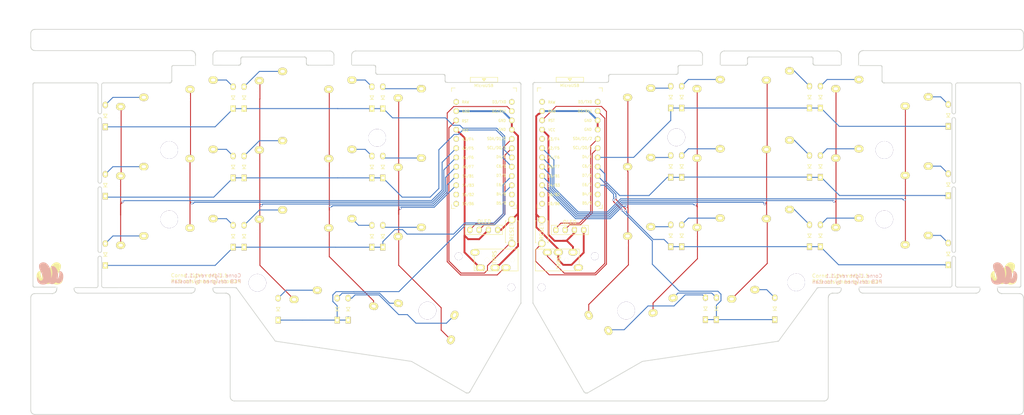
<source format=kicad_pcb>
(kicad_pcb (version 20171130) (host pcbnew 5.1.5-52549c5~86~ubuntu19.10.1)
  (title_block (title "Corne Light") (date 2018-12-26) (rev 2.1) (company foostan))
  (layers (0 F.Cu signal) (31 B.Cu signal) (34 B.Paste user) (35 F.Paste user) (36 B.SilkS user) (37 F.SilkS user) (38 B.Mask user) (39 F.Mask user) (44 Edge.Cuts user))
  (net 0 "")
  (net 1 row0)
  (net 2 row1)
  (net 3 "Net-(D2-Pad2)")
  (net 4 row2)
  (net 5 "Net-(D3-Pad2)")
  (net 6 row3)
  (net 7 "Net-(D4-Pad2)")
  (net 8 "Net-(D5-Pad2)")
  (net 9 "Net-(D6-Pad2)")
  (net 10 "Net-(D8-Pad2)")
  (net 11 "Net-(D9-Pad2)")
  (net 12 "Net-(D10-Pad2)")
  (net 13 "Net-(D11-Pad2)")
  (net 14 "Net-(D12-Pad2)")
  (net 15 "Net-(D14-Pad2)")
  (net 16 "Net-(D15-Pad2)")
  (net 17 "Net-(D16-Pad2)")
  (net 18 "Net-(D17-Pad2)")
  (net 19 "Net-(D18-Pad2)")
  (net 20 "Net-(D19-Pad2)")
  (net 21 "Net-(D20-Pad2)")
  (net 22 "Net-(D21-Pad2)")
  (net 23 GND)
  (net 24 VCC)
  (net 25 col0)
  (net 26 col1)
  (net 27 col2)
  (net 28 col3)
  (net 29 col4)
  (net 30 col5)
  (net 31 LED)
  (net 32 data)
  (net 33 reset)
  (net 34 SCL)
  (net 35 SDA)
  (net 36 "Net-(U1-Pad14)")
  (net 37 "Net-(U1-Pad13)")
  (net 38 "Net-(U1-Pad12)")
  (net 39 "Net-(U1-Pad11)")
  (net 40 "Net-(J1-PadA)")
  (net 41 "Net-(U1-Pad24)")
  (net 42 row0_r)
  (net 43 "Net-(D23-Pad2)")
  (net 44 "Net-(D24-Pad2)")
  (net 45 "Net-(D25-Pad2)")
  (net 46 "Net-(D26-Pad2)")
  (net 47 "Net-(D27-Pad2)")
  (net 48 row1_r)
  (net 49 "Net-(D29-Pad2)")
  (net 50 "Net-(D30-Pad2)")
  (net 51 "Net-(D31-Pad2)")
  (net 52 "Net-(D32-Pad2)")
  (net 53 "Net-(D33-Pad2)")
  (net 54 row2_r)
  (net 55 "Net-(D35-Pad2)")
  (net 56 "Net-(D36-Pad2)")
  (net 57 "Net-(D37-Pad2)")
  (net 58 "Net-(D38-Pad2)")
  (net 59 "Net-(D39-Pad2)")
  (net 60 "Net-(D40-Pad2)")
  (net 61 row3_r)
  (net 62 "Net-(D41-Pad2)")
  (net 63 "Net-(D42-Pad2)")
  (net 64 data_r)
  (net 65 "Net-(J6-PadA)")
  (net 66 SDA_r)
  (net 67 SCL_r)
  (net 68 LED_r)
  (net 69 reset_r)
  (net 70 col0_r)
  (net 71 col1_r)
  (net 72 col2_r)
  (net 73 col3_r)
  (net 74 col4_r)
  (net 75 col5_r)
  (net 76 "Net-(U2-Pad24)")
  (net 77 "Net-(U2-Pad14)")
  (net 78 "Net-(U2-Pad13)")
  (net 79 "Net-(U2-Pad12)")
  (net 80 "Net-(U2-Pad11)")
  (net 81 VDD)
  (net 82 GNDA)
  (module locallib:breakaway-mousebites (layer F.Cu) (at 237.1475 93.06)
    (fp_text reference J5)
    (fp_text value Breakaway_Tabs)
    (pad "" np_thru_hole circle (at 0 -0.127) (size 0.3 0.3) (drill 0.3) (layers *.Cu *.Mask))
    (pad "" np_thru_hole circle (at -0.6 -0.127) (size 0.3 0.3) (drill 0.3) (layers *.Cu *.Mask))
    (pad "" np_thru_hole circle (at -1.2 -0.127) (size 0.3 0.3) (drill 0.3) (layers *.Cu *.Mask))
    (pad "" np_thru_hole circle (at -1.8 -0.127) (size 0.3 0.3) (drill 0.3) (layers *.Cu *.Mask))
    (pad "" np_thru_hole circle (at 0.6 -0.127) (size 0.3 0.3) (drill 0.3) (layers *.Cu *.Mask))
    (pad "" np_thru_hole circle (at 1.2 -0.127) (size 0.3 0.3) (drill 0.3) (layers *.Cu *.Mask))
    (pad "" np_thru_hole circle (at -2.4 -0.127) (size 0.3 0.3) (drill 0.3) (layers *.Cu *.Mask))
    (pad "" np_thru_hole circle (at 2.4 -0.127) (size 0.3 0.3) (drill 0.3) (layers *.Cu *.Mask))
    (pad "" np_thru_hole circle (at 1.8 -0.127) (size 0.3 0.3) (drill 0.3) (layers *.Cu *.Mask))
  )
  (module locallib:breakaway-mousebites (layer F.Cu) (at 275.1575 93.07)
    (fp_text reference J5)
    (fp_text value Breakaway_Tabs)
    (pad "" np_thru_hole circle (at 1.8 -0.127) (size 0.3 0.3) (drill 0.3) (layers *.Cu *.Mask))
    (pad "" np_thru_hole circle (at 2.4 -0.127) (size 0.3 0.3) (drill 0.3) (layers *.Cu *.Mask))
    (pad "" np_thru_hole circle (at -2.4 -0.127) (size 0.3 0.3) (drill 0.3) (layers *.Cu *.Mask))
    (pad "" np_thru_hole circle (at 1.2 -0.127) (size 0.3 0.3) (drill 0.3) (layers *.Cu *.Mask))
    (pad "" np_thru_hole circle (at 0.6 -0.127) (size 0.3 0.3) (drill 0.3) (layers *.Cu *.Mask))
    (pad "" np_thru_hole circle (at -1.8 -0.127) (size 0.3 0.3) (drill 0.3) (layers *.Cu *.Mask))
    (pad "" np_thru_hole circle (at -1.2 -0.127) (size 0.3 0.3) (drill 0.3) (layers *.Cu *.Mask))
    (pad "" np_thru_hole circle (at -0.6 -0.127) (size 0.3 0.3) (drill 0.3) (layers *.Cu *.Mask))
    (pad "" np_thru_hole circle (at 0 -0.127) (size 0.3 0.3) (drill 0.3) (layers *.Cu *.Mask))
  )
  (module locallib:breakaway-mousebites (layer F.Cu) (at 237.1375 32.23)
    (fp_text reference J5)
    (fp_text value Breakaway_Tabs)
    (pad "" np_thru_hole circle (at 1.8 -0.127) (size 0.3 0.3) (drill 0.3) (layers *.Cu *.Mask))
    (pad "" np_thru_hole circle (at 2.4 -0.127) (size 0.3 0.3) (drill 0.3) (layers *.Cu *.Mask))
    (pad "" np_thru_hole circle (at -2.4 -0.127) (size 0.3 0.3) (drill 0.3) (layers *.Cu *.Mask))
    (pad "" np_thru_hole circle (at 1.2 -0.127) (size 0.3 0.3) (drill 0.3) (layers *.Cu *.Mask))
    (pad "" np_thru_hole circle (at 0.6 -0.127) (size 0.3 0.3) (drill 0.3) (layers *.Cu *.Mask))
    (pad "" np_thru_hole circle (at -1.8 -0.127) (size 0.3 0.3) (drill 0.3) (layers *.Cu *.Mask))
    (pad "" np_thru_hole circle (at -1.2 -0.127) (size 0.3 0.3) (drill 0.3) (layers *.Cu *.Mask))
    (pad "" np_thru_hole circle (at -0.6 -0.127) (size 0.3 0.3) (drill 0.3) (layers *.Cu *.Mask))
    (pad "" np_thru_hole circle (at 0 -0.127) (size 0.3 0.3) (drill 0.3) (layers *.Cu *.Mask))
  )
  (module locallib:breakaway-mousebites (layer F.Cu) (at 199.1275 32.22)
    (fp_text reference J5)
    (fp_text value Breakaway_Tabs)
    (pad "" np_thru_hole circle (at 0 -0.127) (size 0.3 0.3) (drill 0.3) (layers *.Cu *.Mask))
    (pad "" np_thru_hole circle (at -0.6 -0.127) (size 0.3 0.3) (drill 0.3) (layers *.Cu *.Mask))
    (pad "" np_thru_hole circle (at -1.2 -0.127) (size 0.3 0.3) (drill 0.3) (layers *.Cu *.Mask))
    (pad "" np_thru_hole circle (at -1.8 -0.127) (size 0.3 0.3) (drill 0.3) (layers *.Cu *.Mask))
    (pad "" np_thru_hole circle (at 0.6 -0.127) (size 0.3 0.3) (drill 0.3) (layers *.Cu *.Mask))
    (pad "" np_thru_hole circle (at 1.2 -0.127) (size 0.3 0.3) (drill 0.3) (layers *.Cu *.Mask))
    (pad "" np_thru_hole circle (at -2.4 -0.127) (size 0.3 0.3) (drill 0.3) (layers *.Cu *.Mask))
    (pad "" np_thru_hole circle (at 2.4 -0.127) (size 0.3 0.3) (drill 0.3) (layers *.Cu *.Mask))
    (pad "" np_thru_hole circle (at 1.8 -0.127) (size 0.3 0.3) (drill 0.3) (layers *.Cu *.Mask))
  )
  (module locallib:breakaway-mousebites (layer F.Cu) (at 98.1975 32.2)
    (fp_text reference J5)
    (fp_text value Breakaway_Tabs)
    (pad "" np_thru_hole circle (at 0 -0.127) (size 0.3 0.3) (drill 0.3) (layers *.Cu *.Mask))
    (pad "" np_thru_hole circle (at -0.6 -0.127) (size 0.3 0.3) (drill 0.3) (layers *.Cu *.Mask))
    (pad "" np_thru_hole circle (at -1.2 -0.127) (size 0.3 0.3) (drill 0.3) (layers *.Cu *.Mask))
    (pad "" np_thru_hole circle (at -1.8 -0.127) (size 0.3 0.3) (drill 0.3) (layers *.Cu *.Mask))
    (pad "" np_thru_hole circle (at 0.6 -0.127) (size 0.3 0.3) (drill 0.3) (layers *.Cu *.Mask))
    (pad "" np_thru_hole circle (at 1.2 -0.127) (size 0.3 0.3) (drill 0.3) (layers *.Cu *.Mask))
    (pad "" np_thru_hole circle (at -2.4 -0.127) (size 0.3 0.3) (drill 0.3) (layers *.Cu *.Mask))
    (pad "" np_thru_hole circle (at 2.4 -0.127) (size 0.3 0.3) (drill 0.3) (layers *.Cu *.Mask))
    (pad "" np_thru_hole circle (at 1.8 -0.127) (size 0.3 0.3) (drill 0.3) (layers *.Cu *.Mask))
  )
  (module locallib:breakaway-mousebites (layer F.Cu) (at 60.1875 32.19)
    (fp_text reference J5)
    (fp_text value Breakaway_Tabs)
    (pad "" np_thru_hole circle (at 1.8 -0.127) (size 0.3 0.3) (drill 0.3) (layers *.Cu *.Mask))
    (pad "" np_thru_hole circle (at 2.4 -0.127) (size 0.3 0.3) (drill 0.3) (layers *.Cu *.Mask))
    (pad "" np_thru_hole circle (at -2.4 -0.127) (size 0.3 0.3) (drill 0.3) (layers *.Cu *.Mask))
    (pad "" np_thru_hole circle (at 1.2 -0.127) (size 0.3 0.3) (drill 0.3) (layers *.Cu *.Mask))
    (pad "" np_thru_hole circle (at 0.6 -0.127) (size 0.3 0.3) (drill 0.3) (layers *.Cu *.Mask))
    (pad "" np_thru_hole circle (at -1.8 -0.127) (size 0.3 0.3) (drill 0.3) (layers *.Cu *.Mask))
    (pad "" np_thru_hole circle (at -1.2 -0.127) (size 0.3 0.3) (drill 0.3) (layers *.Cu *.Mask))
    (pad "" np_thru_hole circle (at -0.6 -0.127) (size 0.3 0.3) (drill 0.3) (layers *.Cu *.Mask))
    (pad "" np_thru_hole circle (at 0 -0.127) (size 0.3 0.3) (drill 0.3) (layers *.Cu *.Mask))
  )
  (module locallib:breakaway-mousebites (layer F.Cu) (at 60.1875 93.05)
    (fp_text reference J5)
    (fp_text value Breakaway_Tabs)
    (pad "" np_thru_hole circle (at 0 -0.127) (size 0.3 0.3) (drill 0.3) (layers *.Cu *.Mask))
    (pad "" np_thru_hole circle (at -0.6 -0.127) (size 0.3 0.3) (drill 0.3) (layers *.Cu *.Mask))
    (pad "" np_thru_hole circle (at -1.2 -0.127) (size 0.3 0.3) (drill 0.3) (layers *.Cu *.Mask))
    (pad "" np_thru_hole circle (at -1.8 -0.127) (size 0.3 0.3) (drill 0.3) (layers *.Cu *.Mask))
    (pad "" np_thru_hole circle (at 0.6 -0.127) (size 0.3 0.3) (drill 0.3) (layers *.Cu *.Mask))
    (pad "" np_thru_hole circle (at 1.2 -0.127) (size 0.3 0.3) (drill 0.3) (layers *.Cu *.Mask))
    (pad "" np_thru_hole circle (at -2.4 -0.127) (size 0.3 0.3) (drill 0.3) (layers *.Cu *.Mask))
    (pad "" np_thru_hole circle (at 2.4 -0.127) (size 0.3 0.3) (drill 0.3) (layers *.Cu *.Mask))
    (pad "" np_thru_hole circle (at 1.8 -0.127) (size 0.3 0.3) (drill 0.3) (layers *.Cu *.Mask))
  )
  (module locallib:breakaway-mousebites (layer F.Cu) (at 22.1775 93.04)
    (fp_text reference J5)
    (fp_text value Breakaway_Tabs)
    (pad "" np_thru_hole circle (at 1.8 -0.127) (size 0.3 0.3) (drill 0.3) (layers *.Cu *.Mask))
    (pad "" np_thru_hole circle (at 2.4 -0.127) (size 0.3 0.3) (drill 0.3) (layers *.Cu *.Mask))
    (pad "" np_thru_hole circle (at -2.4 -0.127) (size 0.3 0.3) (drill 0.3) (layers *.Cu *.Mask))
    (pad "" np_thru_hole circle (at 1.2 -0.127) (size 0.3 0.3) (drill 0.3) (layers *.Cu *.Mask))
    (pad "" np_thru_hole circle (at 0.6 -0.127) (size 0.3 0.3) (drill 0.3) (layers *.Cu *.Mask))
    (pad "" np_thru_hole circle (at -1.8 -0.127) (size 0.3 0.3) (drill 0.3) (layers *.Cu *.Mask))
    (pad "" np_thru_hole circle (at -1.2 -0.127) (size 0.3 0.3) (drill 0.3) (layers *.Cu *.Mask))
    (pad "" np_thru_hole circle (at -0.6 -0.127) (size 0.3 0.3) (drill 0.3) (layers *.Cu *.Mask))
    (pad "" np_thru_hole circle (at 0 -0.127) (size 0.3 0.3) (drill 0.3) (layers *.Cu *.Mask))
  )
  (module kbd:corne-logo-silk (layer F.Cu) (at 279.28125 89.26375)
    (fp_text reference G*** hide)
    (fp_text value LOGO hide)
  )
  (module kbd:corne-logo-silk (layer B.Cu) (at 279.28125 89.26375 180)
    (fp_text reference G*** hide)
    (fp_text value LOGO hide)
  )
  (module kbd:corne-logo-silk (layer B.Cu) (at 18.03125 89.26375 180)
    (fp_text reference G*** hide)
    (fp_text value LOGO hide)
  )
  (module kbd:corne-logo-silk (layer F.Cu) (at 18.03125 89.26375)
    (fp_text reference G*** hide)
    (fp_text value LOGO hide)
  )
  (module kbd:M2_Threads_v2 (layer B.Cu) (at 144.3765 92.94 180)
    (fp_text reference Ref** hide)
    (fp_text value Val** hide)
    (pad "" thru_hole circle (at 0 0 180) (size 2.1 2.1) (drill 2.1) (layers *.Cu *.Mask))
  )
  (module kbd:M2_Threads_v2 (layer B.Cu) (at 129.9445 84.419 180)
    (fp_text reference Ref** hide)
    (fp_text value Val** hide)
    (pad "" thru_hole circle (at 0 0 180) (size 2.1 2.1) (drill 2.1) (layers *.Cu *.Mask))
  )
  (module kbd:M2_Threads_v2 (layer F.Cu) (at 152.6705 92.939)
    (fp_text reference Ref** hide)
    (fp_text value Val** hide)
    (pad "" thru_hole circle (at 0 0) (size 2.1 2.1) (drill 2.1) (layers *.Cu *.Mask))
  )
  (module kbd:M2_Threads_v2 (layer F.Cu) (at 167.2295 84.396)
    (fp_text reference Ref** hide)
    (fp_text value Val** hide)
    (pad "" thru_hole circle (at 0 0) (size 2.1 2.1) (drill 2.1) (layers *.Cu *.Mask))
  )
  (module kbd:M2_HOLE_v2 (layer B.Cu) (at 121.4055 99.3 180)
    (fp_text reference Ref** hide)
    (fp_text value Val** hide)
    (pad "" thru_hole circle (at 0 0 180) (size 4.8 4.8) (drill 4.8) (layers *.Cu *.Mask))
  )
  (module kbd:M2_HOLE_v2 (layer B.Cu) (at 74.8395 91.6855 180)
    (fp_text reference Ref** hide)
    (fp_text value Val** hide)
    (pad "" thru_hole circle (at 0 0 180) (size 4.8 4.8) (drill 4.8) (layers *.Cu *.Mask))
  )
  (module kbd:M2_HOLE_v2 (layer B.Cu) (at 31.6955 55.4205 180)
    (fp_text reference Ref** hide)
    (fp_text value Val** hide)
    (pad "" thru_hole circle (at -18.992 0.1465 180) (size 4.8 4.8) (drill 4.8) (layers *.Cu *.Mask))
  )
  (module kbd:M2_HOLE_v2 (layer B.Cu) (at 107.6505 51.9305 180)
    (fp_text reference Ref** hide)
    (fp_text value Val** hide)
    (pad "" thru_hole circle (at 0 0 180) (size 4.8 4.8) (drill 4.8) (layers *.Cu *.Mask))
  )
  (module kbd:M2_HOLE_v2 (layer B.Cu) (at 31.6955 74.4205 180)
    (fp_text reference Ref** hide)
    (fp_text value Val** hide)
    (pad "" thru_hole circle (at -18.992 0.1465 180) (size 4.8 4.8) (drill 4.8) (layers *.Cu *.Mask))
  )
  (module kbd:M2_HOLE_v2 (layer F.Cu) (at 175.8225 99.3)
    (fp_text reference Ref** hide)
    (fp_text value Val** hide)
    (pad "" thru_hole circle (at 0 0) (size 4.8 4.8) (drill 4.8) (layers *.Cu *.Mask))
  )
  (module kbd:M2_HOLE_v2 (layer F.Cu) (at 222.3885 91.545)
    (fp_text reference Ref** hide)
    (fp_text value Val** hide)
    (pad "" thru_hole circle (at 0 0) (size 4.8 4.8) (drill 4.8) (layers *.Cu *.Mask))
  )
  (module kbd:M2_HOLE_v2 (layer F.Cu) (at 189.5775 51.79)
    (fp_text reference Ref** hide)
    (fp_text value Val** hide)
    (pad "" thru_hole circle (at 0 0) (size 4.8 4.8) (drill 4.8) (layers *.Cu *.Mask))
  )
  (module kbd:M2_HOLE_v2 (layer F.Cu) (at 265.5325 74.28)
    (fp_text reference Ref** hide)
    (fp_text value Val** hide)
    (pad "" thru_hole circle (at -19.008 -0.006) (size 4.8 4.8) (drill 4.8) (layers *.Cu *.Mask))
  )
  (module kbd:M2_HOLE_v2 (layer F.Cu) (at 246.4845 55.924)
    (fp_text reference Ref** hide)
    (fp_text value Val** hide)
    (pad "" thru_hole circle (at 0.04 -0.65) (size 4.8 4.8) (drill 4.8) (layers *.Cu *.Mask))
  )
  (module kbd:D3_TH (layer F.Cu) (at 109.1875 59.92 90)
    (fp_text reference D12 hide)
    (fp_text value D hide)
    (pad 2 thru_hole oval (at 3 0 90) (size 1.778 1.397) (drill 0.8128) (layers *.Cu F.SilkS B.Mask) (net 14 "Net-(D12-Pad2)"))
    (pad 1 thru_hole rect (at -3 0 90) (size 1.778 1.397) (drill 0.8128) (layers *.Cu F.SilkS B.Mask) (net 2 row1))
  )
  (module kbd:D3_TH (layer F.Cu) (at 188.0245 59.774 90)
    (fp_text reference D33 hide)
    (fp_text value D hide)
    (pad 2 thru_hole oval (at 3 0 90) (size 1.778 1.397) (drill 0.8128) (layers *.Cu F.SilkS B.Mask) (net 53 "Net-(D33-Pad2)"))
    (pad 1 thru_hole rect (at -3 0 90) (size 1.778 1.397) (drill 0.8128) (layers *.Cu F.SilkS B.Mask) (net 48 row1_r))
  )
  (module kbd:D3_TH (layer F.Cu) (at 191.0245 59.774 90)
    (fp_text reference D32 hide)
    (fp_text value D hide)
    (pad 2 thru_hole oval (at 3 0 90) (size 1.778 1.397) (drill 0.8128) (layers *.Cu F.SilkS B.Mask) (net 52 "Net-(D32-Pad2)"))
    (pad 1 thru_hole rect (at -3 0 90) (size 1.778 1.397) (drill 0.8128) (layers *.Cu F.SilkS B.Mask) (net 48 row1_r))
  )
  (module kbd:D3_TH (layer F.Cu) (at 226.0245 59.769 90)
    (fp_text reference D31 hide)
    (fp_text value D hide)
    (pad 2 thru_hole oval (at 3 0 90) (size 1.778 1.397) (drill 0.8128) (layers *.Cu F.SilkS B.Mask) (net 51 "Net-(D31-Pad2)"))
    (pad 1 thru_hole rect (at -3 0 90) (size 1.778 1.397) (drill 0.8128) (layers *.Cu F.SilkS B.Mask) (net 48 row1_r))
  )
  (module kbd:D3_TH (layer F.Cu) (at 229.0245 59.774 90)
    (fp_text reference D30 hide)
    (fp_text value D hide)
    (pad 2 thru_hole oval (at 3 0 90) (size 1.778 1.397) (drill 0.8128) (layers *.Cu F.SilkS B.Mask) (net 50 "Net-(D30-Pad2)"))
    (pad 1 thru_hole rect (at -3 0 90) (size 1.778 1.397) (drill 0.8128) (layers *.Cu F.SilkS B.Mask) (net 48 row1_r))
  )
  (module kbd:D3_TH (layer F.Cu) (at 264.0245 64.774 90)
    (fp_text reference D29 hide)
    (fp_text value D hide)
    (pad 2 thru_hole oval (at 3 0 90) (size 1.778 1.397) (drill 0.8128) (layers *.Cu F.SilkS B.Mask) (net 49 "Net-(D29-Pad2)"))
    (pad 1 thru_hole rect (at -3 0 90) (size 1.778 1.397) (drill 0.8128) (layers *.Cu F.SilkS B.Mask) (net 48 row1_r))
  )
  (module kbd:D3_TH (layer F.Cu) (at 188.0245 40.774 90)
    (fp_text reference D27 hide)
    (fp_text value D hide)
    (pad 2 thru_hole oval (at 3 0 90) (size 1.778 1.397) (drill 0.8128) (layers *.Cu F.SilkS B.Mask) (net 47 "Net-(D27-Pad2)"))
    (pad 1 thru_hole rect (at -3 0 90) (size 1.778 1.397) (drill 0.8128) (layers *.Cu F.SilkS B.Mask) (net 42 row0_r))
  )
  (module kbd:D3_TH (layer F.Cu) (at 191.0245 40.774 90)
    (fp_text reference D26 hide)
    (fp_text value D hide)
    (pad 2 thru_hole oval (at 3 0 90) (size 1.778 1.397) (drill 0.8128) (layers *.Cu F.SilkS B.Mask) (net 46 "Net-(D26-Pad2)"))
    (pad 1 thru_hole rect (at -3 0 90) (size 1.778 1.397) (drill 0.8128) (layers *.Cu F.SilkS B.Mask) (net 42 row0_r))
  )
  (module kbd:D3_TH (layer F.Cu) (at 226.0245 40.769 90)
    (fp_text reference D25 hide)
    (fp_text value D hide)
    (pad 2 thru_hole oval (at 3 0 90) (size 1.778 1.397) (drill 0.8128) (layers *.Cu F.SilkS B.Mask) (net 45 "Net-(D25-Pad2)"))
    (pad 1 thru_hole rect (at -3 0 90) (size 1.778 1.397) (drill 0.8128) (layers *.Cu F.SilkS B.Mask) (net 42 row0_r))
  )
  (module kbd:D3_TH (layer F.Cu) (at 229.0245 40.774 90)
    (fp_text reference D24 hide)
    (fp_text value D hide)
    (pad 2 thru_hole oval (at 3 0 90) (size 1.778 1.397) (drill 0.8128) (layers *.Cu F.SilkS B.Mask) (net 44 "Net-(D24-Pad2)"))
    (pad 1 thru_hole rect (at -3 0 90) (size 1.778 1.397) (drill 0.8128) (layers *.Cu F.SilkS B.Mask) (net 42 row0_r))
  )
  (module kbd:D3_TH (layer F.Cu) (at 264.0245 45.774 90)
    (fp_text reference D23 hide)
    (fp_text value D hide)
    (pad 2 thru_hole oval (at 3 0 90) (size 1.778 1.397) (drill 0.8128) (layers *.Cu F.SilkS B.Mask) (net 43 "Net-(D23-Pad2)"))
    (pad 1 thru_hole rect (at -3 0 90) (size 1.778 1.397) (drill 0.8128) (layers *.Cu F.SilkS B.Mask) (net 42 row0_r))
  )
  (module kbd:D3_TH (layer F.Cu) (at 197.5345 98.769 90)
    (fp_text reference D42 hide)
    (fp_text value D hide)
    (pad 2 thru_hole oval (at 3 0 90) (size 1.778 1.397) (drill 0.8128) (layers *.Cu F.SilkS B.Mask) (net 63 "Net-(D42-Pad2)"))
    (pad 1 thru_hole rect (at -3 0 90) (size 1.778 1.397) (drill 0.8128) (layers *.Cu F.SilkS B.Mask) (net 61 row3_r))
  )
  (module kbd:D3_TH (layer F.Cu) (at 200.5345 98.769 90)
    (fp_text reference D41 hide)
    (fp_text value D hide)
    (pad 2 thru_hole oval (at 3 0 90) (size 1.778 1.397) (drill 0.8128) (layers *.Cu F.SilkS B.Mask) (net 62 "Net-(D41-Pad2)"))
    (pad 1 thru_hole rect (at -3 0 90) (size 1.778 1.397) (drill 0.8128) (layers *.Cu F.SilkS B.Mask) (net 61 row3_r))
  )
  (module kbd:D3_TH (layer F.Cu) (at 216.5245 98.784 90)
    (fp_text reference D40 hide)
    (fp_text value D hide)
    (pad 2 thru_hole oval (at 3 0 90) (size 1.778 1.397) (drill 0.8128) (layers *.Cu F.SilkS B.Mask) (net 60 "Net-(D40-Pad2)"))
    (pad 1 thru_hole rect (at -3 0 90) (size 1.778 1.397) (drill 0.8128) (layers *.Cu F.SilkS B.Mask) (net 61 row3_r))
  )
  (module kbd:D3_TH (layer F.Cu) (at 188.0245 78.774 90)
    (fp_text reference D39 hide)
    (fp_text value D hide)
    (pad 2 thru_hole oval (at 3 0 90) (size 1.778 1.397) (drill 0.8128) (layers *.Cu F.SilkS B.Mask) (net 59 "Net-(D39-Pad2)"))
    (pad 1 thru_hole rect (at -3 0 90) (size 1.778 1.397) (drill 0.8128) (layers *.Cu F.SilkS B.Mask) (net 54 row2_r))
  )
  (module kbd:D3_TH (layer F.Cu) (at 191.0245 78.774 90)
    (fp_text reference D38 hide)
    (fp_text value D hide)
    (pad 2 thru_hole oval (at 3 0 90) (size 1.778 1.397) (drill 0.8128) (layers *.Cu F.SilkS B.Mask) (net 58 "Net-(D38-Pad2)"))
    (pad 1 thru_hole rect (at -3 0 90) (size 1.778 1.397) (drill 0.8128) (layers *.Cu F.SilkS B.Mask) (net 54 row2_r))
  )
  (module kbd:D3_TH (layer F.Cu) (at 226.0245 78.769 90)
    (fp_text reference D37 hide)
    (fp_text value D hide)
    (pad 2 thru_hole oval (at 3 0 90) (size 1.778 1.397) (drill 0.8128) (layers *.Cu F.SilkS B.Mask) (net 57 "Net-(D37-Pad2)"))
    (pad 1 thru_hole rect (at -3 0 90) (size 1.778 1.397) (drill 0.8128) (layers *.Cu F.SilkS B.Mask) (net 54 row2_r))
  )
  (module kbd:D3_TH (layer F.Cu) (at 229.0245 78.774 90)
    (fp_text reference D36 hide)
    (fp_text value D hide)
    (pad 2 thru_hole oval (at 3 0 90) (size 1.778 1.397) (drill 0.8128) (layers *.Cu F.SilkS B.Mask) (net 56 "Net-(D36-Pad2)"))
    (pad 1 thru_hole rect (at -3 0 90) (size 1.778 1.397) (drill 0.8128) (layers *.Cu F.SilkS B.Mask) (net 54 row2_r))
  )
  (module kbd:D3_TH (layer F.Cu) (at 264.0245 83.774 90)
    (fp_text reference D35 hide)
    (fp_text value D hide)
    (pad 2 thru_hole oval (at 3 0 90) (size 1.778 1.397) (drill 0.8128) (layers *.Cu F.SilkS B.Mask) (net 55 "Net-(D35-Pad2)"))
    (pad 1 thru_hole rect (at -3 0 90) (size 1.778 1.397) (drill 0.8128) (layers *.Cu F.SilkS B.Mask) (net 54 row2_r))
  )
  (module kbd:D3_TH (layer F.Cu) (at 33.1875 45.92 90)
    (fp_text reference D2 hide)
    (fp_text value D hide)
    (pad 2 thru_hole oval (at 3 0 90) (size 1.778 1.397) (drill 0.8128) (layers *.Cu F.SilkS B.Mask) (net 3 "Net-(D2-Pad2)"))
    (pad 1 thru_hole rect (at -3 0 90) (size 1.778 1.397) (drill 0.8128) (layers *.Cu F.SilkS B.Mask) (net 1 row0))
  )
  (module kbd:D3_TH (layer F.Cu) (at 68.1875 40.92 90)
    (fp_text reference D3 hide)
    (fp_text value D hide)
    (pad 2 thru_hole oval (at 3 0 90) (size 1.778 1.397) (drill 0.8128) (layers *.Cu F.SilkS B.Mask) (net 5 "Net-(D3-Pad2)"))
    (pad 1 thru_hole rect (at -3 0 90) (size 1.778 1.397) (drill 0.8128) (layers *.Cu F.SilkS B.Mask) (net 1 row0))
  )
  (module kbd:D3_TH (layer F.Cu) (at 71.1875 40.915 90)
    (fp_text reference D4 hide)
    (fp_text value D hide)
    (pad 2 thru_hole oval (at 3 0 90) (size 1.778 1.397) (drill 0.8128) (layers *.Cu F.SilkS B.Mask) (net 7 "Net-(D4-Pad2)"))
    (pad 1 thru_hole rect (at -3 0 90) (size 1.778 1.397) (drill 0.8128) (layers *.Cu F.SilkS B.Mask) (net 1 row0))
  )
  (module kbd:D3_TH (layer F.Cu) (at 106.1875 40.92 90)
    (fp_text reference D5 hide)
    (fp_text value D hide)
    (pad 2 thru_hole oval (at 3 0 90) (size 1.778 1.397) (drill 0.8128) (layers *.Cu F.SilkS B.Mask) (net 8 "Net-(D5-Pad2)"))
    (pad 1 thru_hole rect (at -3 0 90) (size 1.778 1.397) (drill 0.8128) (layers *.Cu F.SilkS B.Mask) (net 1 row0))
  )
  (module kbd:D3_TH (layer F.Cu) (at 109.1875 40.92 90)
    (fp_text reference D6 hide)
    (fp_text value D hide)
    (pad 2 thru_hole oval (at 3 0 90) (size 1.778 1.397) (drill 0.8128) (layers *.Cu F.SilkS B.Mask) (net 9 "Net-(D6-Pad2)"))
    (pad 1 thru_hole rect (at -3 0 90) (size 1.778 1.397) (drill 0.8128) (layers *.Cu F.SilkS B.Mask) (net 1 row0))
  )
  (module kbd:D3_TH (layer F.Cu) (at 33.1875 64.92 90)
    (fp_text reference D8 hide)
    (fp_text value D hide)
    (pad 2 thru_hole oval (at 3 0 90) (size 1.778 1.397) (drill 0.8128) (layers *.Cu F.SilkS B.Mask) (net 10 "Net-(D8-Pad2)"))
    (pad 1 thru_hole rect (at -3 0 90) (size 1.778 1.397) (drill 0.8128) (layers *.Cu F.SilkS B.Mask) (net 2 row1))
  )
  (module kbd:D3_TH (layer F.Cu) (at 68.1875 59.92 90)
    (fp_text reference D9 hide)
    (fp_text value D hide)
    (pad 2 thru_hole oval (at 3 0 90) (size 1.778 1.397) (drill 0.8128) (layers *.Cu F.SilkS B.Mask) (net 11 "Net-(D9-Pad2)"))
    (pad 1 thru_hole rect (at -3 0 90) (size 1.778 1.397) (drill 0.8128) (layers *.Cu F.SilkS B.Mask) (net 2 row1))
  )
  (module kbd:D3_TH (layer F.Cu) (at 71.1875 59.915 90)
    (fp_text reference D10 hide)
    (fp_text value D hide)
    (pad 2 thru_hole oval (at 3 0 90) (size 1.778 1.397) (drill 0.8128) (layers *.Cu F.SilkS B.Mask) (net 12 "Net-(D10-Pad2)"))
    (pad 1 thru_hole rect (at -3 0 90) (size 1.778 1.397) (drill 0.8128) (layers *.Cu F.SilkS B.Mask) (net 2 row1))
  )
  (module kbd:D3_TH (layer F.Cu) (at 106.1875 59.92 90)
    (fp_text reference D11 hide)
    (fp_text value D hide)
    (pad 2 thru_hole oval (at 3 0 90) (size 1.778 1.397) (drill 0.8128) (layers *.Cu F.SilkS B.Mask) (net 13 "Net-(D11-Pad2)"))
    (pad 1 thru_hole rect (at -3 0 90) (size 1.778 1.397) (drill 0.8128) (layers *.Cu F.SilkS B.Mask) (net 2 row1))
  )
  (module kbd:D3_TH (layer F.Cu) (at 33.1875 83.92 90)
    (fp_text reference D14 hide)
    (fp_text value D hide)
    (pad 2 thru_hole oval (at 3 0 90) (size 1.778 1.397) (drill 0.8128) (layers *.Cu F.SilkS B.Mask) (net 15 "Net-(D14-Pad2)"))
    (pad 1 thru_hole rect (at -3 0 90) (size 1.778 1.397) (drill 0.8128) (layers *.Cu F.SilkS B.Mask) (net 4 row2))
  )
  (module kbd:D3_TH (layer F.Cu) (at 68.1875 78.92 90)
    (fp_text reference D15 hide)
    (fp_text value D hide)
    (pad 2 thru_hole oval (at 3 0 90) (size 1.778 1.397) (drill 0.8128) (layers *.Cu F.SilkS B.Mask) (net 16 "Net-(D15-Pad2)"))
    (pad 1 thru_hole rect (at -3 0 90) (size 1.778 1.397) (drill 0.8128) (layers *.Cu F.SilkS B.Mask) (net 4 row2))
  )
  (module kbd:D3_TH (layer F.Cu) (at 71.1875 78.915 90)
    (fp_text reference D16 hide)
    (fp_text value D hide)
    (pad 2 thru_hole oval (at 3 0 90) (size 1.778 1.397) (drill 0.8128) (layers *.Cu F.SilkS B.Mask) (net 17 "Net-(D16-Pad2)"))
    (pad 1 thru_hole rect (at -3 0 90) (size 1.778 1.397) (drill 0.8128) (layers *.Cu F.SilkS B.Mask) (net 4 row2))
  )
  (module kbd:D3_TH (layer F.Cu) (at 106.1875 78.92 90)
    (fp_text reference D17 hide)
    (fp_text value D hide)
    (pad 2 thru_hole oval (at 3 0 90) (size 1.778 1.397) (drill 0.8128) (layers *.Cu F.SilkS B.Mask) (net 18 "Net-(D17-Pad2)"))
    (pad 1 thru_hole rect (at -3 0 90) (size 1.778 1.397) (drill 0.8128) (layers *.Cu F.SilkS B.Mask) (net 4 row2))
  )
  (module kbd:D3_TH (layer F.Cu) (at 109.1875 78.92 90)
    (fp_text reference D18 hide)
    (fp_text value D hide)
    (pad 2 thru_hole oval (at 3 0 90) (size 1.778 1.397) (drill 0.8128) (layers *.Cu F.SilkS B.Mask) (net 19 "Net-(D18-Pad2)"))
    (pad 1 thru_hole rect (at -3 0 90) (size 1.778 1.397) (drill 0.8128) (layers *.Cu F.SilkS B.Mask) (net 4 row2))
  )
  (module kbd:D3_TH (layer F.Cu) (at 80.5075 98.91 90)
    (fp_text reference D19 hide)
    (fp_text value D hide)
    (pad 2 thru_hole oval (at 3 0 90) (size 1.778 1.397) (drill 0.8128) (layers *.Cu F.SilkS B.Mask) (net 20 "Net-(D19-Pad2)"))
    (pad 1 thru_hole rect (at -3 0 90) (size 1.778 1.397) (drill 0.8128) (layers *.Cu F.SilkS B.Mask) (net 6 row3))
  )
  (module kbd:D3_TH (layer F.Cu) (at 96.6875 98.905 90)
    (fp_text reference D20 hide)
    (fp_text value D hide)
    (pad 2 thru_hole oval (at 3 0 90) (size 1.778 1.397) (drill 0.8128) (layers *.Cu F.SilkS B.Mask) (net 21 "Net-(D20-Pad2)"))
    (pad 1 thru_hole rect (at -3 0 90) (size 1.778 1.397) (drill 0.8128) (layers *.Cu F.SilkS B.Mask) (net 6 row3))
  )
  (module kbd:D3_TH (layer F.Cu) (at 99.6875 98.905 90)
    (fp_text reference D21 hide)
    (fp_text value D hide)
    (pad 2 thru_hole oval (at 3 0 90) (size 1.778 1.397) (drill 0.8128) (layers *.Cu F.SilkS B.Mask) (net 22 "Net-(D21-Pad2)"))
    (pad 1 thru_hole rect (at -3 0 90) (size 1.778 1.397) (drill 0.8128) (layers *.Cu F.SilkS B.Mask) (net 6 row3))
  )
  (module kbd:OLED_1side (layer F.Cu) (at 164.1945 77.194 180)
    (fp_text reference J7)
    (fp_text value OLED hide)
    (fp_text user OLED (at 3.825 2.13) (layer F.SilkS))
    (pad 4 thru_hole oval (at 7.62 0 180) (size 1.397 1.778) (drill 0.8128) (layers *.Cu F.SilkS B.Mask) (net 66 SDA_r))
    (pad 3 thru_hole oval (at 5.08 0 180) (size 1.397 1.778) (drill 0.8128) (layers *.Cu F.SilkS B.Mask) (net 67 SCL_r))
    (pad 2 thru_hole oval (at 2.54 0 180) (size 1.397 1.778) (drill 0.8128) (layers *.Cu F.SilkS B.Mask) (net 81 VDD))
    (pad 1 thru_hole oval (at 0 0 180) (size 1.397 1.778) (drill 0.8128) (layers *.Cu F.SilkS B.Mask) (net 82 GNDA))
  )
  (module kbd:OLED_1side (layer F.Cu) (at 133.0285 77.168)
    (fp_text reference J2)
    (fp_text value OLED hide)
    (fp_text user OLED (at 3.906 -2.284) (layer F.SilkS))
    (pad 4 thru_hole oval (at 7.62 0) (size 1.397 1.778) (drill 0.8128) (layers *.Cu F.SilkS B.Mask) (net 23 GND))
    (pad 3 thru_hole oval (at 5.08 0) (size 1.397 1.778) (drill 0.8128) (layers *.Cu F.SilkS B.Mask) (net 24 VCC))
    (pad 2 thru_hole oval (at 2.54 0) (size 1.397 1.778) (drill 0.8128) (layers *.Cu F.SilkS B.Mask) (net 34 SCL))
    (pad 1 thru_hole oval (at 0 0) (size 1.397 1.778) (drill 0.8128) (layers *.Cu F.SilkS B.Mask) (net 35 SDA))
  )
  (module kbd:CherryMX_1u (layer F.Cu) (at 41.1875 45.92)
    (fp_text reference SW2 hide)
    (fp_text value SW_PUSH hide)
    (pad 1 thru_hole oval (at -3.81 -2.54) (size 2.5 2) (drill oval 1.2 0.8) (layers *.Cu F.SilkS B.Mask) (net 26 col1))
    (pad 2 thru_hole oval (at 2.54 -5.08) (size 2.5 2) (drill oval 1.2 0.8) (layers *.Cu F.SilkS B.Mask) (net 3 "Net-(D2-Pad2)"))
    (pad "" np_thru_hole circle (at 5.08 0 90) (size 1.9 1.9) (drill 1.9) (layers *.Cu *.Mask))
    (pad "" np_thru_hole circle (at -5.08 0 90) (size 1.9 1.9) (drill 1.9) (layers *.Cu *.Mask))
    (pad "" np_thru_hole circle (at 0 0 90) (size 4 4) (drill 4) (layers *.Cu *.Mask))
  )
  (module kbd:CherryMX_1u (layer F.Cu) (at 218.0245 76.649)
    (fp_text reference SW37 hide)
    (fp_text value SW_PUSH hide)
    (pad 1 thru_hole oval (at -3.81 -2.54) (size 2.5 2) (drill oval 1.2 0.8) (layers *.Cu F.SilkS B.Mask) (net 73 col3_r))
    (pad 2 thru_hole oval (at 2.54 -5.08) (size 2.5 2) (drill oval 1.2 0.8) (layers *.Cu F.SilkS B.Mask) (net 57 "Net-(D37-Pad2)"))
    (pad "" np_thru_hole circle (at 5.08 0 90) (size 1.9 1.9) (drill 1.9) (layers *.Cu *.Mask))
    (pad "" np_thru_hole circle (at -5.08 0 90) (size 1.9 1.9) (drill 1.9) (layers *.Cu *.Mask))
    (pad "" np_thru_hole circle (at 0 0 90) (size 4 4) (drill 4) (layers *.Cu *.Mask))
  )
  (module kbd:CherryMX_1u (layer F.Cu) (at 60.1875 60.17)
    (fp_text reference SW9 hide)
    (fp_text value SW_PUSH hide)
    (pad 1 thru_hole oval (at -3.81 -2.54) (size 2.5 2) (drill oval 1.2 0.8) (layers *.Cu F.SilkS B.Mask) (net 27 col2))
    (pad 2 thru_hole oval (at 2.54 -5.08) (size 2.5 2) (drill oval 1.2 0.8) (layers *.Cu F.SilkS B.Mask) (net 11 "Net-(D9-Pad2)"))
    (pad "" np_thru_hole circle (at 5.08 0 90) (size 1.9 1.9) (drill 1.9) (layers *.Cu *.Mask))
    (pad "" np_thru_hole circle (at -5.08 0 90) (size 1.9 1.9) (drill 1.9) (layers *.Cu *.Mask))
    (pad "" np_thru_hole circle (at 0 0 90) (size 4 4) (drill 4) (layers *.Cu *.Mask))
  )
  (module kbd:CherryMX_1u (layer F.Cu) (at 199.0245 60.024)
    (fp_text reference SW32 hide)
    (fp_text value SW_PUSH hide)
    (pad 1 thru_hole oval (at -3.81 -2.54) (size 2.5 2) (drill oval 1.2 0.8) (layers *.Cu F.SilkS B.Mask) (net 74 col4_r))
    (pad 2 thru_hole oval (at 2.54 -5.08) (size 2.5 2) (drill oval 1.2 0.8) (layers *.Cu F.SilkS B.Mask) (net 52 "Net-(D32-Pad2)"))
    (pad "" np_thru_hole circle (at 5.08 0 90) (size 1.9 1.9) (drill 1.9) (layers *.Cu *.Mask))
    (pad "" np_thru_hole circle (at -5.08 0 90) (size 1.9 1.9) (drill 1.9) (layers *.Cu *.Mask))
    (pad "" np_thru_hole circle (at 0 0 90) (size 4 4) (drill 4) (layers *.Cu *.Mask))
  )
  (module kbd:CherryMX_1u (layer F.Cu) (at 199.0245 41.024)
    (fp_text reference SW26 hide)
    (fp_text value SW_PUSH hide)
    (pad 1 thru_hole oval (at -3.81 -2.54) (size 2.5 2) (drill oval 1.2 0.8) (layers *.Cu F.SilkS B.Mask) (net 74 col4_r))
    (pad 2 thru_hole oval (at 2.54 -5.08) (size 2.5 2) (drill oval 1.2 0.8) (layers *.Cu F.SilkS B.Mask) (net 46 "Net-(D26-Pad2)"))
    (pad "" np_thru_hole circle (at 5.08 0 90) (size 1.9 1.9) (drill 1.9) (layers *.Cu *.Mask))
    (pad "" np_thru_hole circle (at -5.08 0 90) (size 1.9 1.9) (drill 1.9) (layers *.Cu *.Mask))
    (pad "" np_thru_hole circle (at 0 0 90) (size 4 4) (drill 4) (layers *.Cu *.Mask))
  )
  (module kbd:CherryMX_1u (layer F.Cu) (at 187.5245 101.399 15)
    (fp_text reference SW41 hide)
    (fp_text value SW_PUSH hide)
    (pad 1 thru_hole oval (at -3.81 -2.54 15) (size 2.5 2) (drill oval 1.2 0.8) (layers *.Cu F.SilkS B.Mask) (net 74 col4_r))
    (pad 2 thru_hole oval (at 2.54 -5.08 15) (size 2.5 2) (drill oval 1.2 0.8) (layers *.Cu F.SilkS B.Mask) (net 62 "Net-(D41-Pad2)"))
    (pad "" np_thru_hole circle (at 5.08 0 105) (size 1.9 1.9) (drill 1.9) (layers *.Cu *.Mask))
    (pad "" np_thru_hole circle (at -5.08 0 105) (size 1.9 1.9) (drill 1.9) (layers *.Cu *.Mask))
    (pad "" np_thru_hole circle (at 0 0 105) (size 4 4) (drill 4) (layers *.Cu *.Mask))
  )
  (module kbd:CherryMX_1u (layer F.Cu) (at 165.2745 105.149 300)
    (fp_text reference SW42 hide)
    (fp_text value SW_PUSH hide)
    (pad 1 thru_hole oval (at -3.81 -2.54 300) (size 2.5 2) (drill oval 1.2 0.8) (layers *.Cu F.SilkS B.Mask) (net 75 col5_r))
    (pad 2 thru_hole oval (at 2.54 -5.08 300) (size 2.5 2) (drill oval 1.2 0.8) (layers *.Cu F.SilkS B.Mask) (net 63 "Net-(D42-Pad2)"))
    (pad "" np_thru_hole circle (at 5.08 0 30) (size 1.9 1.9) (drill 1.9) (layers *.Cu *.Mask))
    (pad "" np_thru_hole circle (at -5.08 0 30) (size 1.9 1.9) (drill 1.9) (layers *.Cu *.Mask))
    (pad "" np_thru_hole circle (at 0 0 30) (size 4 4) (drill 4) (layers *.Cu *.Mask))
  )
  (module kbd:CherryMX_1u (layer F.Cu) (at 117.1875 81.545)
    (fp_text reference SW18 hide)
    (fp_text value SW_PUSH hide)
    (pad 1 thru_hole oval (at -3.81 -2.54) (size 2.5 2) (drill oval 1.2 0.8) (layers *.Cu F.SilkS B.Mask) (net 30 col5))
    (pad 2 thru_hole oval (at 2.54 -5.08) (size 2.5 2) (drill oval 1.2 0.8) (layers *.Cu F.SilkS B.Mask) (net 19 "Net-(D18-Pad2)"))
    (pad "" np_thru_hole circle (at 5.08 0 90) (size 1.9 1.9) (drill 1.9) (layers *.Cu *.Mask))
    (pad "" np_thru_hole circle (at -5.08 0 90) (size 1.9 1.9) (drill 1.9) (layers *.Cu *.Mask))
    (pad "" np_thru_hole circle (at 0 0 90) (size 4 4) (drill 4) (layers *.Cu *.Mask))
  )
  (module kbd:CherryMX_1u (layer F.Cu) (at 60.1875 41.17)
    (fp_text reference SW3 hide)
    (fp_text value SW_PUSH hide)
    (pad 1 thru_hole oval (at -3.81 -2.54) (size 2.5 2) (drill oval 1.2 0.8) (layers *.Cu F.SilkS B.Mask) (net 27 col2))
    (pad 2 thru_hole oval (at 2.54 -5.08) (size 2.5 2) (drill oval 1.2 0.8) (layers *.Cu F.SilkS B.Mask) (net 5 "Net-(D3-Pad2)"))
    (pad "" np_thru_hole circle (at 5.08 0 90) (size 1.9 1.9) (drill 1.9) (layers *.Cu *.Mask))
    (pad "" np_thru_hole circle (at -5.08 0 90) (size 1.9 1.9) (drill 1.9) (layers *.Cu *.Mask))
    (pad "" np_thru_hole circle (at 0 0 90) (size 4 4) (drill 4) (layers *.Cu *.Mask))
  )
  (module kbd:CherryMX_1u (layer F.Cu) (at 41.1875 83.92)
    (fp_text reference SW14 hide)
    (fp_text value SW_PUSH hide)
    (pad 1 thru_hole oval (at -3.81 -2.54) (size 2.5 2) (drill oval 1.2 0.8) (layers *.Cu F.SilkS B.Mask) (net 26 col1))
    (pad 2 thru_hole oval (at 2.54 -5.08) (size 2.5 2) (drill oval 1.2 0.8) (layers *.Cu F.SilkS B.Mask) (net 15 "Net-(D14-Pad2)"))
    (pad "" np_thru_hole circle (at 5.08 0 90) (size 1.9 1.9) (drill 1.9) (layers *.Cu *.Mask))
    (pad "" np_thru_hole circle (at -5.08 0 90) (size 1.9 1.9) (drill 1.9) (layers *.Cu *.Mask))
    (pad "" np_thru_hole circle (at 0 0 90) (size 4 4) (drill 4) (layers *.Cu *.Mask))
  )
  (module kbd:CherryMX_1u (layer F.Cu) (at 131.9375 105.295 60)
    (fp_text reference SW21 hide)
    (fp_text value SW_PUSH hide)
    (pad 1 thru_hole oval (at -3.81 -2.54 60) (size 2.5 2) (drill oval 1.2 0.8) (layers *.Cu F.SilkS B.Mask) (net 30 col5))
    (pad 2 thru_hole oval (at 2.54 -5.08 60) (size 2.5 2) (drill oval 1.2 0.8) (layers *.Cu F.SilkS B.Mask) (net 22 "Net-(D21-Pad2)"))
    (pad "" np_thru_hole circle (at 5.08 0 150) (size 1.9 1.9) (drill 1.9) (layers *.Cu *.Mask))
    (pad "" np_thru_hole circle (at -5.08 0 150) (size 1.9 1.9) (drill 1.9) (layers *.Cu *.Mask))
    (pad "" np_thru_hole circle (at 0 0 150) (size 4 4) (drill 4) (layers *.Cu *.Mask))
  )
  (module kbd:CherryMX_1u (layer F.Cu) (at 180.0245 43.399)
    (fp_text reference SW27 hide)
    (fp_text value SW_PUSH hide)
    (pad 1 thru_hole oval (at -3.81 -2.54) (size 2.5 2) (drill oval 1.2 0.8) (layers *.Cu F.SilkS B.Mask) (net 75 col5_r))
    (pad 2 thru_hole oval (at 2.54 -5.08) (size 2.5 2) (drill oval 1.2 0.8) (layers *.Cu F.SilkS B.Mask) (net 47 "Net-(D27-Pad2)"))
    (pad "" np_thru_hole circle (at 5.08 0 90) (size 1.9 1.9) (drill 1.9) (layers *.Cu *.Mask))
    (pad "" np_thru_hole circle (at -5.08 0 90) (size 1.9 1.9) (drill 1.9) (layers *.Cu *.Mask))
    (pad "" np_thru_hole circle (at 0 0 90) (size 4 4) (drill 4) (layers *.Cu *.Mask))
  )
  (module kbd:CherryMX_1u (layer F.Cu) (at 117.1875 62.545)
    (fp_text reference SW12 hide)
    (fp_text value SW_PUSH hide)
    (pad 1 thru_hole oval (at -3.81 -2.54) (size 2.5 2) (drill oval 1.2 0.8) (layers *.Cu F.SilkS B.Mask) (net 30 col5))
    (pad 2 thru_hole oval (at 2.54 -5.08) (size 2.5 2) (drill oval 1.2 0.8) (layers *.Cu F.SilkS B.Mask) (net 14 "Net-(D12-Pad2)"))
    (pad "" np_thru_hole circle (at 5.08 0 90) (size 1.9 1.9) (drill 1.9) (layers *.Cu *.Mask))
    (pad "" np_thru_hole circle (at -5.08 0 90) (size 1.9 1.9) (drill 1.9) (layers *.Cu *.Mask))
    (pad "" np_thru_hole circle (at 0 0 90) (size 4 4) (drill 4) (layers *.Cu *.Mask))
  )
  (module kbd:CherryMX_1u (layer F.Cu) (at 109.6875 101.545 345)
    (fp_text reference SW20 hide)
    (fp_text value SW_PUSH hide)
    (pad 1 thru_hole oval (at -3.81 -2.54 345) (size 2.5 2) (drill oval 1.2 0.8) (layers *.Cu F.SilkS B.Mask) (net 29 col4))
    (pad 2 thru_hole oval (at 2.54 -5.08 345) (size 2.5 2) (drill oval 1.2 0.8) (layers *.Cu F.SilkS B.Mask) (net 21 "Net-(D20-Pad2)"))
    (pad "" np_thru_hole circle (at 5.08 0 75) (size 1.9 1.9) (drill 1.9) (layers *.Cu *.Mask))
    (pad "" np_thru_hole circle (at -5.08 0 75) (size 1.9 1.9) (drill 1.9) (layers *.Cu *.Mask))
    (pad "" np_thru_hole circle (at 0 0 75) (size 4 4) (drill 4) (layers *.Cu *.Mask))
  )
  (module kbd:CherryMX_1u (layer F.Cu) (at 41.1875 64.92)
    (fp_text reference SW8 hide)
    (fp_text value SW_PUSH hide)
    (pad 1 thru_hole oval (at -3.81 -2.54) (size 2.5 2) (drill oval 1.2 0.8) (layers *.Cu F.SilkS B.Mask) (net 26 col1))
    (pad 2 thru_hole oval (at 2.54 -5.08) (size 2.5 2) (drill oval 1.2 0.8) (layers *.Cu F.SilkS B.Mask) (net 10 "Net-(D8-Pad2)"))
    (pad "" np_thru_hole circle (at 5.08 0 90) (size 1.9 1.9) (drill 1.9) (layers *.Cu *.Mask))
    (pad "" np_thru_hole circle (at -5.08 0 90) (size 1.9 1.9) (drill 1.9) (layers *.Cu *.Mask))
    (pad "" np_thru_hole circle (at 0 0 90) (size 4 4) (drill 4) (layers *.Cu *.Mask))
  )
  (module kbd:CherryMX_1u (layer F.Cu) (at 79.1875 57.795)
    (fp_text reference SW10 hide)
    (fp_text value SW_PUSH hide)
    (pad 1 thru_hole oval (at -3.81 -2.54) (size 2.5 2) (drill oval 1.2 0.8) (layers *.Cu F.SilkS B.Mask) (net 28 col3))
    (pad 2 thru_hole oval (at 2.54 -5.08) (size 2.5 2) (drill oval 1.2 0.8) (layers *.Cu F.SilkS B.Mask) (net 12 "Net-(D10-Pad2)"))
    (pad "" np_thru_hole circle (at 5.08 0 90) (size 1.9 1.9) (drill 1.9) (layers *.Cu *.Mask))
    (pad "" np_thru_hole circle (at -5.08 0 90) (size 1.9 1.9) (drill 1.9) (layers *.Cu *.Mask))
    (pad "" np_thru_hole circle (at 0 0 90) (size 4 4) (drill 4) (layers *.Cu *.Mask))
  )
  (module kbd:CherryMX_1u (layer F.Cu) (at 98.1875 60.17)
    (fp_text reference SW11 hide)
    (fp_text value SW_PUSH hide)
    (pad 1 thru_hole oval (at -3.81 -2.54) (size 2.5 2) (drill oval 1.2 0.8) (layers *.Cu F.SilkS B.Mask) (net 29 col4))
    (pad 2 thru_hole oval (at 2.54 -5.08) (size 2.5 2) (drill oval 1.2 0.8) (layers *.Cu F.SilkS B.Mask) (net 13 "Net-(D11-Pad2)"))
    (pad "" np_thru_hole circle (at 5.08 0 90) (size 1.9 1.9) (drill 1.9) (layers *.Cu *.Mask))
    (pad "" np_thru_hole circle (at -5.08 0 90) (size 1.9 1.9) (drill 1.9) (layers *.Cu *.Mask))
    (pad "" np_thru_hole circle (at 0 0 90) (size 4 4) (drill 4) (layers *.Cu *.Mask))
  )
  (module kbd:CherryMX_1u (layer F.Cu) (at 60.1875 79.17)
    (fp_text reference SW15 hide)
    (fp_text value SW_PUSH hide)
    (pad 1 thru_hole oval (at -3.81 -2.54) (size 2.5 2) (drill oval 1.2 0.8) (layers *.Cu F.SilkS B.Mask) (net 27 col2))
    (pad 2 thru_hole oval (at 2.54 -5.08) (size 2.5 2) (drill oval 1.2 0.8) (layers *.Cu F.SilkS B.Mask) (net 16 "Net-(D15-Pad2)"))
    (pad "" np_thru_hole circle (at 5.08 0 90) (size 1.9 1.9) (drill 1.9) (layers *.Cu *.Mask))
    (pad "" np_thru_hole circle (at -5.08 0 90) (size 1.9 1.9) (drill 1.9) (layers *.Cu *.Mask))
    (pad "" np_thru_hole circle (at 0 0 90) (size 4 4) (drill 4) (layers *.Cu *.Mask))
  )
  (module kbd:CherryMX_1u (layer F.Cu) (at 79.1875 76.795)
    (fp_text reference SW16 hide)
    (fp_text value SW_PUSH hide)
    (pad 1 thru_hole oval (at -3.81 -2.54) (size 2.5 2) (drill oval 1.2 0.8) (layers *.Cu F.SilkS B.Mask) (net 28 col3))
    (pad 2 thru_hole oval (at 2.54 -5.08) (size 2.5 2) (drill oval 1.2 0.8) (layers *.Cu F.SilkS B.Mask) (net 17 "Net-(D16-Pad2)"))
    (pad "" np_thru_hole circle (at 5.08 0 90) (size 1.9 1.9) (drill 1.9) (layers *.Cu *.Mask))
    (pad "" np_thru_hole circle (at -5.08 0 90) (size 1.9 1.9) (drill 1.9) (layers *.Cu *.Mask))
    (pad "" np_thru_hole circle (at 0 0 90) (size 4 4) (drill 4) (layers *.Cu *.Mask))
  )
  (module kbd:CherryMX_1u (layer F.Cu) (at 98.1875 79.17)
    (fp_text reference SW17 hide)
    (fp_text value SW_PUSH hide)
    (pad 1 thru_hole oval (at -3.81 -2.54) (size 2.5 2) (drill oval 1.2 0.8) (layers *.Cu F.SilkS B.Mask) (net 29 col4))
    (pad 2 thru_hole oval (at 2.54 -5.08) (size 2.5 2) (drill oval 1.2 0.8) (layers *.Cu F.SilkS B.Mask) (net 18 "Net-(D17-Pad2)"))
    (pad "" np_thru_hole circle (at 5.08 0 90) (size 1.9 1.9) (drill 1.9) (layers *.Cu *.Mask))
    (pad "" np_thru_hole circle (at -5.08 0 90) (size 1.9 1.9) (drill 1.9) (layers *.Cu *.Mask))
    (pad "" np_thru_hole circle (at 0 0 90) (size 4 4) (drill 4) (layers *.Cu *.Mask))
  )
  (module kbd:CherryMX_1u (layer F.Cu) (at 88.6875 98.795)
    (fp_text reference SW19 hide)
    (fp_text value SW_PUSH hide)
    (pad 1 thru_hole oval (at -3.81 -2.54) (size 2.5 2) (drill oval 1.2 0.8) (layers *.Cu F.SilkS B.Mask) (net 28 col3))
    (pad 2 thru_hole oval (at 2.54 -5.08) (size 2.5 2) (drill oval 1.2 0.8) (layers *.Cu F.SilkS B.Mask) (net 20 "Net-(D19-Pad2)"))
    (pad "" np_thru_hole circle (at 5.08 0 90) (size 1.9 1.9) (drill 1.9) (layers *.Cu *.Mask))
    (pad "" np_thru_hole circle (at -5.08 0 90) (size 1.9 1.9) (drill 1.9) (layers *.Cu *.Mask))
    (pad "" np_thru_hole circle (at 0 0 90) (size 4 4) (drill 4) (layers *.Cu *.Mask))
  )
  (module kbd:CherryMX_1u (layer F.Cu) (at 180.0245 81.399)
    (fp_text reference SW39 hide)
    (fp_text value SW_PUSH hide)
    (pad 1 thru_hole oval (at -3.81 -2.54) (size 2.5 2) (drill oval 1.2 0.8) (layers *.Cu F.SilkS B.Mask) (net 75 col5_r))
    (pad 2 thru_hole oval (at 2.54 -5.08) (size 2.5 2) (drill oval 1.2 0.8) (layers *.Cu F.SilkS B.Mask) (net 59 "Net-(D39-Pad2)"))
    (pad "" np_thru_hole circle (at 5.08 0 90) (size 1.9 1.9) (drill 1.9) (layers *.Cu *.Mask))
    (pad "" np_thru_hole circle (at -5.08 0 90) (size 1.9 1.9) (drill 1.9) (layers *.Cu *.Mask))
    (pad "" np_thru_hole circle (at 0 0 90) (size 4 4) (drill 4) (layers *.Cu *.Mask))
  )
  (module kbd:CherryMX_1u (layer F.Cu) (at 256.0245 45.774)
    (fp_text reference SW23 hide)
    (fp_text value SW_PUSH hide)
    (pad 1 thru_hole oval (at -3.81 -2.54) (size 2.5 2) (drill oval 1.2 0.8) (layers *.Cu F.SilkS B.Mask) (net 71 col1_r))
    (pad 2 thru_hole oval (at 2.54 -5.08) (size 2.5 2) (drill oval 1.2 0.8) (layers *.Cu F.SilkS B.Mask) (net 43 "Net-(D23-Pad2)"))
    (pad "" np_thru_hole circle (at 5.08 0 90) (size 1.9 1.9) (drill 1.9) (layers *.Cu *.Mask))
    (pad "" np_thru_hole circle (at -5.08 0 90) (size 1.9 1.9) (drill 1.9) (layers *.Cu *.Mask))
    (pad "" np_thru_hole circle (at 0 0 90) (size 4 4) (drill 4) (layers *.Cu *.Mask))
  )
  (module kbd:CherryMX_1u (layer F.Cu) (at 208.5245 98.649)
    (fp_text reference SW40 hide)
    (fp_text value SW_PUSH hide)
    (pad 1 thru_hole oval (at -3.81 -2.54) (size 2.5 2) (drill oval 1.2 0.8) (layers *.Cu F.SilkS B.Mask) (net 73 col3_r))
    (pad 2 thru_hole oval (at 2.54 -5.08) (size 2.5 2) (drill oval 1.2 0.8) (layers *.Cu F.SilkS B.Mask) (net 60 "Net-(D40-Pad2)"))
    (pad "" np_thru_hole circle (at 5.08 0 90) (size 1.9 1.9) (drill 1.9) (layers *.Cu *.Mask))
    (pad "" np_thru_hole circle (at -5.08 0 90) (size 1.9 1.9) (drill 1.9) (layers *.Cu *.Mask))
    (pad "" np_thru_hole circle (at 0 0 90) (size 4 4) (drill 4) (layers *.Cu *.Mask))
  )
  (module kbd:CherryMX_1u (layer F.Cu) (at 199.0245 79.024)
    (fp_text reference SW38 hide)
    (fp_text value SW_PUSH hide)
    (pad 1 thru_hole oval (at -3.81 -2.54) (size 2.5 2) (drill oval 1.2 0.8) (layers *.Cu F.SilkS B.Mask) (net 74 col4_r))
    (pad 2 thru_hole oval (at 2.54 -5.08) (size 2.5 2) (drill oval 1.2 0.8) (layers *.Cu F.SilkS B.Mask) (net 58 "Net-(D38-Pad2)"))
    (pad "" np_thru_hole circle (at 5.08 0 90) (size 1.9 1.9) (drill 1.9) (layers *.Cu *.Mask))
    (pad "" np_thru_hole circle (at -5.08 0 90) (size 1.9 1.9) (drill 1.9) (layers *.Cu *.Mask))
    (pad "" np_thru_hole circle (at 0 0 90) (size 4 4) (drill 4) (layers *.Cu *.Mask))
  )
  (module kbd:CherryMX_1u (layer F.Cu) (at 237.0245 79.024)
    (fp_text reference SW36 hide)
    (fp_text value SW_PUSH hide)
    (pad 1 thru_hole oval (at -3.81 -2.54) (size 2.5 2) (drill oval 1.2 0.8) (layers *.Cu F.SilkS B.Mask) (net 72 col2_r))
    (pad 2 thru_hole oval (at 2.54 -5.08) (size 2.5 2) (drill oval 1.2 0.8) (layers *.Cu F.SilkS B.Mask) (net 56 "Net-(D36-Pad2)"))
    (pad "" np_thru_hole circle (at 5.08 0 90) (size 1.9 1.9) (drill 1.9) (layers *.Cu *.Mask))
    (pad "" np_thru_hole circle (at -5.08 0 90) (size 1.9 1.9) (drill 1.9) (layers *.Cu *.Mask))
    (pad "" np_thru_hole circle (at 0 0 90) (size 4 4) (drill 4) (layers *.Cu *.Mask))
  )
  (module kbd:CherryMX_1u (layer F.Cu) (at 256.0245 83.774)
    (fp_text reference SW35 hide)
    (fp_text value SW_PUSH hide)
    (pad 1 thru_hole oval (at -3.81 -2.54) (size 2.5 2) (drill oval 1.2 0.8) (layers *.Cu F.SilkS B.Mask) (net 71 col1_r))
    (pad 2 thru_hole oval (at 2.54 -5.08) (size 2.5 2) (drill oval 1.2 0.8) (layers *.Cu F.SilkS B.Mask) (net 55 "Net-(D35-Pad2)"))
    (pad "" np_thru_hole circle (at 5.08 0 90) (size 1.9 1.9) (drill 1.9) (layers *.Cu *.Mask))
    (pad "" np_thru_hole circle (at -5.08 0 90) (size 1.9 1.9) (drill 1.9) (layers *.Cu *.Mask))
    (pad "" np_thru_hole circle (at 0 0 90) (size 4 4) (drill 4) (layers *.Cu *.Mask))
  )
  (module kbd:CherryMX_1u (layer F.Cu) (at 180.0245 62.399)
    (fp_text reference SW33 hide)
    (fp_text value SW_PUSH hide)
    (pad 1 thru_hole oval (at -3.81 -2.54) (size 2.5 2) (drill oval 1.2 0.8) (layers *.Cu F.SilkS B.Mask) (net 75 col5_r))
    (pad 2 thru_hole oval (at 2.54 -5.08) (size 2.5 2) (drill oval 1.2 0.8) (layers *.Cu F.SilkS B.Mask) (net 53 "Net-(D33-Pad2)"))
    (pad "" np_thru_hole circle (at 5.08 0 90) (size 1.9 1.9) (drill 1.9) (layers *.Cu *.Mask))
    (pad "" np_thru_hole circle (at -5.08 0 90) (size 1.9 1.9) (drill 1.9) (layers *.Cu *.Mask))
    (pad "" np_thru_hole circle (at 0 0 90) (size 4 4) (drill 4) (layers *.Cu *.Mask))
  )
  (module kbd:CherryMX_1u (layer F.Cu) (at 218.0245 57.649)
    (fp_text reference SW31 hide)
    (fp_text value SW_PUSH hide)
    (pad 1 thru_hole oval (at -3.81 -2.54) (size 2.5 2) (drill oval 1.2 0.8) (layers *.Cu F.SilkS B.Mask) (net 73 col3_r))
    (pad 2 thru_hole oval (at 2.54 -5.08) (size 2.5 2) (drill oval 1.2 0.8) (layers *.Cu F.SilkS B.Mask) (net 51 "Net-(D31-Pad2)"))
    (pad "" np_thru_hole circle (at 5.08 0 90) (size 1.9 1.9) (drill 1.9) (layers *.Cu *.Mask))
    (pad "" np_thru_hole circle (at -5.08 0 90) (size 1.9 1.9) (drill 1.9) (layers *.Cu *.Mask))
    (pad "" np_thru_hole circle (at 0 0 90) (size 4 4) (drill 4) (layers *.Cu *.Mask))
  )
  (module kbd:CherryMX_1u (layer F.Cu) (at 237.0245 60.024)
    (fp_text reference SW30 hide)
    (fp_text value SW_PUSH hide)
    (pad 1 thru_hole oval (at -3.81 -2.54) (size 2.5 2) (drill oval 1.2 0.8) (layers *.Cu F.SilkS B.Mask) (net 72 col2_r))
    (pad 2 thru_hole oval (at 2.54 -5.08) (size 2.5 2) (drill oval 1.2 0.8) (layers *.Cu F.SilkS B.Mask) (net 50 "Net-(D30-Pad2)"))
    (pad "" np_thru_hole circle (at 5.08 0 90) (size 1.9 1.9) (drill 1.9) (layers *.Cu *.Mask))
    (pad "" np_thru_hole circle (at -5.08 0 90) (size 1.9 1.9) (drill 1.9) (layers *.Cu *.Mask))
    (pad "" np_thru_hole circle (at 0 0 90) (size 4 4) (drill 4) (layers *.Cu *.Mask))
  )
  (module kbd:CherryMX_1u (layer F.Cu) (at 256.0245 64.774)
    (fp_text reference SW29 hide)
    (fp_text value SW_PUSH hide)
    (pad 1 thru_hole oval (at -3.81 -2.54) (size 2.5 2) (drill oval 1.2 0.8) (layers *.Cu F.SilkS B.Mask) (net 71 col1_r))
    (pad 2 thru_hole oval (at 2.54 -5.08) (size 2.5 2) (drill oval 1.2 0.8) (layers *.Cu F.SilkS B.Mask) (net 49 "Net-(D29-Pad2)"))
    (pad "" np_thru_hole circle (at 5.08 0 90) (size 1.9 1.9) (drill 1.9) (layers *.Cu *.Mask))
    (pad "" np_thru_hole circle (at -5.08 0 90) (size 1.9 1.9) (drill 1.9) (layers *.Cu *.Mask))
    (pad "" np_thru_hole circle (at 0 0 90) (size 4 4) (drill 4) (layers *.Cu *.Mask))
  )
  (module kbd:CherryMX_1u (layer F.Cu) (at 218.0245 38.649)
    (fp_text reference SW25 hide)
    (fp_text value SW_PUSH hide)
    (pad 1 thru_hole oval (at -3.81 -2.54) (size 2.5 2) (drill oval 1.2 0.8) (layers *.Cu F.SilkS B.Mask) (net 73 col3_r))
    (pad 2 thru_hole oval (at 2.54 -5.08) (size 2.5 2) (drill oval 1.2 0.8) (layers *.Cu F.SilkS B.Mask) (net 45 "Net-(D25-Pad2)"))
    (pad "" np_thru_hole circle (at 5.08 0 90) (size 1.9 1.9) (drill 1.9) (layers *.Cu *.Mask))
    (pad "" np_thru_hole circle (at -5.08 0 90) (size 1.9 1.9) (drill 1.9) (layers *.Cu *.Mask))
    (pad "" np_thru_hole circle (at 0 0 90) (size 4 4) (drill 4) (layers *.Cu *.Mask))
  )
  (module kbd:CherryMX_1u (layer F.Cu) (at 237.0245 41.024)
    (fp_text reference SW24 hide)
    (fp_text value SW_PUSH hide)
    (pad 1 thru_hole oval (at -3.81 -2.54) (size 2.5 2) (drill oval 1.2 0.8) (layers *.Cu F.SilkS B.Mask) (net 72 col2_r))
    (pad 2 thru_hole oval (at 2.54 -5.08) (size 2.5 2) (drill oval 1.2 0.8) (layers *.Cu F.SilkS B.Mask) (net 44 "Net-(D24-Pad2)"))
    (pad "" np_thru_hole circle (at 5.08 0 90) (size 1.9 1.9) (drill 1.9) (layers *.Cu *.Mask))
    (pad "" np_thru_hole circle (at -5.08 0 90) (size 1.9 1.9) (drill 1.9) (layers *.Cu *.Mask))
    (pad "" np_thru_hole circle (at 0 0 90) (size 4 4) (drill 4) (layers *.Cu *.Mask))
  )
  (module kbd:CherryMX_1u (layer F.Cu) (at 79.1875 38.795)
    (fp_text reference SW4 hide)
    (fp_text value SW_PUSH hide)
    (pad 1 thru_hole oval (at -3.81 -2.54) (size 2.5 2) (drill oval 1.2 0.8) (layers *.Cu F.SilkS B.Mask) (net 28 col3))
    (pad 2 thru_hole oval (at 2.54 -5.08) (size 2.5 2) (drill oval 1.2 0.8) (layers *.Cu F.SilkS B.Mask) (net 7 "Net-(D4-Pad2)"))
    (pad "" np_thru_hole circle (at 5.08 0 90) (size 1.9 1.9) (drill 1.9) (layers *.Cu *.Mask))
    (pad "" np_thru_hole circle (at -5.08 0 90) (size 1.9 1.9) (drill 1.9) (layers *.Cu *.Mask))
    (pad "" np_thru_hole circle (at 0 0 90) (size 4 4) (drill 4) (layers *.Cu *.Mask))
  )
  (module kbd:CherryMX_1u (layer F.Cu) (at 98.1875 41.17)
    (fp_text reference SW5 hide)
    (fp_text value SW_PUSH hide)
    (pad 1 thru_hole oval (at -3.81 -2.54) (size 2.5 2) (drill oval 1.2 0.8) (layers *.Cu F.SilkS B.Mask) (net 29 col4))
    (pad 2 thru_hole oval (at 2.54 -5.08) (size 2.5 2) (drill oval 1.2 0.8) (layers *.Cu F.SilkS B.Mask) (net 8 "Net-(D5-Pad2)"))
    (pad "" np_thru_hole circle (at 5.08 0 90) (size 1.9 1.9) (drill 1.9) (layers *.Cu *.Mask))
    (pad "" np_thru_hole circle (at -5.08 0 90) (size 1.9 1.9) (drill 1.9) (layers *.Cu *.Mask))
    (pad "" np_thru_hole circle (at 0 0 90) (size 4 4) (drill 4) (layers *.Cu *.Mask))
  )
  (module kbd:CherryMX_1u (layer F.Cu) (at 117.1875 43.545)
    (fp_text reference SW6 hide)
    (fp_text value SW_PUSH hide)
    (pad 1 thru_hole oval (at -3.81 -2.54) (size 2.5 2) (drill oval 1.2 0.8) (layers *.Cu F.SilkS B.Mask) (net 30 col5))
    (pad 2 thru_hole oval (at 2.54 -5.08) (size 2.5 2) (drill oval 1.2 0.8) (layers *.Cu F.SilkS B.Mask) (net 9 "Net-(D6-Pad2)"))
    (pad "" np_thru_hole circle (at 5.08 0 90) (size 1.9 1.9) (drill 1.9) (layers *.Cu *.Mask))
    (pad "" np_thru_hole circle (at -5.08 0 90) (size 1.9 1.9) (drill 1.9) (layers *.Cu *.Mask))
    (pad "" np_thru_hole circle (at 0 0 90) (size 4 4) (drill 4) (layers *.Cu *.Mask))
  )
  (module kbd:ProMicro_v3 (layer F.Cu) (at 160.4025 56.54)
    (fp_text reference U2 hide)
    (fp_text value ProMicro hide)
    (fp_text user GND (at -4.91 -11.89) (layer F.SilkS) (effects (font (size 0.75 0.67))))
    (fp_text user RAW (at -4.99 -14.34 unlocked) (layer F.SilkS) (effects (font (size 0.75 0.67) (thickness 0.125))))
    (fp_text user RST (at -5.05 -9.35 unlocked) (layer F.SilkS) (effects (font (size 0.75 0.67) (thickness 0.125))))
    (fp_text user VCC (at -4.96 -6.78 unlocked) (layer F.SilkS) (effects (font (size 0.75 0.67) (thickness 0.125))))
    (fp_text user A3/F4 (at -4.395 -4.25 unlocked) (layer F.SilkS) (effects (font (size 0.75 0.67) (thickness 0.125))))
    (fp_text user A2/F5 (at -4.395 -1.75 unlocked) (layer F.SilkS) (effects (font (size 0.75 0.67) (thickness 0.125))))
    (fp_text user A1/F6 (at -4.395 0.75 unlocked) (layer F.SilkS) (effects (font (size 0.75 0.67) (thickness 0.125))))
    (fp_text user A0/F7 (at -4.395 3.3 unlocked) (layer F.SilkS) (effects (font (size 0.75 0.67) (thickness 0.125))))
    (fp_text user 15/B1 (at -4.395 5.85 unlocked) (layer F.SilkS) (effects (font (size 0.75 0.67) (thickness 0.125))))
    (fp_text user 14/B3 (at -4.395 8.4 unlocked) (layer F.SilkS) (effects (font (size 0.75 0.67) (thickness 0.125))))
    (fp_text user 10/B6 (at -4.395 13.45 unlocked) (layer F.SilkS) (effects (font (size 0.75 0.67) (thickness 0.125))))
    (fp_text user 16/B2 (at -4.395 10.95 unlocked) (layer F.SilkS) (effects (font (size 0.75 0.67) (thickness 0.125))))
    (fp_text user E6/7 (at 4.705 8.25 unlocked) (layer F.SilkS) (effects (font (size 0.75 0.67) (thickness 0.125))))
    (fp_text user D7/6 (at 4.705 5.7 unlocked) (layer F.SilkS) (effects (font (size 0.75 0.67) (thickness 0.125))))
    (fp_text user GND (at 4.955 -9.35 unlocked) (layer F.SilkS) (effects (font (size 0.75 0.67) (thickness 0.125))))
    (fp_text user GND (at 4.955 -6.9 unlocked) (layer F.SilkS) (effects (font (size 0.75 0.67) (thickness 0.125))))
    (fp_text user D3/TX0 (at 4.155 -14.45 unlocked) (layer F.SilkS) (effects (font (size 0.75 0.67) (thickness 0.125))))
    (fp_text user D4/4 (at 4.705 0.6 unlocked) (layer F.SilkS) (effects (font (size 0.75 0.67) (thickness 0.125))))
    (fp_text user SDA/D1/2 (at 3.455 -4.4 unlocked) (layer F.SilkS) (effects (font (size 0.75 0.67) (thickness 0.125))))
    (fp_text user SCL/D0/3 (at 3.455 -1.9 unlocked) (layer F.SilkS) (effects (font (size 0.75 0.67) (thickness 0.125))))
    (fp_text user C6/5 (at 4.705 3.15 unlocked) (layer F.SilkS) (effects (font (size 0.75 0.67) (thickness 0.125))))
    (fp_text user B5/9 (at 4.705 13.3 unlocked) (layer F.SilkS) (effects (font (size 0.75 0.67) (thickness 0.125))))
    (fp_text user D2/RX1 (at 4.155 -11.9 unlocked) (layer F.SilkS) (effects (font (size 0.75 0.67) (thickness 0.125))))
    (fp_text user B4/8 (at 4.705 10.8 unlocked) (layer F.SilkS) (effects (font (size 0.75 0.67) (thickness 0.125))))
    (fp_text user MicroUSB (at -0.05 -18.95) (layer F.SilkS) (effects (font (size 0.75 0.75) (thickness 0.12))))
    (pad 24 thru_hole circle (at -7.6086 -14.478) (size 1.524 1.524) (drill 0.8128) (layers *.Cu F.SilkS B.Mask) (net 76 "Net-(U2-Pad24)"))
    (pad 23 thru_hole circle (at -7.6086 -11.938) (size 1.524 1.524) (drill 0.8128) (layers *.Cu F.SilkS B.Mask) (net 82 GNDA))
    (pad 22 thru_hole circle (at -7.6086 -9.398) (size 1.524 1.524) (drill 0.8128) (layers *.Cu F.SilkS B.Mask) (net 69 reset_r))
    (pad 21 thru_hole circle (at -7.6086 -6.858) (size 1.524 1.524) (drill 0.8128) (layers *.Cu F.SilkS B.Mask) (net 81 VDD))
    (pad 20 thru_hole circle (at -7.6086 -4.318) (size 1.524 1.524) (drill 0.8128) (layers *.Cu F.SilkS B.Mask) (net 70 col0_r))
    (pad 19 thru_hole circle (at -7.6086 -1.778) (size 1.524 1.524) (drill 0.8128) (layers *.Cu F.SilkS B.Mask) (net 71 col1_r))
    (pad 18 thru_hole circle (at -7.6086 0.762) (size 1.524 1.524) (drill 0.8128) (layers *.Cu F.SilkS B.Mask) (net 72 col2_r))
    (pad 17 thru_hole circle (at -7.6086 3.302) (size 1.524 1.524) (drill 0.8128) (layers *.Cu F.SilkS B.Mask) (net 73 col3_r))
    (pad 16 thru_hole circle (at -7.6086 5.842) (size 1.524 1.524) (drill 0.8128) (layers *.Cu F.SilkS B.Mask) (net 74 col4_r))
    (pad 15 thru_hole circle (at -7.6086 8.382) (size 1.524 1.524) (drill 0.8128) (layers *.Cu F.SilkS B.Mask) (net 75 col5_r))
    (pad 14 thru_hole circle (at -7.6086 10.922) (size 1.524 1.524) (drill 0.8128) (layers *.Cu F.SilkS B.Mask) (net 77 "Net-(U2-Pad14)"))
    (pad 13 thru_hole circle (at -7.6086 13.462) (size 1.524 1.524) (drill 0.8128) (layers *.Cu F.SilkS B.Mask) (net 78 "Net-(U2-Pad13)"))
    (pad 12 thru_hole circle (at 7.6114 13.462) (size 1.524 1.524) (drill 0.8128) (layers *.Cu F.SilkS B.Mask) (net 79 "Net-(U2-Pad12)"))
    (pad 11 thru_hole circle (at 7.6114 10.922) (size 1.524 1.524) (drill 0.8128) (layers *.Cu F.SilkS B.Mask) (net 80 "Net-(U2-Pad11)"))
    (pad 10 thru_hole circle (at 7.6114 8.382) (size 1.524 1.524) (drill 0.8128) (layers *.Cu F.SilkS B.Mask) (net 61 row3_r))
    (pad 9 thru_hole circle (at 7.6114 5.842) (size 1.524 1.524) (drill 0.8128) (layers *.Cu F.SilkS B.Mask) (net 54 row2_r))
    (pad 8 thru_hole circle (at 7.6114 3.302) (size 1.524 1.524) (drill 0.8128) (layers *.Cu F.SilkS B.Mask) (net 48 row1_r))
    (pad 7 thru_hole circle (at 7.6114 0.762) (size 1.524 1.524) (drill 0.8128) (layers *.Cu F.SilkS B.Mask) (net 42 row0_r))
    (pad 6 thru_hole circle (at 7.6114 -1.778) (size 1.524 1.524) (drill 0.8128) (layers *.Cu F.SilkS B.Mask) (net 67 SCL_r))
    (pad 5 thru_hole circle (at 7.6114 -4.318) (size 1.524 1.524) (drill 0.8128) (layers *.Cu F.SilkS B.Mask) (net 66 SDA_r))
    (pad 4 thru_hole circle (at 7.6114 -6.858) (size 1.524 1.524) (drill 0.8128) (layers *.Cu F.SilkS B.Mask) (net 82 GNDA))
    (pad 3 thru_hole circle (at 7.6114 -9.398) (size 1.524 1.524) (drill 0.8128) (layers *.Cu F.SilkS B.Mask) (net 82 GNDA))
    (pad 2 thru_hole circle (at 7.6114 -11.938) (size 1.524 1.524) (drill 0.8128) (layers *.Cu F.SilkS B.Mask) (net 64 data_r))
    (pad 1 thru_hole circle (at 7.6114 -14.478) (size 1.524 1.524) (drill 0.8128) (layers *.Cu F.SilkS B.Mask) (net 68 LED_r))
  )
  (module kbd:ProMicro_v3 (layer F.Cu) (at 136.8925 56.56)
    (fp_text reference U1 hide)
    (fp_text value ProMicro hide)
    (fp_text user GND (at -4.96 -11.89) (layer F.SilkS) (effects (font (size 0.75 0.67) (thickness 0.125))))
    (fp_text user RAW (at -5.06 -14.42 unlocked) (layer F.SilkS) (effects (font (size 0.75 0.67) (thickness 0.125))))
    (fp_text user RST (at -5.16 -9.21 unlocked) (layer F.SilkS) (effects (font (size 0.75 0.67) (thickness 0.125))))
    (fp_text user VCC (at -5.11 -6.67 unlocked) (layer F.SilkS) (effects (font (size 0.75 0.67) (thickness 0.125))))
    (fp_text user A3/F4 (at -4.395 -4.25 unlocked) (layer F.SilkS) (effects (font (size 0.75 0.67) (thickness 0.125))))
    (fp_text user A2/F5 (at -4.395 -1.75 unlocked) (layer F.SilkS) (effects (font (size 0.75 0.67) (thickness 0.125))))
    (fp_text user A1/F6 (at -4.395 0.75 unlocked) (layer F.SilkS) (effects (font (size 0.75 0.67) (thickness 0.125))))
    (fp_text user A0/F7 (at -4.395 3.3 unlocked) (layer F.SilkS) (effects (font (size 0.75 0.67) (thickness 0.125))))
    (fp_text user 15/B1 (at -4.395 5.85 unlocked) (layer F.SilkS) (effects (font (size 0.75 0.67) (thickness 0.125))))
    (fp_text user 14/B3 (at -4.395 8.4 unlocked) (layer F.SilkS) (effects (font (size 0.75 0.67) (thickness 0.125))))
    (fp_text user 10/B6 (at -4.395 13.45 unlocked) (layer F.SilkS) (effects (font (size 0.75 0.67) (thickness 0.125))))
    (fp_text user 16/B2 (at -4.395 10.95 unlocked) (layer F.SilkS) (effects (font (size 0.75 0.67) (thickness 0.125))))
    (fp_text user E6/7 (at 4.705 8.25 unlocked) (layer F.SilkS) (effects (font (size 0.75 0.67) (thickness 0.125))))
    (fp_text user D7/6 (at 4.705 5.7 unlocked) (layer F.SilkS) (effects (font (size 0.75 0.67) (thickness 0.125))))
    (fp_text user GND (at 4.955 -9.35 unlocked) (layer F.SilkS) (effects (font (size 0.75 0.67) (thickness 0.125))))
    (fp_text user GND (at 4.955 -6.9 unlocked) (layer F.SilkS) (effects (font (size 0.75 0.67) (thickness 0.125))))
    (fp_text user D3/TX0 (at 4.155 -14.45 unlocked) (layer F.SilkS) (effects (font (size 0.75 0.67) (thickness 0.125))))
    (fp_text user D4/4 (at 4.705 0.6 unlocked) (layer F.SilkS) (effects (font (size 0.75 0.67) (thickness 0.125))))
    (fp_text user SDA/D1/2 (at 3.455 -4.4 unlocked) (layer F.SilkS) (effects (font (size 0.75 0.67) (thickness 0.125))))
    (fp_text user SCL/D0/3 (at 3.455 -1.9 unlocked) (layer F.SilkS) (effects (font (size 0.75 0.67) (thickness 0.125))))
    (fp_text user C6/5 (at 4.705 3.15 unlocked) (layer F.SilkS) (effects (font (size 0.75 0.67) (thickness 0.125))))
    (fp_text user B5/9 (at 4.705 13.3 unlocked) (layer F.SilkS) (effects (font (size 0.75 0.67) (thickness 0.125))))
    (fp_text user D2/RX1 (at 4.155 -11.9 unlocked) (layer F.SilkS) (effects (font (size 0.75 0.67) (thickness 0.125))))
    (fp_text user B4/8 (at 4.705 10.8 unlocked) (layer F.SilkS) (effects (font (size 0.75 0.67) (thickness 0.125))))
    (fp_text user MicroUSB (at -0.05 -18.95) (layer F.SilkS) (effects (font (size 0.75 0.75) (thickness 0.12))))
    (pad 24 thru_hole circle (at -7.6086 -14.478) (size 1.524 1.524) (drill 0.8128) (layers *.Cu F.SilkS B.Mask) (net 41 "Net-(U1-Pad24)"))
    (pad 23 thru_hole circle (at -7.6086 -11.938) (size 1.524 1.524) (drill 0.8128) (layers *.Cu F.SilkS B.Mask) (net 23 GND))
    (pad 22 thru_hole circle (at -7.6086 -9.398) (size 1.524 1.524) (drill 0.8128) (layers *.Cu F.SilkS B.Mask) (net 33 reset))
    (pad 21 thru_hole circle (at -7.6086 -6.858) (size 1.524 1.524) (drill 0.8128) (layers *.Cu F.SilkS B.Mask) (net 24 VCC))
    (pad 20 thru_hole circle (at -7.6086 -4.318) (size 1.524 1.524) (drill 0.8128) (layers *.Cu F.SilkS B.Mask) (net 25 col0))
    (pad 19 thru_hole circle (at -7.6086 -1.778) (size 1.524 1.524) (drill 0.8128) (layers *.Cu F.SilkS B.Mask) (net 26 col1))
    (pad 18 thru_hole circle (at -7.6086 0.762) (size 1.524 1.524) (drill 0.8128) (layers *.Cu F.SilkS B.Mask) (net 27 col2))
    (pad 17 thru_hole circle (at -7.6086 3.302) (size 1.524 1.524) (drill 0.8128) (layers *.Cu F.SilkS B.Mask) (net 28 col3))
    (pad 16 thru_hole circle (at -7.6086 5.842) (size 1.524 1.524) (drill 0.8128) (layers *.Cu F.SilkS B.Mask) (net 29 col4))
    (pad 15 thru_hole circle (at -7.6086 8.382) (size 1.524 1.524) (drill 0.8128) (layers *.Cu F.SilkS B.Mask) (net 30 col5))
    (pad 14 thru_hole circle (at -7.6086 10.922) (size 1.524 1.524) (drill 0.8128) (layers *.Cu F.SilkS B.Mask) (net 36 "Net-(U1-Pad14)"))
    (pad 13 thru_hole circle (at -7.6086 13.462) (size 1.524 1.524) (drill 0.8128) (layers *.Cu F.SilkS B.Mask) (net 37 "Net-(U1-Pad13)"))
    (pad 12 thru_hole circle (at 7.6114 13.462) (size 1.524 1.524) (drill 0.8128) (layers *.Cu F.SilkS B.Mask) (net 38 "Net-(U1-Pad12)"))
    (pad 11 thru_hole circle (at 7.6114 10.922) (size 1.524 1.524) (drill 0.8128) (layers *.Cu F.SilkS B.Mask) (net 39 "Net-(U1-Pad11)"))
    (pad 10 thru_hole circle (at 7.6114 8.382) (size 1.524 1.524) (drill 0.8128) (layers *.Cu F.SilkS B.Mask) (net 6 row3))
    (pad 9 thru_hole circle (at 7.6114 5.842) (size 1.524 1.524) (drill 0.8128) (layers *.Cu F.SilkS B.Mask) (net 4 row2))
    (pad 8 thru_hole circle (at 7.6114 3.302) (size 1.524 1.524) (drill 0.8128) (layers *.Cu F.SilkS B.Mask) (net 2 row1))
    (pad 7 thru_hole circle (at 7.6114 0.762) (size 1.524 1.524) (drill 0.8128) (layers *.Cu F.SilkS B.Mask) (net 1 row0))
    (pad 6 thru_hole circle (at 7.6114 -1.778) (size 1.524 1.524) (drill 0.8128) (layers *.Cu F.SilkS B.Mask) (net 34 SCL))
    (pad 5 thru_hole circle (at 7.6114 -4.318) (size 1.524 1.524) (drill 0.8128) (layers *.Cu F.SilkS B.Mask) (net 35 SDA))
    (pad 4 thru_hole circle (at 7.6114 -6.858) (size 1.524 1.524) (drill 0.8128) (layers *.Cu F.SilkS B.Mask) (net 23 GND))
    (pad 3 thru_hole circle (at 7.6114 -9.398) (size 1.524 1.524) (drill 0.8128) (layers *.Cu F.SilkS B.Mask) (net 23 GND))
    (pad 2 thru_hole circle (at 7.6114 -11.938) (size 1.524 1.524) (drill 0.8128) (layers *.Cu F.SilkS B.Mask) (net 32 data))
    (pad 1 thru_hole circle (at 7.6114 -14.478) (size 1.524 1.524) (drill 0.8128) (layers *.Cu F.SilkS B.Mask) (net 31 LED))
  )
  (module kbd:MJ-4PP-9_1side (layer F.Cu) (at 150.9475 85.419 90)
    (fp_text reference J6)
    (fp_text value MJ-4PP-9 hide)
    (fp_text user TRRS (at -0.75 6.45 90) (layer F.SilkS))
    (pad "" np_thru_hole circle (at 0 1.5 90) (size 1.2 1.2) (drill 1.2) (layers *.Cu *.Mask F.SilkS))
    (pad "" np_thru_hole circle (at 0 8.5 90) (size 1.2 1.2) (drill 1.2) (layers *.Cu *.Mask F.SilkS))
    (pad B thru_hole oval (at 2.1 3.3 90) (size 1.7 2.5) (drill oval 1 1.5) (layers *.Cu F.SilkS B.Mask) (net 64 data_r))
    (pad C thru_hole oval (at 2.1 6.3 90) (size 1.7 2.5) (drill oval 1 1.5) (layers *.Cu F.SilkS B.Mask) (net 82 GNDA))
    (pad D thru_hole oval (at 2.1 10.3 90) (size 1.7 2.5) (drill oval 1 1.5) (layers *.Cu F.SilkS B.Mask) (net 81 VDD) (clearance 0.15))
    (pad A thru_hole oval (at -2.1 11.8 90) (size 1.7 2.5) (drill oval 1 1.5) (layers *.Cu F.SilkS B.Mask) (net 65 "Net-(J6-PadA)") (clearance 0.15))
  )
  (module kbd:MJ-4PP-9_1side (layer F.Cu) (at 146.2145 85.432 270)
    (fp_text reference J1)
    (fp_text value MJ-4PP-9 hide)
    (fp_text user TRRS (at -0.75 6.45 270) (layer F.SilkS))
    (pad "" np_thru_hole circle (at 0 1.5 270) (size 1.2 1.2) (drill 1.2) (layers *.Cu *.Mask F.SilkS))
    (pad "" np_thru_hole circle (at 0 8.5 270) (size 1.2 1.2) (drill 1.2) (layers *.Cu *.Mask F.SilkS))
    (pad B thru_hole oval (at 2.1 3.3 270) (size 1.7 2.5) (drill oval 1 1.5) (layers *.Cu F.SilkS B.Mask) (net 32 data))
    (pad C thru_hole oval (at 2.1 6.3 270) (size 1.7 2.5) (drill oval 1 1.5) (layers *.Cu F.SilkS B.Mask) (net 23 GND))
    (pad D thru_hole oval (at 2.1 10.3 270) (size 1.7 2.5) (drill oval 1 1.5) (layers *.Cu F.SilkS B.Mask) (net 24 VCC) (clearance 0.15))
    (pad A thru_hole oval (at -2.1 11.8 270) (size 1.7 2.5) (drill oval 1 1.5) (layers *.Cu F.SilkS B.Mask) (net 40 "Net-(J1-PadA)") (clearance 0.15))
  )
  (module kbd:ResetSW_1side (layer F.Cu) (at 152.7145 77.671 270)
    (fp_text reference RSW2 hide)
    (fp_text value SW_PUSH)
    (fp_text user RESET (at 0 0 90) (layer F.SilkS))
    (pad 2 thru_hole circle (at -3.25 0 270) (size 2 2) (drill 1.3) (layers *.Cu F.SilkS B.Mask) (net 82 GNDA))
    (pad 1 thru_hole circle (at 3.25 0 270) (size 2 2) (drill 1.3) (layers *.Cu F.SilkS B.Mask) (net 69 reset_r))
  )
  (module kbd:ResetSW_1side (layer F.Cu) (at 144.5045 77.671 270)
    (fp_text reference RSW1 hide)
    (fp_text value SW_PUSH)
    (fp_text user RESET (at 0 0 270) (layer F.SilkS))
    (pad 2 thru_hole circle (at -3.25 0 270) (size 2 2) (drill 1.3) (layers *.Cu F.SilkS B.Mask) (net 23 GND))
    (pad 1 thru_hole circle (at 3.25 0 270) (size 2 2) (drill 1.3) (layers *.Cu F.SilkS B.Mask) (net 33 reset))
  )
  (gr_line (start 12.7675 95.765) (end 12.7675 126.637) (layer Edge.Cuts) (width 0.2))
  (gr_line (start 284.6045 95.763) (end 284.6055 126.635) (layer Edge.Cuts) (width 0.2))
  (gr_arc (start 264.5345 92.374) (end 264.5345 92.874) (angle -90) (layer Edge.Cuts) (width 0.2))
  (gr_arc (start 266.5345 92.374) (end 266.0345 92.374) (angle -90) (layer Edge.Cuts) (width 0.2))
  (gr_arc (start 265.5345 84.874) (end 266.0345 84.874) (angle -180) (layer Edge.Cuts) (width 0.2))
  (gr_arc (start 265.5345 82.874) (end 265.0345 82.874) (angle -180) (layer Edge.Cuts) (width 0.2))
  (gr_arc (start 265.5345 65.874) (end 266.0345 65.874) (angle -180) (layer Edge.Cuts) (width 0.2))
  (gr_arc (start 265.5345 63.874) (end 265.0345 63.874) (angle -180) (layer Edge.Cuts) (width 0.2))
  (gr_arc (start 265.5345 46.874) (end 266.0345 46.874) (angle -180) (layer Edge.Cuts) (width 0.2))
  (gr_arc (start 265.5345 44.874) (end 265.0345 44.874) (angle -180) (layer Edge.Cuts) (width 0.2))
  (gr_arc (start 264.5345 37.374) (end 265.0345 37.374) (angle -90) (layer Edge.Cuts) (width 0.2))
  (gr_arc (start 266.5345 37.374) (end 266.5345 36.874) (angle -90) (layer Edge.Cuts) (width 0.2))
  (gr_arc (start 30.6945 92.504) (end 30.6945 93.004) (angle -90) (layer Edge.Cuts) (width 0.2))
  (gr_arc (start 32.6945 92.504) (end 32.1945 92.504) (angle -90) (layer Edge.Cuts) (width 0.2))
  (gr_arc (start 31.6845 84.874) (end 32.184499 84.893999) (angle -182.29061) (layer Edge.Cuts) (width 0.2))
  (gr_arc (start 31.6845 82.874) (end 31.1845 82.874) (angle -180) (layer Edge.Cuts) (width 0.2))
  (gr_arc (start 31.6845 65.874) (end 32.1845 65.874) (angle -180) (layer Edge.Cuts) (width 0.2))
  (gr_arc (start 31.6845 63.874) (end 31.1845 63.874) (angle -180) (layer Edge.Cuts) (width 0.2))
  (gr_arc (start 31.6845 46.874) (end 32.1845 46.874) (angle -180) (layer Edge.Cuts) (width 0.2))
  (gr_arc (start 31.6845 44.874) (end 31.1845 44.874) (angle -177.70939) (layer Edge.Cuts) (width 0.2))
  (gr_arc (start 30.6845 37.374) (end 31.1845 37.374) (angle -90) (layer Edge.Cuts) (width 0.2))
  (gr_arc (start 32.6845 37.374) (end 32.6845 36.874) (angle -90) (layer Edge.Cuts) (width 0.2))
  (gr_line (start 32.6845 36.874) (end 50.7641 36.872999) (layer Edge.Cuts) (width 0.2))
  (gr_line (start 30.6845 36.874) (end 13.7717 36.872999) (layer Edge.Cuts) (width 0.2))
  (gr_line (start 57.7925 92.974) (end 32.6945 93.004) (layer Edge.Cuts) (width 0.2))
  (gr_line (start 32.1845 84.894) (end 32.1945 92.504) (layer Edge.Cuts) (width 0.2))
  (gr_line (start 31.184101 84.874001) (end 31.1945 92.504) (layer Edge.Cuts) (width 0.2))
  (gr_line (start 32.1845 82.874) (end 32.1845 65.874) (layer Edge.Cuts) (width 0.2))
  (gr_line (start 31.1845 65.874) (end 31.1845 82.874) (layer Edge.Cuts) (width 0.2))
  (gr_line (start 32.1845 46.874) (end 32.1845 63.874) (layer Edge.Cuts) (width 0.2))
  (gr_line (start 31.1845 46.874) (end 31.1845 63.874) (layer Edge.Cuts) (width 0.2))
  (gr_line (start 31.1845 44.874) (end 31.1845 37.374) (layer Edge.Cuts) (width 0.2))
  (gr_line (start 32.1841 44.893984) (end 32.1845 37.374) (layer Edge.Cuts) (width 0.2))
  (gr_line (start 239.5805 92.979) (end 239.5245 92.874) (layer Edge.Cuts) (width 0.2))
  (gr_line (start 272.7305 92.874) (end 272.7305 92.979) (layer Edge.Cuts) (width 0.2))
  (gr_line (start 266.0345 37.374) (end 266.0345 44.874) (layer Edge.Cuts) (width 0.2))
  (gr_line (start 265.0345 44.874) (end 265.0345 37.374) (layer Edge.Cuts) (width 0.2))
  (gr_line (start 266.0345 46.874) (end 266.0345 63.874) (layer Edge.Cuts) (width 0.2))
  (gr_line (start 265.0345 63.874) (end 265.0345 46.874) (layer Edge.Cuts) (width 0.2))
  (gr_line (start 265.0345 82.874) (end 265.0345 65.874) (layer Edge.Cuts) (width 0.2))
  (gr_line (start 265.0345 84.874) (end 265.0345 92.374) (layer Edge.Cuts) (width 0.2))
  (gr_line (start 266.0345 92.374) (end 266.0345 84.874) (layer Edge.Cuts) (width 0.2))
  (gr_line (start 266.0345 65.874) (end 266.0345 82.874) (layer Edge.Cuts) (width 0.2))
  (gr_line (start 266.5345 92.874) (end 272.7305 92.874) (layer Edge.Cuts) (width 0.2))
  (gr_line (start 264.5345 92.874) (end 239.5245 92.874) (layer Edge.Cuts) (width 0.2))
  (gr_line (start 264.5345 36.874) (end 246.5155 36.878) (layer Edge.Cuts) (width 0.2))
  (gr_line (start 283.5085 36.878) (end 266.5345 36.874) (layer Edge.Cuts) (width 0.2))
  (gr_line (start 131.8445 121.757) (end 117.0275 113.229) (layer Edge.Cuts) (width 0.2))
  (gr_line (start 67.9007 123.885) (end 68.0966 123.989) (layer Edge.Cuts) (width 0.2))
  (gr_line (start 196.3935 28.4556) (end 196.2215 28.3153) (layer Edge.Cuts) (width 0.2))
  (gr_line (start 196.2215 28.3153) (end 196.0255 28.2111) (layer Edge.Cuts) (width 0.2))
  (gr_line (start 88.565 31.9849) (end 88.6537 32.0117) (layer Edge.Cuts) (width 0.2))
  (gr_line (start 88.565 31.9849) (end 88.565 31.9849) (layer Edge.Cuts) (width 0.2))
  (gr_line (start 88.5644 31.9847) (end 88.565 31.9849) (layer Edge.Cuts) (width 0.2))
  (gr_line (start 88.5628 31.984) (end 88.5644 31.9847) (layer Edge.Cuts) (width 0.2))
  (gr_line (start 88.5626 31.9839) (end 88.5628 31.984) (layer Edge.Cuts) (width 0.2))
  (gr_line (start 88.5605 31.983) (end 88.5626 31.9839) (layer Edge.Cuts) (width 0.2))
  (gr_line (start 88.5584 31.9822) (end 88.5605 31.983) (layer Edge.Cuts) (width 0.2))
  (gr_line (start 88.5583 31.9821) (end 88.5584 31.9822) (layer Edge.Cuts) (width 0.2))
  (gr_line (start 88.5562 31.9813) (end 88.5583 31.9821) (layer Edge.Cuts) (width 0.2))
  (gr_line (start 88.4738 31.9375) (end 88.5562 31.9813) (layer Edge.Cuts) (width 0.2))
  (gr_line (start 13.5533 92.81) (end 13.6179 92.844) (layer Edge.Cuts) (width 0.2))
  (gr_line (start 13.4967 92.764) (end 13.5533 92.81) (layer Edge.Cuts) (width 0.2))
  (gr_line (start 284.2745 127.439) (end 284.4145 127.267) (layer Edge.Cuts) (width 0.2))
  (gr_line (start 278.7125 94.625) (end 278.4815 94.602) (layer Edge.Cuts) (width 0.2))
  (gr_text "Corne Light rev1.1.1\nPCB designed by foostan" (at 246.014 90.594) (layer B.SilkS) (effects (font (size 1 1) (thickness 0.125)) (justify left mirror)))
  (gr_text "Corne Light rev1.1.1\nPCB designed by foostan" (at 226.654 90.564) (layer F.SilkS) (effects (font (size 1 1) (thickness 0.125)) (justify left)))
  (gr_line (start 70.1358 31.8647) (end 70.1948 31.7924) (layer Edge.Cuts) (width 0.2))
  (gr_line (start 70.1294 31.8711) (end 70.1358 31.8647) (layer Edge.Cuts) (width 0.2))
  (gr_line (start 70.0574 31.9307) (end 70.1294 31.8711) (layer Edge.Cuts) (width 0.2))
  (gr_line (start 70.057 31.9309) (end 70.0574 31.9307) (layer Edge.Cuts) (width 0.2))
  (gr_line (start 70.0558 31.9317) (end 70.057 31.9309) (layer Edge.Cuts) (width 0.2))
  (gr_line (start 70.0554 31.932) (end 70.0558 31.9317) (layer Edge.Cuts) (width 0.2))
  (gr_line (start 70.0537 31.933) (end 70.0554 31.932) (layer Edge.Cuts) (width 0.2))
  (gr_line (start 70.0521 31.9341) (end 70.0537 31.933) (layer Edge.Cuts) (width 0.2))
  (gr_line (start 70.0517 31.9344) (end 70.0521 31.9341) (layer Edge.Cuts) (width 0.2))
  (gr_line (start 70.0498 31.9357) (end 70.0517 31.9344) (layer Edge.Cuts) (width 0.2))
  (gr_line (start 69.968 31.9799) (end 70.0498 31.9357) (layer Edge.Cuts) (width 0.2))
  (gr_line (start 69.9678 31.98) (end 69.968 31.9799) (layer Edge.Cuts) (width 0.2))
  (gr_line (start 69.9676 31.9801) (end 69.9678 31.98) (layer Edge.Cuts) (width 0.2))
  (gr_line (start 69.9659 31.9808) (end 69.9676 31.9801) (layer Edge.Cuts) (width 0.2))
  (gr_line (start 69.9653 31.981) (end 69.9659 31.9808) (layer Edge.Cuts) (width 0.2))
  (gr_line (start 69.9636 31.9817) (end 69.9653 31.981) (layer Edge.Cuts) (width 0.2))
  (gr_line (start 69.962 31.9823) (end 69.9636 31.9817) (layer Edge.Cuts) (width 0.2))
  (gr_line (start 69.9614 31.9826) (end 69.962 31.9823) (layer Edge.Cuts) (width 0.2))
  (gr_line (start 69.9591 31.9836) (end 69.9614 31.9826) (layer Edge.Cuts) (width 0.2))
  (gr_line (start 69.8701 32.0111) (end 69.9591 31.9836) (layer Edge.Cuts) (width 0.2))
  (gr_line (start 69.8679 32.0115) (end 69.8701 32.0111) (layer Edge.Cuts) (width 0.2))
  (gr_line (start 69.8675 32.0116) (end 69.8679 32.0115) (layer Edge.Cuts) (width 0.2))
  (gr_line (start 69.8656 32.012) (end 69.8675 32.0116) (layer Edge.Cuts) (width 0.2))
  (gr_line (start 69.8636 32.0124) (end 69.8656 32.012) (layer Edge.Cuts) (width 0.2))
  (gr_line (start 69.8632 32.0125) (end 69.8636 32.0124) (layer Edge.Cuts) (width 0.2))
  (gr_line (start 69.8611 32.0129) (end 69.8632 32.0125) (layer Edge.Cuts) (width 0.2))
  (gr_line (start 69.7682 32.0227) (end 69.8611 32.0129) (layer Edge.Cuts) (width 0.2))
  (gr_line (start 69.7677 32.0227) (end 69.7682 32.0227) (layer Edge.Cuts) (width 0.2))
  (gr_line (start 69.7656 32.0227) (end 69.7677 32.0227) (layer Edge.Cuts) (width 0.2))
  (gr_line (start 69.7654 32.0227) (end 69.7656 32.0227) (layer Edge.Cuts) (width 0.2))
  (gr_line (start 69.7652 32.0227) (end 69.7654 32.0227) (layer Edge.Cuts) (width 0.2))
  (gr_line (start 69.763 32.0229) (end 69.7652 32.0227) (layer Edge.Cuts) (width 0.2))
  (gr_line (start 69.762 32.023) (end 69.763 32.0229) (layer Edge.Cuts) (width 0.2))
  (gr_line (start 62.6425 32.0225) (end 69.762 32.023) (layer Edge.Cuts) (width 0.2))
  (gr_line (start 62.6425 29.265) (end 62.6425 32.0225) (layer Edge.Cuts) (width 0.2))
  (gr_line (start 62.6644 29.0416) (end 62.6425 29.265) (layer Edge.Cuts) (width 0.2))
  (gr_line (start 62.7286 28.8291) (end 62.6644 29.0416) (layer Edge.Cuts) (width 0.2))
  (gr_line (start 62.8328 28.6332) (end 62.7286 28.8291) (layer Edge.Cuts) (width 0.2))
  (gr_line (start 62.973 28.4612) (end 62.8328 28.6332) (layer Edge.Cuts) (width 0.2))
  (gr_line (start 63.1441 28.3197) (end 62.973 28.4612) (layer Edge.Cuts) (width 0.2))
  (gr_line (start 63.3393 28.2141) (end 63.1441 28.3197) (layer Edge.Cuts) (width 0.2))
  (gr_line (start 63.5513 28.1485) (end 63.3393 28.2141) (layer Edge.Cuts) (width 0.2))
  (gr_line (start 63.7744 28.125) (end 63.5513 28.1485) (layer Edge.Cuts) (width 0.2))
  (gr_line (start 63.7802 28.125) (end 63.7744 28.125) (layer Edge.Cuts) (width 0.2))
  (gr_line (start 94.6526 28.125) (end 63.7802 28.125) (layer Edge.Cuts) (width 0.2))
  (gr_line (start 94.8759 28.1469) (end 94.6526 28.125) (layer Edge.Cuts) (width 0.2))
  (gr_line (start 95.0884 28.2111) (end 94.8759 28.1469) (layer Edge.Cuts) (width 0.2))
  (gr_line (start 95.2843 28.3153) (end 95.0884 28.2111) (layer Edge.Cuts) (width 0.2))
  (gr_line (start 95.4563 28.4556) (end 95.2843 28.3153) (layer Edge.Cuts) (width 0.2))
  (gr_line (start 95.5978 28.6266) (end 95.4563 28.4556) (layer Edge.Cuts) (width 0.2))
  (gr_line (start 95.7034 28.8218) (end 95.5978 28.6266) (layer Edge.Cuts) (width 0.2))
  (gr_line (start 95.769 29.0338) (end 95.7034 28.8218) (layer Edge.Cuts) (width 0.2))
  (gr_line (start 95.7925 29.2569) (end 95.769 29.0338) (layer Edge.Cuts) (width 0.2))
  (gr_line (start 95.7925 29.2627) (end 95.7925 29.2569) (layer Edge.Cuts) (width 0.2))
  (gr_line (start 95.7925 32.0225) (end 95.7925 29.2627) (layer Edge.Cuts) (width 0.2))
  (gr_line (start 88.7597 32.023) (end 95.7925 32.0225) (layer Edge.Cuts) (width 0.2))
  (gr_line (start 88.7586 32.0229) (end 88.7597 32.023) (layer Edge.Cuts) (width 0.2))
  (gr_line (start 88.7584 32.0229) (end 88.7586 32.0229) (layer Edge.Cuts) (width 0.2))
  (gr_line (start 88.7563 32.0226) (end 88.7584 32.0229) (layer Edge.Cuts) (width 0.2))
  (gr_line (start 88.756 32.0226) (end 88.7563 32.0226) (layer Edge.Cuts) (width 0.2))
  (gr_line (start 88.7556 32.0226) (end 88.756 32.0226) (layer Edge.Cuts) (width 0.2))
  (gr_line (start 88.7556 32.0226) (end 88.7556 32.0226) (layer Edge.Cuts) (width 0.2))
  (gr_line (start 88.6632 32.0136) (end 88.7556 32.0226) (layer Edge.Cuts) (width 0.2))
  (gr_line (start 88.6631 32.0135) (end 88.6632 32.0136) (layer Edge.Cuts) (width 0.2))
  (gr_line (start 88.6625 32.0135) (end 88.6631 32.0135) (layer Edge.Cuts) (width 0.2))
  (gr_line (start 88.6607 32.0131) (end 88.6625 32.0135) (layer Edge.Cuts) (width 0.2))
  (gr_line (start 88.6603 32.013) (end 88.6607 32.0131) (layer Edge.Cuts) (width 0.2))
  (gr_line (start 88.6583 32.0126) (end 88.6603 32.013) (layer Edge.Cuts) (width 0.2))
  (gr_line (start 88.6564 32.0122) (end 88.6583 32.0126) (layer Edge.Cuts) (width 0.2))
  (gr_line (start 88.656 32.0121) (end 88.6564 32.0122) (layer Edge.Cuts) (width 0.2))
  (gr_line (start 88.6537 32.0117) (end 88.656 32.0121) (layer Edge.Cuts) (width 0.2))
  (gr_line (start 88.4719 31.9362) (end 88.4738 31.9375) (layer Edge.Cuts) (width 0.2))
  (gr_line (start 88.4716 31.9359) (end 88.4719 31.9362) (layer Edge.Cuts) (width 0.2))
  (gr_line (start 88.4699 31.9348) (end 88.4716 31.9359) (layer Edge.Cuts) (width 0.2))
  (gr_line (start 88.4682 31.9337) (end 88.4699 31.9348) (layer Edge.Cuts) (width 0.2))
  (gr_line (start 88.4679 31.9335) (end 88.4682 31.9337) (layer Edge.Cuts) (width 0.2))
  (gr_line (start 88.4661 31.9323) (end 88.4679 31.9335) (layer Edge.Cuts) (width 0.2))
  (gr_line (start 88.3938 31.8733) (end 88.4661 31.9323) (layer Edge.Cuts) (width 0.2))
  (gr_line (start 88.3874 31.8669) (end 88.3938 31.8733) (layer Edge.Cuts) (width 0.2))
  (gr_line (start 88.3278 31.7949) (end 88.3874 31.8669) (layer Edge.Cuts) (width 0.2))
  (gr_line (start 88.3276 31.7945) (end 88.3278 31.7949) (layer Edge.Cuts) (width 0.2))
  (gr_line (start 88.3268 31.7933) (end 88.3276 31.7945) (layer Edge.Cuts) (width 0.2))
  (gr_line (start 88.3265 31.7929) (end 88.3268 31.7933) (layer Edge.Cuts) (width 0.2))
  (gr_line (start 88.3255 31.7912) (end 88.3265 31.7929) (layer Edge.Cuts) (width 0.2))
  (gr_line (start 88.3244 31.7896) (end 88.3255 31.7912) (layer Edge.Cuts) (width 0.2))
  (gr_line (start 88.3241 31.7892) (end 88.3244 31.7896) (layer Edge.Cuts) (width 0.2))
  (gr_line (start 88.3228 31.7873) (end 88.3241 31.7892) (layer Edge.Cuts) (width 0.2))
  (gr_line (start 88.2786 31.7055) (end 88.3228 31.7873) (layer Edge.Cuts) (width 0.2))
  (gr_line (start 88.2785 31.7053) (end 88.2786 31.7055) (layer Edge.Cuts) (width 0.2))
  (gr_line (start 88.2784 31.7051) (end 88.2785 31.7053) (layer Edge.Cuts) (width 0.2))
  (gr_line (start 88.2777 31.7034) (end 88.2784 31.7051) (layer Edge.Cuts) (width 0.2))
  (gr_line (start 88.2775 31.7028) (end 88.2777 31.7034) (layer Edge.Cuts) (width 0.2))
  (gr_line (start 88.2768 31.7011) (end 88.2775 31.7028) (layer Edge.Cuts) (width 0.2))
  (gr_line (start 88.2762 31.6995) (end 88.2768 31.7011) (layer Edge.Cuts) (width 0.2))
  (gr_line (start 88.2759 31.6989) (end 88.2762 31.6995) (layer Edge.Cuts) (width 0.2))
  (gr_line (start 88.2749 31.6966) (end 88.2759 31.6989) (layer Edge.Cuts) (width 0.2))
  (gr_line (start 88.2474 31.6076) (end 88.2749 31.6966) (layer Edge.Cuts) (width 0.2))
  (gr_line (start 88.247 31.6054) (end 88.2474 31.6076) (layer Edge.Cuts) (width 0.2))
  (gr_line (start 88.2469 31.605) (end 88.247 31.6054) (layer Edge.Cuts) (width 0.2))
  (gr_line (start 88.2465 31.6031) (end 88.2469 31.605) (layer Edge.Cuts) (width 0.2))
  (gr_line (start 88.2461 31.6011) (end 88.2465 31.6031) (layer Edge.Cuts) (width 0.2))
  (gr_line (start 88.246 31.6007) (end 88.2461 31.6011) (layer Edge.Cuts) (width 0.2))
  (gr_line (start 88.2456 31.5986) (end 88.246 31.6007) (layer Edge.Cuts) (width 0.2))
  (gr_line (start 88.2358 31.5057) (end 88.2456 31.5986) (layer Edge.Cuts) (width 0.2))
  (gr_line (start 88.2358 31.5052) (end 88.2358 31.5057) (layer Edge.Cuts) (width 0.2))
  (gr_line (start 88.2358 31.5031) (end 88.2358 31.5052) (layer Edge.Cuts) (width 0.2))
  (gr_line (start 88.2358 31.5029) (end 88.2358 31.5031) (layer Edge.Cuts) (width 0.2))
  (gr_line (start 88.2358 31.5027) (end 88.2358 31.5029) (layer Edge.Cuts) (width 0.2))
  (gr_line (start 88.2356 31.5005) (end 88.2358 31.5027) (layer Edge.Cuts) (width 0.2))
  (gr_line (start 88.2355 31.4995) (end 88.2356 31.5005) (layer Edge.Cuts) (width 0.2))
  (gr_line (start 88.2355 30.2534) (end 88.2355 31.4995) (layer Edge.Cuts) (width 0.2))
  (gr_line (start 88.2355 30.2532) (end 88.2355 30.2534) (layer Edge.Cuts) (width 0.2))
  (gr_line (start 88.2355 30.2486) (end 88.2355 30.2532) (layer Edge.Cuts) (width 0.2))
  (gr_line (start 88.2355 30.2462) (end 88.2355 30.2486) (layer Edge.Cuts) (width 0.2))
  (gr_line (start 88.2355 30.246) (end 88.2355 30.2462) (layer Edge.Cuts) (width 0.2))
  (gr_line (start 88.2355 30.2458) (end 88.2355 30.246) (layer Edge.Cuts) (width 0.2))
  (gr_line (start 88.2352 30.2435) (end 88.2355 30.2458) (layer Edge.Cuts) (width 0.2))
  (gr_line (start 88.2348 30.2388) (end 88.2352 30.2435) (layer Edge.Cuts) (width 0.2))
  (gr_line (start 88.2347 30.2387) (end 88.2348 30.2388) (layer Edge.Cuts) (width 0.2))
  (gr_line (start 88.2265 30.1598) (end 88.2347 30.2387) (layer Edge.Cuts) (width 0.2))
  (gr_line (start 88.2265 30.1574) (end 88.2265 30.1598) (layer Edge.Cuts) (width 0.2))
  (gr_line (start 88.226 30.155) (end 88.2265 30.1574) (layer Edge.Cuts) (width 0.2))
  (gr_line (start 88.226 30.155) (end 88.226 30.155) (layer Edge.Cuts) (width 0.2))
  (gr_line (start 88.2255 30.1527) (end 88.226 30.155) (layer Edge.Cuts) (width 0.2))
  (gr_line (start 88.225 30.1502) (end 88.2255 30.1527) (layer Edge.Cuts) (width 0.2))
  (gr_line (start 88.225 30.1501) (end 88.225 30.1502) (layer Edge.Cuts) (width 0.2))
  (gr_line (start 88.2245 30.1477) (end 88.225 30.1501) (layer Edge.Cuts) (width 0.2))
  (gr_line (start 88.2235 30.1455) (end 88.2245 30.1477) (layer Edge.Cuts) (width 0.2))
  (gr_line (start 88.2005 30.071) (end 88.2235 30.1455) (layer Edge.Cuts) (width 0.2))
  (gr_line (start 88.2 30.0685) (end 88.2005 30.071) (layer Edge.Cuts) (width 0.2))
  (gr_line (start 88.1979 30.0635) (end 88.2 30.0685) (layer Edge.Cuts) (width 0.2))
  (gr_line (start 88.1962 30.0595) (end 88.1979 30.0635) (layer Edge.Cuts) (width 0.2))
  (gr_line (start 88.1948 30.0574) (end 88.1962 30.0595) (layer Edge.Cuts) (width 0.2))
  (gr_line (start 88.1576 29.9889) (end 88.1948 30.0574) (layer Edge.Cuts) (width 0.2))
  (gr_line (start 88.1567 29.9866) (end 88.1576 29.9889) (layer Edge.Cuts) (width 0.2))
  (gr_line (start 88.1553 29.9846) (end 88.1567 29.9866) (layer Edge.Cuts) (width 0.2))
  (gr_line (start 88.1553 29.9845) (end 88.1553 29.9846) (layer Edge.Cuts) (width 0.2))
  (gr_line (start 88.154 29.9827) (end 88.1553 29.9845) (layer Edge.Cuts) (width 0.2))
  (gr_line (start 88.1526 29.9805) (end 88.154 29.9827) (layer Edge.Cuts) (width 0.2))
  (gr_line (start 88.1526 29.9805) (end 88.1526 29.9805) (layer Edge.Cuts) (width 0.2))
  (gr_line (start 88.1512 29.9784) (end 88.1526 29.9805) (layer Edge.Cuts) (width 0.2))
  (gr_line (start 88.1494 29.9767) (end 88.1512 29.9784) (layer Edge.Cuts) (width 0.2))
  (gr_line (start 88.0998 29.9167) (end 88.1494 29.9767) (layer Edge.Cuts) (width 0.2))
  (gr_line (start 88.0985 29.9147) (end 88.0998 29.9167) (layer Edge.Cuts) (width 0.2))
  (gr_line (start 88.0967 29.913) (end 88.0985 29.9147) (layer Edge.Cuts) (width 0.2))
  (gr_line (start 88.0967 29.9129) (end 88.0967 29.913) (layer Edge.Cuts) (width 0.2))
  (gr_line (start 88.0952 29.9115) (end 88.0967 29.9129) (layer Edge.Cuts) (width 0.2))
  (gr_line (start 88.0932 29.9095) (end 88.0952 29.9115) (layer Edge.Cuts) (width 0.2))
  (gr_line (start 88.0932 29.9095) (end 88.0932 29.9095) (layer Edge.Cuts) (width 0.2))
  (gr_line (start 88.0914 29.9077) (end 88.0932 29.9095) (layer Edge.Cuts) (width 0.2))
  (gr_line (start 88.0894 29.9064) (end 88.0914 29.9077) (layer Edge.Cuts) (width 0.2))
  (gr_line (start 88.029 29.8571) (end 88.0894 29.9064) (layer Edge.Cuts) (width 0.2))
  (gr_line (start 88.0273 29.8554) (end 88.029 29.8571) (layer Edge.Cuts) (width 0.2))
  (gr_line (start 88.0252 29.854) (end 88.0273 29.8554) (layer Edge.Cuts) (width 0.2))
  (gr_line (start 88.0252 29.854) (end 88.0252 29.854) (layer Edge.Cuts) (width 0.2))
  (gr_line (start 88.0219 29.8518) (end 88.0252 29.854) (layer Edge.Cuts) (width 0.2))
  (gr_line (start 88.0211 29.8513) (end 88.0219 29.8518) (layer Edge.Cuts) (width 0.2))
  (gr_line (start 88.0211 29.8513) (end 88.0211 29.8513) (layer Edge.Cuts) (width 0.2))
  (gr_line (start 88.0191 29.8499) (end 88.0211 29.8513) (layer Edge.Cuts) (width 0.2))
  (gr_line (start 88.0168 29.849) (end 88.0191 29.8499) (layer Edge.Cuts) (width 0.2))
  (gr_line (start 87.948 29.8124) (end 88.0168 29.849) (layer Edge.Cuts) (width 0.2))
  (gr_line (start 87.946 29.8111) (end 87.948 29.8124) (layer Edge.Cuts) (width 0.2))
  (gr_line (start 87.9436 29.8101) (end 87.946 29.8111) (layer Edge.Cuts) (width 0.2))
  (gr_line (start 87.9436 29.8101) (end 87.9436 29.8101) (layer Edge.Cuts) (width 0.2))
  (gr_line (start 87.9415 29.8092) (end 87.9436 29.8101) (layer Edge.Cuts) (width 0.2))
  (gr_line (start 87.9391 29.8083) (end 87.9415 29.8092) (layer Edge.Cuts) (width 0.2))
  (gr_line (start 87.9391 29.8082) (end 87.9391 29.8083) (layer Edge.Cuts) (width 0.2))
  (gr_line (start 87.9368 29.8073) (end 87.9391 29.8082) (layer Edge.Cuts) (width 0.2))
  (gr_line (start 87.9344 29.8068) (end 87.9368 29.8073) (layer Edge.Cuts) (width 0.2))
  (gr_line (start 87.8598 29.7843) (end 87.9344 29.8068) (layer Edge.Cuts) (width 0.2))
  (gr_line (start 87.8575 29.7833) (end 87.8598 29.7843) (layer Edge.Cuts) (width 0.2))
  (gr_line (start 87.853 29.7824) (end 87.8575 29.7833) (layer Edge.Cuts) (width 0.2))
  (gr_line (start 87.8479 29.7814) (end 87.853 29.7824) (layer Edge.Cuts) (width 0.2))
  (gr_line (start 87.8454 29.7814) (end 87.8479 29.7814) (layer Edge.Cuts) (width 0.2))
  (gr_line (start 87.7618 29.7732) (end 87.8454 29.7814) (layer Edge.Cuts) (width 0.2))
  (gr_line (start 87.7592 29.773) (end 87.7618 29.7732) (layer Edge.Cuts) (width 0.2))
  (gr_line (start 87.7592 29.773) (end 87.7592 29.773) (layer Edge.Cuts) (width 0.2))
  (gr_line (start 87.7592 29.773) (end 87.7592 29.773) (layer Edge.Cuts) (width 0.2))
  (gr_line (start 87.7582 29.773) (end 87.7592 29.773) (layer Edge.Cuts) (width 0.2))
  (gr_line (start 70.7659 29.773) (end 87.7582 29.773) (layer Edge.Cuts) (width 0.2))
  (gr_line (start 70.7657 29.773) (end 70.7659 29.773) (layer Edge.Cuts) (width 0.2))
  (gr_line (start 70.7611 29.773) (end 70.7657 29.773) (layer Edge.Cuts) (width 0.2))
  (gr_line (start 70.7587 29.773) (end 70.7611 29.773) (layer Edge.Cuts) (width 0.2))
  (gr_line (start 70.7585 29.773) (end 70.7587 29.773) (layer Edge.Cuts) (width 0.2))
  (gr_line (start 70.7583 29.773) (end 70.7585 29.773) (layer Edge.Cuts) (width 0.2))
  (gr_line (start 70.756 29.7733) (end 70.7583 29.773) (layer Edge.Cuts) (width 0.2))
  (gr_line (start 70.7513 29.7737) (end 70.756 29.7733) (layer Edge.Cuts) (width 0.2))
  (gr_line (start 70.7512 29.7738) (end 70.7513 29.7737) (layer Edge.Cuts) (width 0.2))
  (gr_line (start 70.6723 29.782) (end 70.7512 29.7738) (layer Edge.Cuts) (width 0.2))
  (gr_line (start 70.6699 29.782) (end 70.6723 29.782) (layer Edge.Cuts) (width 0.2))
  (gr_line (start 70.6675 29.7825) (end 70.6699 29.782) (layer Edge.Cuts) (width 0.2))
  (gr_line (start 70.6675 29.7825) (end 70.6675 29.7825) (layer Edge.Cuts) (width 0.2))
  (gr_line (start 70.666 29.7828) (end 70.6675 29.7825) (layer Edge.Cuts) (width 0.2))
  (gr_line (start 70.6627 29.7835) (end 70.666 29.7828) (layer Edge.Cuts) (width 0.2))
  (gr_line (start 70.6626 29.7835) (end 70.6627 29.7835) (layer Edge.Cuts) (width 0.2))
  (gr_line (start 70.6602 29.784) (end 70.6626 29.7835) (layer Edge.Cuts) (width 0.2))
  (gr_line (start 70.658 29.785) (end 70.6602 29.784) (layer Edge.Cuts) (width 0.2))
  (gr_line (start 70.5835 29.808) (end 70.658 29.785) (layer Edge.Cuts) (width 0.2))
  (gr_line (start 70.581 29.8085) (end 70.5835 29.808) (layer Edge.Cuts) (width 0.2))
  (gr_line (start 70.5761 29.8106) (end 70.581 29.8085) (layer Edge.Cuts) (width 0.2))
  (gr_line (start 70.572 29.8123) (end 70.5761 29.8106) (layer Edge.Cuts) (width 0.2))
  (gr_line (start 70.5699 29.8137) (end 70.572 29.8123) (layer Edge.Cuts) (width 0.2))
  (gr_line (start 70.5014 29.8509) (end 70.5699 29.8137) (layer Edge.Cuts) (width 0.2))
  (gr_line (start 70.4991 29.8518) (end 70.5014 29.8509) (layer Edge.Cuts) (width 0.2))
  (gr_line (start 70.4971 29.8532) (end 70.4991 29.8518) (layer Edge.Cuts) (width 0.2))
  (gr_line (start 70.497 29.8532) (end 70.4971 29.8532) (layer Edge.Cuts) (width 0.2))
  (gr_line (start 70.4952 29.8545) (end 70.497 29.8532) (layer Edge.Cuts) (width 0.2))
  (gr_line (start 70.493 29.8559) (end 70.4952 29.8545) (layer Edge.Cuts) (width 0.2))
  (gr_line (start 70.493 29.8559) (end 70.493 29.8559) (layer Edge.Cuts) (width 0.2))
  (gr_line (start 70.4909 29.8573) (end 70.493 29.8559) (layer Edge.Cuts) (width 0.2))
  (gr_line (start 70.4892 29.8591) (end 70.4909 29.8573) (layer Edge.Cuts) (width 0.2))
  (gr_line (start 70.4292 29.9087) (end 70.4892 29.8591) (layer Edge.Cuts) (width 0.2))
  (gr_line (start 70.4272 29.91) (end 70.4292 29.9087) (layer Edge.Cuts) (width 0.2))
  (gr_line (start 70.4255 29.9118) (end 70.4272 29.91) (layer Edge.Cuts) (width 0.2))
  (gr_line (start 70.4254 29.9118) (end 70.4255 29.9118) (layer Edge.Cuts) (width 0.2))
  (gr_line (start 70.4241 29.9132) (end 70.4254 29.9118) (layer Edge.Cuts) (width 0.2))
  (gr_line (start 70.422 29.9153) (end 70.4241 29.9132) (layer Edge.Cuts) (width 0.2))
  (gr_line (start 70.422 29.9153) (end 70.422 29.9153) (layer Edge.Cuts) (width 0.2))
  (gr_line (start 70.4202 29.9171) (end 70.422 29.9153) (layer Edge.Cuts) (width 0.2))
  (gr_line (start 70.4189 29.9191) (end 70.4202 29.9171) (layer Edge.Cuts) (width 0.2))
  (gr_line (start 70.3696 29.9795) (end 70.4189 29.9191) (layer Edge.Cuts) (width 0.2))
  (gr_line (start 70.3679 29.9812) (end 70.3696 29.9795) (layer Edge.Cuts) (width 0.2))
  (gr_line (start 70.3665 29.9833) (end 70.3679 29.9812) (layer Edge.Cuts) (width 0.2))
  (gr_line (start 70.3665 29.9833) (end 70.3665 29.9833) (layer Edge.Cuts) (width 0.2))
  (gr_line (start 70.3624 29.9894) (end 70.3665 29.9833) (layer Edge.Cuts) (width 0.2))
  (gr_line (start 70.3615 29.9917) (end 70.3624 29.9894) (layer Edge.Cuts) (width 0.2))
  (gr_line (start 70.3249 30.0605) (end 70.3615 29.9917) (layer Edge.Cuts) (width 0.2))
  (gr_line (start 70.3236 30.0625) (end 70.3249 30.0605) (layer Edge.Cuts) (width 0.2))
  (gr_line (start 70.3226 30.0649) (end 70.3236 30.0625) (layer Edge.Cuts) (width 0.2))
  (gr_line (start 70.3226 30.0649) (end 70.3226 30.0649) (layer Edge.Cuts) (width 0.2))
  (gr_line (start 70.3217 30.067) (end 70.3226 30.0649) (layer Edge.Cuts) (width 0.2))
  (gr_line (start 70.3208 30.0694) (end 70.3217 30.067) (layer Edge.Cuts) (width 0.2))
  (gr_line (start 70.3207 30.0694) (end 70.3208 30.0694) (layer Edge.Cuts) (width 0.2))
  (gr_line (start 70.3198 30.0717) (end 70.3207 30.0694) (layer Edge.Cuts) (width 0.2))
  (gr_line (start 70.3193 30.0741) (end 70.3198 30.0717) (layer Edge.Cuts) (width 0.2))
  (gr_line (start 70.2968 30.1487) (end 70.3193 30.0741) (layer Edge.Cuts) (width 0.2))
  (gr_line (start 70.2958 30.151) (end 70.2968 30.1487) (layer Edge.Cuts) (width 0.2))
  (gr_line (start 70.2949 30.1555) (end 70.2958 30.151) (layer Edge.Cuts) (width 0.2))
  (gr_line (start 70.2939 30.1606) (end 70.2949 30.1555) (layer Edge.Cuts) (width 0.2))
  (gr_line (start 70.2939 30.1631) (end 70.2939 30.1606) (layer Edge.Cuts) (width 0.2))
  (gr_line (start 70.2858 30.2462) (end 70.2939 30.1631) (layer Edge.Cuts) (width 0.2))
  (gr_line (start 70.2855 30.2493) (end 70.2858 30.2462) (layer Edge.Cuts) (width 0.2))
  (gr_line (start 70.2855 30.2493) (end 70.2855 30.2493) (layer Edge.Cuts) (width 0.2))
  (gr_line (start 70.2855 30.2493) (end 70.2855 30.2493) (layer Edge.Cuts) (width 0.2))
  (gr_line (start 70.2855 30.2503) (end 70.2855 30.2493) (layer Edge.Cuts) (width 0.2))
  (gr_line (start 70.2855 31.4988) (end 70.2855 30.2503) (layer Edge.Cuts) (width 0.2))
  (gr_line (start 70.2854 31.4994) (end 70.2855 31.4988) (layer Edge.Cuts) (width 0.2))
  (gr_line (start 70.2854 31.5001) (end 70.2854 31.4994) (layer Edge.Cuts) (width 0.2))
  (gr_line (start 70.2851 31.5022) (end 70.2854 31.5001) (layer Edge.Cuts) (width 0.2))
  (gr_line (start 70.2851 31.5025) (end 70.2851 31.5022) (layer Edge.Cuts) (width 0.2))
  (gr_line (start 70.2849 31.5053) (end 70.2851 31.5025) (layer Edge.Cuts) (width 0.2))
  (gr_line (start 70.2849 31.5053) (end 70.2849 31.5053) (layer Edge.Cuts) (width 0.2))
  (gr_line (start 70.2761 31.5953) (end 70.2849 31.5053) (layer Edge.Cuts) (width 0.2))
  (gr_line (start 70.276 31.5954) (end 70.2761 31.5953) (layer Edge.Cuts) (width 0.2))
  (gr_line (start 70.276 31.596) (end 70.276 31.5954) (layer Edge.Cuts) (width 0.2))
  (gr_line (start 70.2756 31.5978) (end 70.276 31.596) (layer Edge.Cuts) (width 0.2))
  (gr_line (start 70.2755 31.5982) (end 70.2756 31.5978) (layer Edge.Cuts) (width 0.2))
  (gr_line (start 70.2751 31.6002) (end 70.2755 31.5982) (layer Edge.Cuts) (width 0.2))
  (gr_line (start 70.2747 31.6021) (end 70.2751 31.6002) (layer Edge.Cuts) (width 0.2))
  (gr_line (start 70.2746 31.6025) (end 70.2747 31.6021) (layer Edge.Cuts) (width 0.2))
  (gr_line (start 70.2742 31.6048) (end 70.2746 31.6025) (layer Edge.Cuts) (width 0.2))
  (gr_line (start 70.2474 31.6935) (end 70.2742 31.6048) (layer Edge.Cuts) (width 0.2))
  (gr_line (start 70.2474 31.6935) (end 70.2474 31.6935) (layer Edge.Cuts) (width 0.2))
  (gr_line (start 70.2472 31.6941) (end 70.2474 31.6935) (layer Edge.Cuts) (width 0.2))
  (gr_line (start 70.2465 31.6957) (end 70.2472 31.6941) (layer Edge.Cuts) (width 0.2))
  (gr_line (start 70.2464 31.6959) (end 70.2465 31.6957) (layer Edge.Cuts) (width 0.2))
  (gr_line (start 70.2455 31.698) (end 70.2464 31.6959) (layer Edge.Cuts) (width 0.2))
  (gr_line (start 70.2447 31.7001) (end 70.2455 31.698) (layer Edge.Cuts) (width 0.2))
  (gr_line (start 70.2446 31.7002) (end 70.2447 31.7001) (layer Edge.Cuts) (width 0.2))
  (gr_line (start 70.2438 31.7023) (end 70.2446 31.7002) (layer Edge.Cuts) (width 0.2))
  (gr_line (start 70.2 31.7847) (end 70.2438 31.7023) (layer Edge.Cuts) (width 0.2))
  (gr_line (start 70.1987 31.7866) (end 70.2 31.7847) (layer Edge.Cuts) (width 0.2))
  (gr_line (start 70.1984 31.7869) (end 70.1987 31.7866) (layer Edge.Cuts) (width 0.2))
  (gr_line (start 70.1973 31.7886) (end 70.1984 31.7869) (layer Edge.Cuts) (width 0.2))
  (gr_line (start 70.1962 31.7903) (end 70.1973 31.7886) (layer Edge.Cuts) (width 0.2))
  (gr_line (start 70.196 31.7906) (end 70.1962 31.7903) (layer Edge.Cuts) (width 0.2))
  (gr_line (start 70.1948 31.7924) (end 70.196 31.7906) (layer Edge.Cuts) (width 0.2))
  (gr_line (start 208.8925 31.8719) (end 208.9525 31.7999) (layer Edge.Cuts) (width 0.2))
  (gr_line (start 208.8865 31.8783) (end 208.8925 31.8719) (layer Edge.Cuts) (width 0.2))
  (gr_line (start 208.8135 31.9373) (end 208.8865 31.8783) (layer Edge.Cuts) (width 0.2))
  (gr_line (start 208.8125 31.9385) (end 208.8135 31.9373) (layer Edge.Cuts) (width 0.2))
  (gr_line (start 208.8115 31.9387) (end 208.8125 31.9385) (layer Edge.Cuts) (width 0.2))
  (gr_line (start 208.8105 31.9398) (end 208.8115 31.9387) (layer Edge.Cuts) (width 0.2))
  (gr_line (start 208.8085 31.9409) (end 208.8105 31.9398) (layer Edge.Cuts) (width 0.2))
  (gr_line (start 208.8085 31.9412) (end 208.8085 31.9409) (layer Edge.Cuts) (width 0.2))
  (gr_line (start 208.8065 31.9425) (end 208.8085 31.9412) (layer Edge.Cuts) (width 0.2))
  (gr_line (start 208.7235 31.9863) (end 208.8065 31.9425) (layer Edge.Cuts) (width 0.2))
  (gr_line (start 208.7215 31.9871) (end 208.7235 31.9863) (layer Edge.Cuts) (width 0.2))
  (gr_line (start 208.7215 31.9872) (end 208.7215 31.9871) (layer Edge.Cuts) (width 0.2))
  (gr_line (start 208.7195 31.9881) (end 208.7215 31.9872) (layer Edge.Cuts) (width 0.2))
  (gr_line (start 208.7175 31.9889) (end 208.7195 31.9881) (layer Edge.Cuts) (width 0.2))
  (gr_line (start 208.7175 31.989) (end 208.7175 31.9889) (layer Edge.Cuts) (width 0.2))
  (gr_line (start 208.7155 31.9897) (end 208.7175 31.989) (layer Edge.Cuts) (width 0.2))
  (gr_line (start 208.7145 31.9899) (end 208.7155 31.9897) (layer Edge.Cuts) (width 0.2))
  (gr_line (start 208.7145 31.9899) (end 208.7145 31.9899) (layer Edge.Cuts) (width 0.2))
  (gr_line (start 208.6265 32.0167) (end 208.7145 31.9899) (layer Edge.Cuts) (width 0.2))
  (gr_line (start 208.6245 32.0171) (end 208.6265 32.0167) (layer Edge.Cuts) (width 0.2))
  (gr_line (start 208.6235 32.0172) (end 208.6245 32.0171) (layer Edge.Cuts) (width 0.2))
  (gr_line (start 208.6215 32.0176) (end 208.6235 32.0172) (layer Edge.Cuts) (width 0.2))
  (gr_line (start 208.6195 32.018) (end 208.6215 32.0176) (layer Edge.Cuts) (width 0.2))
  (gr_line (start 208.6195 32.0181) (end 208.6195 32.018) (layer Edge.Cuts) (width 0.2))
  (gr_line (start 208.6175 32.0185) (end 208.6195 32.0181) (layer Edge.Cuts) (width 0.2))
  (gr_line (start 208.6165 32.0185) (end 208.6175 32.0185) (layer Edge.Cuts) (width 0.2))
  (gr_line (start 208.6165 32.0186) (end 208.6165 32.0185) (layer Edge.Cuts) (width 0.2))
  (gr_line (start 208.5245 32.0276) (end 208.6165 32.0186) (layer Edge.Cuts) (width 0.2))
  (gr_line (start 201.5805 32.0275) (end 208.5245 32.0276) (layer Edge.Cuts) (width 0.2))
  (gr_line (start 201.5805 29.265) (end 201.5805 32.0275) (layer Edge.Cuts) (width 0.2))
  (gr_line (start 201.6015 29.0416) (end 201.5805 29.265) (layer Edge.Cuts) (width 0.2))
  (gr_line (start 201.6665 28.8291) (end 201.6015 29.0416) (layer Edge.Cuts) (width 0.2))
  (gr_line (start 201.7705 28.6332) (end 201.6665 28.8291) (layer Edge.Cuts) (width 0.2))
  (gr_line (start 201.9105 28.4612) (end 201.7705 28.6332) (layer Edge.Cuts) (width 0.2))
  (gr_line (start 202.0815 28.3197) (end 201.9105 28.4612) (layer Edge.Cuts) (width 0.2))
  (gr_line (start 202.2765 28.2141) (end 202.0815 28.3197) (layer Edge.Cuts) (width 0.2))
  (gr_line (start 202.4885 28.1485) (end 202.2765 28.2141) (layer Edge.Cuts) (width 0.2))
  (gr_line (start 202.7115 28.125) (end 202.4885 28.1485) (layer Edge.Cuts) (width 0.2))
  (gr_line (start 202.7175 28.125) (end 202.7115 28.125) (layer Edge.Cuts) (width 0.2))
  (gr_line (start 233.5905 28.125) (end 202.7175 28.125) (layer Edge.Cuts) (width 0.2))
  (gr_line (start 233.8135 28.1469) (end 233.5905 28.125) (layer Edge.Cuts) (width 0.2))
  (gr_line (start 234.0255 28.2111) (end 233.8135 28.1469) (layer Edge.Cuts) (width 0.2))
  (gr_line (start 234.2215 28.3153) (end 234.0255 28.2111) (layer Edge.Cuts) (width 0.2))
  (gr_line (start 234.3935 28.4556) (end 234.2215 28.3153) (layer Edge.Cuts) (width 0.2))
  (gr_line (start 234.5355 28.6266) (end 234.3935 28.4556) (layer Edge.Cuts) (width 0.2))
  (gr_line (start 234.6405 28.8218) (end 234.5355 28.6266) (layer Edge.Cuts) (width 0.2))
  (gr_line (start 234.7065 29.0338) (end 234.6405 28.8218) (layer Edge.Cuts) (width 0.2))
  (gr_line (start 234.7295 29.2569) (end 234.7065 29.0338) (layer Edge.Cuts) (width 0.2))
  (gr_line (start 234.7295 29.2627) (end 234.7295 29.2569) (layer Edge.Cuts) (width 0.2))
  (gr_line (start 234.7305 32.0275) (end 234.7295 29.2627) (layer Edge.Cuts) (width 0.2))
  (gr_line (start 227.5275 32.0285) (end 234.7305 32.0275) (layer Edge.Cuts) (width 0.2))
  (gr_line (start 227.4185 32.0179) (end 227.5275 32.0285) (layer Edge.Cuts) (width 0.2))
  (gr_line (start 227.4165 32.0175) (end 227.4185 32.0179) (layer Edge.Cuts) (width 0.2))
  (gr_line (start 227.4165 32.0174) (end 227.4165 32.0175) (layer Edge.Cuts) (width 0.2))
  (gr_line (start 227.4145 32.017) (end 227.4165 32.0174) (layer Edge.Cuts) (width 0.2))
  (gr_line (start 227.4125 32.0166) (end 227.4145 32.017) (layer Edge.Cuts) (width 0.2))
  (gr_line (start 227.4125 32.0165) (end 227.4125 32.0166) (layer Edge.Cuts) (width 0.2))
  (gr_line (start 227.4095 32.0161) (end 227.4125 32.0165) (layer Edge.Cuts) (width 0.2))
  (gr_line (start 227.3205 31.9886) (end 227.4095 32.0161) (layer Edge.Cuts) (width 0.2))
  (gr_line (start 227.3185 31.9876) (end 227.3205 31.9886) (layer Edge.Cuts) (width 0.2))
  (gr_line (start 227.3185 31.9873) (end 227.3185 31.9876) (layer Edge.Cuts) (width 0.2))
  (gr_line (start 227.3165 31.9867) (end 227.3185 31.9873) (layer Edge.Cuts) (width 0.2))
  (gr_line (start 227.3145 31.986) (end 227.3165 31.9867) (layer Edge.Cuts) (width 0.2))
  (gr_line (start 227.3145 31.9858) (end 227.3145 31.986) (layer Edge.Cuts) (width 0.2))
  (gr_line (start 227.3125 31.9851) (end 227.3145 31.9858) (layer Edge.Cuts) (width 0.2))
  (gr_line (start 227.3125 31.985) (end 227.3125 31.9851) (layer Edge.Cuts) (width 0.2))
  (gr_line (start 227.3115 31.9849) (end 227.3125 31.985) (layer Edge.Cuts) (width 0.2))
  (gr_line (start 227.2305 31.9407) (end 227.3115 31.9849) (layer Edge.Cuts) (width 0.2))
  (gr_line (start 227.2285 31.9394) (end 227.2305 31.9407) (layer Edge.Cuts) (width 0.2))
  (gr_line (start 227.2275 31.9391) (end 227.2285 31.9394) (layer Edge.Cuts) (width 0.2))
  (gr_line (start 227.2265 31.938) (end 227.2275 31.9391) (layer Edge.Cuts) (width 0.2))
  (gr_line (start 227.2245 31.937) (end 227.2265 31.938) (layer Edge.Cuts) (width 0.2))
  (gr_line (start 227.2245 31.9367) (end 227.2245 31.937) (layer Edge.Cuts) (width 0.2))
  (gr_line (start 227.2225 31.9359) (end 227.2245 31.9367) (layer Edge.Cuts) (width 0.2))
  (gr_line (start 227.2225 31.9357) (end 227.2225 31.9359) (layer Edge.Cuts) (width 0.2))
  (gr_line (start 227.1505 31.8761) (end 227.2225 31.9357) (layer Edge.Cuts) (width 0.2))
  (gr_line (start 227.1445 31.8697) (end 227.1505 31.8761) (layer Edge.Cuts) (width 0.2))
  (gr_line (start 227.0855 31.7974) (end 227.1445 31.8697) (layer Edge.Cuts) (width 0.2))
  (gr_line (start 227.0845 31.7956) (end 227.0855 31.7974) (layer Edge.Cuts) (width 0.2))
  (gr_line (start 227.0835 31.7953) (end 227.0845 31.7956) (layer Edge.Cuts) (width 0.2))
  (gr_line (start 227.0825 31.7936) (end 227.0835 31.7953) (layer Edge.Cuts) (width 0.2))
  (gr_line (start 227.0815 31.7919) (end 227.0825 31.7936) (layer Edge.Cuts) (width 0.2))
  (gr_line (start 227.0815 31.7916) (end 227.0815 31.7919) (layer Edge.Cuts) (width 0.2))
  (gr_line (start 227.0805 31.7897) (end 227.0815 31.7916) (layer Edge.Cuts) (width 0.2))
  (gr_line (start 227.0365 31.7073) (end 227.0805 31.7897) (layer Edge.Cuts) (width 0.2))
  (gr_line (start 227.0355 31.7052) (end 227.0365 31.7073) (layer Edge.Cuts) (width 0.2))
  (gr_line (start 227.0355 31.7051) (end 227.0355 31.7052) (layer Edge.Cuts) (width 0.2))
  (gr_line (start 227.0345 31.703) (end 227.0355 31.7051) (layer Edge.Cuts) (width 0.2))
  (gr_line (start 227.0335 31.7009) (end 227.0345 31.703) (layer Edge.Cuts) (width 0.2))
  (gr_line (start 227.0335 31.7007) (end 227.0335 31.7009) (layer Edge.Cuts) (width 0.2))
  (gr_line (start 227.0325 31.6991) (end 227.0335 31.7007) (layer Edge.Cuts) (width 0.2))
  (gr_line (start 227.0325 31.6985) (end 227.0325 31.6991) (layer Edge.Cuts) (width 0.2))
  (gr_line (start 227.0325 31.6985) (end 227.0325 31.6985) (layer Edge.Cuts) (width 0.2))
  (gr_line (start 227.0055 31.6098) (end 227.0325 31.6985) (layer Edge.Cuts) (width 0.2))
  (gr_line (start 227.0055 31.6075) (end 227.0055 31.6098) (layer Edge.Cuts) (width 0.2))
  (gr_line (start 227.0055 31.6071) (end 227.0055 31.6075) (layer Edge.Cuts) (width 0.2))
  (gr_line (start 227.0045 31.6052) (end 227.0055 31.6071) (layer Edge.Cuts) (width 0.2))
  (gr_line (start 227.0045 31.6032) (end 227.0045 31.6052) (layer Edge.Cuts) (width 0.2))
  (gr_line (start 227.0045 31.6028) (end 227.0045 31.6032) (layer Edge.Cuts) (width 0.2))
  (gr_line (start 227.0045 31.601) (end 227.0045 31.6028) (layer Edge.Cuts) (width 0.2))
  (gr_line (start 227.0035 31.6004) (end 227.0045 31.601) (layer Edge.Cuts) (width 0.2))
  (gr_line (start 227.0035 31.6003) (end 227.0035 31.6004) (layer Edge.Cuts) (width 0.2))
  (gr_line (start 226.9955 31.5103) (end 227.0035 31.6003) (layer Edge.Cuts) (width 0.2))
  (gr_line (start 226.9955 31.5103) (end 226.9955 31.5103) (layer Edge.Cuts) (width 0.2))
  (gr_line (start 226.9945 31.5075) (end 226.9955 31.5103) (layer Edge.Cuts) (width 0.2))
  (gr_line (start 226.9945 31.5072) (end 226.9945 31.5075) (layer Edge.Cuts) (width 0.2))
  (gr_line (start 226.9945 31.5051) (end 226.9945 31.5072) (layer Edge.Cuts) (width 0.2))
  (gr_line (start 226.9945 31.5038) (end 226.9945 31.5051) (layer Edge.Cuts) (width 0.2))
  (gr_line (start 226.9945 30.2553) (end 226.9945 31.5038) (layer Edge.Cuts) (width 0.2))
  (gr_line (start 226.9945 30.2543) (end 226.9945 30.2553) (layer Edge.Cuts) (width 0.2))
  (gr_line (start 226.9945 30.2543) (end 226.9945 30.2543) (layer Edge.Cuts) (width 0.2))
  (gr_line (start 226.9945 30.2543) (end 226.9945 30.2543) (layer Edge.Cuts) (width 0.2))
  (gr_line (start 226.9945 30.2519) (end 226.9945 30.2543) (layer Edge.Cuts) (width 0.2))
  (gr_line (start 226.9865 30.1681) (end 226.9945 30.2519) (layer Edge.Cuts) (width 0.2))
  (gr_line (start 226.9865 30.1656) (end 226.9865 30.1681) (layer Edge.Cuts) (width 0.2))
  (gr_line (start 226.9845 30.16) (end 226.9865 30.1656) (layer Edge.Cuts) (width 0.2))
  (gr_line (start 226.9845 30.156) (end 226.9845 30.16) (layer Edge.Cuts) (width 0.2))
  (gr_line (start 226.9835 30.1537) (end 226.9845 30.156) (layer Edge.Cuts) (width 0.2))
  (gr_line (start 226.9605 30.0791) (end 226.9835 30.1537) (layer Edge.Cuts) (width 0.2))
  (gr_line (start 226.9605 30.0767) (end 226.9605 30.0791) (layer Edge.Cuts) (width 0.2))
  (gr_line (start 226.9595 30.0744) (end 226.9605 30.0767) (layer Edge.Cuts) (width 0.2))
  (gr_line (start 226.9595 30.0744) (end 226.9595 30.0744) (layer Edge.Cuts) (width 0.2))
  (gr_line (start 226.9585 30.0725) (end 226.9595 30.0744) (layer Edge.Cuts) (width 0.2))
  (gr_line (start 226.9575 30.0699) (end 226.9585 30.0725) (layer Edge.Cuts) (width 0.2))
  (gr_line (start 226.9575 30.0699) (end 226.9575 30.0699) (layer Edge.Cuts) (width 0.2))
  (gr_line (start 226.9565 30.0675) (end 226.9575 30.0699) (layer Edge.Cuts) (width 0.2))
  (gr_line (start 226.9555 30.0655) (end 226.9565 30.0675) (layer Edge.Cuts) (width 0.2))
  (gr_line (start 226.9185 29.9967) (end 226.9555 30.0655) (layer Edge.Cuts) (width 0.2))
  (gr_line (start 226.9175 29.9944) (end 226.9185 29.9967) (layer Edge.Cuts) (width 0.2))
  (gr_line (start 226.9135 29.9883) (end 226.9175 29.9944) (layer Edge.Cuts) (width 0.2))
  (gr_line (start 226.9135 29.9883) (end 226.9135 29.9883) (layer Edge.Cuts) (width 0.2))
  (gr_line (start 226.9125 29.9862) (end 226.9135 29.9883) (layer Edge.Cuts) (width 0.2))
  (gr_line (start 226.9105 29.9845) (end 226.9125 29.9862) (layer Edge.Cuts) (width 0.2))
  (gr_line (start 226.8615 29.9241) (end 226.9105 29.9845) (layer Edge.Cuts) (width 0.2))
  (gr_line (start 226.8595 29.9221) (end 226.8615 29.9241) (layer Edge.Cuts) (width 0.2))
  (gr_line (start 226.8585 29.9203) (end 226.8595 29.9221) (layer Edge.Cuts) (width 0.2))
  (gr_line (start 226.8575 29.9203) (end 226.8585 29.9203) (layer Edge.Cuts) (width 0.2))
  (gr_line (start 226.8565 29.9189) (end 226.8575 29.9203) (layer Edge.Cuts) (width 0.2))
  (gr_line (start 226.8545 29.9168) (end 226.8565 29.9189) (layer Edge.Cuts) (width 0.2))
  (gr_line (start 226.8545 29.9168) (end 226.8545 29.9168) (layer Edge.Cuts) (width 0.2))
  (gr_line (start 226.8525 29.915) (end 226.8545 29.9168) (layer Edge.Cuts) (width 0.2))
  (gr_line (start 226.8505 29.9137) (end 226.8525 29.915) (layer Edge.Cuts) (width 0.2))
  (gr_line (start 226.7905 29.8641) (end 226.8505 29.9137) (layer Edge.Cuts) (width 0.2))
  (gr_line (start 226.7895 29.8623) (end 226.7905 29.8641) (layer Edge.Cuts) (width 0.2))
  (gr_line (start 226.7875 29.8609) (end 226.7895 29.8623) (layer Edge.Cuts) (width 0.2))
  (gr_line (start 226.7865 29.8609) (end 226.7875 29.8609) (layer Edge.Cuts) (width 0.2))
  (gr_line (start 226.7855 29.8598) (end 226.7865 29.8609) (layer Edge.Cuts) (width 0.2))
  (gr_line (start 226.7825 29.8582) (end 226.7855 29.8598) (layer Edge.Cuts) (width 0.2))
  (gr_line (start 226.7825 29.8582) (end 226.7825 29.8582) (layer Edge.Cuts) (width 0.2))
  (gr_line (start 226.7805 29.8568) (end 226.7825 29.8582) (layer Edge.Cuts) (width 0.2))
  (gr_line (start 226.7785 29.8559) (end 226.7805 29.8568) (layer Edge.Cuts) (width 0.2))
  (gr_line (start 226.7105 29.8187) (end 226.7785 29.8559) (layer Edge.Cuts) (width 0.2))
  (gr_line (start 226.7085 29.8173) (end 226.7105 29.8187) (layer Edge.Cuts) (width 0.2))
  (gr_line (start 226.7015 29.8145) (end 226.7085 29.8173) (layer Edge.Cuts) (width 0.2))
  (gr_line (start 226.7015 29.8145) (end 226.7015 29.8145) (layer Edge.Cuts) (width 0.2))
  (gr_line (start 226.6985 29.8135) (end 226.7015 29.8145) (layer Edge.Cuts) (width 0.2))
  (gr_line (start 226.6965 29.813) (end 226.6985 29.8135) (layer Edge.Cuts) (width 0.2))
  (gr_line (start 226.6225 29.79) (end 226.6965 29.813) (layer Edge.Cuts) (width 0.2))
  (gr_line (start 226.6195 29.789) (end 226.6225 29.79) (layer Edge.Cuts) (width 0.2))
  (gr_line (start 226.6175 29.7885) (end 226.6195 29.789) (layer Edge.Cuts) (width 0.2))
  (gr_line (start 226.6175 29.7885) (end 226.6175 29.7885) (layer Edge.Cuts) (width 0.2))
  (gr_line (start 226.6145 29.788) (end 226.6175 29.7885) (layer Edge.Cuts) (width 0.2))
  (gr_line (start 226.6125 29.7875) (end 226.6145 29.788) (layer Edge.Cuts) (width 0.2))
  (gr_line (start 226.6125 29.7875) (end 226.6125 29.7875) (layer Edge.Cuts) (width 0.2))
  (gr_line (start 226.6105 29.787) (end 226.6125 29.7875) (layer Edge.Cuts) (width 0.2))
  (gr_line (start 226.6075 29.787) (end 226.6105 29.787) (layer Edge.Cuts) (width 0.2))
  (gr_line (start 226.5285 29.7788) (end 226.6075 29.787) (layer Edge.Cuts) (width 0.2))
  (gr_line (start 226.5285 29.7787) (end 226.5285 29.7788) (layer Edge.Cuts) (width 0.2))
  (gr_line (start 226.5245 29.7783) (end 226.5285 29.7787) (layer Edge.Cuts) (width 0.2))
  (gr_line (start 226.5215 29.778) (end 226.5245 29.7783) (layer Edge.Cuts) (width 0.2))
  (gr_line (start 226.5215 29.778) (end 226.5215 29.778) (layer Edge.Cuts) (width 0.2))
  (gr_line (start 226.5215 29.778) (end 226.5215 29.778) (layer Edge.Cuts) (width 0.2))
  (gr_line (start 226.5185 29.778) (end 226.5215 29.778) (layer Edge.Cuts) (width 0.2))
  (gr_line (start 226.5145 29.778) (end 226.5185 29.778) (layer Edge.Cuts) (width 0.2))
  (gr_line (start 226.5145 29.778) (end 226.5145 29.778) (layer Edge.Cuts) (width 0.2))
  (gr_line (start 209.5215 29.778) (end 226.5145 29.778) (layer Edge.Cuts) (width 0.2))
  (gr_line (start 209.5205 29.778) (end 209.5215 29.778) (layer Edge.Cuts) (width 0.2))
  (gr_line (start 209.5205 29.778) (end 209.5205 29.778) (layer Edge.Cuts) (width 0.2))
  (gr_line (start 209.5205 29.778) (end 209.5205 29.778) (layer Edge.Cuts) (width 0.2))
  (gr_line (start 209.5185 29.7782) (end 209.5205 29.778) (layer Edge.Cuts) (width 0.2))
  (gr_line (start 209.4345 29.7864) (end 209.5185 29.7782) (layer Edge.Cuts) (width 0.2))
  (gr_line (start 209.4325 29.7864) (end 209.4345 29.7864) (layer Edge.Cuts) (width 0.2))
  (gr_line (start 209.4265 29.7875) (end 209.4325 29.7864) (layer Edge.Cuts) (width 0.2))
  (gr_line (start 209.4225 29.7883) (end 209.4265 29.7875) (layer Edge.Cuts) (width 0.2))
  (gr_line (start 209.4205 29.7893) (end 209.4225 29.7883) (layer Edge.Cuts) (width 0.2))
  (gr_line (start 209.3455 29.8118) (end 209.4205 29.7893) (layer Edge.Cuts) (width 0.2))
  (gr_line (start 209.3435 29.8123) (end 209.3455 29.8118) (layer Edge.Cuts) (width 0.2))
  (gr_line (start 209.3405 29.8132) (end 209.3435 29.8123) (layer Edge.Cuts) (width 0.2))
  (gr_line (start 209.3405 29.8133) (end 209.3405 29.8132) (layer Edge.Cuts) (width 0.2))
  (gr_line (start 209.3395 29.814) (end 209.3405 29.8133) (layer Edge.Cuts) (width 0.2))
  (gr_line (start 209.3365 29.8151) (end 209.3395 29.814) (layer Edge.Cuts) (width 0.2))
  (gr_line (start 209.3365 29.8151) (end 209.3365 29.8151) (layer Edge.Cuts) (width 0.2))
  (gr_line (start 209.3345 29.8161) (end 209.3365 29.8151) (layer Edge.Cuts) (width 0.2))
  (gr_line (start 209.3325 29.8174) (end 209.3345 29.8161) (layer Edge.Cuts) (width 0.2))
  (gr_line (start 209.2635 29.854) (end 209.3325 29.8174) (layer Edge.Cuts) (width 0.2))
  (gr_line (start 209.2605 29.8549) (end 209.2635 29.854) (layer Edge.Cuts) (width 0.2))
  (gr_line (start 209.2545 29.859) (end 209.2605 29.8549) (layer Edge.Cuts) (width 0.2))
  (gr_line (start 209.2545 29.859) (end 209.2545 29.859) (layer Edge.Cuts) (width 0.2))
  (gr_line (start 209.2525 29.8604) (end 209.2545 29.859) (layer Edge.Cuts) (width 0.2))
  (gr_line (start 209.2505 29.8621) (end 209.2525 29.8604) (layer Edge.Cuts) (width 0.2))
  (gr_line (start 209.1905 29.9114) (end 209.2505 29.8621) (layer Edge.Cuts) (width 0.2))
  (gr_line (start 209.1885 29.9127) (end 209.1905 29.9114) (layer Edge.Cuts) (width 0.2))
  (gr_line (start 209.1865 29.9145) (end 209.1885 29.9127) (layer Edge.Cuts) (width 0.2))
  (gr_line (start 209.1865 29.9145) (end 209.1865 29.9145) (layer Edge.Cuts) (width 0.2))
  (gr_line (start 209.1855 29.9159) (end 209.1865 29.9145) (layer Edge.Cuts) (width 0.2))
  (gr_line (start 209.1835 29.9179) (end 209.1855 29.9159) (layer Edge.Cuts) (width 0.2))
  (gr_line (start 209.1835 29.918) (end 209.1835 29.9179) (layer Edge.Cuts) (width 0.2))
  (gr_line (start 209.1815 29.9197) (end 209.1835 29.918) (layer Edge.Cuts) (width 0.2))
  (gr_line (start 209.1805 29.9217) (end 209.1815 29.9197) (layer Edge.Cuts) (width 0.2))
  (gr_line (start 209.1305 29.9817) (end 209.1805 29.9217) (layer Edge.Cuts) (width 0.2))
  (gr_line (start 209.1285 29.9834) (end 209.1305 29.9817) (layer Edge.Cuts) (width 0.2))
  (gr_line (start 209.1275 29.9855) (end 209.1285 29.9834) (layer Edge.Cuts) (width 0.2))
  (gr_line (start 209.1275 29.9855) (end 209.1275 29.9855) (layer Edge.Cuts) (width 0.2))
  (gr_line (start 209.1265 29.987) (end 209.1275 29.9855) (layer Edge.Cuts) (width 0.2))
  (gr_line (start 209.1245 29.9895) (end 209.1265 29.987) (layer Edge.Cuts) (width 0.2))
  (gr_line (start 209.1245 29.9896) (end 209.1245 29.9895) (layer Edge.Cuts) (width 0.2))
  (gr_line (start 209.1235 29.9916) (end 209.1245 29.9896) (layer Edge.Cuts) (width 0.2))
  (gr_line (start 209.1225 29.9939) (end 209.1235 29.9916) (layer Edge.Cuts) (width 0.2))
  (gr_line (start 209.0855 30.0624) (end 209.1225 29.9939) (layer Edge.Cuts) (width 0.2))
  (gr_line (start 209.0835 30.0645) (end 209.0855 30.0624) (layer Edge.Cuts) (width 0.2))
  (gr_line (start 209.0815 30.0694) (end 209.0835 30.0645) (layer Edge.Cuts) (width 0.2))
  (gr_line (start 209.0805 30.0735) (end 209.0815 30.0694) (layer Edge.Cuts) (width 0.2))
  (gr_line (start 209.0795 30.076) (end 209.0805 30.0735) (layer Edge.Cuts) (width 0.2))
  (gr_line (start 209.0565 30.1505) (end 209.0795 30.076) (layer Edge.Cuts) (width 0.2))
  (gr_line (start 209.0555 30.1527) (end 209.0565 30.1505) (layer Edge.Cuts) (width 0.2))
  (gr_line (start 209.0555 30.1551) (end 209.0555 30.1527) (layer Edge.Cuts) (width 0.2))
  (gr_line (start 209.0555 30.1552) (end 209.0555 30.1551) (layer Edge.Cuts) (width 0.2))
  (gr_line (start 209.0545 30.1574) (end 209.0555 30.1552) (layer Edge.Cuts) (width 0.2))
  (gr_line (start 209.0545 30.16) (end 209.0545 30.1574) (layer Edge.Cuts) (width 0.2))
  (gr_line (start 209.0545 30.16) (end 209.0545 30.16) (layer Edge.Cuts) (width 0.2))
  (gr_line (start 209.0535 30.1624) (end 209.0545 30.16) (layer Edge.Cuts) (width 0.2))
  (gr_line (start 209.0535 30.1648) (end 209.0535 30.1624) (layer Edge.Cuts) (width 0.2))
  (gr_line (start 209.0455 30.2437) (end 209.0535 30.1648) (layer Edge.Cuts) (width 0.2))
  (gr_line (start 209.0455 30.2438) (end 209.0455 30.2437) (layer Edge.Cuts) (width 0.2))
  (gr_line (start 209.0445 30.2483) (end 209.0455 30.2438) (layer Edge.Cuts) (width 0.2))
  (gr_line (start 209.0445 30.2508) (end 209.0445 30.2483) (layer Edge.Cuts) (width 0.2))
  (gr_line (start 209.0445 30.251) (end 209.0445 30.2508) (layer Edge.Cuts) (width 0.2))
  (gr_line (start 209.0445 30.2512) (end 209.0445 30.251) (layer Edge.Cuts) (width 0.2))
  (gr_line (start 209.0445 30.2535) (end 209.0445 30.2512) (layer Edge.Cuts) (width 0.2))
  (gr_line (start 209.0445 30.2582) (end 209.0445 30.2535) (layer Edge.Cuts) (width 0.2))
  (gr_line (start 209.0445 30.2584) (end 209.0445 30.2582) (layer Edge.Cuts) (width 0.2))
  (gr_line (start 209.0445 31.5045) (end 209.0445 30.2584) (layer Edge.Cuts) (width 0.2))
  (gr_line (start 209.0445 31.5055) (end 209.0445 31.5045) (layer Edge.Cuts) (width 0.2))
  (gr_line (start 209.0445 31.5077) (end 209.0445 31.5055) (layer Edge.Cuts) (width 0.2))
  (gr_line (start 209.0445 31.5079) (end 209.0445 31.5077) (layer Edge.Cuts) (width 0.2))
  (gr_line (start 209.0445 31.5081) (end 209.0445 31.5079) (layer Edge.Cuts) (width 0.2))
  (gr_line (start 209.0445 31.5102) (end 209.0445 31.5081) (layer Edge.Cuts) (width 0.2))
  (gr_line (start 209.0445 31.5107) (end 209.0445 31.5102) (layer Edge.Cuts) (width 0.2))
  (gr_line (start 209.0345 31.6036) (end 209.0445 31.5107) (layer Edge.Cuts) (width 0.2))
  (gr_line (start 209.0345 31.6057) (end 209.0345 31.6036) (layer Edge.Cuts) (width 0.2))
  (gr_line (start 209.0335 31.6061) (end 209.0345 31.6057) (layer Edge.Cuts) (width 0.2))
  (gr_line (start 209.0335 31.6081) (end 209.0335 31.6061) (layer Edge.Cuts) (width 0.2))
  (gr_line (start 209.0335 31.61) (end 209.0335 31.6081) (layer Edge.Cuts) (width 0.2))
  (gr_line (start 209.0335 31.6104) (end 209.0335 31.61) (layer Edge.Cuts) (width 0.2))
  (gr_line (start 209.0325 31.6126) (end 209.0335 31.6104) (layer Edge.Cuts) (width 0.2))
  (gr_line (start 209.0055 31.7016) (end 209.0325 31.6126) (layer Edge.Cuts) (width 0.2))
  (gr_line (start 209.0045 31.7039) (end 209.0055 31.7016) (layer Edge.Cuts) (width 0.2))
  (gr_line (start 209.0035 31.7045) (end 209.0045 31.7039) (layer Edge.Cuts) (width 0.2))
  (gr_line (start 209.0035 31.7061) (end 209.0035 31.7045) (layer Edge.Cuts) (width 0.2))
  (gr_line (start 209.0025 31.7078) (end 209.0035 31.7061) (layer Edge.Cuts) (width 0.2))
  (gr_line (start 209.0025 31.7084) (end 209.0025 31.7078) (layer Edge.Cuts) (width 0.2))
  (gr_line (start 209.0015 31.71) (end 209.0025 31.7084) (layer Edge.Cuts) (width 0.2))
  (gr_line (start 209.0015 31.7103) (end 209.0015 31.71) (layer Edge.Cuts) (width 0.2))
  (gr_line (start 209.0015 31.7105) (end 209.0015 31.7103) (layer Edge.Cuts) (width 0.2))
  (gr_line (start 208.9575 31.7923) (end 209.0015 31.7105) (layer Edge.Cuts) (width 0.2))
  (gr_line (start 208.9555 31.7942) (end 208.9575 31.7923) (layer Edge.Cuts) (width 0.2))
  (gr_line (start 208.9555 31.7946) (end 208.9555 31.7942) (layer Edge.Cuts) (width 0.2))
  (gr_line (start 208.9545 31.7962) (end 208.9555 31.7946) (layer Edge.Cuts) (width 0.2))
  (gr_line (start 208.9535 31.7979) (end 208.9545 31.7962) (layer Edge.Cuts) (width 0.2))
  (gr_line (start 208.9535 31.7983) (end 208.9535 31.7979) (layer Edge.Cuts) (width 0.2))
  (gr_line (start 208.9525 31.7995) (end 208.9535 31.7983) (layer Edge.Cuts) (width 0.2))
  (gr_line (start 208.9525 31.7999) (end 208.9525 31.7995) (layer Edge.Cuts) (width 0.2))
  (gr_line (start 30.6945 93.004) (end 24.6425 92.974) (layer Edge.Cuts) (width 0.2))
  (gr_line (start 57.7925 93.385) (end 57.7925 92.974) (layer Edge.Cuts) (width 0.2))
  (gr_line (start 57.7706 93.608) (end 57.7925 93.385) (layer Edge.Cuts) (width 0.2))
  (gr_line (start 57.7064 93.821) (end 57.7706 93.608) (layer Edge.Cuts) (width 0.2))
  (gr_line (start 57.6022 94.017) (end 57.7064 93.821) (layer Edge.Cuts) (width 0.2))
  (gr_line (start 57.462 94.189) (end 57.6022 94.017) (layer Edge.Cuts) (width 0.2))
  (gr_line (start 57.2909 94.33) (end 57.462 94.189) (layer Edge.Cuts) (width 0.2))
  (gr_line (start 57.0957 94.436) (end 57.2909 94.33) (layer Edge.Cuts) (width 0.2))
  (gr_line (start 56.8837 94.502) (end 57.0957 94.436) (layer Edge.Cuts) (width 0.2))
  (gr_line (start 56.6606 94.525) (end 56.8837 94.502) (layer Edge.Cuts) (width 0.2))
  (gr_line (start 56.6548 94.525) (end 56.6606 94.525) (layer Edge.Cuts) (width 0.2))
  (gr_line (start 25.7824 94.525) (end 56.6548 94.525) (layer Edge.Cuts) (width 0.2))
  (gr_line (start 25.5591 94.503) (end 25.7824 94.525) (layer Edge.Cuts) (width 0.2))
  (gr_line (start 25.3466 94.439) (end 25.5591 94.503) (layer Edge.Cuts) (width 0.2))
  (gr_line (start 25.1507 94.335) (end 25.3466 94.439) (layer Edge.Cuts) (width 0.2))
  (gr_line (start 24.9786 94.194) (end 25.1507 94.335) (layer Edge.Cuts) (width 0.2))
  (gr_line (start 24.8372 94.023) (end 24.9786 94.194) (layer Edge.Cuts) (width 0.2))
  (gr_line (start 24.7316 93.828) (end 24.8372 94.023) (layer Edge.Cuts) (width 0.2))
  (gr_line (start 24.666 93.616) (end 24.7316 93.828) (layer Edge.Cuts) (width 0.2))
  (gr_line (start 24.6425 93.393) (end 24.666 93.616) (layer Edge.Cuts) (width 0.2))
  (gr_line (start 24.6425 93.387) (end 24.6425 93.393) (layer Edge.Cuts) (width 0.2))
  (gr_line (start 24.6425 92.974) (end 24.6425 93.387) (layer Edge.Cuts) (width 0.2))
  (gr_line (start 272.7295 93.385) (end 272.7305 92.979) (layer Edge.Cuts) (width 0.2))
  (gr_line (start 272.7085 93.608) (end 272.7295 93.385) (layer Edge.Cuts) (width 0.2))
  (gr_line (start 272.6435 93.821) (end 272.7085 93.608) (layer Edge.Cuts) (width 0.2))
  (gr_line (start 272.5395 94.017) (end 272.6435 93.821) (layer Edge.Cuts) (width 0.2))
  (gr_line (start 272.3995 94.189) (end 272.5395 94.017) (layer Edge.Cuts) (width 0.2))
  (gr_line (start 272.2285 94.33) (end 272.3995 94.189) (layer Edge.Cuts) (width 0.2))
  (gr_line (start 272.0335 94.436) (end 272.2285 94.33) (layer Edge.Cuts) (width 0.2))
  (gr_line (start 271.8215 94.502) (end 272.0335 94.436) (layer Edge.Cuts) (width 0.2))
  (gr_line (start 271.5985 94.525) (end 271.8215 94.502) (layer Edge.Cuts) (width 0.2))
  (gr_line (start 271.5925 94.525) (end 271.5985 94.525) (layer Edge.Cuts) (width 0.2))
  (gr_line (start 240.7195 94.525) (end 271.5925 94.525) (layer Edge.Cuts) (width 0.2))
  (gr_line (start 240.4965 94.503) (end 240.7195 94.525) (layer Edge.Cuts) (width 0.2))
  (gr_line (start 240.2845 94.439) (end 240.4965 94.503) (layer Edge.Cuts) (width 0.2))
  (gr_line (start 240.0885 94.335) (end 240.2845 94.439) (layer Edge.Cuts) (width 0.2))
  (gr_line (start 239.9165 94.194) (end 240.0885 94.335) (layer Edge.Cuts) (width 0.2))
  (gr_line (start 239.7745 94.023) (end 239.9165 94.194) (layer Edge.Cuts) (width 0.2))
  (gr_line (start 239.6695 93.828) (end 239.7745 94.023) (layer Edge.Cuts) (width 0.2))
  (gr_line (start 239.6035 93.616) (end 239.6695 93.828) (layer Edge.Cuts) (width 0.2))
  (gr_line (start 239.5805 93.393) (end 239.6035 93.616) (layer Edge.Cuts) (width 0.2))
  (gr_line (start 239.5805 93.387) (end 239.5805 93.393) (layer Edge.Cuts) (width 0.2))
  (gr_line (start 239.5805 92.979) (end 239.5805 93.387) (layer Edge.Cuts) (width 0.2))
  (gr_line (start 107.2355 34.0065) (end 107.2465 34.0998) (layer Edge.Cuts) (width 0.2))
  (gr_line (start 107.2355 32.5034) (end 107.2355 34.0065) (layer Edge.Cuts) (width 0.2))
  (gr_line (start 107.2355 32.5032) (end 107.2355 32.5034) (layer Edge.Cuts) (width 0.2))
  (gr_line (start 107.2355 32.4986) (end 107.2355 32.5032) (layer Edge.Cuts) (width 0.2))
  (gr_line (start 107.2355 32.4962) (end 107.2355 32.4986) (layer Edge.Cuts) (width 0.2))
  (gr_line (start 107.2355 32.496) (end 107.2355 32.4962) (layer Edge.Cuts) (width 0.2))
  (gr_line (start 107.2355 32.4958) (end 107.2355 32.496) (layer Edge.Cuts) (width 0.2))
  (gr_line (start 107.2355 32.4935) (end 107.2355 32.4958) (layer Edge.Cuts) (width 0.2))
  (gr_line (start 107.2345 32.4888) (end 107.2355 32.4935) (layer Edge.Cuts) (width 0.2))
  (gr_line (start 107.2345 32.4887) (end 107.2345 32.4888) (layer Edge.Cuts) (width 0.2))
  (gr_line (start 107.2265 32.4097) (end 107.2345 32.4887) (layer Edge.Cuts) (width 0.2))
  (gr_line (start 107.2265 32.4071) (end 107.2265 32.4097) (layer Edge.Cuts) (width 0.2))
  (gr_line (start 107.2255 32.4024) (end 107.2265 32.4071) (layer Edge.Cuts) (width 0.2))
  (gr_line (start 107.2245 32.3977) (end 107.2255 32.4024) (layer Edge.Cuts) (width 0.2))
  (gr_line (start 107.2235 32.3953) (end 107.2245 32.3977) (layer Edge.Cuts) (width 0.2))
  (gr_line (start 107.2005 32.3209) (end 107.2235 32.3953) (layer Edge.Cuts) (width 0.2))
  (gr_line (start 107.1995 32.3188) (end 107.2005 32.3209) (layer Edge.Cuts) (width 0.2))
  (gr_line (start 107.1985 32.3163) (end 107.1995 32.3188) (layer Edge.Cuts) (width 0.2))
  (gr_line (start 107.1985 32.316) (end 107.1985 32.3163) (layer Edge.Cuts) (width 0.2))
  (gr_line (start 107.1975 32.314) (end 107.1985 32.316) (layer Edge.Cuts) (width 0.2))
  (gr_line (start 107.1965 32.312) (end 107.1975 32.314) (layer Edge.Cuts) (width 0.2))
  (gr_line (start 107.1965 32.3117) (end 107.1965 32.312) (layer Edge.Cuts) (width 0.2))
  (gr_line (start 107.1955 32.3092) (end 107.1965 32.3117) (layer Edge.Cuts) (width 0.2))
  (gr_line (start 107.1945 32.3074) (end 107.1955 32.3092) (layer Edge.Cuts) (width 0.2))
  (gr_line (start 107.1575 32.239) (end 107.1945 32.3074) (layer Edge.Cuts) (width 0.2))
  (gr_line (start 107.1565 32.2366) (end 107.1575 32.239) (layer Edge.Cuts) (width 0.2))
  (gr_line (start 107.1535 32.2325) (end 107.1565 32.2366) (layer Edge.Cuts) (width 0.2))
  (gr_line (start 107.1515 32.2286) (end 107.1535 32.2325) (layer Edge.Cuts) (width 0.2))
  (gr_line (start 107.1495 32.2268) (end 107.1515 32.2286) (layer Edge.Cuts) (width 0.2))
  (gr_line (start 107.0995 32.1667) (end 107.1495 32.2268) (layer Edge.Cuts) (width 0.2))
  (gr_line (start 107.0985 32.1648) (end 107.0995 32.1667) (layer Edge.Cuts) (width 0.2))
  (gr_line (start 107.0965 32.163) (end 107.0985 32.1648) (layer Edge.Cuts) (width 0.2))
  (gr_line (start 107.0965 32.1629) (end 107.0965 32.163) (layer Edge.Cuts) (width 0.2))
  (gr_line (start 107.0945 32.1613) (end 107.0965 32.1629) (layer Edge.Cuts) (width 0.2))
  (gr_line (start 107.0935 32.1596) (end 107.0945 32.1613) (layer Edge.Cuts) (width 0.2))
  (gr_line (start 107.0925 32.1595) (end 107.0935 32.1596) (layer Edge.Cuts) (width 0.2))
  (gr_line (start 107.0915 32.1577) (end 107.0925 32.1595) (layer Edge.Cuts) (width 0.2))
  (gr_line (start 107.0895 32.1564) (end 107.0915 32.1577) (layer Edge.Cuts) (width 0.2))
  (gr_line (start 107.0295 32.1072) (end 107.0895 32.1564) (layer Edge.Cuts) (width 0.2))
  (gr_line (start 107.0275 32.1054) (end 107.0295 32.1072) (layer Edge.Cuts) (width 0.2))
  (gr_line (start 107.0215 32.1016) (end 107.0275 32.1054) (layer Edge.Cuts) (width 0.2))
  (gr_line (start 107.0195 32.1) (end 107.0215 32.1016) (layer Edge.Cuts) (width 0.2))
  (gr_line (start 107.0165 32.099) (end 107.0195 32.1) (layer Edge.Cuts) (width 0.2))
  (gr_line (start 106.9485 32.0624) (end 107.0165 32.099) (layer Edge.Cuts) (width 0.2))
  (gr_line (start 106.9465 32.061) (end 106.9485 32.0624) (layer Edge.Cuts) (width 0.2))
  (gr_line (start 106.9415 32.0591) (end 106.9465 32.061) (layer Edge.Cuts) (width 0.2))
  (gr_line (start 106.9375 32.0573) (end 106.9415 32.0591) (layer Edge.Cuts) (width 0.2))
  (gr_line (start 106.9345 32.0568) (end 106.9375 32.0573) (layer Edge.Cuts) (width 0.2))
  (gr_line (start 106.8595 32.0342) (end 106.9345 32.0568) (layer Edge.Cuts) (width 0.2))
  (gr_line (start 106.8575 32.0333) (end 106.8595 32.0342) (layer Edge.Cuts) (width 0.2))
  (gr_line (start 106.8545 32.0328) (end 106.8575 32.0333) (layer Edge.Cuts) (width 0.2))
  (gr_line (start 106.8545 32.0328) (end 106.8545 32.0328) (layer Edge.Cuts) (width 0.2))
  (gr_line (start 106.8525 32.0324) (end 106.8545 32.0328) (layer Edge.Cuts) (width 0.2))
  (gr_line (start 106.8495 32.0319) (end 106.8525 32.0324) (layer Edge.Cuts) (width 0.2))
  (gr_line (start 106.8495 32.0319) (end 106.8495 32.0319) (layer Edge.Cuts) (width 0.2))
  (gr_line (start 106.8475 32.0314) (end 106.8495 32.0319) (layer Edge.Cuts) (width 0.2))
  (gr_line (start 106.8445 32.0314) (end 106.8475 32.0314) (layer Edge.Cuts) (width 0.2))
  (gr_line (start 106.7645 32.0235) (end 106.8445 32.0314) (layer Edge.Cuts) (width 0.2))
  (gr_line (start 106.7635 32.0232) (end 106.7645 32.0235) (layer Edge.Cuts) (width 0.2))
  (gr_line (start 106.7555 32.0225) (end 106.7635 32.0232) (layer Edge.Cuts) (width 0.2))
  (gr_line (start 100.6425 32.0225) (end 106.7555 32.0225) (layer Edge.Cuts) (width 0.2))
  (gr_line (start 100.6425 29.265) (end 100.6425 32.0225) (layer Edge.Cuts) (width 0.2))
  (gr_line (start 100.6645 29.0416) (end 100.6425 29.265) (layer Edge.Cuts) (width 0.2))
  (gr_line (start 100.7285 28.8291) (end 100.6645 29.0416) (layer Edge.Cuts) (width 0.2))
  (gr_line (start 100.8325 28.6332) (end 100.7285 28.8291) (layer Edge.Cuts) (width 0.2))
  (gr_line (start 100.9735 28.4612) (end 100.8325 28.6332) (layer Edge.Cuts) (width 0.2))
  (gr_line (start 101.1445 28.3197) (end 100.9735 28.4612) (layer Edge.Cuts) (width 0.2))
  (gr_line (start 101.3395 28.2141) (end 101.1445 28.3197) (layer Edge.Cuts) (width 0.2))
  (gr_line (start 101.5515 28.1485) (end 101.3395 28.2141) (layer Edge.Cuts) (width 0.2))
  (gr_line (start 101.7745 28.125) (end 101.5515 28.1485) (layer Edge.Cuts) (width 0.2))
  (gr_line (start 101.7805 28.125) (end 101.7745 28.125) (layer Edge.Cuts) (width 0.2))
  (gr_line (start 195.5905 28.125) (end 101.7805 28.125) (layer Edge.Cuts) (width 0.2))
  (gr_line (start 195.8135 28.1469) (end 195.5905 28.125) (layer Edge.Cuts) (width 0.2))
  (gr_line (start 196.0255 28.2111) (end 195.8135 28.1469) (layer Edge.Cuts) (width 0.2))
  (gr_line (start 196.5355 28.6266) (end 196.3935 28.4556) (layer Edge.Cuts) (width 0.2))
  (gr_line (start 196.6405 28.8218) (end 196.5355 28.6266) (layer Edge.Cuts) (width 0.2))
  (gr_line (start 196.7065 29.0338) (end 196.6405 28.8218) (layer Edge.Cuts) (width 0.2))
  (gr_line (start 196.7295 29.2569) (end 196.7065 29.0338) (layer Edge.Cuts) (width 0.2))
  (gr_line (start 196.7295 29.2627) (end 196.7295 29.2569) (layer Edge.Cuts) (width 0.2))
  (gr_line (start 196.7305 32.0275) (end 196.7295 29.2627) (layer Edge.Cuts) (width 0.2))
  (gr_line (start 190.5235 32.028) (end 196.7305 32.0275) (layer Edge.Cuts) (width 0.2))
  (gr_line (start 190.5215 32.028) (end 190.5235 32.028) (layer Edge.Cuts) (width 0.2))
  (gr_line (start 190.5215 32.028) (end 190.5215 32.028) (layer Edge.Cuts) (width 0.2))
  (gr_line (start 190.5215 32.028) (end 190.5215 32.028) (layer Edge.Cuts) (width 0.2))
  (gr_line (start 190.5205 32.0281) (end 190.5215 32.028) (layer Edge.Cuts) (width 0.2))
  (gr_line (start 190.4355 32.0364) (end 190.5205 32.0281) (layer Edge.Cuts) (width 0.2))
  (gr_line (start 190.4325 32.0364) (end 190.4355 32.0364) (layer Edge.Cuts) (width 0.2))
  (gr_line (start 190.4305 32.0369) (end 190.4325 32.0364) (layer Edge.Cuts) (width 0.2))
  (gr_line (start 190.4305 32.0369) (end 190.4305 32.0369) (layer Edge.Cuts) (width 0.2))
  (gr_line (start 190.4275 32.0373) (end 190.4305 32.0369) (layer Edge.Cuts) (width 0.2))
  (gr_line (start 190.4255 32.0378) (end 190.4275 32.0373) (layer Edge.Cuts) (width 0.2))
  (gr_line (start 190.4255 32.0378) (end 190.4255 32.0378) (layer Edge.Cuts) (width 0.2))
  (gr_line (start 190.4225 32.0383) (end 190.4255 32.0378) (layer Edge.Cuts) (width 0.2))
  (gr_line (start 190.4205 32.0392) (end 190.4225 32.0383) (layer Edge.Cuts) (width 0.2))
  (gr_line (start 190.3455 32.0618) (end 190.4205 32.0392) (layer Edge.Cuts) (width 0.2))
  (gr_line (start 190.3425 32.0623) (end 190.3455 32.0618) (layer Edge.Cuts) (width 0.2))
  (gr_line (start 190.3385 32.0643) (end 190.3425 32.0623) (layer Edge.Cuts) (width 0.2))
  (gr_line (start 190.3335 32.066) (end 190.3385 32.0643) (layer Edge.Cuts) (width 0.2))
  (gr_line (start 190.3315 32.0674) (end 190.3335 32.066) (layer Edge.Cuts) (width 0.2))
  (gr_line (start 190.2635 32.104) (end 190.3315 32.0674) (layer Edge.Cuts) (width 0.2))
  (gr_line (start 190.2605 32.105) (end 190.2635 32.104) (layer Edge.Cuts) (width 0.2))
  (gr_line (start 190.2565 32.108) (end 190.2605 32.105) (layer Edge.Cuts) (width 0.2))
  (gr_line (start 190.2525 32.1104) (end 190.2565 32.108) (layer Edge.Cuts) (width 0.2))
  (gr_line (start 190.2505 32.1122) (end 190.2525 32.1104) (layer Edge.Cuts) (width 0.2))
  (gr_line (start 190.1905 32.1614) (end 190.2505 32.1122) (layer Edge.Cuts) (width 0.2))
  (gr_line (start 190.1885 32.1627) (end 190.1905 32.1614) (layer Edge.Cuts) (width 0.2))
  (gr_line (start 190.1875 32.1645) (end 190.1885 32.1627) (layer Edge.Cuts) (width 0.2))
  (gr_line (start 190.1865 32.1646) (end 190.1875 32.1645) (layer Edge.Cuts) (width 0.2))
  (gr_line (start 190.1855 32.1662) (end 190.1865 32.1646) (layer Edge.Cuts) (width 0.2))
  (gr_line (start 190.1835 32.1679) (end 190.1855 32.1662) (layer Edge.Cuts) (width 0.2))
  (gr_line (start 190.1835 32.168) (end 190.1835 32.1679) (layer Edge.Cuts) (width 0.2))
  (gr_line (start 190.1815 32.1698) (end 190.1835 32.168) (layer Edge.Cuts) (width 0.2))
  (gr_line (start 190.1805 32.1717) (end 190.1815 32.1698) (layer Edge.Cuts) (width 0.2))
  (gr_line (start 190.1305 32.2318) (end 190.1805 32.1717) (layer Edge.Cuts) (width 0.2))
  (gr_line (start 190.1285 32.2336) (end 190.1305 32.2318) (layer Edge.Cuts) (width 0.2))
  (gr_line (start 190.1255 32.2377) (end 190.1285 32.2336) (layer Edge.Cuts) (width 0.2))
  (gr_line (start 190.1235 32.2416) (end 190.1255 32.2377) (layer Edge.Cuts) (width 0.2))
  (gr_line (start 190.1225 32.2439) (end 190.1235 32.2416) (layer Edge.Cuts) (width 0.2))
  (gr_line (start 190.0855 32.3124) (end 190.1225 32.2439) (layer Edge.Cuts) (width 0.2))
  (gr_line (start 190.0845 32.3142) (end 190.0855 32.3124) (layer Edge.Cuts) (width 0.2))
  (gr_line (start 190.0835 32.3167) (end 190.0845 32.3142) (layer Edge.Cuts) (width 0.2))
  (gr_line (start 190.0835 32.317) (end 190.0835 32.3167) (layer Edge.Cuts) (width 0.2))
  (gr_line (start 190.0825 32.319) (end 190.0835 32.317) (layer Edge.Cuts) (width 0.2))
  (gr_line (start 190.0815 32.321) (end 190.0825 32.319) (layer Edge.Cuts) (width 0.2))
  (gr_line (start 190.0815 32.3213) (end 190.0815 32.321) (layer Edge.Cuts) (width 0.2))
  (gr_line (start 190.0805 32.3238) (end 190.0815 32.3213) (layer Edge.Cuts) (width 0.2))
  (gr_line (start 190.0805 32.3259) (end 190.0805 32.3238) (layer Edge.Cuts) (width 0.2))
  (gr_line (start 190.0565 32.4003) (end 190.0805 32.3259) (layer Edge.Cuts) (width 0.2))
  (gr_line (start 190.0555 32.4027) (end 190.0565 32.4003) (layer Edge.Cuts) (width 0.2))
  (gr_line (start 190.0545 32.4075) (end 190.0555 32.4027) (layer Edge.Cuts) (width 0.2))
  (gr_line (start 190.0535 32.4121) (end 190.0545 32.4075) (layer Edge.Cuts) (width 0.2))
  (gr_line (start 190.0535 32.4147) (end 190.0535 32.4121) (layer Edge.Cuts) (width 0.2))
  (gr_line (start 190.0455 32.4937) (end 190.0535 32.4147) (layer Edge.Cuts) (width 0.2))
  (gr_line (start 190.0455 32.4938) (end 190.0455 32.4937) (layer Edge.Cuts) (width 0.2))
  (gr_line (start 190.0445 32.4983) (end 190.0455 32.4938) (layer Edge.Cuts) (width 0.2))
  (gr_line (start 190.0445 32.5008) (end 190.0445 32.4983) (layer Edge.Cuts) (width 0.2))
  (gr_line (start 190.0445 32.501) (end 190.0445 32.5008) (layer Edge.Cuts) (width 0.2))
  (gr_line (start 190.0445 32.5012) (end 190.0445 32.501) (layer Edge.Cuts) (width 0.2))
  (gr_line (start 190.0445 32.5035) (end 190.0445 32.5012) (layer Edge.Cuts) (width 0.2))
  (gr_line (start 190.0445 32.5082) (end 190.0445 32.5035) (layer Edge.Cuts) (width 0.2))
  (gr_line (start 190.0445 32.5084) (end 190.0445 32.5082) (layer Edge.Cuts) (width 0.2))
  (gr_line (start 190.0445 34.0043) (end 190.0445 32.5084) (layer Edge.Cuts) (width 0.2))
  (gr_line (start 190.0445 34.0115) (end 190.0445 34.0043) (layer Edge.Cuts) (width 0.2))
  (gr_line (start 190.0335 34.1048) (end 190.0445 34.0115) (layer Edge.Cuts) (width 0.2))
  (gr_line (start 190.0335 34.1082) (end 190.0335 34.1048) (layer Edge.Cuts) (width 0.2))
  (gr_line (start 190.0335 34.1082) (end 190.0335 34.1082) (layer Edge.Cuts) (width 0.2))
  (gr_line (start 190.0335 34.1091) (end 190.0335 34.1082) (layer Edge.Cuts) (width 0.2))
  (gr_line (start 190.0325 34.1117) (end 190.0335 34.1091) (layer Edge.Cuts) (width 0.2))
  (gr_line (start 190.0315 34.1159) (end 190.0325 34.1117) (layer Edge.Cuts) (width 0.2))
  (gr_line (start 190.0315 34.116) (end 190.0315 34.1159) (layer Edge.Cuts) (width 0.2))
  (gr_line (start 190.0055 34.2009) (end 190.0315 34.116) (layer Edge.Cuts) (width 0.2))
  (gr_line (start 190.0055 34.2015) (end 190.0055 34.2009) (layer Edge.Cuts) (width 0.2))
  (gr_line (start 190.0055 34.2015) (end 190.0055 34.2015) (layer Edge.Cuts) (width 0.2))
  (gr_line (start 190.0015 34.209) (end 190.0055 34.2015) (layer Edge.Cuts) (width 0.2))
  (gr_line (start 190.0005 34.2123) (end 190.0015 34.209) (layer Edge.Cuts) (width 0.2))
  (gr_line (start 189.9995 34.2141) (end 190.0005 34.2123) (layer Edge.Cuts) (width 0.2))
  (gr_line (start 189.9565 34.2924) (end 189.9995 34.2141) (layer Edge.Cuts) (width 0.2))
  (gr_line (start 189.9565 34.2925) (end 189.9565 34.2924) (layer Edge.Cuts) (width 0.2))
  (gr_line (start 189.9555 34.2944) (end 189.9565 34.2925) (layer Edge.Cuts) (width 0.2))
  (gr_line (start 189.9545 34.2964) (end 189.9555 34.2944) (layer Edge.Cuts) (width 0.2))
  (gr_line (start 189.9545 34.2967) (end 189.9545 34.2964) (layer Edge.Cuts) (width 0.2))
  (gr_line (start 189.9545 34.2969) (end 189.9545 34.2967) (layer Edge.Cuts) (width 0.2))
  (gr_line (start 189.9535 34.298) (end 189.9545 34.2969) (layer Edge.Cuts) (width 0.2))
  (gr_line (start 189.9515 34.3003) (end 189.9535 34.298) (layer Edge.Cuts) (width 0.2))
  (gr_line (start 189.8925 34.3713) (end 189.9515 34.3003) (layer Edge.Cuts) (width 0.2))
  (gr_line (start 189.8895 34.3745) (end 189.8925 34.3713) (layer Edge.Cuts) (width 0.2))
  (gr_line (start 189.8885 34.376) (end 189.8895 34.3745) (layer Edge.Cuts) (width 0.2))
  (gr_line (start 189.8875 34.3763) (end 189.8885 34.376) (layer Edge.Cuts) (width 0.2))
  (gr_line (start 189.8875 34.3765) (end 189.8875 34.3763) (layer Edge.Cuts) (width 0.2))
  (gr_line (start 189.8865 34.3782) (end 189.8875 34.3765) (layer Edge.Cuts) (width 0.2))
  (gr_line (start 189.8855 34.3792) (end 189.8865 34.3782) (layer Edge.Cuts) (width 0.2))
  (gr_line (start 189.8145 34.4365) (end 189.8855 34.3792) (layer Edge.Cuts) (width 0.2))
  (gr_line (start 189.8115 34.4389) (end 189.8145 34.4365) (layer Edge.Cuts) (width 0.2))
  (gr_line (start 189.8095 34.44) (end 189.8115 34.4389) (layer Edge.Cuts) (width 0.2))
  (gr_line (start 189.8085 34.4402) (end 189.8095 34.44) (layer Edge.Cuts) (width 0.2))
  (gr_line (start 189.8085 34.4404) (end 189.8085 34.4402) (layer Edge.Cuts) (width 0.2))
  (gr_line (start 189.8065 34.4417) (end 189.8085 34.4404) (layer Edge.Cuts) (width 0.2))
  (gr_line (start 189.8055 34.4431) (end 189.8065 34.4417) (layer Edge.Cuts) (width 0.2))
  (gr_line (start 189.7245 34.4858) (end 189.8055 34.4431) (layer Edge.Cuts) (width 0.2))
  (gr_line (start 189.7215 34.487) (end 189.7245 34.4858) (layer Edge.Cuts) (width 0.2))
  (gr_line (start 189.7205 34.4875) (end 189.7215 34.487) (layer Edge.Cuts) (width 0.2))
  (gr_line (start 189.7195 34.4878) (end 189.7205 34.4875) (layer Edge.Cuts) (width 0.2))
  (gr_line (start 189.7185 34.4881) (end 189.7195 34.4878) (layer Edge.Cuts) (width 0.2))
  (gr_line (start 189.7175 34.4888) (end 189.7185 34.4881) (layer Edge.Cuts) (width 0.2))
  (gr_line (start 189.7145 34.4899) (end 189.7175 34.4888) (layer Edge.Cuts) (width 0.2))
  (gr_line (start 189.7145 34.4899) (end 189.7145 34.4899) (layer Edge.Cuts) (width 0.2))
  (gr_line (start 189.7145 34.4899) (end 189.7145 34.4899) (layer Edge.Cuts) (width 0.2))
  (gr_line (start 189.6265 34.5166) (end 189.7145 34.4899) (layer Edge.Cuts) (width 0.2))
  (gr_line (start 189.6245 34.5171) (end 189.6265 34.5166) (layer Edge.Cuts) (width 0.2))
  (gr_line (start 189.6245 34.5171) (end 189.6245 34.5171) (layer Edge.Cuts) (width 0.2))
  (gr_line (start 189.6225 34.5175) (end 189.6245 34.5171) (layer Edge.Cuts) (width 0.2))
  (gr_line (start 189.6195 34.5179) (end 189.6225 34.5175) (layer Edge.Cuts) (width 0.2))
  (gr_line (start 189.6195 34.518) (end 189.6195 34.5179) (layer Edge.Cuts) (width 0.2))
  (gr_line (start 189.6175 34.5185) (end 189.6195 34.518) (layer Edge.Cuts) (width 0.2))
  (gr_line (start 189.5245 34.5276) (end 189.6175 34.5185) (layer Edge.Cuts) (width 0.2))
  (gr_line (start 189.5245 34.5276) (end 189.5245 34.5276) (layer Edge.Cuts) (width 0.2))
  (gr_line (start 189.5235 34.5277) (end 189.5245 34.5276) (layer Edge.Cuts) (width 0.2))
  (gr_line (start 189.5225 34.5277) (end 189.5235 34.5277) (layer Edge.Cuts) (width 0.2))
  (gr_line (start 189.5205 34.5279) (end 189.5225 34.5277) (layer Edge.Cuts) (width 0.2))
  (gr_line (start 189.5195 34.528) (end 189.5205 34.5279) (layer Edge.Cuts) (width 0.2))
  (gr_line (start 171.5195 34.528) (end 189.5195 34.528) (layer Edge.Cuts) (width 0.2))
  (gr_line (start 171.5195 34.5279) (end 171.5195 34.528) (layer Edge.Cuts) (width 0.2))
  (gr_line (start 171.5145 34.5279) (end 171.5195 34.5279) (layer Edge.Cuts) (width 0.2))
  (gr_line (start 171.5095 34.5279) (end 171.5145 34.5279) (layer Edge.Cuts) (width 0.2))
  (gr_line (start 171.5075 34.5284) (end 171.5095 34.5279) (layer Edge.Cuts) (width 0.2))
  (gr_line (start 171.4255 34.5364) (end 171.5075 34.5284) (layer Edge.Cuts) (width 0.2))
  (gr_line (start 171.4225 34.5364) (end 171.4255 34.5364) (layer Edge.Cuts) (width 0.2))
  (gr_line (start 171.4205 34.5369) (end 171.4225 34.5364) (layer Edge.Cuts) (width 0.2))
  (gr_line (start 171.4205 34.5369) (end 171.4205 34.5369) (layer Edge.Cuts) (width 0.2))
  (gr_line (start 171.4175 34.5374) (end 171.4205 34.5369) (layer Edge.Cuts) (width 0.2))
  (gr_line (start 171.4155 34.5378) (end 171.4175 34.5374) (layer Edge.Cuts) (width 0.2))
  (gr_line (start 171.4155 34.5378) (end 171.4155 34.5378) (layer Edge.Cuts) (width 0.2))
  (gr_line (start 171.4125 34.5383) (end 171.4155 34.5378) (layer Edge.Cuts) (width 0.2))
  (gr_line (start 171.4105 34.5392) (end 171.4125 34.5383) (layer Edge.Cuts) (width 0.2))
  (gr_line (start 171.3355 34.5618) (end 171.4105 34.5392) (layer Edge.Cuts) (width 0.2))
  (gr_line (start 171.3325 34.5623) (end 171.3355 34.5618) (layer Edge.Cuts) (width 0.2))
  (gr_line (start 171.3285 34.5643) (end 171.3325 34.5623) (layer Edge.Cuts) (width 0.2))
  (gr_line (start 171.3235 34.566) (end 171.3285 34.5643) (layer Edge.Cuts) (width 0.2))
  (gr_line (start 171.3215 34.5674) (end 171.3235 34.566) (layer Edge.Cuts) (width 0.2))
  (gr_line (start 171.2535 34.604) (end 171.3215 34.5674) (layer Edge.Cuts) (width 0.2))
  (gr_line (start 171.2505 34.605) (end 171.2535 34.604) (layer Edge.Cuts) (width 0.2))
  (gr_line (start 171.2465 34.608) (end 171.2505 34.605) (layer Edge.Cuts) (width 0.2))
  (gr_line (start 171.2425 34.6104) (end 171.2465 34.608) (layer Edge.Cuts) (width 0.2))
  (gr_line (start 171.2405 34.6122) (end 171.2425 34.6104) (layer Edge.Cuts) (width 0.2))
  (gr_line (start 171.1805 34.6614) (end 171.2405 34.6122) (layer Edge.Cuts) (width 0.2))
  (gr_line (start 171.1785 34.6627) (end 171.1805 34.6614) (layer Edge.Cuts) (width 0.2))
  (gr_line (start 171.1775 34.6645) (end 171.1785 34.6627) (layer Edge.Cuts) (width 0.2))
  (gr_line (start 171.1765 34.6646) (end 171.1775 34.6645) (layer Edge.Cuts) (width 0.2))
  (gr_line (start 171.1755 34.6662) (end 171.1765 34.6646) (layer Edge.Cuts) (width 0.2))
  (gr_line (start 171.1735 34.6679) (end 171.1755 34.6662) (layer Edge.Cuts) (width 0.2))
  (gr_line (start 171.1735 34.668) (end 171.1735 34.6679) (layer Edge.Cuts) (width 0.2))
  (gr_line (start 171.1715 34.6698) (end 171.1735 34.668) (layer Edge.Cuts) (width 0.2))
  (gr_line (start 171.1705 34.6717) (end 171.1715 34.6698) (layer Edge.Cuts) (width 0.2))
  (gr_line (start 171.1205 34.7318) (end 171.1705 34.6717) (layer Edge.Cuts) (width 0.2))
  (gr_line (start 171.1185 34.7336) (end 171.1205 34.7318) (layer Edge.Cuts) (width 0.2))
  (gr_line (start 171.1155 34.7377) (end 171.1185 34.7336) (layer Edge.Cuts) (width 0.2))
  (gr_line (start 171.1135 34.7416) (end 171.1155 34.7377) (layer Edge.Cuts) (width 0.2))
  (gr_line (start 171.1125 34.7439) (end 171.1135 34.7416) (layer Edge.Cuts) (width 0.2))
  (gr_line (start 171.0755 34.8124) (end 171.1125 34.7439) (layer Edge.Cuts) (width 0.2))
  (gr_line (start 171.0745 34.8142) (end 171.0755 34.8124) (layer Edge.Cuts) (width 0.2))
  (gr_line (start 171.0735 34.8167) (end 171.0745 34.8142) (layer Edge.Cuts) (width 0.2))
  (gr_line (start 171.0735 34.817) (end 171.0735 34.8167) (layer Edge.Cuts) (width 0.2))
  (gr_line (start 171.0725 34.819) (end 171.0735 34.817) (layer Edge.Cuts) (width 0.2))
  (gr_line (start 171.0715 34.821) (end 171.0725 34.819) (layer Edge.Cuts) (width 0.2))
  (gr_line (start 171.0715 34.8213) (end 171.0715 34.821) (layer Edge.Cuts) (width 0.2))
  (gr_line (start 171.0705 34.8238) (end 171.0715 34.8213) (layer Edge.Cuts) (width 0.2))
  (gr_line (start 171.0705 34.8259) (end 171.0705 34.8238) (layer Edge.Cuts) (width 0.2))
  (gr_line (start 171.0465 34.9003) (end 171.0705 34.8259) (layer Edge.Cuts) (width 0.2))
  (gr_line (start 171.0455 34.9027) (end 171.0465 34.9003) (layer Edge.Cuts) (width 0.2))
  (gr_line (start 171.0445 34.9075) (end 171.0455 34.9027) (layer Edge.Cuts) (width 0.2))
  (gr_line (start 171.0435 34.9121) (end 171.0445 34.9075) (layer Edge.Cuts) (width 0.2))
  (gr_line (start 171.0435 34.9147) (end 171.0435 34.9121) (layer Edge.Cuts) (width 0.2))
  (gr_line (start 171.0355 34.9937) (end 171.0435 34.9147) (layer Edge.Cuts) (width 0.2))
  (gr_line (start 171.0355 34.9938) (end 171.0355 34.9937) (layer Edge.Cuts) (width 0.2))
  (gr_line (start 171.0345 34.9983) (end 171.0355 34.9938) (layer Edge.Cuts) (width 0.2))
  (gr_line (start 171.0345 35.0008) (end 171.0345 34.9983) (layer Edge.Cuts) (width 0.2))
  (gr_line (start 171.0345 35.001) (end 171.0345 35.0008) (layer Edge.Cuts) (width 0.2))
  (gr_line (start 171.0345 35.0012) (end 171.0345 35.001) (layer Edge.Cuts) (width 0.2))
  (gr_line (start 171.0345 35.0035) (end 171.0345 35.0012) (layer Edge.Cuts) (width 0.2))
  (gr_line (start 171.0345 35.0082) (end 171.0345 35.0035) (layer Edge.Cuts) (width 0.2))
  (gr_line (start 171.0345 35.0084) (end 171.0345 35.0082) (layer Edge.Cuts) (width 0.2))
  (gr_line (start 171.0345 36.2543) (end 171.0345 35.0084) (layer Edge.Cuts) (width 0.2))
  (gr_line (start 171.0345 36.2615) (end 171.0345 36.2543) (layer Edge.Cuts) (width 0.2))
  (gr_line (start 171.0235 36.3548) (end 171.0345 36.2615) (layer Edge.Cuts) (width 0.2))
  (gr_line (start 171.0235 36.3582) (end 171.0235 36.3548) (layer Edge.Cuts) (width 0.2))
  (gr_line (start 171.0235 36.3582) (end 171.0235 36.3582) (layer Edge.Cuts) (width 0.2))
  (gr_line (start 171.0235 36.3591) (end 171.0235 36.3582) (layer Edge.Cuts) (width 0.2))
  (gr_line (start 171.0225 36.3615) (end 171.0235 36.3591) (layer Edge.Cuts) (width 0.2))
  (gr_line (start 171.0215 36.3659) (end 171.0225 36.3615) (layer Edge.Cuts) (width 0.2))
  (gr_line (start 171.0215 36.366) (end 171.0215 36.3659) (layer Edge.Cuts) (width 0.2))
  (gr_line (start 170.9955 36.450899) (end 171.0215 36.366) (layer Edge.Cuts) (width 0.2))
  (gr_line (start 170.9955 36.4515) (end 170.9955 36.450899) (layer Edge.Cuts) (width 0.2))
  (gr_line (start 170.9955 36.4515) (end 170.9955 36.4515) (layer Edge.Cuts) (width 0.2))
  (gr_line (start 170.9915 36.458999) (end 170.9955 36.4515) (layer Edge.Cuts) (width 0.2))
  (gr_line (start 170.9905 36.4623) (end 170.9915 36.458999) (layer Edge.Cuts) (width 0.2))
  (gr_line (start 170.9895 36.4641) (end 170.9905 36.4623) (layer Edge.Cuts) (width 0.2))
  (gr_line (start 170.9465 36.5424) (end 170.9895 36.4641) (layer Edge.Cuts) (width 0.2))
  (gr_line (start 170.9465 36.542499) (end 170.9465 36.5424) (layer Edge.Cuts) (width 0.2))
  (gr_line (start 170.9455 36.5444) (end 170.9465 36.542499) (layer Edge.Cuts) (width 0.2))
  (gr_line (start 170.9445 36.546399) (end 170.9455 36.5444) (layer Edge.Cuts) (width 0.2))
  (gr_line (start 170.9445 36.5467) (end 170.9445 36.546399) (layer Edge.Cuts) (width 0.2))
  (gr_line (start 170.9445 36.5469) (end 170.9445 36.5467) (layer Edge.Cuts) (width 0.2))
  (gr_line (start 170.9435 36.548) (end 170.9445 36.5469) (layer Edge.Cuts) (width 0.2))
  (gr_line (start 170.9415 36.5503) (end 170.9435 36.548) (layer Edge.Cuts) (width 0.2))
  (gr_line (start 170.8825 36.621299) (end 170.9415 36.5503) (layer Edge.Cuts) (width 0.2))
  (gr_line (start 170.8825 36.621299) (end 170.8825 36.621299) (layer Edge.Cuts) (width 0.2))
  (gr_line (start 170.8795 36.6245) (end 170.8825 36.621299) (layer Edge.Cuts) (width 0.2))
  (gr_line (start 170.8785 36.625999) (end 170.8795 36.6245) (layer Edge.Cuts) (width 0.2))
  (gr_line (start 170.8775 36.6263) (end 170.8785 36.625999) (layer Edge.Cuts) (width 0.2))
  (gr_line (start 170.8775 36.6265) (end 170.8775 36.6263) (layer Edge.Cuts) (width 0.2))
  (gr_line (start 170.8765 36.6282) (end 170.8775 36.6265) (layer Edge.Cuts) (width 0.2))
  (gr_line (start 170.8755 36.6292) (end 170.8765 36.6282) (layer Edge.Cuts) (width 0.2))
  (gr_line (start 170.8045 36.6865) (end 170.8755 36.6292) (layer Edge.Cuts) (width 0.2))
  (gr_line (start 170.8015 36.688899) (end 170.8045 36.6865) (layer Edge.Cuts) (width 0.2))
  (gr_line (start 170.7995 36.69) (end 170.8015 36.688899) (layer Edge.Cuts) (width 0.2))
  (gr_line (start 170.7985 36.690199) (end 170.7995 36.69) (layer Edge.Cuts) (width 0.2))
  (gr_line (start 170.7985 36.6904) (end 170.7985 36.690199) (layer Edge.Cuts) (width 0.2))
  (gr_line (start 170.7965 36.6917) (end 170.7985 36.6904) (layer Edge.Cuts) (width 0.2))
  (gr_line (start 170.7955 36.6931) (end 170.7965 36.6917) (layer Edge.Cuts) (width 0.2))
  (gr_line (start 170.7145 36.7358) (end 170.7955 36.6931) (layer Edge.Cuts) (width 0.2))
  (gr_line (start 170.7115 36.737) (end 170.7145 36.7358) (layer Edge.Cuts) (width 0.2))
  (gr_line (start 170.7105 36.7375) (end 170.7115 36.737) (layer Edge.Cuts) (width 0.2))
  (gr_line (start 170.7095 36.7378) (end 170.7105 36.7375) (layer Edge.Cuts) (width 0.2))
  (gr_line (start 170.7085 36.738099) (end 170.7095 36.7378) (layer Edge.Cuts) (width 0.2))
  (gr_line (start 170.7075 36.7388) (end 170.7085 36.738099) (layer Edge.Cuts) (width 0.2))
  (gr_line (start 170.7045 36.739899) (end 170.7075 36.7388) (layer Edge.Cuts) (width 0.2))
  (gr_line (start 170.7045 36.739899) (end 170.7045 36.739899) (layer Edge.Cuts) (width 0.2))
  (gr_line (start 170.7045 36.739899) (end 170.7045 36.739899) (layer Edge.Cuts) (width 0.2))
  (gr_line (start 170.6165 36.7666) (end 170.7045 36.739899) (layer Edge.Cuts) (width 0.2))
  (gr_line (start 170.6145 36.7671) (end 170.6165 36.7666) (layer Edge.Cuts) (width 0.2))
  (gr_line (start 170.6145 36.7671) (end 170.6145 36.7671) (layer Edge.Cuts) (width 0.2))
  (gr_line (start 170.6125 36.7675) (end 170.6145 36.7671) (layer Edge.Cuts) (width 0.2))
  (gr_line (start 170.6095 36.7679) (end 170.6125 36.7675) (layer Edge.Cuts) (width 0.2))
  (gr_line (start 170.6095 36.768) (end 170.6095 36.7679) (layer Edge.Cuts) (width 0.2))
  (gr_line (start 170.6075 36.768499) (end 170.6095 36.768) (layer Edge.Cuts) (width 0.2))
  (gr_line (start 170.5145 36.7776) (end 170.6075 36.768499) (layer Edge.Cuts) (width 0.2))
  (gr_line (start 170.5145 36.7776) (end 170.5145 36.7776) (layer Edge.Cuts) (width 0.2))
  (gr_line (start 170.5135 36.7777) (end 170.5145 36.7776) (layer Edge.Cuts) (width 0.2))
  (gr_line (start 170.5125 36.7777) (end 170.5135 36.7777) (layer Edge.Cuts) (width 0.2))
  (gr_line (start 170.5105 36.7779) (end 170.5125 36.7777) (layer Edge.Cuts) (width 0.2))
  (gr_line (start 170.5095 36.777999) (end 170.5105 36.7779) (layer Edge.Cuts) (width 0.2))
  (gr_line (start 150.7725 36.777999) (end 170.5095 36.777999) (layer Edge.Cuts) (width 0.2))
  (gr_line (start 150.7715 36.777999) (end 150.7725 36.777999) (layer Edge.Cuts) (width 0.2))
  (gr_line (start 150.7715 36.777999) (end 150.7715 36.777999) (layer Edge.Cuts) (width 0.2))
  (gr_line (start 150.7715 36.777999) (end 150.7715 36.777999) (layer Edge.Cuts) (width 0.2))
  (gr_line (start 150.7695 36.7782) (end 150.7715 36.777999) (layer Edge.Cuts) (width 0.2))
  (gr_line (start 150.6855 36.7864) (end 150.7695 36.7782) (layer Edge.Cuts) (width 0.2))
  (gr_line (start 150.6825 36.7864) (end 150.6855 36.7864) (layer Edge.Cuts) (width 0.2))
  (gr_line (start 150.6805 36.786899) (end 150.6825 36.7864) (layer Edge.Cuts) (width 0.2))
  (gr_line (start 150.6805 36.786899) (end 150.6805 36.786899) (layer Edge.Cuts) (width 0.2))
  (gr_line (start 150.6775 36.7873) (end 150.6805 36.786899) (layer Edge.Cuts) (width 0.2))
  (gr_line (start 150.6755 36.787799) (end 150.6775 36.7873) (layer Edge.Cuts) (width 0.2))
  (gr_line (start 150.6755 36.787799) (end 150.6755 36.787799) (layer Edge.Cuts) (width 0.2))
  (gr_line (start 150.6725 36.7883) (end 150.6755 36.787799) (layer Edge.Cuts) (width 0.2))
  (gr_line (start 150.6705 36.7892) (end 150.6725 36.7883) (layer Edge.Cuts) (width 0.2))
  (gr_line (start 150.5955 36.811799) (end 150.6705 36.7892) (layer Edge.Cuts) (width 0.2))
  (gr_line (start 150.5925 36.8123) (end 150.5955 36.811799) (layer Edge.Cuts) (width 0.2))
  (gr_line (start 150.5885 36.814299) (end 150.5925 36.8123) (layer Edge.Cuts) (width 0.2))
  (gr_line (start 150.5835 36.816) (end 150.5885 36.814299) (layer Edge.Cuts) (width 0.2))
  (gr_line (start 150.5815 36.8174) (end 150.5835 36.816) (layer Edge.Cuts) (width 0.2))
  (gr_line (start 150.5135 36.854) (end 150.5815 36.8174) (layer Edge.Cuts) (width 0.2))
  (gr_line (start 150.5105 36.854999) (end 150.5135 36.854) (layer Edge.Cuts) (width 0.2))
  (gr_line (start 150.5065 36.857999) (end 150.5105 36.854999) (layer Edge.Cuts) (width 0.2))
  (gr_line (start 150.5025 36.8604) (end 150.5065 36.857999) (layer Edge.Cuts) (width 0.2))
  (gr_line (start 150.5005 36.8622) (end 150.5025 36.8604) (layer Edge.Cuts) (width 0.2))
  (gr_line (start 150.4405 36.9114) (end 150.5005 36.8622) (layer Edge.Cuts) (width 0.2))
  (gr_line (start 150.4385 36.9127) (end 150.4405 36.9114) (layer Edge.Cuts) (width 0.2))
  (gr_line (start 150.4375 36.914499) (end 150.4385 36.9127) (layer Edge.Cuts) (width 0.2))
  (gr_line (start 150.4365 36.9146) (end 150.4375 36.914499) (layer Edge.Cuts) (width 0.2))
  (gr_line (start 150.4355 36.916199) (end 150.4365 36.9146) (layer Edge.Cuts) (width 0.2))
  (gr_line (start 150.4335 36.917899) (end 150.4355 36.916199) (layer Edge.Cuts) (width 0.2))
  (gr_line (start 150.4335 36.918) (end 150.4335 36.917899) (layer Edge.Cuts) (width 0.2))
  (gr_line (start 150.4315 36.9198) (end 150.4335 36.918) (layer Edge.Cuts) (width 0.2))
  (gr_line (start 150.4305 36.9217) (end 150.4315 36.9198) (layer Edge.Cuts) (width 0.2))
  (gr_line (start 150.3805 36.9818) (end 150.4305 36.9217) (layer Edge.Cuts) (width 0.2))
  (gr_line (start 150.3785 36.9836) (end 150.3805 36.9818) (layer Edge.Cuts) (width 0.2))
  (gr_line (start 150.3755 36.987699) (end 150.3785 36.9836) (layer Edge.Cuts) (width 0.2))
  (gr_line (start 150.3735 36.991599) (end 150.3755 36.987699) (layer Edge.Cuts) (width 0.2))
  (gr_line (start 150.3725 36.9939) (end 150.3735 36.991599) (layer Edge.Cuts) (width 0.2))
  (gr_line (start 150.3355 37.0624) (end 150.3725 36.9939) (layer Edge.Cuts) (width 0.2))
  (gr_line (start 150.3345 37.0642) (end 150.3355 37.0624) (layer Edge.Cuts) (width 0.2))
  (gr_line (start 150.3335 37.0667) (end 150.3345 37.0642) (layer Edge.Cuts) (width 0.2))
  (gr_line (start 150.3335 37.067) (end 150.3335 37.0667) (layer Edge.Cuts) (width 0.2))
  (gr_line (start 150.3325 37.069) (end 150.3335 37.067) (layer Edge.Cuts) (width 0.2))
  (gr_line (start 150.3315 37.071) (end 150.3325 37.069) (layer Edge.Cuts) (width 0.2))
  (gr_line (start 150.3315 37.0713) (end 150.3315 37.071) (layer Edge.Cuts) (width 0.2))
  (gr_line (start 150.3305 37.073799) (end 150.3315 37.0713) (layer Edge.Cuts) (width 0.2))
  (gr_line (start 150.3305 37.075899) (end 150.3305 37.073799) (layer Edge.Cuts) (width 0.2))
  (gr_line (start 150.3065 37.150399) (end 150.3305 37.075899) (layer Edge.Cuts) (width 0.2))
  (gr_line (start 150.3055 37.1529) (end 150.3065 37.150399) (layer Edge.Cuts) (width 0.2))
  (gr_line (start 150.3045 37.1575) (end 150.3055 37.1529) (layer Edge.Cuts) (width 0.2))
  (gr_line (start 150.3035 37.1621) (end 150.3045 37.1575) (layer Edge.Cuts) (width 0.2))
  (gr_line (start 150.3035 37.1648) (end 150.3035 37.1621) (layer Edge.Cuts) (width 0.2))
  (gr_line (start 150.2955 37.2464) (end 150.3035 37.1648) (layer Edge.Cuts) (width 0.2))
  (gr_line (start 150.2955 37.2465) (end 150.2955 37.2464) (layer Edge.Cuts) (width 0.2))
  (gr_line (start 150.2945 37.2513) (end 150.2955 37.2465) (layer Edge.Cuts) (width 0.2))
  (gr_line (start 150.2945 37.2537) (end 150.2945 37.2513) (layer Edge.Cuts) (width 0.2))
  (gr_line (start 150.2945 37.2538) (end 150.2945 37.2537) (layer Edge.Cuts) (width 0.2))
  (gr_line (start 150.2945 37.2539) (end 150.2945 37.2538) (layer Edge.Cuts) (width 0.2))
  (gr_line (start 150.2945 37.2567) (end 150.2945 37.2539) (layer Edge.Cuts) (width 0.2))
  (gr_line (start 150.2945 37.2611) (end 150.2945 37.2567) (layer Edge.Cuts) (width 0.2))
  (gr_line (start 150.2945 37.2611) (end 150.2945 37.2611) (layer Edge.Cuts) (width 0.2))
  (gr_line (start 150.2945 37.261699) (end 150.2945 37.2611) (layer Edge.Cuts) (width 0.2))
  (gr_line (start 150.2945 37.2618) (end 150.2945 37.261699) (layer Edge.Cuts) (width 0.2))
  (gr_line (start 150.2945 97.239) (end 150.2945 37.2618) (layer Edge.Cuts) (width 0.2))
  (gr_line (start 150.2945 97.24) (end 150.2945 97.239) (layer Edge.Cuts) (width 0.2))
  (gr_line (start 150.2945 97.244) (end 150.2945 97.24) (layer Edge.Cuts) (width 0.2))
  (gr_line (start 150.2945 97.245) (end 150.2945 97.244) (layer Edge.Cuts) (width 0.2))
  (gr_line (start 150.2945 97.246) (end 150.2945 97.245) (layer Edge.Cuts) (width 0.2))
  (gr_line (start 150.2945 97.249) (end 150.2945 97.246) (layer Edge.Cuts) (width 0.2))
  (gr_line (start 150.2955 97.251) (end 150.2945 97.249) (layer Edge.Cuts) (width 0.2))
  (gr_line (start 150.2955 97.253) (end 150.2955 97.251) (layer Edge.Cuts) (width 0.2))
  (gr_line (start 150.2965 97.256) (end 150.2955 97.253) (layer Edge.Cuts) (width 0.2))
  (gr_line (start 150.2965 97.259) (end 150.2965 97.256) (layer Edge.Cuts) (width 0.2))
  (gr_line (start 150.2975 97.261) (end 150.2965 97.259) (layer Edge.Cuts) (width 0.2))
  (gr_line (start 150.2985 97.262) (end 150.2975 97.261) (layer Edge.Cuts) (width 0.2))
  (gr_line (start 150.2995 97.265) (end 150.2985 97.262) (layer Edge.Cuts) (width 0.2))
  (gr_line (start 150.2995 97.266) (end 150.2995 97.265) (layer Edge.Cuts) (width 0.2))
  (gr_line (start 150.3005 97.267) (end 150.2995 97.266) (layer Edge.Cuts) (width 0.2))
  (gr_line (start 150.3025 97.271) (end 150.3005 97.267) (layer Edge.Cuts) (width 0.2))
  (gr_line (start 150.3035 97.271) (end 150.3025 97.271) (layer Edge.Cuts) (width 0.2))
  (gr_line (start 164.2365 121.532) (end 150.3035 97.271) (layer Edge.Cuts) (width 0.2))
  (gr_line (start 164.2375 121.534) (end 164.2365 121.532) (layer Edge.Cuts) (width 0.2))
  (gr_line (start 164.2395 121.537) (end 164.2375 121.534) (layer Edge.Cuts) (width 0.2))
  (gr_line (start 164.2395 121.537) (end 164.2395 121.537) (layer Edge.Cuts) (width 0.2))
  (gr_line (start 164.2405 121.539) (end 164.2395 121.537) (layer Edge.Cuts) (width 0.2))
  (gr_line (start 164.2415 121.54) (end 164.2405 121.539) (layer Edge.Cuts) (width 0.2))
  (gr_line (start 164.2415 121.541) (end 164.2415 121.54) (layer Edge.Cuts) (width 0.2))
  (gr_line (start 164.2435 121.543) (end 164.2415 121.541) (layer Edge.Cuts) (width 0.2))
  (gr_line (start 164.2455 121.544) (end 164.2435 121.543) (layer Edge.Cuts) (width 0.2))
  (gr_line (start 164.3435 121.661) (end 164.2455 121.544) (layer Edge.Cuts) (width 0.2))
  (gr_line (start 164.3445 121.663) (end 164.3435 121.661) (layer Edge.Cuts) (width 0.2))
  (gr_line (start 164.3465 121.665) (end 164.3445 121.663) (layer Edge.Cuts) (width 0.2))
  (gr_line (start 164.3465 121.665) (end 164.3465 121.665) (layer Edge.Cuts) (width 0.2))
  (gr_line (start 164.3485 121.667) (end 164.3465 121.665) (layer Edge.Cuts) (width 0.2))
  (gr_line (start 164.3505 121.668) (end 164.3485 121.667) (layer Edge.Cuts) (width 0.2))
  (gr_line (start 164.3505 121.668) (end 164.3505 121.668) (layer Edge.Cuts) (width 0.2))
  (gr_line (start 164.3525 121.67) (end 164.3505 121.668) (layer Edge.Cuts) (width 0.2))
  (gr_line (start 164.3545 121.672) (end 164.3525 121.67) (layer Edge.Cuts) (width 0.2))
  (gr_line (start 164.4735 121.767) (end 164.3545 121.672) (layer Edge.Cuts) (width 0.2))
  (gr_line (start 164.4745 121.769) (end 164.4735 121.767) (layer Edge.Cuts) (width 0.2))
  (gr_line (start 164.4765 121.77) (end 164.4745 121.769) (layer Edge.Cuts) (width 0.2))
  (gr_line (start 164.4775 121.77) (end 164.4765 121.77) (layer Edge.Cuts) (width 0.2))
  (gr_line (start 164.4795 121.772) (end 164.4775 121.77) (layer Edge.Cuts) (width 0.2))
  (gr_line (start 164.4805 121.773) (end 164.4795 121.772) (layer Edge.Cuts) (width 0.2))
  (gr_line (start 164.4815 121.773) (end 164.4805 121.773) (layer Edge.Cuts) (width 0.2))
  (gr_line (start 164.4835 121.775) (end 164.4815 121.773) (layer Edge.Cuts) (width 0.2))
  (gr_line (start 164.4855 121.775) (end 164.4835 121.775) (layer Edge.Cuts) (width 0.2))
  (gr_line (start 164.6215 121.847) (end 164.4855 121.775) (layer Edge.Cuts) (width 0.2))
  (gr_line (start 164.6235 121.849) (end 164.6215 121.847) (layer Edge.Cuts) (width 0.2))
  (gr_line (start 164.6275 121.85) (end 164.6235 121.849) (layer Edge.Cuts) (width 0.2))
  (gr_line (start 164.6325 121.852) (end 164.6275 121.85) (layer Edge.Cuts) (width 0.2))
  (gr_line (start 164.6345 121.853) (end 164.6325 121.852) (layer Edge.Cuts) (width 0.2))
  (gr_line (start 164.7815 121.895) (end 164.6345 121.853) (layer Edge.Cuts) (width 0.2))
  (gr_line (start 164.7835 121.896) (end 164.7815 121.895) (layer Edge.Cuts) (width 0.2))
  (gr_line (start 164.7855 121.897) (end 164.7835 121.896) (layer Edge.Cuts) (width 0.2))
  (gr_line (start 164.7855 121.897) (end 164.7855 121.897) (layer Edge.Cuts) (width 0.2))
  (gr_line (start 164.7885 121.897) (end 164.7855 121.897) (layer Edge.Cuts) (width 0.2))
  (gr_line (start 164.7905 121.898) (end 164.7885 121.897) (layer Edge.Cuts) (width 0.2))
  (gr_line (start 164.7905 121.898) (end 164.7905 121.898) (layer Edge.Cuts) (width 0.2))
  (gr_line (start 164.7935 121.898) (end 164.7905 121.898) (layer Edge.Cuts) (width 0.2))
  (gr_line (start 164.7955 121.898) (end 164.7935 121.898) (layer Edge.Cuts) (width 0.2))
  (gr_line (start 164.9485 121.912) (end 164.7955 121.898) (layer Edge.Cuts) (width 0.2))
  (gr_line (start 164.9505 121.912) (end 164.9485 121.912) (layer Edge.Cuts) (width 0.2))
  (gr_line (start 164.9535 121.912) (end 164.9505 121.912) (layer Edge.Cuts) (width 0.2))
  (gr_line (start 164.9535 121.912) (end 164.9535 121.912) (layer Edge.Cuts) (width 0.2))
  (gr_line (start 164.9555 121.912) (end 164.9535 121.912) (layer Edge.Cuts) (width 0.2))
  (gr_line (start 164.9585 121.912) (end 164.9555 121.912) (layer Edge.Cuts) (width 0.2))
  (gr_line (start 164.9585 121.912) (end 164.9585 121.912) (layer Edge.Cuts) (width 0.2))
  (gr_line (start 164.9605 121.912) (end 164.9585 121.912) (layer Edge.Cuts) (width 0.2))
  (gr_line (start 164.9635 121.911) (end 164.9605 121.912) (layer Edge.Cuts) (width 0.2))
  (gr_line (start 165.1155 121.896) (end 164.9635 121.911) (layer Edge.Cuts) (width 0.2))
  (gr_line (start 165.1175 121.896) (end 165.1155 121.896) (layer Edge.Cuts) (width 0.2))
  (gr_line (start 165.1225 121.895) (end 165.1175 121.896) (layer Edge.Cuts) (width 0.2))
  (gr_line (start 165.1275 121.894) (end 165.1225 121.895) (layer Edge.Cuts) (width 0.2))
  (gr_line (start 165.1295 121.893) (end 165.1275 121.894) (layer Edge.Cuts) (width 0.2))
  (gr_line (start 165.2755 121.847) (end 165.1295 121.893) (layer Edge.Cuts) (width 0.2))
  (gr_line (start 165.2785 121.847) (end 165.2755 121.847) (layer Edge.Cuts) (width 0.2))
  (gr_line (start 165.2805 121.846) (end 165.2785 121.847) (layer Edge.Cuts) (width 0.2))
  (gr_line (start 165.2805 121.846) (end 165.2805 121.846) (layer Edge.Cuts) (width 0.2))
  (gr_line (start 165.2835 121.845) (end 165.2805 121.846) (layer Edge.Cuts) (width 0.2))
  (gr_line (start 165.2855 121.844) (end 165.2835 121.845) (layer Edge.Cuts) (width 0.2))
  (gr_line (start 165.2855 121.844) (end 165.2855 121.844) (layer Edge.Cuts) (width 0.2))
  (gr_line (start 165.2875 121.843) (end 165.2855 121.844) (layer Edge.Cuts) (width 0.2))
  (gr_line (start 165.2895 121.842) (end 165.2875 121.843) (layer Edge.Cuts) (width 0.2))
  (gr_line (start 165.4295 121.766) (end 165.2895 121.842) (layer Edge.Cuts) (width 0.2))
  (gr_line (start 165.4335 121.764) (end 165.4295 121.766) (layer Edge.Cuts) (width 0.2))
  (gr_line (start 165.4355 121.762) (end 165.4335 121.764) (layer Edge.Cuts) (width 0.2))
  (gr_line (start 180.2525 113.234) (end 165.4355 121.762) (layer Edge.Cuts) (width 0.2))
  (gr_line (start 205.4445 109.486) (end 180.2525 113.234) (layer Edge.Cuts) (width 0.2))
  (gr_line (start 205.4445 109.486) (end 205.4445 109.486) (layer Edge.Cuts) (width 0.2))
  (gr_line (start 217.2745 107.727) (end 205.4445 109.486) (layer Edge.Cuts) (width 0.2))
  (gr_line (start 217.2755 107.727) (end 217.2745 107.727) (layer Edge.Cuts) (width 0.2))
  (gr_line (start 217.3545 107.72) (end 217.2755 107.727) (layer Edge.Cuts) (width 0.2))
  (gr_line (start 217.3555 107.72) (end 217.3545 107.72) (layer Edge.Cuts) (width 0.2))
  (gr_line (start 217.3575 107.719) (end 217.3555 107.72) (layer Edge.Cuts) (width 0.2))
  (gr_line (start 217.3595 107.719) (end 217.3575 107.719) (layer Edge.Cuts) (width 0.2))
  (gr_line (start 217.3665 107.718) (end 217.3595 107.719) (layer Edge.Cuts) (width 0.2))
  (gr_line (start 217.3695 107.716) (end 217.3665 107.718) (layer Edge.Cuts) (width 0.2))
  (gr_line (start 217.4465 107.694) (end 217.3695 107.716) (layer Edge.Cuts) (width 0.2))
  (gr_line (start 217.4485 107.694) (end 217.4465 107.694) (layer Edge.Cuts) (width 0.2))
  (gr_line (start 217.4535 107.692) (end 217.4485 107.694) (layer Edge.Cuts) (width 0.2))
  (gr_line (start 217.4575 107.69) (end 217.4535 107.692) (layer Edge.Cuts) (width 0.2))
  (gr_line (start 217.4595 107.689) (end 217.4575 107.69) (layer Edge.Cuts) (width 0.2))
  (gr_line (start 217.5305 107.651) (end 217.4595 107.689) (layer Edge.Cuts) (width 0.2))
  (gr_line (start 217.5335 107.65) (end 217.5305 107.651) (layer Edge.Cuts) (width 0.2))
  (gr_line (start 217.5365 107.648) (end 217.5335 107.65) (layer Edge.Cuts) (width 0.2))
  (gr_line (start 217.5395 107.646) (end 217.5365 107.648) (layer Edge.Cuts) (width 0.2))
  (gr_line (start 217.5415 107.643) (end 217.5395 107.646) (layer Edge.Cuts) (width 0.2))
  (gr_line (start 217.5885 107.6) (end 217.5415 107.643) (layer Edge.Cuts) (width 0.2))
  (gr_line (start 217.5905 107.599) (end 217.5885 107.6) (layer Edge.Cuts) (width 0.2))
  (gr_line (start 217.5935 107.595) (end 217.5905 107.599) (layer Edge.Cuts) (width 0.2))
  (gr_line (start 217.5975 107.591) (end 217.5935 107.595) (layer Edge.Cuts) (width 0.2))
  (gr_line (start 217.5985 107.589) (end 217.5975 107.591) (layer Edge.Cuts) (width 0.2))
  (gr_line (start 228.1325 93.161) (end 217.5985 107.589) (layer Edge.Cuts) (width 0.2))
  (gr_line (start 228.1335 93.161) (end 228.1325 93.161) (layer Edge.Cuts) (width 0.2))
  (gr_line (start 228.1355 93.157) (end 228.1335 93.161) (layer Edge.Cuts) (width 0.2))
  (gr_line (start 228.1365 93.157) (end 228.1355 93.157) (layer Edge.Cuts) (width 0.2))
  (gr_line (start 228.1365 93.155) (end 228.1365 93.157) (layer Edge.Cuts) (width 0.2))
  (gr_line (start 228.1385 93.152) (end 228.1365 93.155) (layer Edge.Cuts) (width 0.2))
  (gr_line (start 228.1395 93.151) (end 228.1385 93.152) (layer Edge.Cuts) (width 0.2))
  (gr_line (start 228.1395 93.15) (end 228.1395 93.151) (layer Edge.Cuts) (width 0.2))
  (gr_line (start 228.1415 93.147) (end 228.1395 93.15) (layer Edge.Cuts) (width 0.2))
  (gr_line (start 228.1415 93.145) (end 228.1415 93.147) (layer Edge.Cuts) (width 0.2))
  (gr_line (start 228.1415 93.144) (end 228.1415 93.145) (layer Edge.Cuts) (width 0.2))
  (gr_line (start 228.1435 93.141) (end 228.1415 93.144) (layer Edge.Cuts) (width 0.2))
  (gr_line (start 228.1435 93.14) (end 228.1435 93.141) (layer Edge.Cuts) (width 0.2))
  (gr_line (start 228.1455 93.136) (end 228.1435 93.14) (layer Edge.Cuts) (width 0.2))
  (gr_line (start 228.1465 93.134) (end 228.1455 93.136) (layer Edge.Cuts) (width 0.2))
  (gr_line (start 228.1475 93.133) (end 228.1465 93.134) (layer Edge.Cuts) (width 0.2))
  (gr_line (start 228.1485 93.132) (end 228.1475 93.133) (layer Edge.Cuts) (width 0.2))
  (gr_line (start 228.1485 93.132) (end 228.1485 93.132) (layer Edge.Cuts) (width 0.2))
  (gr_line (start 228.1495 93.131) (end 228.1485 93.132) (layer Edge.Cuts) (width 0.2))
  (gr_line (start 228.1505 93.13) (end 228.1495 93.131) (layer Edge.Cuts) (width 0.2))
  (gr_line (start 228.1505 93.13) (end 228.1505 93.13) (layer Edge.Cuts) (width 0.2))
  (gr_line (start 228.1515 93.129) (end 228.1505 93.13) (layer Edge.Cuts) (width 0.2))
  (gr_line (start 228.1525 93.128) (end 228.1515 93.129) (layer Edge.Cuts) (width 0.2))
  (gr_line (start 228.2255 93.069) (end 228.1525 93.128) (layer Edge.Cuts) (width 0.2))
  (gr_line (start 228.2265 93.068) (end 228.2255 93.069) (layer Edge.Cuts) (width 0.2))
  (gr_line (start 228.2275 93.067) (end 228.2265 93.068) (layer Edge.Cuts) (width 0.2))
  (gr_line (start 228.2285 93.066) (end 228.2275 93.067) (layer Edge.Cuts) (width 0.2))
  (gr_line (start 228.2305 93.065) (end 228.2285 93.066) (layer Edge.Cuts) (width 0.2))
  (gr_line (start 228.2305 93.065) (end 228.2305 93.065) (layer Edge.Cuts) (width 0.2))
  (gr_line (start 228.2325 93.064) (end 228.2305 93.065) (layer Edge.Cuts) (width 0.2))
  (gr_line (start 228.3155 93.02) (end 228.2325 93.064) (layer Edge.Cuts) (width 0.2))
  (gr_line (start 228.3175 93.019) (end 228.3155 93.02) (layer Edge.Cuts) (width 0.2))
  (gr_line (start 228.3175 93.019) (end 228.3175 93.019) (layer Edge.Cuts) (width 0.2))
  (gr_line (start 228.3195 93.018) (end 228.3175 93.019) (layer Edge.Cuts) (width 0.2))
  (gr_line (start 228.3215 93.017) (end 228.3195 93.018) (layer Edge.Cuts) (width 0.2))
  (gr_line (start 228.3215 93.017) (end 228.3215 93.017) (layer Edge.Cuts) (width 0.2))
  (gr_line (start 228.3235 93.016) (end 228.3215 93.017) (layer Edge.Cuts) (width 0.2))
  (gr_line (start 228.3245 93.016) (end 228.3235 93.016) (layer Edge.Cuts) (width 0.2))
  (gr_line (start 228.3245 93.016) (end 228.3245 93.016) (layer Edge.Cuts) (width 0.2))
  (gr_line (start 228.4125 92.989) (end 228.3245 93.016) (layer Edge.Cuts) (width 0.2))
  (gr_line (start 228.4145 92.989) (end 228.4125 92.989) (layer Edge.Cuts) (width 0.2))
  (gr_line (start 228.4155 92.989) (end 228.4145 92.989) (layer Edge.Cuts) (width 0.2))
  (gr_line (start 228.4175 92.988) (end 228.4155 92.989) (layer Edge.Cuts) (width 0.2))
  (gr_line (start 228.4195 92.988) (end 228.4175 92.988) (layer Edge.Cuts) (width 0.2))
  (gr_line (start 228.4195 92.988) (end 228.4195 92.988) (layer Edge.Cuts) (width 0.2))
  (gr_line (start 228.4215 92.988) (end 228.4195 92.988) (layer Edge.Cuts) (width 0.2))
  (gr_line (start 228.4225 92.987) (end 228.4215 92.988) (layer Edge.Cuts) (width 0.2))
  (gr_line (start 228.4225 92.987) (end 228.4225 92.987) (layer Edge.Cuts) (width 0.2))
  (gr_line (start 228.5145 92.978) (end 228.4225 92.987) (layer Edge.Cuts) (width 0.2))
  (gr_line (start 228.5225 92.978) (end 228.5145 92.978) (layer Edge.Cuts) (width 0.2))
  (gr_line (start 228.5235 92.979) (end 228.5225 92.978) (layer Edge.Cuts) (width 0.2))
  (gr_line (start 228.5265 92.979) (end 228.5235 92.979) (layer Edge.Cuts) (width 0.2))
  (gr_line (start 228.5305 92.979) (end 228.5265 92.979) (layer Edge.Cuts) (width 0.2))
  (gr_line (start 228.5345 92.978) (end 228.5305 92.979) (layer Edge.Cuts) (width 0.2))
  (gr_line (start 228.5385 92.978) (end 228.5345 92.978) (layer Edge.Cuts) (width 0.2))
  (gr_line (start 234.7295 92.979) (end 228.5385 92.978) (layer Edge.Cuts) (width 0.2))
  (gr_line (start 234.7305 93.385) (end 234.7295 92.979) (layer Edge.Cuts) (width 0.2))
  (gr_line (start 234.7085 93.608) (end 234.7305 93.385) (layer Edge.Cuts) (width 0.2))
  (gr_line (start 234.6435 93.821) (end 234.7085 93.608) (layer Edge.Cuts) (width 0.2))
  (gr_line (start 234.5395 94.017) (end 234.6435 93.821) (layer Edge.Cuts) (width 0.2))
  (gr_line (start 234.3995 94.189) (end 234.5395 94.017) (layer Edge.Cuts) (width 0.2))
  (gr_line (start 234.2285 94.33) (end 234.3995 94.189) (layer Edge.Cuts) (width 0.2))
  (gr_line (start 234.0335 94.436) (end 234.2285 94.33) (layer Edge.Cuts) (width 0.2))
  (gr_line (start 233.8215 94.502) (end 234.0335 94.436) (layer Edge.Cuts) (width 0.2))
  (gr_line (start 233.5985 94.525) (end 233.8215 94.502) (layer Edge.Cuts) (width 0.2))
  (gr_line (start 233.5925 94.525) (end 233.5985 94.525) (layer Edge.Cuts) (width 0.2))
  (gr_line (start 232.4025 94.525) (end 233.5925 94.525) (layer Edge.Cuts) (width 0.2))
  (gr_line (start 232.4025 94.525) (end 232.4025 94.525) (layer Edge.Cuts) (width 0.2))
  (gr_line (start 232.3965 94.525) (end 232.4025 94.525) (layer Edge.Cuts) (width 0.2))
  (gr_line (start 232.3945 94.525) (end 232.3965 94.525) (layer Edge.Cuts) (width 0.2))
  (gr_line (start 232.3925 94.525) (end 232.3945 94.525) (layer Edge.Cuts) (width 0.2))
  (gr_line (start 232.3915 94.525) (end 232.3925 94.525) (layer Edge.Cuts) (width 0.2))
  (gr_line (start 232.1605 94.55) (end 232.3915 94.525) (layer Edge.Cuts) (width 0.2))
  (gr_line (start 232.1565 94.55) (end 232.1605 94.55) (layer Edge.Cuts) (width 0.2))
  (gr_line (start 232.1525 94.551) (end 232.1565 94.55) (layer Edge.Cuts) (width 0.2))
  (gr_line (start 232.1515 94.552) (end 232.1525 94.551) (layer Edge.Cuts) (width 0.2))
  (gr_line (start 232.1515 94.552) (end 232.1515 94.552) (layer Edge.Cuts) (width 0.2))
  (gr_line (start 231.9305 94.62) (end 232.1515 94.552) (layer Edge.Cuts) (width 0.2))
  (gr_line (start 231.9255 94.622) (end 231.9305 94.62) (layer Edge.Cuts) (width 0.2))
  (gr_line (start 231.9215 94.623) (end 231.9255 94.622) (layer Edge.Cuts) (width 0.2))
  (gr_line (start 231.9215 94.624) (end 231.9215 94.623) (layer Edge.Cuts) (width 0.2))
  (gr_line (start 231.9215 94.624) (end 231.9215 94.624) (layer Edge.Cuts) (width 0.2))
  (gr_line (start 231.9215 94.624) (end 231.9215 94.624) (layer Edge.Cuts) (width 0.2))
  (gr_line (start 231.7175 94.734) (end 231.9215 94.624) (layer Edge.Cuts) (width 0.2))
  (gr_line (start 231.7135 94.737) (end 231.7175 94.734) (layer Edge.Cuts) (width 0.2))
  (gr_line (start 231.7095 94.739) (end 231.7135 94.737) (layer Edge.Cuts) (width 0.2))
  (gr_line (start 231.7095 94.74) (end 231.7095 94.739) (layer Edge.Cuts) (width 0.2))
  (gr_line (start 231.5305 94.887) (end 231.7095 94.74) (layer Edge.Cuts) (width 0.2))
  (gr_line (start 231.5275 94.89) (end 231.5305 94.887) (layer Edge.Cuts) (width 0.2))
  (gr_line (start 231.5245 94.894) (end 231.5275 94.89) (layer Edge.Cuts) (width 0.2))
  (gr_line (start 231.5235 94.894) (end 231.5245 94.894) (layer Edge.Cuts) (width 0.2))
  (gr_line (start 231.3775 95.074) (end 231.5235 94.894) (layer Edge.Cuts) (width 0.2))
  (gr_line (start 231.3745 95.078) (end 231.3775 95.074) (layer Edge.Cuts) (width 0.2))
  (gr_line (start 231.3725 95.081) (end 231.3745 95.078) (layer Edge.Cuts) (width 0.2))
  (gr_line (start 231.3715 95.082) (end 231.3725 95.081) (layer Edge.Cuts) (width 0.2))
  (gr_line (start 231.3715 95.082) (end 231.3715 95.082) (layer Edge.Cuts) (width 0.2))
  (gr_line (start 231.3715 95.082) (end 231.3715 95.082) (layer Edge.Cuts) (width 0.2))
  (gr_line (start 231.2625 95.287) (end 231.3715 95.082) (layer Edge.Cuts) (width 0.2))
  (gr_line (start 231.2615 95.291) (end 231.2625 95.287) (layer Edge.Cuts) (width 0.2))
  (gr_line (start 231.2595 95.295) (end 231.2615 95.291) (layer Edge.Cuts) (width 0.2))
  (gr_line (start 231.2595 95.296) (end 231.2595 95.295) (layer Edge.Cuts) (width 0.2))
  (gr_line (start 231.1925 95.517) (end 231.2595 95.296) (layer Edge.Cuts) (width 0.2))
  (gr_line (start 231.1915 95.522) (end 231.1925 95.517) (layer Edge.Cuts) (width 0.2))
  (gr_line (start 231.1905 95.526) (end 231.1915 95.522) (layer Edge.Cuts) (width 0.2))
  (gr_line (start 231.1905 95.527) (end 231.1905 95.526) (layer Edge.Cuts) (width 0.2))
  (gr_line (start 231.1905 95.527) (end 231.1905 95.527) (layer Edge.Cuts) (width 0.2))
  (gr_line (start 231.1905 95.527) (end 231.1905 95.527) (layer Edge.Cuts) (width 0.2))
  (gr_line (start 231.1675 95.758) (end 231.1905 95.527) (layer Edge.Cuts) (width 0.2))
  (gr_line (start 231.1675 95.758) (end 231.1675 95.758) (layer Edge.Cuts) (width 0.2))
  (gr_line (start 231.1675 95.76) (end 231.1675 95.758) (layer Edge.Cuts) (width 0.2))
  (gr_line (start 231.1675 122.935) (end 231.1675 95.76) (layer Edge.Cuts) (width 0.2))
  (gr_line (start 231.1455 123.158) (end 231.1675 122.935) (layer Edge.Cuts) (width 0.2))
  (gr_line (start 231.0815 123.371) (end 231.1455 123.158) (layer Edge.Cuts) (width 0.2))
  (gr_line (start 230.9775 123.567) (end 231.0815 123.371) (layer Edge.Cuts) (width 0.2))
  (gr_line (start 230.8365 123.739) (end 230.9775 123.567) (layer Edge.Cuts) (width 0.2))
  (gr_line (start 230.6655 123.88) (end 230.8365 123.739) (layer Edge.Cuts) (width 0.2))
  (gr_line (start 230.4705 123.986) (end 230.6655 123.88) (layer Edge.Cuts) (width 0.2))
  (gr_line (start 230.2585 124.052) (end 230.4705 123.986) (layer Edge.Cuts) (width 0.2))
  (gr_line (start 230.0355 124.075) (end 230.2585 124.052) (layer Edge.Cuts) (width 0.2))
  (gr_line (start 230.0295 124.075) (end 230.0355 124.075) (layer Edge.Cuts) (width 0.2))
  (gr_line (start 68.5345 124.074) (end 230.0316 124.074) (layer Edge.Cuts) (width 0.2))
  (gr_line (start 68.3091 124.053) (end 68.5324 124.075) (layer Edge.Cuts) (width 0.2))
  (gr_line (start 68.0966 123.989) (end 68.3091 124.053) (layer Edge.Cuts) (width 0.2))
  (gr_line (start 67.7286 123.744) (end 67.9007 123.885) (layer Edge.Cuts) (width 0.2))
  (gr_line (start 67.5872 123.573) (end 67.7286 123.744) (layer Edge.Cuts) (width 0.2))
  (gr_line (start 67.4816 123.378) (end 67.5872 123.573) (layer Edge.Cuts) (width 0.2))
  (gr_line (start 67.416 123.166) (end 67.4816 123.378) (layer Edge.Cuts) (width 0.2))
  (gr_line (start 67.3925 122.943) (end 67.416 123.166) (layer Edge.Cuts) (width 0.2))
  (gr_line (start 67.3925 122.937) (end 67.3925 122.943) (layer Edge.Cuts) (width 0.2))
  (gr_line (start 67.3925 95.76) (end 67.3925 122.937) (layer Edge.Cuts) (width 0.2))
  (gr_line (start 67.3925 95.76) (end 67.3925 95.76) (layer Edge.Cuts) (width 0.2))
  (gr_line (start 67.3925 95.754) (end 67.3925 95.76) (layer Edge.Cuts) (width 0.2))
  (gr_line (start 67.3922 95.752) (end 67.3925 95.754) (layer Edge.Cuts) (width 0.2))
  (gr_line (start 67.3923 95.75) (end 67.3922 95.752) (layer Edge.Cuts) (width 0.2))
  (gr_line (start 67.3922 95.749) (end 67.3923 95.75) (layer Edge.Cuts) (width 0.2))
  (gr_line (start 67.368 95.519) (end 67.3922 95.749) (layer Edge.Cuts) (width 0.2))
  (gr_line (start 67.3671 95.514) (end 67.368 95.519) (layer Edge.Cuts) (width 0.2))
  (gr_line (start 67.3662 95.51) (end 67.3671 95.514) (layer Edge.Cuts) (width 0.2))
  (gr_line (start 67.366 95.509) (end 67.3662 95.51) (layer Edge.Cuts) (width 0.2))
  (gr_line (start 67.2975 95.288) (end 67.366 95.509) (layer Edge.Cuts) (width 0.2))
  (gr_line (start 67.2957 95.283) (end 67.2975 95.288) (layer Edge.Cuts) (width 0.2))
  (gr_line (start 67.294 95.279) (end 67.2957 95.283) (layer Edge.Cuts) (width 0.2))
  (gr_line (start 67.2937 95.279) (end 67.294 95.279) (layer Edge.Cuts) (width 0.2))
  (gr_line (start 67.2937 95.279) (end 67.2937 95.279) (layer Edge.Cuts) (width 0.2))
  (gr_line (start 67.2937 95.279) (end 67.2937 95.279) (layer Edge.Cuts) (width 0.2))
  (gr_line (start 67.1835 95.075) (end 67.2937 95.279) (layer Edge.Cuts) (width 0.2))
  (gr_line (start 67.1809 95.071) (end 67.1835 95.075) (layer Edge.Cuts) (width 0.2))
  (gr_line (start 67.1784 95.067) (end 67.1809 95.071) (layer Edge.Cuts) (width 0.2))
  (gr_line (start 67.178 95.067) (end 67.1784 95.067) (layer Edge.Cuts) (width 0.2))
  (gr_line (start 67.0303 94.888) (end 67.178 95.067) (layer Edge.Cuts) (width 0.2))
  (gr_line (start 67.027 94.885) (end 67.0303 94.888) (layer Edge.Cuts) (width 0.2))
  (gr_line (start 67.0239 94.882) (end 67.027 94.885) (layer Edge.Cuts) (width 0.2))
  (gr_line (start 67.0234 94.881) (end 67.0239 94.882) (layer Edge.Cuts) (width 0.2))
  (gr_line (start 66.8438 94.735) (end 67.0234 94.881) (layer Edge.Cuts) (width 0.2))
  (gr_line (start 66.839999 94.732) (end 66.8438 94.735) (layer Edge.Cuts) (width 0.2))
  (gr_line (start 66.836199 94.73) (end 66.839999 94.732) (layer Edge.Cuts) (width 0.2))
  (gr_line (start 66.8356 94.729) (end 66.836199 94.73) (layer Edge.Cuts) (width 0.2))
  (gr_line (start 66.8356 94.729) (end 66.8356 94.729) (layer Edge.Cuts) (width 0.2))
  (gr_line (start 66.8356 94.729) (end 66.8356 94.729) (layer Edge.Cuts) (width 0.2))
  (gr_line (start 66.631 94.62) (end 66.8356 94.729) (layer Edge.Cuts) (width 0.2))
  (gr_line (start 66.6268 94.619) (end 66.631 94.62) (layer Edge.Cuts) (width 0.2))
  (gr_line (start 66.622599 94.617) (end 66.6268 94.619) (layer Edge.Cuts) (width 0.2))
  (gr_line (start 66.622 94.617) (end 66.622599 94.617) (layer Edge.Cuts) (width 0.2))
  (gr_line (start 66.4001 94.55) (end 66.622 94.617) (layer Edge.Cuts) (width 0.2))
  (gr_line (start 66.3956 94.549) (end 66.4001 94.55) (layer Edge.Cuts) (width 0.2))
  (gr_line (start 66.3912 94.548) (end 66.3956 94.549) (layer Edge.Cuts) (width 0.2))
  (gr_line (start 66.3905 94.548) (end 66.3912 94.548) (layer Edge.Cuts) (width 0.2))
  (gr_line (start 66.3905 94.548) (end 66.3905 94.548) (layer Edge.Cuts) (width 0.2))
  (gr_line (start 66.3905 94.548) (end 66.3905 94.548) (layer Edge.Cuts) (width 0.2))
  (gr_line (start 66.1599 94.525) (end 66.3905 94.548) (layer Edge.Cuts) (width 0.2))
  (gr_line (start 66.1599 94.525) (end 66.1599 94.525) (layer Edge.Cuts) (width 0.2))
  (gr_line (start 66.1574 94.525) (end 66.1599 94.525) (layer Edge.Cuts) (width 0.2))
  (gr_line (start 63.7824 94.525) (end 66.1574 94.525) (layer Edge.Cuts) (width 0.2))
  (gr_line (start 63.5591 94.503) (end 63.7824 94.525) (layer Edge.Cuts) (width 0.2))
  (gr_line (start 63.3466 94.439) (end 63.5591 94.503) (layer Edge.Cuts) (width 0.2))
  (gr_line (start 63.1507 94.335) (end 63.3466 94.439) (layer Edge.Cuts) (width 0.2))
  (gr_line (start 62.9786 94.194) (end 63.1507 94.335) (layer Edge.Cuts) (width 0.2))
  (gr_line (start 62.8372 94.023) (end 62.9786 94.194) (layer Edge.Cuts) (width 0.2))
  (gr_line (start 62.7316 93.828) (end 62.8372 94.023) (layer Edge.Cuts) (width 0.2))
  (gr_line (start 62.666 93.616) (end 62.7316 93.828) (layer Edge.Cuts) (width 0.2))
  (gr_line (start 62.6425 93.393) (end 62.666 93.616) (layer Edge.Cuts) (width 0.2))
  (gr_line (start 62.6425 93.387) (end 62.6425 93.393) (layer Edge.Cuts) (width 0.2))
  (gr_line (start 62.6425 92.974) (end 62.6425 93.387) (layer Edge.Cuts) (width 0.2))
  (gr_line (start 68.758 92.973) (end 62.6425 92.974) (layer Edge.Cuts) (width 0.2))
  (gr_line (start 68.8577 92.982) (end 68.758 92.973) (layer Edge.Cuts) (width 0.2))
  (gr_line (start 68.8579 92.982) (end 68.8577 92.982) (layer Edge.Cuts) (width 0.2))
  (gr_line (start 68.8585 92.983) (end 68.8579 92.982) (layer Edge.Cuts) (width 0.2))
  (gr_line (start 68.8603 92.983) (end 68.8585 92.983) (layer Edge.Cuts) (width 0.2))
  (gr_line (start 68.8607 92.983) (end 68.8603 92.983) (layer Edge.Cuts) (width 0.2))
  (gr_line (start 68.8627 92.983) (end 68.8607 92.983) (layer Edge.Cuts) (width 0.2))
  (gr_line (start 68.8646 92.984) (end 68.8627 92.983) (layer Edge.Cuts) (width 0.2))
  (gr_line (start 68.865 92.984) (end 68.8646 92.984) (layer Edge.Cuts) (width 0.2))
  (gr_line (start 68.8673 92.984) (end 68.865 92.984) (layer Edge.Cuts) (width 0.2))
  (gr_line (start 68.956 93.011) (end 68.8673 92.984) (layer Edge.Cuts) (width 0.2))
  (gr_line (start 68.956 93.011) (end 68.956 93.011) (layer Edge.Cuts) (width 0.2))
  (gr_line (start 68.9566 93.011) (end 68.956 93.011) (layer Edge.Cuts) (width 0.2))
  (gr_line (start 68.9582 93.012) (end 68.9566 93.011) (layer Edge.Cuts) (width 0.2))
  (gr_line (start 68.9584 93.012) (end 68.9582 93.012) (layer Edge.Cuts) (width 0.2))
  (gr_line (start 68.9605 93.013) (end 68.9584 93.012) (layer Edge.Cuts) (width 0.2))
  (gr_line (start 68.9626 93.014) (end 68.9605 93.013) (layer Edge.Cuts) (width 0.2))
  (gr_line (start 68.9627 93.014) (end 68.9626 93.014) (layer Edge.Cuts) (width 0.2))
  (gr_line (start 68.9648 93.015) (end 68.9627 93.014) (layer Edge.Cuts) (width 0.2))
  (gr_line (start 69.0472 93.059) (end 68.9648 93.015) (layer Edge.Cuts) (width 0.2))
  (gr_line (start 69.0491 93.06) (end 69.0472 93.059) (layer Edge.Cuts) (width 0.2))
  (gr_line (start 69.0494 93.06) (end 69.0491 93.06) (layer Edge.Cuts) (width 0.2))
  (gr_line (start 69.0511 93.061) (end 69.0494 93.06) (layer Edge.Cuts) (width 0.2))
  (gr_line (start 69.0528 93.062) (end 69.0511 93.061) (layer Edge.Cuts) (width 0.2))
  (gr_line (start 69.0531 93.063) (end 69.0528 93.062) (layer Edge.Cuts) (width 0.2))
  (gr_line (start 69.0549 93.064) (end 69.0531 93.063) (layer Edge.Cuts) (width 0.2))
  (gr_line (start 69.127 93.123) (end 69.0549 93.064) (layer Edge.Cuts) (width 0.2))
  (gr_line (start 69.1281 93.124) (end 69.127 93.123) (layer Edge.Cuts) (width 0.2))
  (gr_line (start 69.1297 93.125) (end 69.1281 93.124) (layer Edge.Cuts) (width 0.2))
  (gr_line (start 69.1299 93.125) (end 69.1297 93.125) (layer Edge.Cuts) (width 0.2))
  (gr_line (start 69.1302 93.126) (end 69.1299 93.125) (layer Edge.Cuts) (width 0.2))
  (gr_line (start 69.1313 93.127) (end 69.1302 93.126) (layer Edge.Cuts) (width 0.2))
  (gr_line (start 69.1317 93.127) (end 69.1313 93.127) (layer Edge.Cuts) (width 0.2))
  (gr_line (start 69.1322 93.128) (end 69.1317 93.127) (layer Edge.Cuts) (width 0.2))
  (gr_line (start 69.1332 93.129) (end 69.1322 93.128) (layer Edge.Cuts) (width 0.2))
  (gr_line (start 69.1347 93.131) (end 69.1332 93.129) (layer Edge.Cuts) (width 0.2))
  (gr_line (start 69.1368 93.135) (end 69.1347 93.131) (layer Edge.Cuts) (width 0.2))
  (gr_line (start 69.137 93.136) (end 69.1368 93.135) (layer Edge.Cuts) (width 0.2))
  (gr_line (start 69.1382 93.139) (end 69.137 93.136) (layer Edge.Cuts) (width 0.2))
  (gr_line (start 69.1385 93.14) (end 69.1382 93.139) (layer Edge.Cuts) (width 0.2))
  (gr_line (start 69.139 93.142) (end 69.1385 93.14) (layer Edge.Cuts) (width 0.2))
  (gr_line (start 69.1402 93.145) (end 69.139 93.142) (layer Edge.Cuts) (width 0.2))
  (gr_line (start 69.1408 93.146) (end 69.1402 93.145) (layer Edge.Cuts) (width 0.2))
  (gr_line (start 69.1413 93.147) (end 69.1408 93.146) (layer Edge.Cuts) (width 0.2))
  (gr_line (start 69.1433 93.15) (end 69.1413 93.147) (layer Edge.Cuts) (width 0.2))
  (gr_line (start 69.144 93.151) (end 69.1433 93.15) (layer Edge.Cuts) (width 0.2))
  (gr_line (start 69.1447 93.152) (end 69.144 93.151) (layer Edge.Cuts) (width 0.2))
  (gr_line (start 69.1467 93.156) (end 69.1447 93.152) (layer Edge.Cuts) (width 0.2))
  (gr_line (start 69.1476 93.156) (end 69.1467 93.156) (layer Edge.Cuts) (width 0.2))
  (gr_line (start 79.6736 107.579) (end 69.1476 93.156) (layer Edge.Cuts) (width 0.2))
  (gr_line (start 79.674 107.58) (end 79.6736 107.579) (layer Edge.Cuts) (width 0.2))
  (gr_line (start 79.6794 107.588) (end 79.674 107.58) (layer Edge.Cuts) (width 0.2))
  (gr_line (start 79.6845 107.593) (end 79.6794 107.588) (layer Edge.Cuts) (width 0.2))
  (gr_line (start 79.7388 107.639) (end 79.6845 107.593) (layer Edge.Cuts) (width 0.2))
  (gr_line (start 79.7407 107.641) (end 79.7388 107.639) (layer Edge.Cuts) (width 0.2))
  (gr_line (start 79.7445 107.643) (end 79.7407 107.641) (layer Edge.Cuts) (width 0.2))
  (gr_line (start 79.7484 107.646) (end 79.7445 107.643) (layer Edge.Cuts) (width 0.2))
  (gr_line (start 79.7509 107.647) (end 79.7484 107.646) (layer Edge.Cuts) (width 0.2))
  (gr_line (start 79.8202 107.684) (end 79.7509 107.647) (layer Edge.Cuts) (width 0.2))
  (gr_line (start 79.8225 107.685) (end 79.8202 107.684) (layer Edge.Cuts) (width 0.2))
  (gr_line (start 79.8268 107.687) (end 79.8225 107.685) (layer Edge.Cuts) (width 0.2))
  (gr_line (start 79.8312 107.689) (end 79.8268 107.687) (layer Edge.Cuts) (width 0.2))
  (gr_line (start 79.8338 107.689) (end 79.8312 107.689) (layer Edge.Cuts) (width 0.2))
  (gr_line (start 79.912 107.712) (end 79.8338 107.689) (layer Edge.Cuts) (width 0.2))
  (gr_line (start 79.9135 107.713) (end 79.912 107.712) (layer Edge.Cuts) (width 0.2))
  (gr_line (start 79.9154 107.713) (end 79.9135 107.713) (layer Edge.Cuts) (width 0.2))
  (gr_line (start 79.9158 107.713) (end 79.9154 107.713) (layer Edge.Cuts) (width 0.2))
  (gr_line (start 79.9202 107.714) (end 79.9158 107.713) (layer Edge.Cuts) (width 0.2))
  (gr_line (start 79.9207 107.714) (end 79.9202 107.714) (layer Edge.Cuts) (width 0.2))
  (gr_line (start 79.9208 107.714) (end 79.9207 107.714) (layer Edge.Cuts) (width 0.2))
  (gr_line (start 79.9231 107.715) (end 79.9208 107.714) (layer Edge.Cuts) (width 0.2))
  (gr_line (start 79.925 107.715) (end 79.9231 107.715) (layer Edge.Cuts) (width 0.2))
  (gr_line (start 80.0133 107.723) (end 79.925 107.715) (layer Edge.Cuts) (width 0.2))
  (gr_line (start 91.8396 109.481) (end 80.0133 107.723) (layer Edge.Cuts) (width 0.2))
  (gr_line (start 91.8405 109.481) (end 91.8396 109.481) (layer Edge.Cuts) (width 0.2))
  (gr_line (start 117.0275 113.229) (end 91.8405 109.481) (layer Edge.Cuts) (width 0.2))
  (gr_line (start 131.8465 121.759) (end 131.8445 121.757) (layer Edge.Cuts) (width 0.2))
  (gr_line (start 131.8505 121.761) (end 131.8465 121.759) (layer Edge.Cuts) (width 0.2))
  (gr_line (start 131.990499 121.837) (end 131.8505 121.761) (layer Edge.Cuts) (width 0.2))
  (gr_line (start 131.9925 121.838) (end 131.990499 121.837) (layer Edge.Cuts) (width 0.2))
  (gr_line (start 131.9945 121.839) (end 131.9925 121.838) (layer Edge.Cuts) (width 0.2))
  (gr_line (start 131.9945 121.839) (end 131.9945 121.839) (layer Edge.Cuts) (width 0.2))
  (gr_line (start 131.997499 121.84) (end 131.9945 121.839) (layer Edge.Cuts) (width 0.2))
  (gr_line (start 131.9995 121.841) (end 131.997499 121.84) (layer Edge.Cuts) (width 0.2))
  (gr_line (start 131.9995 121.841) (end 131.9995 121.841) (layer Edge.Cuts) (width 0.2))
  (gr_line (start 132.0015 121.842) (end 131.9995 121.841) (layer Edge.Cuts) (width 0.2))
  (gr_line (start 132.0045 121.842) (end 132.0015 121.842) (layer Edge.Cuts) (width 0.2))
  (gr_line (start 132.1505 121.888) (end 132.0045 121.842) (layer Edge.Cuts) (width 0.2))
  (gr_line (start 132.1525 121.889) (end 132.1505 121.888) (layer Edge.Cuts) (width 0.2))
  (gr_line (start 132.157499 121.89) (end 132.1525 121.889) (layer Edge.Cuts) (width 0.2))
  (gr_line (start 132.1625 121.891) (end 132.157499 121.89) (layer Edge.Cuts) (width 0.2))
  (gr_line (start 132.1645 121.891) (end 132.1625 121.891) (layer Edge.Cuts) (width 0.2))
  (gr_line (start 132.3165 121.906) (end 132.1645 121.891) (layer Edge.Cuts) (width 0.2))
  (gr_line (start 132.3195 121.907) (end 132.3165 121.906) (layer Edge.Cuts) (width 0.2))
  (gr_line (start 132.3215 121.907) (end 132.3195 121.907) (layer Edge.Cuts) (width 0.2))
  (gr_line (start 132.3215 121.907) (end 132.3215 121.907) (layer Edge.Cuts) (width 0.2))
  (gr_line (start 132.324499 121.907) (end 132.3215 121.907) (layer Edge.Cuts) (width 0.2))
  (gr_line (start 132.3265 121.907) (end 132.324499 121.907) (layer Edge.Cuts) (width 0.2))
  (gr_line (start 132.3265 121.907) (end 132.3265 121.907) (layer Edge.Cuts) (width 0.2))
  (gr_line (start 132.3295 121.907) (end 132.3265 121.907) (layer Edge.Cuts) (width 0.2))
  (gr_line (start 132.3315 121.907) (end 132.3295 121.907) (layer Edge.Cuts) (width 0.2))
  (gr_line (start 132.484499 121.893) (end 132.3315 121.907) (layer Edge.Cuts) (width 0.2))
  (gr_line (start 132.4865 121.893) (end 132.484499 121.893) (layer Edge.Cuts) (width 0.2))
  (gr_line (start 132.4895 121.893) (end 132.4865 121.893) (layer Edge.Cuts) (width 0.2))
  (gr_line (start 132.4895 121.893) (end 132.4895 121.893) (layer Edge.Cuts) (width 0.2))
  (gr_line (start 132.491499 121.892) (end 132.4895 121.893) (layer Edge.Cuts) (width 0.2))
  (gr_line (start 132.4945 121.892) (end 132.491499 121.892) (layer Edge.Cuts) (width 0.2))
  (gr_line (start 132.4945 121.892) (end 132.4945 121.892) (layer Edge.Cuts) (width 0.2))
  (gr_line (start 132.496499 121.891) (end 132.4945 121.892) (layer Edge.Cuts) (width 0.2))
  (gr_line (start 132.4985 121.89) (end 132.496499 121.891) (layer Edge.Cuts) (width 0.2))
  (gr_line (start 132.645499 121.848) (end 132.4985 121.89) (layer Edge.Cuts) (width 0.2))
  (gr_line (start 132.6475 121.847) (end 132.645499 121.848) (layer Edge.Cuts) (width 0.2))
  (gr_line (start 132.6525 121.845) (end 132.6475 121.847) (layer Edge.Cuts) (width 0.2))
  (gr_line (start 132.6565 121.844) (end 132.6525 121.845) (layer Edge.Cuts) (width 0.2))
  (gr_line (start 132.6585 121.842) (end 132.6565 121.844) (layer Edge.Cuts) (width 0.2))
  (gr_line (start 132.794499 121.77) (end 132.6585 121.842) (layer Edge.Cuts) (width 0.2))
  (gr_line (start 132.7965 121.77) (end 132.794499 121.77) (layer Edge.Cuts) (width 0.2))
  (gr_line (start 132.7985 121.768) (end 132.7965 121.77) (layer Edge.Cuts) (width 0.2))
  (gr_line (start 132.7995 121.768) (end 132.7985 121.768) (layer Edge.Cuts) (width 0.2))
  (gr_line (start 132.8015 121.767) (end 132.7995 121.768) (layer Edge.Cuts) (width 0.2))
  (gr_line (start 132.8025 121.765) (end 132.8015 121.767) (layer Edge.Cuts) (width 0.2))
  (gr_line (start 132.8035 121.765) (end 132.8025 121.765) (layer Edge.Cuts) (width 0.2))
  (gr_line (start 132.8055 121.764) (end 132.8035 121.765) (layer Edge.Cuts) (width 0.2))
  (gr_line (start 132.806499 121.762) (end 132.8055 121.764) (layer Edge.Cuts) (width 0.2))
  (gr_line (start 132.925499 121.667) (end 132.806499 121.762) (layer Edge.Cuts) (width 0.2))
  (gr_line (start 132.9275 121.665) (end 132.925499 121.667) (layer Edge.Cuts) (width 0.2))
  (gr_line (start 132.9295 121.663) (end 132.9275 121.665) (layer Edge.Cuts) (width 0.2))
  (gr_line (start 132.9295 121.663) (end 132.9295 121.663) (layer Edge.Cuts) (width 0.2))
  (gr_line (start 132.931499 121.662) (end 132.9295 121.663) (layer Edge.Cuts) (width 0.2))
  (gr_line (start 132.9335 121.66) (end 132.931499 121.662) (layer Edge.Cuts) (width 0.2))
  (gr_line (start 132.9335 121.66) (end 132.9335 121.66) (layer Edge.Cuts) (width 0.2))
  (gr_line (start 132.9355 121.658) (end 132.9335 121.66) (layer Edge.Cuts) (width 0.2))
  (gr_line (start 132.9365 121.656) (end 132.9355 121.658) (layer Edge.Cuts) (width 0.2))
  (gr_line (start 133.0345 121.539) (end 132.9365 121.656) (layer Edge.Cuts) (width 0.2))
  (gr_line (start 133.0365 121.538) (end 133.0345 121.539) (layer Edge.Cuts) (width 0.2))
  (gr_line (start 133.038499 121.536) (end 133.0365 121.538) (layer Edge.Cuts) (width 0.2))
  (gr_line (start 133.038499 121.535) (end 133.038499 121.536) (layer Edge.Cuts) (width 0.2))
  (gr_line (start 133.0395 121.534) (end 133.038499 121.535) (layer Edge.Cuts) (width 0.2))
  (gr_line (start 133.0405 121.532) (end 133.0395 121.534) (layer Edge.Cuts) (width 0.2))
  (gr_line (start 133.0405 121.532) (end 133.0405 121.532) (layer Edge.Cuts) (width 0.2))
  (gr_line (start 133.0425 121.529) (end 133.0405 121.532) (layer Edge.Cuts) (width 0.2))
  (gr_line (start 133.0435 121.527) (end 133.0425 121.529) (layer Edge.Cuts) (width 0.2))
  (gr_line (start 146.9765 97.267) (end 133.0435 121.527) (layer Edge.Cuts) (width 0.2))
  (gr_line (start 146.9775 97.266) (end 146.9765 97.267) (layer Edge.Cuts) (width 0.2))
  (gr_line (start 146.9795 97.262) (end 146.9775 97.266) (layer Edge.Cuts) (width 0.2))
  (gr_line (start 146.9805 97.261) (end 146.9795 97.262) (layer Edge.Cuts) (width 0.2))
  (gr_line (start 146.9805 97.26) (end 146.9805 97.261) (layer Edge.Cuts) (width 0.2))
  (gr_line (start 146.9815 97.257) (end 146.9805 97.26) (layer Edge.Cuts) (width 0.2))
  (gr_line (start 146.9825 97.256) (end 146.9815 97.257) (layer Edge.Cuts) (width 0.2))
  (gr_line (start 146.9835 97.254) (end 146.9825 97.256) (layer Edge.Cuts) (width 0.2))
  (gr_line (start 146.9835 97.251) (end 146.9835 97.254) (layer Edge.Cuts) (width 0.2))
  (gr_line (start 146.9845 97.248) (end 146.9835 97.251) (layer Edge.Cuts) (width 0.2))
  (gr_line (start 146.9845 97.246) (end 146.9845 97.248) (layer Edge.Cuts) (width 0.2))
  (gr_line (start 146.9855 97.244) (end 146.9845 97.246) (layer Edge.Cuts) (width 0.2))
  (gr_line (start 146.9855 97.241) (end 146.9855 97.244) (layer Edge.Cuts) (width 0.2))
  (gr_line (start 146.9855 97.24) (end 146.9855 97.241) (layer Edge.Cuts) (width 0.2))
  (gr_line (start 146.9855 97.239) (end 146.9855 97.24) (layer Edge.Cuts) (width 0.2))
  (gr_line (start 146.9855 97.235) (end 146.9855 97.239) (layer Edge.Cuts) (width 0.2))
  (gr_line (start 146.9855 97.234) (end 146.9855 97.235) (layer Edge.Cuts) (width 0.2))
  (gr_line (start 146.9855 37.256099) (end 146.9855 97.234) (layer Edge.Cuts) (width 0.2))
  (gr_line (start 146.9855 37.256099) (end 146.9855 37.256099) (layer Edge.Cuts) (width 0.2))
  (gr_line (start 146.9855 37.2517) (end 146.9855 37.256099) (layer Edge.Cuts) (width 0.2))
  (gr_line (start 146.9855 37.2489) (end 146.9855 37.2517) (layer Edge.Cuts) (width 0.2))
  (gr_line (start 146.9855 37.248799) (end 146.9855 37.2489) (layer Edge.Cuts) (width 0.2))
  (gr_line (start 146.9855 37.2487) (end 146.9855 37.248799) (layer Edge.Cuts) (width 0.2))
  (gr_line (start 146.9855 37.246299) (end 146.9855 37.2487) (layer Edge.Cuts) (width 0.2))
  (gr_line (start 146.9845 37.2415) (end 146.9855 37.246299) (layer Edge.Cuts) (width 0.2))
  (gr_line (start 146.9845 37.2414) (end 146.9845 37.2415) (layer Edge.Cuts) (width 0.2))
  (gr_line (start 146.9765 37.159799) (end 146.9845 37.2414) (layer Edge.Cuts) (width 0.2))
  (gr_line (start 146.9765 37.1571) (end 146.9765 37.159799) (layer Edge.Cuts) (width 0.2))
  (gr_line (start 146.9755 37.152499) (end 146.9765 37.1571) (layer Edge.Cuts) (width 0.2))
  (gr_line (start 146.9745 37.1479) (end 146.9755 37.152499) (layer Edge.Cuts) (width 0.2))
  (gr_line (start 146.9735 37.1454) (end 146.9745 37.1479) (layer Edge.Cuts) (width 0.2))
  (gr_line (start 146.9505 37.0709) (end 146.9735 37.1454) (layer Edge.Cuts) (width 0.2))
  (gr_line (start 146.9495 37.0688) (end 146.9505 37.0709) (layer Edge.Cuts) (width 0.2))
  (gr_line (start 146.9485 37.0663) (end 146.9495 37.0688) (layer Edge.Cuts) (width 0.2))
  (gr_line (start 146.9485 37.066) (end 146.9485 37.0663) (layer Edge.Cuts) (width 0.2))
  (gr_line (start 146.9475 37.064) (end 146.9485 37.066) (layer Edge.Cuts) (width 0.2))
  (gr_line (start 146.9465 37.062) (end 146.9475 37.064) (layer Edge.Cuts) (width 0.2))
  (gr_line (start 146.9465 37.0617) (end 146.9465 37.062) (layer Edge.Cuts) (width 0.2))
  (gr_line (start 146.9455 37.059199) (end 146.9465 37.0617) (layer Edge.Cuts) (width 0.2))
  (gr_line (start 146.9445 37.0574) (end 146.9455 37.059199) (layer Edge.Cuts) (width 0.2))
  (gr_line (start 146.9075 36.988999) (end 146.9445 37.0574) (layer Edge.Cuts) (width 0.2))
  (gr_line (start 146.9065 36.9866) (end 146.9075 36.988999) (layer Edge.Cuts) (width 0.2))
  (gr_line (start 146.9035 36.9825) (end 146.9065 36.9866) (layer Edge.Cuts) (width 0.2))
  (gr_line (start 146.9015 36.9786) (end 146.9035 36.9825) (layer Edge.Cuts) (width 0.2))
  (gr_line (start 146.8995 36.9768) (end 146.9015 36.9786) (layer Edge.Cuts) (width 0.2))
  (gr_line (start 146.8495 36.916699) (end 146.8995 36.9768) (layer Edge.Cuts) (width 0.2))
  (gr_line (start 146.8485 36.9148) (end 146.8495 36.916699) (layer Edge.Cuts) (width 0.2))
  (gr_line (start 146.8465 36.913) (end 146.8485 36.9148) (layer Edge.Cuts) (width 0.2))
  (gr_line (start 146.8465 36.9129) (end 146.8465 36.913) (layer Edge.Cuts) (width 0.2))
  (gr_line (start 146.8445 36.9113) (end 146.8465 36.9129) (layer Edge.Cuts) (width 0.2))
  (gr_line (start 146.8435 36.9096) (end 146.8445 36.9113) (layer Edge.Cuts) (width 0.2))
  (gr_line (start 146.8425 36.9095) (end 146.8435 36.9096) (layer Edge.Cuts) (width 0.2))
  (gr_line (start 146.8415 36.907699) (end 146.8425 36.9095) (layer Edge.Cuts) (width 0.2))
  (gr_line (start 146.8395 36.906399) (end 146.8415 36.907699) (layer Edge.Cuts) (width 0.2))
  (gr_line (start 146.7795 36.857199) (end 146.8395 36.906399) (layer Edge.Cuts) (width 0.2))
  (gr_line (start 146.7775 36.855399) (end 146.7795 36.857199) (layer Edge.Cuts) (width 0.2))
  (gr_line (start 146.7715 36.851599) (end 146.7775 36.855399) (layer Edge.Cuts) (width 0.2))
  (gr_line (start 146.7695 36.85) (end 146.7715 36.851599) (layer Edge.Cuts) (width 0.2))
  (gr_line (start 146.7665 36.848999) (end 146.7695 36.85) (layer Edge.Cuts) (width 0.2))
  (gr_line (start 146.6985 36.8124) (end 146.7665 36.848999) (layer Edge.Cuts) (width 0.2))
  (gr_line (start 146.6965 36.811) (end 146.6985 36.8124) (layer Edge.Cuts) (width 0.2))
  (gr_line (start 146.6915 36.8091) (end 146.6965 36.811) (layer Edge.Cuts) (width 0.2))
  (gr_line (start 146.6875 36.8073) (end 146.6915 36.8091) (layer Edge.Cuts) (width 0.2))
  (gr_line (start 146.6845 36.8068) (end 146.6875 36.8073) (layer Edge.Cuts) (width 0.2))
  (gr_line (start 146.6095 36.7842) (end 146.6845 36.8068) (layer Edge.Cuts) (width 0.2))
  (gr_line (start 146.6075 36.7833) (end 146.6095 36.7842) (layer Edge.Cuts) (width 0.2))
  (gr_line (start 146.6045 36.7828) (end 146.6075 36.7833) (layer Edge.Cuts) (width 0.2))
  (gr_line (start 146.6045 36.7828) (end 146.6045 36.7828) (layer Edge.Cuts) (width 0.2))
  (gr_line (start 146.6025 36.7824) (end 146.6045 36.7828) (layer Edge.Cuts) (width 0.2))
  (gr_line (start 146.5995 36.7819) (end 146.6025 36.7824) (layer Edge.Cuts) (width 0.2))
  (gr_line (start 146.5995 36.7819) (end 146.5995 36.7819) (layer Edge.Cuts) (width 0.2))
  (gr_line (start 146.5975 36.781399) (end 146.5995 36.7819) (layer Edge.Cuts) (width 0.2))
  (gr_line (start 146.5945 36.781399) (end 146.5975 36.781399) (layer Edge.Cuts) (width 0.2))
  (gr_line (start 146.5105 36.773199) (end 146.5945 36.781399) (layer Edge.Cuts) (width 0.2))
  (gr_line (start 146.5085 36.773) (end 146.5105 36.773199) (layer Edge.Cuts) (width 0.2))
  (gr_line (start 146.5085 36.773) (end 146.5085 36.773) (layer Edge.Cuts) (width 0.2))
  (gr_line (start 146.5085 36.773) (end 146.5085 36.773) (layer Edge.Cuts) (width 0.2))
  (gr_line (start 146.5075 36.773) (end 146.5085 36.773) (layer Edge.Cuts) (width 0.2))
  (gr_line (start 126.7705 36.773) (end 146.5075 36.773) (layer Edge.Cuts) (width 0.2))
  (gr_line (start 126.7695 36.7729) (end 126.7705 36.773) (layer Edge.Cuts) (width 0.2))
  (gr_line (start 126.7675 36.7727) (end 126.7695 36.7729) (layer Edge.Cuts) (width 0.2))
  (gr_line (start 126.7665 36.7727) (end 126.7675 36.7727) (layer Edge.Cuts) (width 0.2))
  (gr_line (start 126.7655 36.7726) (end 126.7665 36.7727) (layer Edge.Cuts) (width 0.2))
  (gr_line (start 126.7655 36.7726) (end 126.7655 36.7726) (layer Edge.Cuts) (width 0.2))
  (gr_line (start 126.6725 36.7635) (end 126.7655 36.7726) (layer Edge.Cuts) (width 0.2))
  (gr_line (start 126.6705 36.762999) (end 126.6725 36.7635) (layer Edge.Cuts) (width 0.2))
  (gr_line (start 126.6705 36.7629) (end 126.6705 36.762999) (layer Edge.Cuts) (width 0.2))
  (gr_line (start 126.6675 36.762499) (end 126.6705 36.7629) (layer Edge.Cuts) (width 0.2))
  (gr_line (start 126.6655 36.762099) (end 126.6675 36.762499) (layer Edge.Cuts) (width 0.2))
  (gr_line (start 126.6655 36.762099) (end 126.6655 36.762099) (layer Edge.Cuts) (width 0.2))
  (gr_line (start 126.6635 36.7616) (end 126.6655 36.762099) (layer Edge.Cuts) (width 0.2))
  (gr_line (start 126.5755 36.735) (end 126.6635 36.7616) (layer Edge.Cuts) (width 0.2))
  (gr_line (start 126.5755 36.7349) (end 126.5755 36.735) (layer Edge.Cuts) (width 0.2))
  (gr_line (start 126.5755 36.7349) (end 126.5755 36.7349) (layer Edge.Cuts) (width 0.2))
  (gr_line (start 126.5755 36.7349) (end 126.5755 36.7349) (layer Edge.Cuts) (width 0.2))
  (gr_line (start 126.5725 36.7338) (end 126.5755 36.7349) (layer Edge.Cuts) (width 0.2))
  (gr_line (start 126.5715 36.7331) (end 126.5725 36.7338) (layer Edge.Cuts) (width 0.2))
  (gr_line (start 126.5705 36.7328) (end 126.5715 36.7331) (layer Edge.Cuts) (width 0.2))
  (gr_line (start 126.5695 36.7325) (end 126.5705 36.7328) (layer Edge.Cuts) (width 0.2))
  (gr_line (start 126.5685 36.732) (end 126.5695 36.7325) (layer Edge.Cuts) (width 0.2))
  (gr_line (start 126.5655 36.7308) (end 126.5685 36.732) (layer Edge.Cuts) (width 0.2))
  (gr_line (start 126.4845 36.688099) (end 126.5655 36.7308) (layer Edge.Cuts) (width 0.2))
  (gr_line (start 126.4835 36.6867) (end 126.4845 36.688099) (layer Edge.Cuts) (width 0.2))
  (gr_line (start 126.4815 36.6854) (end 126.4835 36.6867) (layer Edge.Cuts) (width 0.2))
  (gr_line (start 126.4815 36.6852) (end 126.4815 36.6854) (layer Edge.Cuts) (width 0.2))
  (gr_line (start 126.4805 36.685) (end 126.4815 36.6852) (layer Edge.Cuts) (width 0.2))
  (gr_line (start 126.4785 36.6839) (end 126.4805 36.685) (layer Edge.Cuts) (width 0.2))
  (gr_line (start 126.4755 36.6815) (end 126.4785 36.6839) (layer Edge.Cuts) (width 0.2))
  (gr_line (start 126.4045 36.6242) (end 126.4755 36.6815) (layer Edge.Cuts) (width 0.2))
  (gr_line (start 126.4035 36.6232) (end 126.4045 36.6242) (layer Edge.Cuts) (width 0.2))
  (gr_line (start 126.4025 36.6215) (end 126.4035 36.6232) (layer Edge.Cuts) (width 0.2))
  (gr_line (start 126.4025 36.621299) (end 126.4025 36.6215) (layer Edge.Cuts) (width 0.2))
  (gr_line (start 126.4015 36.621) (end 126.4025 36.621299) (layer Edge.Cuts) (width 0.2))
  (gr_line (start 126.4005 36.6195) (end 126.4015 36.621) (layer Edge.Cuts) (width 0.2))
  (gr_line (start 126.3975 36.6163) (end 126.4005 36.6195) (layer Edge.Cuts) (width 0.2))
  (gr_line (start 126.3975 36.6163) (end 126.3975 36.6163) (layer Edge.Cuts) (width 0.2))
  (gr_line (start 126.3385 36.5453) (end 126.3975 36.6163) (layer Edge.Cuts) (width 0.2))
  (gr_line (start 126.3365 36.543) (end 126.3385 36.5453) (layer Edge.Cuts) (width 0.2))
  (gr_line (start 126.3355 36.5419) (end 126.3365 36.543) (layer Edge.Cuts) (width 0.2))
  (gr_line (start 126.3355 36.541699) (end 126.3355 36.5419) (layer Edge.Cuts) (width 0.2))
  (gr_line (start 126.3355 36.5414) (end 126.3355 36.541699) (layer Edge.Cuts) (width 0.2))
  (gr_line (start 126.3345 36.539499) (end 126.3355 36.5414) (layer Edge.Cuts) (width 0.2))
  (gr_line (start 126.3335 36.5375) (end 126.3345 36.539499) (layer Edge.Cuts) (width 0.2))
  (gr_line (start 126.3335 36.537399) (end 126.3335 36.5375) (layer Edge.Cuts) (width 0.2))
  (gr_line (start 126.2905 36.4591) (end 126.3335 36.537399) (layer Edge.Cuts) (width 0.2))
  (gr_line (start 126.2895 36.457299) (end 126.2905 36.4591) (layer Edge.Cuts) (width 0.2))
  (gr_line (start 126.2885 36.454) (end 126.2895 36.457299) (layer Edge.Cuts) (width 0.2))
  (gr_line (start 126.2865 36.450899) (end 126.2885 36.454) (layer Edge.Cuts) (width 0.2))
  (gr_line (start 126.2845 36.4459) (end 126.2865 36.450899) (layer Edge.Cuts) (width 0.2))
  (gr_line (start 126.2585 36.360999) (end 126.2845 36.4459) (layer Edge.Cuts) (width 0.2))
  (gr_line (start 126.2575 36.3565) (end 126.2585 36.3609) (layer Edge.Cuts) (width 0.2))
  (gr_line (start 126.2565 36.3541) (end 126.2575 36.3565) (layer Edge.Cuts) (width 0.2))
  (gr_line (start 126.2565 36.3532) (end 126.2565 36.3541) (layer Edge.Cuts) (width 0.2))
  (gr_line (start 126.2565 36.3532) (end 126.2565 36.3532) (layer Edge.Cuts) (width 0.2))
  (gr_line (start 126.2565 36.3498) (end 126.2565 36.3532) (layer Edge.Cuts) (width 0.2))
  (gr_line (start 126.2455 36.2565) (end 126.2565 36.3498) (layer Edge.Cuts) (width 0.2))
  (gr_line (start 126.2455 35.0034) (end 126.2455 36.2565) (layer Edge.Cuts) (width 0.2))
  (gr_line (start 126.2455 35.0032) (end 126.2455 35.0034) (layer Edge.Cuts) (width 0.2))
  (gr_line (start 126.2455 34.9986) (end 126.2455 35.0032) (layer Edge.Cuts) (width 0.2))
  (gr_line (start 126.2455 34.9962) (end 126.2455 34.9986) (layer Edge.Cuts) (width 0.2))
  (gr_line (start 126.2455 34.996) (end 126.2455 34.9962) (layer Edge.Cuts) (width 0.2))
  (gr_line (start 126.2455 34.9958) (end 126.2455 34.996) (layer Edge.Cuts) (width 0.2))
  (gr_line (start 126.2455 34.9935) (end 126.2455 34.9958) (layer Edge.Cuts) (width 0.2))
  (gr_line (start 126.2445 34.9888) (end 126.2455 34.9935) (layer Edge.Cuts) (width 0.2))
  (gr_line (start 126.2445 34.9887) (end 126.2445 34.9888) (layer Edge.Cuts) (width 0.2))
  (gr_line (start 126.2365 34.9097) (end 126.2445 34.9887) (layer Edge.Cuts) (width 0.2))
  (gr_line (start 126.2365 34.9071) (end 126.2365 34.9097) (layer Edge.Cuts) (width 0.2))
  (gr_line (start 126.2355 34.9024) (end 126.2365 34.9071) (layer Edge.Cuts) (width 0.2))
  (gr_line (start 126.2345 34.8977) (end 126.2355 34.9024) (layer Edge.Cuts) (width 0.2))
  (gr_line (start 126.2335 34.8953) (end 126.2345 34.8977) (layer Edge.Cuts) (width 0.2))
  (gr_line (start 126.2105 34.8209) (end 126.2335 34.8953) (layer Edge.Cuts) (width 0.2))
  (gr_line (start 126.2095 34.8188) (end 126.2105 34.8209) (layer Edge.Cuts) (width 0.2))
  (gr_line (start 126.2085 34.8163) (end 126.2095 34.8188) (layer Edge.Cuts) (width 0.2))
  (gr_line (start 126.2085 34.816) (end 126.2085 34.8163) (layer Edge.Cuts) (width 0.2))
  (gr_line (start 126.2075 34.814) (end 126.2085 34.816) (layer Edge.Cuts) (width 0.2))
  (gr_line (start 126.2065 34.812) (end 126.2075 34.814) (layer Edge.Cuts) (width 0.2))
  (gr_line (start 126.2065 34.8117) (end 126.2065 34.812) (layer Edge.Cuts) (width 0.2))
  (gr_line (start 126.2055 34.8092) (end 126.2065 34.8117) (layer Edge.Cuts) (width 0.2))
  (gr_line (start 126.2045 34.8074) (end 126.2055 34.8092) (layer Edge.Cuts) (width 0.2))
  (gr_line (start 126.1675 34.739) (end 126.2045 34.8074) (layer Edge.Cuts) (width 0.2))
  (gr_line (start 126.1665 34.7366) (end 126.1675 34.739) (layer Edge.Cuts) (width 0.2))
  (gr_line (start 126.1635 34.7325) (end 126.1665 34.7366) (layer Edge.Cuts) (width 0.2))
  (gr_line (start 126.1615 34.7286) (end 126.1635 34.7325) (layer Edge.Cuts) (width 0.2))
  (gr_line (start 126.1595 34.7268) (end 126.1615 34.7286) (layer Edge.Cuts) (width 0.2))
  (gr_line (start 126.1095 34.6667) (end 126.1595 34.7268) (layer Edge.Cuts) (width 0.2))
  (gr_line (start 126.1085 34.6648) (end 126.1095 34.6667) (layer Edge.Cuts) (width 0.2))
  (gr_line (start 126.1065 34.663) (end 126.1085 34.6648) (layer Edge.Cuts) (width 0.2))
  (gr_line (start 126.1065 34.6629) (end 126.1065 34.663) (layer Edge.Cuts) (width 0.2))
  (gr_line (start 126.1045 34.6613) (end 126.1065 34.6629) (layer Edge.Cuts) (width 0.2))
  (gr_line (start 126.1035 34.6596) (end 126.1045 34.6613) (layer Edge.Cuts) (width 0.2))
  (gr_line (start 126.1025 34.6595) (end 126.1035 34.6596) (layer Edge.Cuts) (width 0.2))
  (gr_line (start 126.1015 34.6577) (end 126.1025 34.6595) (layer Edge.Cuts) (width 0.2))
  (gr_line (start 126.0995 34.6564) (end 126.1015 34.6577) (layer Edge.Cuts) (width 0.2))
  (gr_line (start 126.0395 34.6072) (end 126.0995 34.6564) (layer Edge.Cuts) (width 0.2))
  (gr_line (start 126.0375 34.6054) (end 126.0395 34.6072) (layer Edge.Cuts) (width 0.2))
  (gr_line (start 126.0315 34.6016) (end 126.0375 34.6054) (layer Edge.Cuts) (width 0.2))
  (gr_line (start 126.0295 34.6) (end 126.0315 34.6016) (layer Edge.Cuts) (width 0.2))
  (gr_line (start 126.0265 34.599) (end 126.0295 34.6) (layer Edge.Cuts) (width 0.2))
  (gr_line (start 125.9585 34.5624) (end 126.0265 34.599) (layer Edge.Cuts) (width 0.2))
  (gr_line (start 125.9565 34.561) (end 125.9585 34.5624) (layer Edge.Cuts) (width 0.2))
  (gr_line (start 125.9515 34.5591) (end 125.9565 34.561) (layer Edge.Cuts) (width 0.2))
  (gr_line (start 125.9475 34.5573) (end 125.9515 34.5591) (layer Edge.Cuts) (width 0.2))
  (gr_line (start 125.9445 34.5568) (end 125.9475 34.5573) (layer Edge.Cuts) (width 0.2))
  (gr_line (start 125.8695 34.5342) (end 125.9445 34.5568) (layer Edge.Cuts) (width 0.2))
  (gr_line (start 125.8675 34.5333) (end 125.8695 34.5342) (layer Edge.Cuts) (width 0.2))
  (gr_line (start 125.8645 34.5328) (end 125.8675 34.5333) (layer Edge.Cuts) (width 0.2))
  (gr_line (start 125.8645 34.5328) (end 125.8645 34.5328) (layer Edge.Cuts) (width 0.2))
  (gr_line (start 125.8625 34.5324) (end 125.8645 34.5328) (layer Edge.Cuts) (width 0.2))
  (gr_line (start 125.8595 34.5319) (end 125.8625 34.5324) (layer Edge.Cuts) (width 0.2))
  (gr_line (start 125.8595 34.5319) (end 125.8595 34.5319) (layer Edge.Cuts) (width 0.2))
  (gr_line (start 125.8575 34.5314) (end 125.8595 34.5319) (layer Edge.Cuts) (width 0.2))
  (gr_line (start 125.8545 34.5314) (end 125.8575 34.5314) (layer Edge.Cuts) (width 0.2))
  (gr_line (start 125.7725 34.5234) (end 125.8545 34.5314) (layer Edge.Cuts) (width 0.2))
  (gr_line (start 125.7705 34.5229) (end 125.7725 34.5234) (layer Edge.Cuts) (width 0.2))
  (gr_line (start 125.7655 34.5229) (end 125.7705 34.5229) (layer Edge.Cuts) (width 0.2))
  (gr_line (start 125.7605 34.5229) (end 125.7655 34.5229) (layer Edge.Cuts) (width 0.2))
  (gr_line (start 125.7605 34.523) (end 125.7605 34.5229) (layer Edge.Cuts) (width 0.2))
  (gr_line (start 107.7605 34.523) (end 125.7605 34.523) (layer Edge.Cuts) (width 0.2))
  (gr_line (start 107.7595 34.5229) (end 107.7605 34.523) (layer Edge.Cuts) (width 0.2))
  (gr_line (start 107.7575 34.5227) (end 107.7595 34.5229) (layer Edge.Cuts) (width 0.2))
  (gr_line (start 107.7565 34.5227) (end 107.7575 34.5227) (layer Edge.Cuts) (width 0.2))
  (gr_line (start 107.7555 34.5226) (end 107.7565 34.5227) (layer Edge.Cuts) (width 0.2))
  (gr_line (start 107.7555 34.5226) (end 107.7555 34.5226) (layer Edge.Cuts) (width 0.2))
  (gr_line (start 107.6625 34.5135) (end 107.7555 34.5226) (layer Edge.Cuts) (width 0.2))
  (gr_line (start 107.6605 34.513) (end 107.6625 34.5135) (layer Edge.Cuts) (width 0.2))
  (gr_line (start 107.6605 34.5129) (end 107.6605 34.513) (layer Edge.Cuts) (width 0.2))
  (gr_line (start 107.6575 34.5125) (end 107.6605 34.5129) (layer Edge.Cuts) (width 0.2))
  (gr_line (start 107.6555 34.5121) (end 107.6575 34.5125) (layer Edge.Cuts) (width 0.2))
  (gr_line (start 107.6555 34.5121) (end 107.6555 34.5121) (layer Edge.Cuts) (width 0.2))
  (gr_line (start 107.6535 34.5116) (end 107.6555 34.5121) (layer Edge.Cuts) (width 0.2))
  (gr_line (start 107.5655 34.4851) (end 107.6535 34.5116) (layer Edge.Cuts) (width 0.2))
  (gr_line (start 107.5655 34.4849) (end 107.5655 34.4851) (layer Edge.Cuts) (width 0.2))
  (gr_line (start 107.5655 34.4849) (end 107.5655 34.4849) (layer Edge.Cuts) (width 0.2))
  (gr_line (start 107.5655 34.4849) (end 107.5655 34.4849) (layer Edge.Cuts) (width 0.2))
  (gr_line (start 107.5625 34.4838) (end 107.5655 34.4849) (layer Edge.Cuts) (width 0.2))
  (gr_line (start 107.5615 34.4831) (end 107.5625 34.4838) (layer Edge.Cuts) (width 0.2))
  (gr_line (start 107.5605 34.4828) (end 107.5615 34.4831) (layer Edge.Cuts) (width 0.2))
  (gr_line (start 107.5595 34.4825) (end 107.5605 34.4828) (layer Edge.Cuts) (width 0.2))
  (gr_line (start 107.5585 34.482) (end 107.5595 34.4825) (layer Edge.Cuts) (width 0.2))
  (gr_line (start 107.5555 34.4808) (end 107.5585 34.482) (layer Edge.Cuts) (width 0.2))
  (gr_line (start 107.4745 34.4381) (end 107.5555 34.4808) (layer Edge.Cuts) (width 0.2))
  (gr_line (start 107.4735 34.4367) (end 107.4745 34.4381) (layer Edge.Cuts) (width 0.2))
  (gr_line (start 107.4715 34.4354) (end 107.4735 34.4367) (layer Edge.Cuts) (width 0.2))
  (gr_line (start 107.4715 34.4352) (end 107.4715 34.4354) (layer Edge.Cuts) (width 0.2))
  (gr_line (start 107.4705 34.435) (end 107.4715 34.4352) (layer Edge.Cuts) (width 0.2))
  (gr_line (start 107.4685 34.4339) (end 107.4705 34.435) (layer Edge.Cuts) (width 0.2))
  (gr_line (start 107.4655 34.4315) (end 107.4685 34.4339) (layer Edge.Cuts) (width 0.2))
  (gr_line (start 107.3945 34.3742) (end 107.4655 34.4315) (layer Edge.Cuts) (width 0.2))
  (gr_line (start 107.3935 34.3732) (end 107.3945 34.3742) (layer Edge.Cuts) (width 0.2))
  (gr_line (start 107.3925 34.3715) (end 107.3935 34.3732) (layer Edge.Cuts) (width 0.2))
  (gr_line (start 107.3925 34.3713) (end 107.3925 34.3715) (layer Edge.Cuts) (width 0.2))
  (gr_line (start 107.3915 34.371) (end 107.3925 34.3713) (layer Edge.Cuts) (width 0.2))
  (gr_line (start 107.3905 34.3695) (end 107.3915 34.371) (layer Edge.Cuts) (width 0.2))
  (gr_line (start 107.3875 34.3663) (end 107.3905 34.3695) (layer Edge.Cuts) (width 0.2))
  (gr_line (start 107.3875 34.3663) (end 107.3875 34.3663) (layer Edge.Cuts) (width 0.2))
  (gr_line (start 107.3285 34.2953) (end 107.3875 34.3663) (layer Edge.Cuts) (width 0.2))
  (gr_line (start 107.3265 34.293) (end 107.3285 34.2953) (layer Edge.Cuts) (width 0.2))
  (gr_line (start 107.3255 34.2919) (end 107.3265 34.293) (layer Edge.Cuts) (width 0.2))
  (gr_line (start 107.3255 34.2917) (end 107.3255 34.2919) (layer Edge.Cuts) (width 0.2))
  (gr_line (start 107.3255 34.2914) (end 107.3255 34.2917) (layer Edge.Cuts) (width 0.2))
  (gr_line (start 107.3245 34.2895) (end 107.3255 34.2914) (layer Edge.Cuts) (width 0.2))
  (gr_line (start 107.3235 34.2875) (end 107.3245 34.2895) (layer Edge.Cuts) (width 0.2))
  (gr_line (start 107.3235 34.2874) (end 107.3235 34.2875) (layer Edge.Cuts) (width 0.2))
  (gr_line (start 107.2805 34.2091) (end 107.3235 34.2874) (layer Edge.Cuts) (width 0.2))
  (gr_line (start 107.2795 34.2073) (end 107.2805 34.2091) (layer Edge.Cuts) (width 0.2))
  (gr_line (start 107.2785 34.204) (end 107.2795 34.2073) (layer Edge.Cuts) (width 0.2))
  (gr_line (start 107.2765 34.2009) (end 107.2785 34.204) (layer Edge.Cuts) (width 0.2))
  (gr_line (start 107.2745 34.1959) (end 107.2765 34.2009) (layer Edge.Cuts) (width 0.2))
  (gr_line (start 107.2485 34.111) (end 107.2745 34.1959) (layer Edge.Cuts) (width 0.2))
  (gr_line (start 107.2485 34.1109) (end 107.2485 34.111) (layer Edge.Cuts) (width 0.2))
  (gr_line (start 107.2475 34.1065) (end 107.2485 34.1109) (layer Edge.Cuts) (width 0.2))
  (gr_line (start 107.2465 34.1041) (end 107.2475 34.1065) (layer Edge.Cuts) (width 0.2))
  (gr_line (start 107.2465 34.1032) (end 107.2465 34.1041) (layer Edge.Cuts) (width 0.2))
  (gr_line (start 107.2465 34.1031) (end 107.2465 34.1032) (layer Edge.Cuts) (width 0.2))
  (gr_line (start 107.2465 34.0998) (end 107.2465 34.1031) (layer Edge.Cuts) (width 0.2))
  (gr_line (start 51.1985 36.6934) (end 51.1969 36.6951) (layer Edge.Cuts) (width 0.2))
  (gr_line (start 51.2075 36.6844) (end 51.1985 36.6934) (layer Edge.Cuts) (width 0.2))
  (gr_line (start 51.2087 36.683299) (end 51.2075 36.6844) (layer Edge.Cuts) (width 0.2))
  (gr_line (start 51.2092 36.6827) (end 51.2087 36.683299) (layer Edge.Cuts) (width 0.2))
  (gr_line (start 51.2098 36.682099) (end 51.2092 36.6827) (layer Edge.Cuts) (width 0.2))
  (gr_line (start 51.2103 36.6815) (end 51.2098 36.682099) (layer Edge.Cuts) (width 0.2))
  (gr_line (start 51.2106 36.681199) (end 51.2103 36.6815) (layer Edge.Cuts) (width 0.2))
  (gr_line (start 51.2116 36.68) (end 51.2106 36.681199) (layer Edge.Cuts) (width 0.2))
  (gr_line (start 51.2126 36.6788) (end 51.2116 36.68) (layer Edge.Cuts) (width 0.2))
  (gr_line (start 51.2131 36.6781) (end 51.2126 36.6788) (layer Edge.Cuts) (width 0.2))
  (gr_line (start 51.2708 36.6075) (end 51.2131 36.6781) (layer Edge.Cuts) (width 0.2))
  (gr_line (start 51.2708 36.6074) (end 51.2708 36.6075) (layer Edge.Cuts) (width 0.2))
  (gr_line (start 51.2736 36.604) (end 51.2708 36.6074) (layer Edge.Cuts) (width 0.2))
  (gr_line (start 51.2754 36.6018) (end 51.2736 36.604) (layer Edge.Cuts) (width 0.2))
  (gr_line (start 51.2754 36.6018) (end 51.2754 36.6018) (layer Edge.Cuts) (width 0.2))
  (gr_line (start 51.2755 36.6017) (end 51.2754 36.6018) (layer Edge.Cuts) (width 0.2))
  (gr_line (start 51.2769 36.5995) (end 51.2755 36.6017) (layer Edge.Cuts) (width 0.2))
  (gr_line (start 51.2795 36.5957) (end 51.2769 36.5995) (layer Edge.Cuts) (width 0.2))
  (gr_line (start 51.2795 36.595599) (end 51.2795 36.5957) (layer Edge.Cuts) (width 0.2))
  (gr_line (start 51.2803 36.5944) (end 51.2795 36.595599) (layer Edge.Cuts) (width 0.2))
  (gr_line (start 51.2839 36.5891) (end 51.2803 36.5944) (layer Edge.Cuts) (width 0.2))
  (gr_line (start 51.2839 36.5891) (end 51.2839 36.5891) (layer Edge.Cuts) (width 0.2))
  (gr_line (start 51.285 36.5878) (end 51.2839 36.5891) (layer Edge.Cuts) (width 0.2))
  (gr_line (start 51.2862 36.5856) (end 51.285 36.5878) (layer Edge.Cuts) (width 0.2))
  (gr_line (start 51.2862 36.5855) (end 51.2862 36.5856) (layer Edge.Cuts) (width 0.2))
  (gr_line (start 51.2871 36.5838) (end 51.2862 36.5855) (layer Edge.Cuts) (width 0.2))
  (gr_line (start 51.2881 36.582) (end 51.2871 36.5838) (layer Edge.Cuts) (width 0.2))
  (gr_line (start 51.2882 36.581899) (end 51.2881 36.582) (layer Edge.Cuts) (width 0.2))
  (gr_line (start 51.2889 36.5805) (end 51.2882 36.581899) (layer Edge.Cuts) (width 0.2))
  (gr_line (start 51.289 36.5804) (end 51.2889 36.5805) (layer Edge.Cuts) (width 0.2))
  (gr_line (start 51.2896 36.5791) (end 51.289 36.5804) (layer Edge.Cuts) (width 0.2))
  (gr_line (start 51.2896 36.5791) (end 51.2896 36.5791) (layer Edge.Cuts) (width 0.2))
  (gr_line (start 51.3332 36.497099) (end 51.2896 36.5791) (layer Edge.Cuts) (width 0.2))
  (gr_line (start 51.3342 36.4953) (end 51.3332 36.497099) (layer Edge.Cuts) (width 0.2))
  (gr_line (start 51.3342 36.4951) (end 51.3342 36.4953) (layer Edge.Cuts) (width 0.2))
  (gr_line (start 51.3343 36.494999) (end 51.3342 36.4951) (layer Edge.Cuts) (width 0.2))
  (gr_line (start 51.3352 36.492899) (end 51.3343 36.494999) (layer Edge.Cuts) (width 0.2))
  (gr_line (start 51.3376 36.487) (end 51.3352 36.492899) (layer Edge.Cuts) (width 0.2))
  (gr_line (start 51.3385 36.485099) (end 51.3376 36.487) (layer Edge.Cuts) (width 0.2))
  (gr_line (start 51.3387 36.484699) (end 51.3385 36.485099) (layer Edge.Cuts) (width 0.2))
  (gr_line (start 51.3404 36.4806) (end 51.3387 36.484699) (layer Edge.Cuts) (width 0.2))
  (gr_line (start 51.341 36.4794) (end 51.3404 36.4806) (layer Edge.Cuts) (width 0.2))
  (gr_line (start 51.3414 36.478) (end 51.341 36.4794) (layer Edge.Cuts) (width 0.2))
  (gr_line (start 51.3415 36.477899) (end 51.3414 36.478) (layer Edge.Cuts) (width 0.2))
  (gr_line (start 51.3421 36.4759) (end 51.3415 36.477899) (layer Edge.Cuts) (width 0.2))
  (gr_line (start 51.3435 36.4716) (end 51.3421 36.4759) (layer Edge.Cuts) (width 0.2))
  (gr_line (start 51.3435 36.4713) (end 51.3435 36.4716) (layer Edge.Cuts) (width 0.2))
  (gr_line (start 51.3439 36.47) (end 51.3435 36.4713) (layer Edge.Cuts) (width 0.2))
  (gr_line (start 51.3439 36.47) (end 51.3439 36.47) (layer Edge.Cuts) (width 0.2))
  (gr_line (start 51.3693 36.3859) (end 51.3439 36.47) (layer Edge.Cuts) (width 0.2))
  (gr_line (start 51.3693 36.385799) (end 51.3693 36.3859) (layer Edge.Cuts) (width 0.2))
  (gr_line (start 51.3706 36.3814) (end 51.3693 36.385799) (layer Edge.Cuts) (width 0.2))
  (gr_line (start 51.3714 36.3789) (end 51.3706 36.3814) (layer Edge.Cuts) (width 0.2))
  (gr_line (start 51.3714 36.3788) (end 51.3714 36.3789) (layer Edge.Cuts) (width 0.2))
  (gr_line (start 51.3714 36.3787) (end 51.3714 36.3788) (layer Edge.Cuts) (width 0.2))
  (gr_line (start 51.3719 36.3762) (end 51.3714 36.3787) (layer Edge.Cuts) (width 0.2))
  (gr_line (start 51.3728 36.371699) (end 51.3719 36.3762) (layer Edge.Cuts) (width 0.2))
  (gr_line (start 51.3728 36.3716) (end 51.3728 36.371699) (layer Edge.Cuts) (width 0.2))
  (gr_line (start 51.3731 36.369999) (end 51.3728 36.3716) (layer Edge.Cuts) (width 0.2))
  (gr_line (start 51.3735 36.3682) (end 51.3731 36.369999) (layer Edge.Cuts) (width 0.2))
  (gr_line (start 51.3737 36.3677) (end 51.3735 36.3682) (layer Edge.Cuts) (width 0.2))
  (gr_line (start 51.3745 36.3634) (end 51.3737 36.3677) (layer Edge.Cuts) (width 0.2))
  (gr_line (start 51.3749 36.3615) (end 51.3745 36.3634) (layer Edge.Cuts) (width 0.2))
  (gr_line (start 51.375 36.360999) (end 51.3749 36.3615) (layer Edge.Cuts) (width 0.2))
  (gr_line (start 51.3751 36.3605) (end 51.375 36.360999) (layer Edge.Cuts) (width 0.2))
  (gr_line (start 51.3753 36.3585) (end 51.3751 36.3605) (layer Edge.Cuts) (width 0.2))
  (gr_line (start 51.3757 36.3541) (end 51.3753 36.3585) (layer Edge.Cuts) (width 0.2))
  (gr_line (start 51.3757 36.3538) (end 51.3757 36.3541) (layer Edge.Cuts) (width 0.2))
  (gr_line (start 51.3847 36.261699) (end 51.3757 36.3538) (layer Edge.Cuts) (width 0.2))
  (gr_line (start 51.3848 36.2615) (end 51.3847 36.261699) (layer Edge.Cuts) (width 0.2))
  (gr_line (start 51.3852 36.2569) (end 51.3848 36.2615) (layer Edge.Cuts) (width 0.2))
  (gr_line (start 51.3855 36.254799) (end 51.3852 36.2569) (layer Edge.Cuts) (width 0.2))
  (gr_line (start 51.3855 36.2545) (end 51.3855 36.254799) (layer Edge.Cuts) (width 0.2))
  (gr_line (start 51.3855 36.2541) (end 51.3855 36.2545) (layer Edge.Cuts) (width 0.2))
  (gr_line (start 51.3855 36.2519) (end 51.3855 36.2541) (layer Edge.Cuts) (width 0.2))
  (gr_line (start 51.3856 36.2474) (end 51.3855 36.2519) (layer Edge.Cuts) (width 0.2))
  (gr_line (start 51.3855 36.247099) (end 51.3856 36.2474) (layer Edge.Cuts) (width 0.2))
  (gr_line (start 51.3855 32.5041) (end 51.3855 36.247099) (layer Edge.Cuts) (width 0.2))
  (gr_line (start 51.3932 32.4253) (end 51.3855 32.5041) (layer Edge.Cuts) (width 0.2))
  (gr_line (start 51.4143 32.3554) (end 51.3932 32.4253) (layer Edge.Cuts) (width 0.2))
  (gr_line (start 51.4486 32.2908) (end 51.4143 32.3554) (layer Edge.Cuts) (width 0.2))
  (gr_line (start 51.4948 32.2342) (end 51.4486 32.2908) (layer Edge.Cuts) (width 0.2))
  (gr_line (start 51.5511 32.1876) (end 51.4948 32.2342) (layer Edge.Cuts) (width 0.2))
  (gr_line (start 51.6154 32.1528) (end 51.5511 32.1876) (layer Edge.Cuts) (width 0.2))
  (gr_line (start 51.6852 32.1312) (end 51.6154 32.1528) (layer Edge.Cuts) (width 0.2))
  (gr_line (start 51.7683 32.1225) (end 51.6852 32.1312) (layer Edge.Cuts) (width 0.2))
  (gr_line (start 57.8401 32.1225) (end 51.7683 32.1225) (layer Edge.Cuts) (width 0.2))
  (gr_line (start 57.8425 32.1228) (end 57.8401 32.1225) (layer Edge.Cuts) (width 0.2))
  (gr_line (start 57.8523 32.1218) (end 57.8425 32.1228) (layer Edge.Cuts) (width 0.2))
  (gr_line (start 57.8617 32.1189) (end 57.8523 32.1218) (layer Edge.Cuts) (width 0.2))
  (gr_line (start 57.8704 32.1143) (end 57.8617 32.1189) (layer Edge.Cuts) (width 0.2))
  (gr_line (start 57.878 32.108) (end 57.8704 32.1143) (layer Edge.Cuts) (width 0.2))
  (gr_line (start 57.8843 32.1004) (end 57.878 32.108) (layer Edge.Cuts) (width 0.2))
  (gr_line (start 57.8889 32.0917) (end 57.8843 32.1004) (layer Edge.Cuts) (width 0.2))
  (gr_line (start 57.8918 32.0823) (end 57.8889 32.0917) (layer Edge.Cuts) (width 0.2))
  (gr_line (start 57.8925 32.075) (end 57.8918 32.0823) (layer Edge.Cuts) (width 0.2))
  (gr_line (start 57.8927 32.0725) (end 57.8925 32.075) (layer Edge.Cuts) (width 0.2))
  (gr_line (start 57.8925 32.0701) (end 57.8927 32.0725) (layer Edge.Cuts) (width 0.2))
  (gr_line (start 57.8925 29.2601) (end 57.8925 32.0701) (layer Edge.Cuts) (width 0.2))
  (gr_line (start 57.8925 29.26) (end 57.8925 29.2601) (layer Edge.Cuts) (width 0.2))
  (gr_line (start 57.8925 29.2541) (end 57.8925 29.26) (layer Edge.Cuts) (width 0.2))
  (gr_line (start 57.8922 29.2519) (end 57.8925 29.2541) (layer Edge.Cuts) (width 0.2))
  (gr_line (start 57.8923 29.2497) (end 57.8922 29.2519) (layer Edge.Cuts) (width 0.2))
  (gr_line (start 57.8922 29.249) (end 57.8923 29.2497) (layer Edge.Cuts) (width 0.2))
  (gr_line (start 57.868 29.0185) (end 57.8922 29.249) (layer Edge.Cuts) (width 0.2))
  (gr_line (start 57.8671 29.0141) (end 57.868 29.0185) (layer Edge.Cuts) (width 0.2))
  (gr_line (start 57.8662 29.0096) (end 57.8671 29.0141) (layer Edge.Cuts) (width 0.2))
  (gr_line (start 57.866 29.009) (end 57.8662 29.0096) (layer Edge.Cuts) (width 0.2))
  (gr_line (start 57.7975 28.7876) (end 57.866 29.009) (layer Edge.Cuts) (width 0.2))
  (gr_line (start 57.7957 28.7834) (end 57.7975 28.7876) (layer Edge.Cuts) (width 0.2))
  (gr_line (start 57.794 28.7792) (end 57.7957 28.7834) (layer Edge.Cuts) (width 0.2))
  (gr_line (start 57.7937 28.7786) (end 57.794 28.7792) (layer Edge.Cuts) (width 0.2))
  (gr_line (start 57.7937 28.7786) (end 57.7937 28.7786) (layer Edge.Cuts) (width 0.2))
  (gr_line (start 57.7937 28.7786) (end 57.7937 28.7786) (layer Edge.Cuts) (width 0.2))
  (gr_line (start 57.6835 28.5747) (end 57.7937 28.7786) (layer Edge.Cuts) (width 0.2))
  (gr_line (start 57.6809 28.5709) (end 57.6835 28.5747) (layer Edge.Cuts) (width 0.2))
  (gr_line (start 57.6784 28.5671) (end 57.6809 28.5709) (layer Edge.Cuts) (width 0.2))
  (gr_line (start 57.678 28.5666) (end 57.6784 28.5671) (layer Edge.Cuts) (width 0.2))
  (gr_line (start 57.5303 28.388) (end 57.678 28.5666) (layer Edge.Cuts) (width 0.2))
  (gr_line (start 57.527 28.3848) (end 57.5303 28.388) (layer Edge.Cuts) (width 0.2))
  (gr_line (start 57.5239 28.3816) (end 57.527 28.3848) (layer Edge.Cuts) (width 0.2))
  (gr_line (start 57.5234 28.3812) (end 57.5239 28.3816) (layer Edge.Cuts) (width 0.2))
  (gr_line (start 57.3438 28.2347) (end 57.5234 28.3812) (layer Edge.Cuts) (width 0.2))
  (gr_line (start 57.34 28.2322) (end 57.3438 28.2347) (layer Edge.Cuts) (width 0.2))
  (gr_line (start 57.3362 28.2296) (end 57.34 28.2322) (layer Edge.Cuts) (width 0.2))
  (gr_line (start 57.3356 28.2293) (end 57.3362 28.2296) (layer Edge.Cuts) (width 0.2))
  (gr_line (start 57.3356 28.2293) (end 57.3356 28.2293) (layer Edge.Cuts) (width 0.2))
  (gr_line (start 57.3356 28.2293) (end 57.3356 28.2293) (layer Edge.Cuts) (width 0.2))
  (gr_line (start 57.131 28.1205) (end 57.3356 28.2293) (layer Edge.Cuts) (width 0.2))
  (gr_line (start 57.1268 28.1187) (end 57.131 28.1205) (layer Edge.Cuts) (width 0.2))
  (gr_line (start 57.1226 28.117) (end 57.1268 28.1187) (layer Edge.Cuts) (width 0.2))
  (gr_line (start 57.122 28.1168) (end 57.1226 28.117) (layer Edge.Cuts) (width 0.2))
  (gr_line (start 56.9001 28.0498) (end 57.122 28.1168) (layer Edge.Cuts) (width 0.2))
  (gr_line (start 56.8956 28.0489) (end 56.9001 28.0498) (layer Edge.Cuts) (width 0.2))
  (gr_line (start 56.8912 28.0479) (end 56.8956 28.0489) (layer Edge.Cuts) (width 0.2))
  (gr_line (start 56.8905 28.0479) (end 56.8912 28.0479) (layer Edge.Cuts) (width 0.2))
  (gr_line (start 56.8905 28.0479) (end 56.8905 28.0479) (layer Edge.Cuts) (width 0.2))
  (gr_line (start 56.8905 28.0479) (end 56.8905 28.0479) (layer Edge.Cuts) (width 0.2))
  (gr_line (start 56.6599 28.0253) (end 56.8905 28.0479) (layer Edge.Cuts) (width 0.2))
  (gr_line (start 56.6599 28.0253) (end 56.6599 28.0253) (layer Edge.Cuts) (width 0.2))
  (gr_line (start 56.6574 28.025) (end 56.6599 28.0253) (layer Edge.Cuts) (width 0.2))
  (gr_line (start 13.9074 28.025) (end 56.6574 28.025) (layer Edge.Cuts) (width 0.2))
  (gr_line (start 13.6841 28.0031) (end 13.9074 28.025) (layer Edge.Cuts) (width 0.2))
  (gr_line (start 13.4716 27.939) (end 13.6841 28.0031) (layer Edge.Cuts) (width 0.2))
  (gr_line (start 13.2757 27.8348) (end 13.4716 27.939) (layer Edge.Cuts) (width 0.2))
  (gr_line (start 13.1036 27.6945) (end 13.2757 27.8348) (layer Edge.Cuts) (width 0.2))
  (gr_line (start 12.9622 27.5235) (end 13.1036 27.6945) (layer Edge.Cuts) (width 0.2))
  (gr_line (start 12.8566 27.3282) (end 12.9622 27.5235) (layer Edge.Cuts) (width 0.2))
  (gr_line (start 12.791 27.1162) (end 12.8566 27.3282) (layer Edge.Cuts) (width 0.2))
  (gr_line (start 12.7675 26.8931) (end 12.791 27.1162) (layer Edge.Cuts) (width 0.2))
  (gr_line (start 12.7675 26.8873) (end 12.7675 26.8931) (layer Edge.Cuts) (width 0.2))
  (gr_line (start 12.7675 23.3275) (end 12.7675 26.8873) (layer Edge.Cuts) (width 0.2))
  (gr_line (start 12.7894 23.1041) (end 12.7675 23.3275) (layer Edge.Cuts) (width 0.2))
  (gr_line (start 12.8536 22.8916) (end 12.7894 23.1041) (layer Edge.Cuts) (width 0.2))
  (gr_line (start 12.9578 22.6957) (end 12.8536 22.8916) (layer Edge.Cuts) (width 0.2))
  (gr_line (start 13.098 22.5237) (end 12.9578 22.6957) (layer Edge.Cuts) (width 0.2))
  (gr_line (start 13.2691 22.3822) (end 13.098 22.5237) (layer Edge.Cuts) (width 0.2))
  (gr_line (start 13.4643 22.2766) (end 13.2691 22.3822) (layer Edge.Cuts) (width 0.2))
  (gr_line (start 13.6763 22.211) (end 13.4643 22.2766) (layer Edge.Cuts) (width 0.2))
  (gr_line (start 13.8994 22.1875) (end 13.6763 22.211) (layer Edge.Cuts) (width 0.2))
  (gr_line (start 13.9052 22.1875) (end 13.8994 22.1875) (layer Edge.Cuts) (width 0.2))
  (gr_line (start 283.4655 22.1875) (end 13.9052 22.1875) (layer Edge.Cuts) (width 0.2))
  (gr_line (start 283.6885 22.2094) (end 283.4655 22.1875) (layer Edge.Cuts) (width 0.2))
  (gr_line (start 283.9005 22.2736) (end 283.6885 22.2094) (layer Edge.Cuts) (width 0.2))
  (gr_line (start 284.0965 22.3778) (end 283.9005 22.2736) (layer Edge.Cuts) (width 0.2))
  (gr_line (start 284.2685 22.5181) (end 284.0965 22.3778) (layer Edge.Cuts) (width 0.2))
  (gr_line (start 284.4105 22.6891) (end 284.2685 22.5181) (layer Edge.Cuts) (width 0.2))
  (gr_line (start 284.5155 22.8843) (end 284.4105 22.6891) (layer Edge.Cuts) (width 0.2))
  (gr_line (start 284.5815 23.0963) (end 284.5155 22.8843) (layer Edge.Cuts) (width 0.2))
  (gr_line (start 284.6045 23.3194) (end 284.5815 23.0963) (layer Edge.Cuts) (width 0.2))
  (gr_line (start 284.6045 23.3252) (end 284.6045 23.3194) (layer Edge.Cuts) (width 0.2))
  (gr_line (start 284.6055 26.8851) (end 284.6045 23.3252) (layer Edge.Cuts) (width 0.2))
  (gr_line (start 284.5835 27.1084) (end 284.6055 26.8851) (layer Edge.Cuts) (width 0.2))
  (gr_line (start 284.5185 27.3209) (end 284.5835 27.1084) (layer Edge.Cuts) (width 0.2))
  (gr_line (start 284.4145 27.5169) (end 284.5185 27.3209) (layer Edge.Cuts) (width 0.2))
  (gr_line (start 284.2745 27.6889) (end 284.4145 27.5169) (layer Edge.Cuts) (width 0.2))
  (gr_line (start 284.1035 27.8304) (end 284.2745 27.6889) (layer Edge.Cuts) (width 0.2))
  (gr_line (start 283.9085 27.9359) (end 284.1035 27.8304) (layer Edge.Cuts) (width 0.2))
  (gr_line (start 283.6965 28.0016) (end 283.9085 27.9359) (layer Edge.Cuts) (width 0.2))
  (gr_line (start 283.4735 28.025) (end 283.6965 28.0016) (layer Edge.Cuts) (width 0.2))
  (gr_line (start 283.4675 28.025) (end 283.4735 28.025) (layer Edge.Cuts) (width 0.2))
  (gr_line (start 240.7155 28.025) (end 283.4675 28.025) (layer Edge.Cuts) (width 0.2))
  (gr_line (start 240.7145 28.025) (end 240.7155 28.025) (layer Edge.Cuts) (width 0.2))
  (gr_line (start 240.7095 28.025) (end 240.7145 28.025) (layer Edge.Cuts) (width 0.2))
  (gr_line (start 240.7065 28.0253) (end 240.7095 28.025) (layer Edge.Cuts) (width 0.2))
  (gr_line (start 240.7045 28.0253) (end 240.7065 28.0253) (layer Edge.Cuts) (width 0.2))
  (gr_line (start 240.7035 28.0253) (end 240.7045 28.0253) (layer Edge.Cuts) (width 0.2))
  (gr_line (start 240.4735 28.0495) (end 240.7035 28.0253) (layer Edge.Cuts) (width 0.2))
  (gr_line (start 240.4695 28.0505) (end 240.4735 28.0495) (layer Edge.Cuts) (width 0.2))
  (gr_line (start 240.4645 28.0513) (end 240.4695 28.0505) (layer Edge.Cuts) (width 0.2))
  (gr_line (start 240.4635 28.0515) (end 240.4645 28.0513) (layer Edge.Cuts) (width 0.2))
  (gr_line (start 240.4635 28.0515) (end 240.4635 28.0515) (layer Edge.Cuts) (width 0.2))
  (gr_line (start 240.2425 28.12) (end 240.4635 28.0515) (layer Edge.Cuts) (width 0.2))
  (gr_line (start 240.2385 28.1218) (end 240.2425 28.12) (layer Edge.Cuts) (width 0.2))
  (gr_line (start 240.2345 28.1235) (end 240.2385 28.1218) (layer Edge.Cuts) (width 0.2))
  (gr_line (start 240.2335 28.1238) (end 240.2345 28.1235) (layer Edge.Cuts) (width 0.2))
  (gr_line (start 240.2335 28.1238) (end 240.2335 28.1238) (layer Edge.Cuts) (width 0.2))
  (gr_line (start 240.2335 28.1238) (end 240.2335 28.1238) (layer Edge.Cuts) (width 0.2))
  (gr_line (start 240.0295 28.2341) (end 240.2335 28.1238) (layer Edge.Cuts) (width 0.2))
  (gr_line (start 240.0255 28.2366) (end 240.0295 28.2341) (layer Edge.Cuts) (width 0.2))
  (gr_line (start 240.0225 28.2391) (end 240.0255 28.2366) (layer Edge.Cuts) (width 0.2))
  (gr_line (start 240.0215 28.2395) (end 240.0225 28.2391) (layer Edge.Cuts) (width 0.2))
  (gr_line (start 239.8435 28.3872) (end 240.0215 28.2395) (layer Edge.Cuts) (width 0.2))
  (gr_line (start 239.8395 28.3905) (end 239.8435 28.3872) (layer Edge.Cuts) (width 0.2))
  (gr_line (start 239.8365 28.3936) (end 239.8395 28.3905) (layer Edge.Cuts) (width 0.2))
  (gr_line (start 239.8365 28.3942) (end 239.8365 28.3936) (layer Edge.Cuts) (width 0.2))
  (gr_line (start 239.6895 28.5738) (end 239.8365 28.3942) (layer Edge.Cuts) (width 0.2))
  (gr_line (start 239.6875 28.5775) (end 239.6895 28.5738) (layer Edge.Cuts) (width 0.2))
  (gr_line (start 239.6845 28.5813) (end 239.6875 28.5775) (layer Edge.Cuts) (width 0.2))
  (gr_line (start 239.6845 28.5819) (end 239.6845 28.5813) (layer Edge.Cuts) (width 0.2))
  (gr_line (start 239.6845 28.5819) (end 239.6845 28.5819) (layer Edge.Cuts) (width 0.2))
  (gr_line (start 239.6845 28.5819) (end 239.6845 28.5819) (layer Edge.Cuts) (width 0.2))
  (gr_line (start 239.5755 28.7865) (end 239.6845 28.5819) (layer Edge.Cuts) (width 0.2))
  (gr_line (start 239.5735 28.7907) (end 239.5755 28.7865) (layer Edge.Cuts) (width 0.2))
  (gr_line (start 239.5715 28.7949) (end 239.5735 28.7907) (layer Edge.Cuts) (width 0.2))
  (gr_line (start 239.5715 28.7955) (end 239.5715 28.7949) (layer Edge.Cuts) (width 0.2))
  (gr_line (start 239.5045 29.0174) (end 239.5715 28.7955) (layer Edge.Cuts) (width 0.2))
  (gr_line (start 239.5035 29.0219) (end 239.5045 29.0174) (layer Edge.Cuts) (width 0.2))
  (gr_line (start 239.5025 29.0263) (end 239.5035 29.0219) (layer Edge.Cuts) (width 0.2))
  (gr_line (start 239.5025 29.027) (end 239.5025 29.0263) (layer Edge.Cuts) (width 0.2))
  (gr_line (start 239.5025 29.027) (end 239.5025 29.027) (layer Edge.Cuts) (width 0.2))
  (gr_line (start 239.5025 29.027) (end 239.5025 29.027) (layer Edge.Cuts) (width 0.2))
  (gr_line (start 239.4805 29.2576) (end 239.5025 29.027) (layer Edge.Cuts) (width 0.2))
  (gr_line (start 239.4795 29.2601) (end 239.4805 29.2576) (layer Edge.Cuts) (width 0.2))
  (gr_line (start 239.4805 32.0751) (end 239.4795 29.2601) (layer Edge.Cuts) (width 0.2))
  (gr_line (start 239.4795 32.0775) (end 239.4805 32.0751) (layer Edge.Cuts) (width 0.2))
  (gr_line (start 239.4805 32.0873) (end 239.4795 32.0775) (layer Edge.Cuts) (width 0.2))
  (gr_line (start 239.4835 32.0967) (end 239.4805 32.0873) (layer Edge.Cuts) (width 0.2))
  (gr_line (start 239.4885 32.1054) (end 239.4835 32.0967) (layer Edge.Cuts) (width 0.2))
  (gr_line (start 239.4945 32.113) (end 239.4885 32.1054) (layer Edge.Cuts) (width 0.2))
  (gr_line (start 239.5025 32.1193) (end 239.4945 32.113) (layer Edge.Cuts) (width 0.2))
  (gr_line (start 239.5105 32.1239) (end 239.5025 32.1193) (layer Edge.Cuts) (width 0.2))
  (gr_line (start 239.5205 32.1268) (end 239.5105 32.1239) (layer Edge.Cuts) (width 0.2))
  (gr_line (start 239.5275 32.1275) (end 239.5205 32.1268) (layer Edge.Cuts) (width 0.2))
  (gr_line (start 239.5295 32.1278) (end 239.5275 32.1275) (layer Edge.Cuts) (width 0.2))
  (gr_line (start 239.5325 32.1275) (end 239.5295 32.1278) (layer Edge.Cuts) (width 0.2))
  (gr_line (start 245.5115 32.1275) (end 239.5325 32.1275) (layer Edge.Cuts) (width 0.2))
  (gr_line (start 245.5945 32.1362) (end 245.5115 32.1275) (layer Edge.Cuts) (width 0.2))
  (gr_line (start 245.6645 32.1578) (end 245.5945 32.1362) (layer Edge.Cuts) (width 0.2))
  (gr_line (start 245.7285 32.1926) (end 245.6645 32.1578) (layer Edge.Cuts) (width 0.2))
  (gr_line (start 245.7855 32.2392) (end 245.7285 32.1926) (layer Edge.Cuts) (width 0.2))
  (gr_line (start 245.8315 32.2958) (end 245.7855 32.2392) (layer Edge.Cuts) (width 0.2))
  (gr_line (start 245.8655 32.3604) (end 245.8315 32.2958) (layer Edge.Cuts) (width 0.2))
  (gr_line (start 245.8865 32.4303) (end 245.8655 32.3604) (layer Edge.Cuts) (width 0.2))
  (gr_line (start 245.8945 32.5091) (end 245.8865 32.4303) (layer Edge.Cuts) (width 0.2))
  (gr_line (start 245.8945 36.2521) (end 245.8945 32.5091) (layer Edge.Cuts) (width 0.2))
  (gr_line (start 245.8945 36.2524) (end 245.8945 36.2521) (layer Edge.Cuts) (width 0.2))
  (gr_line (start 245.8945 36.256999) (end 245.8945 36.2524) (layer Edge.Cuts) (width 0.2))
  (gr_line (start 245.8945 36.259099) (end 245.8945 36.256999) (layer Edge.Cuts) (width 0.2))
  (gr_line (start 245.8945 36.259499) (end 245.8945 36.259099) (layer Edge.Cuts) (width 0.2))
  (gr_line (start 245.8945 36.2598) (end 245.8945 36.259499) (layer Edge.Cuts) (width 0.2))
  (gr_line (start 245.8945 36.262) (end 245.8945 36.2598) (layer Edge.Cuts) (width 0.2))
  (gr_line (start 245.8955 36.2665) (end 245.8945 36.262) (layer Edge.Cuts) (width 0.2))
  (gr_line (start 245.8955 36.2667) (end 245.8955 36.2665) (layer Edge.Cuts) (width 0.2))
  (gr_line (start 245.9045 36.3588) (end 245.8955 36.2667) (layer Edge.Cuts) (width 0.2))
  (gr_line (start 245.9045 36.3591) (end 245.9045 36.3588) (layer Edge.Cuts) (width 0.2))
  (gr_line (start 245.9045 36.3635) (end 245.9045 36.3591) (layer Edge.Cuts) (width 0.2))
  (gr_line (start 245.9045 36.3655) (end 245.9045 36.3635) (layer Edge.Cuts) (width 0.2))
  (gr_line (start 245.9055 36.366) (end 245.9045 36.3655) (layer Edge.Cuts) (width 0.2))
  (gr_line (start 245.9055 36.3665) (end 245.9055 36.366) (layer Edge.Cuts) (width 0.2))
  (gr_line (start 245.9055 36.3684) (end 245.9055 36.3665) (layer Edge.Cuts) (width 0.2))
  (gr_line (start 245.9065 36.3727) (end 245.9055 36.3684) (layer Edge.Cuts) (width 0.2))
  (gr_line (start 245.9065 36.3732) (end 245.9065 36.3727) (layer Edge.Cuts) (width 0.2))
  (gr_line (start 245.9065 36.375099) (end 245.9065 36.3732) (layer Edge.Cuts) (width 0.2))
  (gr_line (start 245.9075 36.3766) (end 245.9065 36.375099) (layer Edge.Cuts) (width 0.2))
  (gr_line (start 245.9075 36.3767) (end 245.9075 36.3766) (layer Edge.Cuts) (width 0.2))
  (gr_line (start 245.9085 36.381099) (end 245.9075 36.3767) (layer Edge.Cuts) (width 0.2))
  (gr_line (start 245.9085 36.383699) (end 245.9085 36.381099) (layer Edge.Cuts) (width 0.2))
  (gr_line (start 245.9085 36.3838) (end 245.9085 36.383699) (layer Edge.Cuts) (width 0.2))
  (gr_line (start 245.9085 36.3839) (end 245.9085 36.3838) (layer Edge.Cuts) (width 0.2))
  (gr_line (start 245.9095 36.3862) (end 245.9085 36.3839) (layer Edge.Cuts) (width 0.2))
  (gr_line (start 245.9105 36.3908) (end 245.9095 36.3862) (layer Edge.Cuts) (width 0.2))
  (gr_line (start 245.9105 36.3909) (end 245.9105 36.3908) (layer Edge.Cuts) (width 0.2))
  (gr_line (start 245.9365 36.475) (end 245.9105 36.3909) (layer Edge.Cuts) (width 0.2))
  (gr_line (start 245.9365 36.475) (end 245.9365 36.475) (layer Edge.Cuts) (width 0.2))
  (gr_line (start 245.9365 36.4763) (end 245.9365 36.475) (layer Edge.Cuts) (width 0.2))
  (gr_line (start 245.9365 36.476599) (end 245.9365 36.4763) (layer Edge.Cuts) (width 0.2))
  (gr_line (start 245.9375 36.480899) (end 245.9365 36.476599) (layer Edge.Cuts) (width 0.2))
  (gr_line (start 245.9385 36.4829) (end 245.9375 36.480899) (layer Edge.Cuts) (width 0.2))
  (gr_line (start 245.9385 36.482999) (end 245.9385 36.4829) (layer Edge.Cuts) (width 0.2))
  (gr_line (start 245.9385 36.4844) (end 245.9385 36.482999) (layer Edge.Cuts) (width 0.2))
  (gr_line (start 245.9395 36.485599) (end 245.9385 36.4844) (layer Edge.Cuts) (width 0.2))
  (gr_line (start 245.9415 36.4897) (end 245.9395 36.485599) (layer Edge.Cuts) (width 0.2))
  (gr_line (start 245.9415 36.4901) (end 245.9415 36.4897) (layer Edge.Cuts) (width 0.2))
  (gr_line (start 245.9425 36.491999) (end 245.9415 36.4901) (layer Edge.Cuts) (width 0.2))
  (gr_line (start 245.9445 36.497999) (end 245.9425 36.491999) (layer Edge.Cuts) (width 0.2))
  (gr_line (start 245.9455 36.5) (end 245.9445 36.497999) (layer Edge.Cuts) (width 0.2))
  (gr_line (start 245.9455 36.500099) (end 245.9455 36.5) (layer Edge.Cuts) (width 0.2))
  (gr_line (start 245.9455 36.5003) (end 245.9455 36.500099) (layer Edge.Cuts) (width 0.2))
  (gr_line (start 245.9465 36.5022) (end 245.9455 36.5003) (layer Edge.Cuts) (width 0.2))
  (gr_line (start 245.9905 36.5841) (end 245.9465 36.5022) (layer Edge.Cuts) (width 0.2))
  (gr_line (start 245.9905 36.5841) (end 245.9905 36.5841) (layer Edge.Cuts) (width 0.2))
  (gr_line (start 245.9915 36.5854) (end 245.9905 36.5841) (layer Edge.Cuts) (width 0.2))
  (gr_line (start 245.9915 36.5855) (end 245.9915 36.5854) (layer Edge.Cuts) (width 0.2))
  (gr_line (start 245.9915 36.5869) (end 245.9915 36.5855) (layer Edge.Cuts) (width 0.2))
  (gr_line (start 245.9915 36.586999) (end 245.9915 36.5869) (layer Edge.Cuts) (width 0.2))
  (gr_line (start 245.9925 36.588699) (end 245.9915 36.586999) (layer Edge.Cuts) (width 0.2))
  (gr_line (start 245.9935 36.590499) (end 245.9925 36.588699) (layer Edge.Cuts) (width 0.2))
  (gr_line (start 245.9935 36.5906) (end 245.9935 36.590499) (layer Edge.Cuts) (width 0.2))
  (gr_line (start 245.9955 36.5928) (end 245.9935 36.5906) (layer Edge.Cuts) (width 0.2))
  (gr_line (start 245.9965 36.5941) (end 245.9955 36.5928) (layer Edge.Cuts) (width 0.2))
  (gr_line (start 245.9995 36.599399) (end 245.9965 36.5941) (layer Edge.Cuts) (width 0.2))
  (gr_line (start 246.0005 36.6006) (end 245.9995 36.599399) (layer Edge.Cuts) (width 0.2))
  (gr_line (start 246.0005 36.600699) (end 246.0005 36.6006) (layer Edge.Cuts) (width 0.2))
  (gr_line (start 246.0025 36.604199) (end 246.0005 36.600699) (layer Edge.Cuts) (width 0.2))
  (gr_line (start 246.0045 36.606699) (end 246.0025 36.604199) (layer Edge.Cuts) (width 0.2))
  (gr_line (start 246.0045 36.6068) (end 246.0045 36.606699) (layer Edge.Cuts) (width 0.2))
  (gr_line (start 246.0045 36.6068) (end 246.0045 36.6068) (layer Edge.Cuts) (width 0.2))
  (gr_line (start 246.0065 36.6086) (end 246.0045 36.6068) (layer Edge.Cuts) (width 0.2))
  (gr_line (start 246.0095 36.6124) (end 246.0065 36.6086) (layer Edge.Cuts) (width 0.2))
  (gr_line (start 246.0095 36.6125) (end 246.0095 36.6124) (layer Edge.Cuts) (width 0.2))
  (gr_line (start 246.0665 36.6831) (end 246.0095 36.6125) (layer Edge.Cuts) (width 0.2))
  (gr_line (start 246.0675 36.683799) (end 246.0665 36.6831) (layer Edge.Cuts) (width 0.2))
  (gr_line (start 246.0685 36.685) (end 246.0675 36.683799) (layer Edge.Cuts) (width 0.2))
  (gr_line (start 246.0695 36.6862) (end 246.0685 36.685) (layer Edge.Cuts) (width 0.2))
  (gr_line (start 246.0695 36.6865) (end 246.0695 36.6862) (layer Edge.Cuts) (width 0.2))
  (gr_line (start 246.0705 36.6871) (end 246.0695 36.6865) (layer Edge.Cuts) (width 0.2))
  (gr_line (start 246.0705 36.6877) (end 246.0705 36.6871) (layer Edge.Cuts) (width 0.2))
  (gr_line (start 246.0715 36.6883) (end 246.0705 36.6877) (layer Edge.Cuts) (width 0.2))
  (gr_line (start 246.0725 36.6894) (end 246.0715 36.6883) (layer Edge.Cuts) (width 0.2))
  (gr_line (start 246.0815 36.6985) (end 246.0725 36.6894) (layer Edge.Cuts) (width 0.2))
  (gr_line (start 246.0835 36.7001) (end 246.0815 36.6985) (layer Edge.Cuts) (width 0.2))
  (gr_line (start 246.0835 36.7001) (end 246.0835 36.7001) (layer Edge.Cuts) (width 0.2))
  (gr_line (start 246.0835 36.7002) (end 246.0835 36.7001) (layer Edge.Cuts) (width 0.2))
  (gr_line (start 246.0845 36.7015) (end 246.0835 36.7002) (layer Edge.Cuts) (width 0.2))
  (gr_line (start 246.1565 36.760799) (end 246.0845 36.7015) (layer Edge.Cuts) (width 0.2))
  (gr_line (start 246.1565 36.760799) (end 246.1565 36.760799) (layer Edge.Cuts) (width 0.2))
  (gr_line (start 246.1575 36.7616) (end 246.1565 36.760799) (layer Edge.Cuts) (width 0.2))
  (gr_line (start 246.1575 36.762) (end 246.1575 36.7616) (layer Edge.Cuts) (width 0.2))
  (gr_line (start 246.1605 36.7644) (end 246.1575 36.762) (layer Edge.Cuts) (width 0.2))
  (gr_line (start 246.1615 36.7652) (end 246.1605 36.7644) (layer Edge.Cuts) (width 0.2))
  (gr_line (start 246.1625 36.7659) (end 246.1615 36.7652) (layer Edge.Cuts) (width 0.2))
  (gr_line (start 246.1635 36.766399) (end 246.1625 36.7659) (layer Edge.Cuts) (width 0.2))
  (gr_line (start 246.1645 36.7671) (end 246.1635 36.766399) (layer Edge.Cuts) (width 0.2))
  (gr_line (start 246.1645 36.7675) (end 246.1645 36.7671) (layer Edge.Cuts) (width 0.2))
  (gr_line (start 246.1675 36.7695) (end 246.1645 36.7675) (layer Edge.Cuts) (width 0.2))
  (gr_line (start 246.1685 36.77) (end 246.1675 36.7695) (layer Edge.Cuts) (width 0.2))
  (gr_line (start 246.1705 36.7714) (end 246.1685 36.77) (layer Edge.Cuts) (width 0.2))
  (gr_line (start 246.1725 36.7721) (end 246.1705 36.7714) (layer Edge.Cuts) (width 0.2))
  (gr_line (start 246.1725 36.7722) (end 246.1725 36.7721) (layer Edge.Cuts) (width 0.2))
  (gr_line (start 246.1755 36.7746) (end 246.1725 36.7722) (layer Edge.Cuts) (width 0.2))
  (gr_line (start 246.1785 36.776199) (end 246.1755 36.7746) (layer Edge.Cuts) (width 0.2))
  (gr_line (start 246.1785 36.7763) (end 246.1785 36.776199) (layer Edge.Cuts) (width 0.2))
  (gr_line (start 246.1785 36.7763) (end 246.1785 36.7763) (layer Edge.Cuts) (width 0.2))
  (gr_line (start 246.1805 36.777499) (end 246.1785 36.7763) (layer Edge.Cuts) (width 0.2))
  (gr_line (start 246.1845 36.7798) (end 246.1805 36.777499) (layer Edge.Cuts) (width 0.2))
  (gr_line (start 246.1845 36.7798) (end 246.1845 36.7798) (layer Edge.Cuts) (width 0.2))
  (gr_line (start 246.2625 36.821599) (end 246.1845 36.7798) (layer Edge.Cuts) (width 0.2))
  (gr_line (start 246.2625 36.8217) (end 246.2625 36.821599) (layer Edge.Cuts) (width 0.2))
  (gr_line (start 246.2635 36.8223) (end 246.2625 36.8217) (layer Edge.Cuts) (width 0.2))
  (gr_line (start 246.2635 36.8226) (end 246.2635 36.8223) (layer Edge.Cuts) (width 0.2))
  (gr_line (start 246.2675 36.8245) (end 246.2635 36.8226) (layer Edge.Cuts) (width 0.2))
  (gr_line (start 246.2685 36.8253) (end 246.2675 36.8245) (layer Edge.Cuts) (width 0.2))
  (gr_line (start 246.2695 36.825499) (end 246.2685 36.8253) (layer Edge.Cuts) (width 0.2))
  (gr_line (start 246.2705 36.826299) (end 246.2695 36.825499) (layer Edge.Cuts) (width 0.2))
  (gr_line (start 246.2725 36.8267) (end 246.2705 36.826299) (layer Edge.Cuts) (width 0.2))
  (gr_line (start 246.2755 36.8282) (end 246.2725 36.8267) (layer Edge.Cuts) (width 0.2))
  (gr_line (start 246.2765 36.8284) (end 246.2755 36.8282) (layer Edge.Cuts) (width 0.2))
  (gr_line (start 246.2785 36.8291) (end 246.2765 36.8284) (layer Edge.Cuts) (width 0.2))
  (gr_line (start 246.2795 36.8297) (end 246.2785 36.8291) (layer Edge.Cuts) (width 0.2))
  (gr_line (start 246.2795 36.829799) (end 246.2795 36.8297) (layer Edge.Cuts) (width 0.2))
  (gr_line (start 246.2835 36.8316) (end 246.2795 36.829799) (layer Edge.Cuts) (width 0.2))
  (gr_line (start 246.2865 36.8325) (end 246.2835 36.8316) (layer Edge.Cuts) (width 0.2))
  (gr_line (start 246.2865 36.8326) (end 246.2865 36.8325) (layer Edge.Cuts) (width 0.2))
  (gr_line (start 246.2865 36.8326) (end 246.2865 36.8326) (layer Edge.Cuts) (width 0.2))
  (gr_line (start 246.2885 36.8334) (end 246.2865 36.8326) (layer Edge.Cuts) (width 0.2))
  (gr_line (start 246.2935 36.8348) (end 246.2885 36.8334) (layer Edge.Cuts) (width 0.2))
  (gr_line (start 246.2935 36.8348) (end 246.2935 36.8348) (layer Edge.Cuts) (width 0.2))
  (gr_line (start 246.3775 36.8608) (end 246.2935 36.8348) (layer Edge.Cuts) (width 0.2))
  (gr_line (start 246.3775 36.8608) (end 246.3775 36.8608) (layer Edge.Cuts) (width 0.2))
  (gr_line (start 246.3785 36.8612) (end 246.3775 36.8608) (layer Edge.Cuts) (width 0.2))
  (gr_line (start 246.3785 36.8612) (end 246.3785 36.8612) (layer Edge.Cuts) (width 0.2))
  (gr_line (start 246.3825 36.862299) (end 246.3785 36.8612) (layer Edge.Cuts) (width 0.2))
  (gr_line (start 246.3845 36.8629) (end 246.3825 36.862299) (layer Edge.Cuts) (width 0.2))
  (gr_line (start 246.3845 36.8629) (end 246.3845 36.8629) (layer Edge.Cuts) (width 0.2))
  (gr_line (start 246.3865 36.8637) (end 246.3845 36.8629) (layer Edge.Cuts) (width 0.2))
  (gr_line (start 246.3885 36.8638) (end 246.3865 36.8637) (layer Edge.Cuts) (width 0.2))
  (gr_line (start 246.3885 36.8639) (end 246.3885 36.8638) (layer Edge.Cuts) (width 0.2))
  (gr_line (start 246.3935 36.8647) (end 246.3885 36.8639) (layer Edge.Cuts) (width 0.2))
  (gr_line (start 246.3935 36.8647) (end 246.3935 36.8647) (layer Edge.Cuts) (width 0.2))
  (gr_line (start 246.3945 36.865) (end 246.3935 36.8647) (layer Edge.Cuts) (width 0.2))
  (gr_line (start 246.3965 36.865299) (end 246.3945 36.865) (layer Edge.Cuts) (width 0.2))
  (gr_line (start 246.3965 36.8654) (end 246.3965 36.865299) (layer Edge.Cuts) (width 0.2))
  (gr_line (start 246.4005 36.8663) (end 246.3965 36.8654) (layer Edge.Cuts) (width 0.2))
  (gr_line (start 246.4035 36.8668) (end 246.4005 36.8663) (layer Edge.Cuts) (width 0.2))
  (gr_line (start 246.4035 36.8668) (end 246.4035 36.8668) (layer Edge.Cuts) (width 0.2))
  (gr_line (start 246.4035 36.8669) (end 246.4035 36.8668) (layer Edge.Cuts) (width 0.2))
  (gr_line (start 246.4055 36.8671) (end 246.4035 36.8669) (layer Edge.Cuts) (width 0.2))
  (gr_line (start 246.4105 36.8676) (end 246.4055 36.8671) (layer Edge.Cuts) (width 0.2))
  (gr_line (start 246.4105 36.8676) (end 246.4105 36.8676) (layer Edge.Cuts) (width 0.2))
  (gr_line (start 246.4995 36.8769) (end 246.4105 36.8676) (layer Edge.Cuts) (width 0.2))
  (gr_line (start 246.4995 36.877) (end 246.4995 36.8769) (layer Edge.Cuts) (width 0.2))
  (gr_line (start 246.5035 36.8774) (end 246.4995 36.877) (layer Edge.Cuts) (width 0.2))
  (gr_line (start 246.5055 36.8776) (end 246.5035 36.8774) (layer Edge.Cuts) (width 0.2))
  (gr_line (start 246.5055 36.8776) (end 246.5055 36.8776) (layer Edge.Cuts) (width 0.2))
  (gr_line (start 246.5065 36.877699) (end 246.5055 36.8776) (layer Edge.Cuts) (width 0.2))
  (gr_line (start 246.5065 36.877699) (end 246.5065 36.877699) (layer Edge.Cuts) (width 0.2))
  (gr_line (start 246.5065 36.877699) (end 246.5065 36.877699) (layer Edge.Cuts) (width 0.2))
  (gr_line (start 246.5105 36.877699) (end 246.5065 36.877699) (layer Edge.Cuts) (width 0.2))
  (gr_line (start 246.5115 36.8778) (end 246.5105 36.877699) (layer Edge.Cuts) (width 0.2))
  (gr_line (start 246.5135 36.878) (end 246.5115 36.8778) (layer Edge.Cuts) (width 0.2))
  (gr_line (start 246.5135 36.878) (end 246.5135 36.878) (layer Edge.Cuts) (width 0.2))
  (gr_line (start 246.5135 36.878) (end 246.5135 36.878) (layer Edge.Cuts) (width 0.2))
  (gr_line (start 246.5155 36.878) (end 246.5135 36.878) (layer Edge.Cuts) (width 0.2))
  (gr_line (start 283.5085 36.878) (end 283.5085 36.878) (layer Edge.Cuts) (width 0.2))
  (gr_line (start 283.5125 36.878) (end 283.5085 36.878) (layer Edge.Cuts) (width 0.2))
  (gr_line (start 283.5155 36.878) (end 283.5125 36.878) (layer Edge.Cuts) (width 0.2))
  (gr_line (start 283.5155 36.878) (end 283.5155 36.878) (layer Edge.Cuts) (width 0.2))
  (gr_line (start 283.5155 36.878) (end 283.5155 36.878) (layer Edge.Cuts) (width 0.2))
  (gr_line (start 283.5165 36.878) (end 283.5155 36.878) (layer Edge.Cuts) (width 0.2))
  (gr_line (start 283.5945 36.8862) (end 283.5165 36.878) (layer Edge.Cuts) (width 0.2))
  (gr_line (start 283.6645 36.9078) (end 283.5945 36.8862) (layer Edge.Cuts) (width 0.2))
  (gr_line (start 283.7285 36.9426) (end 283.6645 36.9078) (layer Edge.Cuts) (width 0.2))
  (gr_line (start 283.7855 36.9892) (end 283.7285 36.9426) (layer Edge.Cuts) (width 0.2))
  (gr_line (start 283.8315 37.0458) (end 283.7855 36.9892) (layer Edge.Cuts) (width 0.2))
  (gr_line (start 283.8655 37.1104) (end 283.8315 37.0458) (layer Edge.Cuts) (width 0.2))
  (gr_line (start 283.8865 37.1803) (end 283.8655 37.1104) (layer Edge.Cuts) (width 0.2))
  (gr_line (start 283.8945 37.259099) (end 283.8865 37.1803) (layer Edge.Cuts) (width 0.2))
  (gr_line (start 283.8945 92.5) (end 283.8945 37.259099) (layer Edge.Cuts) (width 0.2))
  (gr_line (start 283.8865 92.578) (end 283.8945 92.5) (layer Edge.Cuts) (width 0.2))
  (gr_line (start 283.8645 92.648) (end 283.8865 92.578) (layer Edge.Cuts) (width 0.2))
  (gr_line (start 283.8295 92.712) (end 283.8645 92.648) (layer Edge.Cuts) (width 0.2))
  (gr_line (start 283.7835 92.769) (end 283.8295 92.712) (layer Edge.Cuts) (width 0.2))
  (gr_line (start 283.7265 92.815) (end 283.7835 92.769) (layer Edge.Cuts) (width 0.2))
  (gr_line (start 283.6625 92.849) (end 283.7265 92.815) (layer Edge.Cuts) (width 0.2))
  (gr_line (start 283.5925 92.87) (end 283.6625 92.849) (layer Edge.Cuts) (width 0.2))
  (gr_line (start 283.5085 92.878) (end 283.5925 92.87) (layer Edge.Cuts) (width 0.2))
  (gr_line (start 283.5085 92.879) (end 283.5085 92.878) (layer Edge.Cuts) (width 0.2))
  (gr_line (start 277.5325 92.879) (end 283.5085 92.879) (layer Edge.Cuts) (width 0.2))
  (gr_line (start 277.5295 92.878) (end 277.5325 92.879) (layer Edge.Cuts) (width 0.2))
  (gr_line (start 277.5275 92.879) (end 277.5295 92.878) (layer Edge.Cuts) (width 0.2))
  (gr_line (start 277.5205 92.879) (end 277.5275 92.879) (layer Edge.Cuts) (width 0.2))
  (gr_line (start 277.5105 92.882) (end 277.5205 92.879) (layer Edge.Cuts) (width 0.2))
  (gr_line (start 277.5025 92.887) (end 277.5105 92.882) (layer Edge.Cuts) (width 0.2))
  (gr_line (start 277.4945 92.893) (end 277.5025 92.887) (layer Edge.Cuts) (width 0.2))
  (gr_line (start 277.4885 92.901) (end 277.4945 92.893) (layer Edge.Cuts) (width 0.2))
  (gr_line (start 277.4835 92.909) (end 277.4885 92.901) (layer Edge.Cuts) (width 0.2))
  (gr_line (start 277.4805 92.919) (end 277.4835 92.909) (layer Edge.Cuts) (width 0.2))
  (gr_line (start 277.4795 92.929) (end 277.4805 92.919) (layer Edge.Cuts) (width 0.2))
  (gr_line (start 277.4805 92.931) (end 277.4795 92.929) (layer Edge.Cuts) (width 0.2))
  (gr_line (start 277.4795 93.39) (end 277.4805 92.931) (layer Edge.Cuts) (width 0.2))
  (gr_line (start 277.4805 93.39) (end 277.4795 93.39) (layer Edge.Cuts) (width 0.2))
  (gr_line (start 277.4805 93.396) (end 277.4805 93.39) (layer Edge.Cuts) (width 0.2))
  (gr_line (start 277.4805 93.398) (end 277.4805 93.396) (layer Edge.Cuts) (width 0.2))
  (gr_line (start 277.4805 93.4) (end 277.4805 93.398) (layer Edge.Cuts) (width 0.2))
  (gr_line (start 277.4805 93.401) (end 277.4805 93.4) (layer Edge.Cuts) (width 0.2))
  (gr_line (start 277.5045 93.632) (end 277.4805 93.401) (layer Edge.Cuts) (width 0.2))
  (gr_line (start 277.5055 93.636) (end 277.5045 93.632) (layer Edge.Cuts) (width 0.2))
  (gr_line (start 277.5065 93.64) (end 277.5055 93.636) (layer Edge.Cuts) (width 0.2))
  (gr_line (start 277.5065 93.641) (end 277.5065 93.64) (layer Edge.Cuts) (width 0.2))
  (gr_line (start 277.5755 93.862) (end 277.5065 93.641) (layer Edge.Cuts) (width 0.2))
  (gr_line (start 277.5765 93.867) (end 277.5755 93.862) (layer Edge.Cuts) (width 0.2))
  (gr_line (start 277.5785 93.871) (end 277.5765 93.867) (layer Edge.Cuts) (width 0.2))
  (gr_line (start 277.5785 93.871) (end 277.5785 93.871) (layer Edge.Cuts) (width 0.2))
  (gr_line (start 277.5785 93.871) (end 277.5785 93.871) (layer Edge.Cuts) (width 0.2))
  (gr_line (start 277.5785 93.871) (end 277.5785 93.871) (layer Edge.Cuts) (width 0.2))
  (gr_line (start 277.6895 94.075) (end 277.5785 93.871) (layer Edge.Cuts) (width 0.2))
  (gr_line (start 277.6915 94.079) (end 277.6895 94.075) (layer Edge.Cuts) (width 0.2))
  (gr_line (start 277.6945 94.083) (end 277.6915 94.079) (layer Edge.Cuts) (width 0.2))
  (gr_line (start 277.6945 94.083) (end 277.6945 94.083) (layer Edge.Cuts) (width 0.2))
  (gr_line (start 277.8425 94.262) (end 277.6945 94.083) (layer Edge.Cuts) (width 0.2))
  (gr_line (start 277.8455 94.265) (end 277.8425 94.262) (layer Edge.Cuts) (width 0.2))
  (gr_line (start 277.8485 94.268) (end 277.8455 94.265) (layer Edge.Cuts) (width 0.2))
  (gr_line (start 277.8495 94.269) (end 277.8485 94.268) (layer Edge.Cuts) (width 0.2))
  (gr_line (start 277.8495 94.269) (end 277.8495 94.269) (layer Edge.Cuts) (width 0.2))
  (gr_line (start 277.8495 94.269) (end 277.8495 94.269) (layer Edge.Cuts) (width 0.2))
  (gr_line (start 278.0285 94.415) (end 277.8495 94.269) (layer Edge.Cuts) (width 0.2))
  (gr_line (start 278.0325 94.418) (end 278.0285 94.415) (layer Edge.Cuts) (width 0.2))
  (gr_line (start 278.0365 94.42) (end 278.0325 94.418) (layer Edge.Cuts) (width 0.2))
  (gr_line (start 278.0365 94.421) (end 278.0365 94.42) (layer Edge.Cuts) (width 0.2))
  (gr_line (start 278.0365 94.421) (end 278.0365 94.421) (layer Edge.Cuts) (width 0.2))
  (gr_line (start 278.2415 94.53) (end 278.0365 94.421) (layer Edge.Cuts) (width 0.2))
  (gr_line (start 278.2455 94.531) (end 278.2415 94.53) (layer Edge.Cuts) (width 0.2))
  (gr_line (start 278.2495 94.533) (end 278.2455 94.531) (layer Edge.Cuts) (width 0.2))
  (gr_line (start 278.2505 94.533) (end 278.2495 94.533) (layer Edge.Cuts) (width 0.2))
  (gr_line (start 278.4725 94.6) (end 278.2505 94.533) (layer Edge.Cuts) (width 0.2))
  (gr_line (start 278.4765 94.601) (end 278.4725 94.6) (layer Edge.Cuts) (width 0.2))
  (gr_line (start 278.4815 94.602) (end 278.4765 94.601) (layer Edge.Cuts) (width 0.2))
  (gr_line (start 278.4815 94.602) (end 278.4815 94.602) (layer Edge.Cuts) (width 0.2))
  (gr_line (start 278.4815 94.602) (end 278.4815 94.602) (layer Edge.Cuts) (width 0.2))
  (gr_line (start 278.4815 94.602) (end 278.4815 94.602) (layer Edge.Cuts) (width 0.2))
  (gr_line (start 278.7125 94.625) (end 278.7125 94.625) (layer Edge.Cuts) (width 0.2))
  (gr_line (start 278.7155 94.625) (end 278.7125 94.625) (layer Edge.Cuts) (width 0.2))
  (gr_line (start 283.4655 94.625) (end 278.7155 94.625) (layer Edge.Cuts) (width 0.2))
  (gr_line (start 283.6885 94.647) (end 283.4655 94.625) (layer Edge.Cuts) (width 0.2))
  (gr_line (start 283.9005 94.711) (end 283.6885 94.647) (layer Edge.Cuts) (width 0.2))
  (gr_line (start 284.0965 94.815) (end 283.9005 94.711) (layer Edge.Cuts) (width 0.2))
  (gr_line (start 284.2685 94.956) (end 284.0965 94.815) (layer Edge.Cuts) (width 0.2))
  (gr_line (start 284.4105 95.127) (end 284.2685 94.956) (layer Edge.Cuts) (width 0.2))
  (gr_line (start 284.5155 95.322) (end 284.4105 95.127) (layer Edge.Cuts) (width 0.2))
  (gr_line (start 284.5815 95.534) (end 284.5155 95.322) (layer Edge.Cuts) (width 0.2))
  (gr_line (start 284.6045 95.757) (end 284.5815 95.534) (layer Edge.Cuts) (width 0.2))
  (gr_line (start 284.6045 95.763) (end 284.6045 95.757) (layer Edge.Cuts) (width 0.2))
  (gr_line (start 284.5835 126.858) (end 284.6055 126.635) (layer Edge.Cuts) (width 0.2))
  (gr_line (start 284.5185 127.071) (end 284.5835 126.858) (layer Edge.Cuts) (width 0.2))
  (gr_line (start 284.4145 127.267) (end 284.5185 127.071) (layer Edge.Cuts) (width 0.2))
  (gr_line (start 284.1035 127.58) (end 284.2745 127.439) (layer Edge.Cuts) (width 0.2))
  (gr_line (start 283.9085 127.686) (end 284.1035 127.58) (layer Edge.Cuts) (width 0.2))
  (gr_line (start 283.6965 127.752) (end 283.9085 127.686) (layer Edge.Cuts) (width 0.2))
  (gr_line (start 283.4735 127.775) (end 283.6965 127.752) (layer Edge.Cuts) (width 0.2))
  (gr_line (start 283.4675 127.775) (end 283.4735 127.775) (layer Edge.Cuts) (width 0.2))
  (gr_line (start 13.9074 127.775) (end 283.4675 127.775) (layer Edge.Cuts) (width 0.2))
  (gr_line (start 13.6841 127.753) (end 13.9074 127.775) (layer Edge.Cuts) (width 0.2))
  (gr_line (start 13.4716 127.689) (end 13.6841 127.753) (layer Edge.Cuts) (width 0.2))
  (gr_line (start 13.2757 127.585) (end 13.4716 127.689) (layer Edge.Cuts) (width 0.2))
  (gr_line (start 13.1036 127.444) (end 13.2757 127.585) (layer Edge.Cuts) (width 0.2))
  (gr_line (start 12.9622 127.273) (end 13.1036 127.444) (layer Edge.Cuts) (width 0.2))
  (gr_line (start 12.8566 127.078) (end 12.9622 127.273) (layer Edge.Cuts) (width 0.2))
  (gr_line (start 12.791 126.866) (end 12.8566 127.078) (layer Edge.Cuts) (width 0.2))
  (gr_line (start 12.7675 126.643) (end 12.791 126.866) (layer Edge.Cuts) (width 0.2))
  (gr_line (start 12.7675 126.637) (end 12.7675 126.643) (layer Edge.Cuts) (width 0.2))
  (gr_line (start 12.7894 95.542) (end 12.7675 95.765) (layer Edge.Cuts) (width 0.2))
  (gr_line (start 12.8536 95.329) (end 12.7894 95.542) (layer Edge.Cuts) (width 0.2))
  (gr_line (start 12.9578 95.133) (end 12.8536 95.329) (layer Edge.Cuts) (width 0.2))
  (gr_line (start 13.098 94.961) (end 12.9578 95.133) (layer Edge.Cuts) (width 0.2))
  (gr_line (start 13.2691 94.82) (end 13.098 94.961) (layer Edge.Cuts) (width 0.2))
  (gr_line (start 13.4643 94.714) (end 13.2691 94.82) (layer Edge.Cuts) (width 0.2))
  (gr_line (start 13.6763 94.648) (end 13.4643 94.714) (layer Edge.Cuts) (width 0.2))
  (gr_line (start 13.8994 94.625) (end 13.6763 94.648) (layer Edge.Cuts) (width 0.2))
  (gr_line (start 13.9052 94.625) (end 13.8994 94.625) (layer Edge.Cuts) (width 0.2))
  (gr_line (start 18.6574 94.625) (end 13.9052 94.625) (layer Edge.Cuts) (width 0.2))
  (gr_line (start 18.6575 94.625) (end 18.6574 94.625) (layer Edge.Cuts) (width 0.2))
  (gr_line (start 18.6635 94.625) (end 18.6575 94.625) (layer Edge.Cuts) (width 0.2))
  (gr_line (start 18.6656 94.625) (end 18.6635 94.625) (layer Edge.Cuts) (width 0.2))
  (gr_line (start 18.6678 94.625) (end 18.6656 94.625) (layer Edge.Cuts) (width 0.2))
  (gr_line (start 18.6685 94.625) (end 18.6678 94.625) (layer Edge.Cuts) (width 0.2))
  (gr_line (start 18.899 94.6) (end 18.6685 94.625) (layer Edge.Cuts) (width 0.2))
  (gr_line (start 18.9035 94.6) (end 18.899 94.6) (layer Edge.Cuts) (width 0.2))
  (gr_line (start 18.9079 94.599) (end 18.9035 94.6) (layer Edge.Cuts) (width 0.2))
  (gr_line (start 18.9086 94.599) (end 18.9079 94.599) (layer Edge.Cuts) (width 0.2))
  (gr_line (start 19.13 94.53) (end 18.9086 94.599) (layer Edge.Cuts) (width 0.2))
  (gr_line (start 19.1342 94.528) (end 19.13 94.53) (layer Edge.Cuts) (width 0.2))
  (gr_line (start 19.1383 94.527) (end 19.1342 94.528) (layer Edge.Cuts) (width 0.2))
  (gr_line (start 19.139 94.526) (end 19.1383 94.527) (layer Edge.Cuts) (width 0.2))
  (gr_line (start 19.139 94.526) (end 19.139 94.526) (layer Edge.Cuts) (width 0.2))
  (gr_line (start 19.139 94.526) (end 19.139 94.526) (layer Edge.Cuts) (width 0.2))
  (gr_line (start 19.3428 94.416) (end 19.139 94.526) (layer Edge.Cuts) (width 0.2))
  (gr_line (start 19.3466 94.413) (end 19.3428 94.416) (layer Edge.Cuts) (width 0.2))
  (gr_line (start 19.3504 94.411) (end 19.3466 94.413) (layer Edge.Cuts) (width 0.2))
  (gr_line (start 19.3509 94.411) (end 19.3504 94.411) (layer Edge.Cuts) (width 0.2))
  (gr_line (start 19.5295 94.263) (end 19.3509 94.411) (layer Edge.Cuts) (width 0.2))
  (gr_line (start 19.5327 94.26) (end 19.5295 94.263) (layer Edge.Cuts) (width 0.2))
  (gr_line (start 19.5359 94.256) (end 19.5327 94.26) (layer Edge.Cuts) (width 0.2))
  (gr_line (start 19.5364 94.256) (end 19.5359 94.256) (layer Edge.Cuts) (width 0.2))
  (gr_line (start 19.5364 94.256) (end 19.5364 94.256) (layer Edge.Cuts) (width 0.2))
  (gr_line (start 19.5364 94.256) (end 19.5364 94.256) (layer Edge.Cuts) (width 0.2))
  (gr_line (start 19.6828 94.076) (end 19.5364 94.256) (layer Edge.Cuts) (width 0.2))
  (gr_line (start 19.6854 94.072) (end 19.6828 94.076) (layer Edge.Cuts) (width 0.2))
  (gr_line (start 19.6879 94.069) (end 19.6854 94.072) (layer Edge.Cuts) (width 0.2))
  (gr_line (start 19.6882 94.068) (end 19.6879 94.069) (layer Edge.Cuts) (width 0.2))
  (gr_line (start 19.797 93.864) (end 19.6882 94.068) (layer Edge.Cuts) (width 0.2))
  (gr_line (start 19.7988 93.859) (end 19.797 93.864) (layer Edge.Cuts) (width 0.2))
  (gr_line (start 19.8006 93.855) (end 19.7988 93.859) (layer Edge.Cuts) (width 0.2))
  (gr_line (start 19.8008 93.854) (end 19.8006 93.855) (layer Edge.Cuts) (width 0.2))
  (gr_line (start 19.8677 93.633) (end 19.8008 93.854) (layer Edge.Cuts) (width 0.2))
  (gr_line (start 19.8686 93.628) (end 19.8677 93.633) (layer Edge.Cuts) (width 0.2))
  (gr_line (start 19.8696 93.624) (end 19.8686 93.628) (layer Edge.Cuts) (width 0.2))
  (gr_line (start 19.8696 93.623) (end 19.8696 93.624) (layer Edge.Cuts) (width 0.2))
  (gr_line (start 19.8696 93.623) (end 19.8696 93.623) (layer Edge.Cuts) (width 0.2))
  (gr_line (start 19.8696 93.623) (end 19.8696 93.623) (layer Edge.Cuts) (width 0.2))
  (gr_line (start 19.8923 93.392) (end 19.8696 93.623) (layer Edge.Cuts) (width 0.2))
  (gr_line (start 19.8923 93.392) (end 19.8923 93.392) (layer Edge.Cuts) (width 0.2))
  (gr_line (start 19.8925 93.39) (end 19.8923 93.392) (layer Edge.Cuts) (width 0.2))
  (gr_line (start 19.8925 92.926) (end 19.8925 93.39) (layer Edge.Cuts) (width 0.2))
  (gr_line (start 19.8927 92.924) (end 19.8925 92.926) (layer Edge.Cuts) (width 0.2))
  (gr_line (start 19.8925 92.921) (end 19.8927 92.924) (layer Edge.Cuts) (width 0.2))
  (gr_line (start 19.8925 92.921) (end 19.8925 92.921) (layer Edge.Cuts) (width 0.2))
  (gr_line (start 19.8918 92.914) (end 19.8925 92.921) (layer Edge.Cuts) (width 0.2))
  (gr_line (start 19.8889 92.904) (end 19.8918 92.914) (layer Edge.Cuts) (width 0.2))
  (gr_line (start 19.8843 92.896) (end 19.8889 92.904) (layer Edge.Cuts) (width 0.2))
  (gr_line (start 19.878 92.888) (end 19.8843 92.896) (layer Edge.Cuts) (width 0.2))
  (gr_line (start 19.8704 92.882) (end 19.878 92.888) (layer Edge.Cuts) (width 0.2))
  (gr_line (start 19.8629 92.878) (end 19.8704 92.882) (layer Edge.Cuts) (width 0.2))
  (gr_line (start 19.8617 92.877) (end 19.8629 92.878) (layer Edge.Cuts) (width 0.2))
  (gr_line (start 19.8617 92.877) (end 19.8617 92.877) (layer Edge.Cuts) (width 0.2))
  (gr_line (start 19.8617 92.877) (end 19.8617 92.877) (layer Edge.Cuts) (width 0.2))
  (gr_line (start 19.8557 92.875) (end 19.8617 92.877) (layer Edge.Cuts) (width 0.2))
  (gr_line (start 19.8523 92.874) (end 19.8557 92.875) (layer Edge.Cuts) (width 0.2))
  (gr_line (start 19.8523 92.874) (end 19.8523 92.874) (layer Edge.Cuts) (width 0.2))
  (gr_line (start 19.8523 92.874) (end 19.8523 92.874) (layer Edge.Cuts) (width 0.2))
  (gr_line (start 19.8425 92.873) (end 19.8523 92.874) (layer Edge.Cuts) (width 0.2))
  (gr_line (start 19.84 92.874) (end 19.8425 92.873) (layer Edge.Cuts) (width 0.2))
  (gr_line (start 13.7666 92.873) (end 19.84 92.874) (layer Edge.Cuts) (width 0.2))
  (gr_line (start 13.6878 92.865) (end 13.7666 92.873) (layer Edge.Cuts) (width 0.2))
  (gr_line (start 13.6179 92.844) (end 13.6878 92.865) (layer Edge.Cuts) (width 0.2))
  (gr_line (start 13.4501 92.707) (end 13.4967 92.764) (layer Edge.Cuts) (width 0.2))
  (gr_line (start 13.4153 92.643) (end 13.4501 92.707) (layer Edge.Cuts) (width 0.2))
  (gr_line (start 13.3937 92.573) (end 13.4153 92.643) (layer Edge.Cuts) (width 0.2))
  (gr_line (start 13.3855 92.495) (end 13.3937 92.573) (layer Edge.Cuts) (width 0.2))
  (gr_line (start 13.3855 37.2541) (end 13.3855 92.495) (layer Edge.Cuts) (width 0.2))
  (gr_line (start 13.3932 37.1753) (end 13.3855 37.2541) (layer Edge.Cuts) (width 0.2))
  (gr_line (start 13.4143 37.105399) (end 13.3932 37.1753) (layer Edge.Cuts) (width 0.2))
  (gr_line (start 13.4486 37.040799) (end 13.4143 37.105399) (layer Edge.Cuts) (width 0.2))
  (gr_line (start 13.4948 36.9842) (end 13.4486 37.040799) (layer Edge.Cuts) (width 0.2))
  (gr_line (start 13.5511 36.937599) (end 13.4948 36.9842) (layer Edge.Cuts) (width 0.2))
  (gr_line (start 13.6154 36.9028) (end 13.5511 36.937599) (layer Edge.Cuts) (width 0.2))
  (gr_line (start 13.6852 36.8812) (end 13.6154 36.9028) (layer Edge.Cuts) (width 0.2))
  (gr_line (start 13.7639 36.872999) (end 13.6852 36.8812) (layer Edge.Cuts) (width 0.2))
  (gr_line (start 13.7643 36.872999) (end 13.7639 36.872999) (layer Edge.Cuts) (width 0.2))
  (gr_line (start 13.7643 36.872999) (end 13.7643 36.872999) (layer Edge.Cuts) (width 0.2))
  (gr_line (start 13.7644 36.872999) (end 13.7643 36.872999) (layer Edge.Cuts) (width 0.2))
  (gr_line (start 13.7676 36.872999) (end 13.7644 36.872999) (layer Edge.Cuts) (width 0.2))
  (gr_line (start 13.7716 36.872999) (end 13.7676 36.872999) (layer Edge.Cuts) (width 0.2))
  (gr_line (start 13.7717 36.872999) (end 13.7716 36.872999) (layer Edge.Cuts) (width 0.2))
  (gr_line (start 50.7662 36.872999) (end 50.7641 36.872999) (layer Edge.Cuts) (width 0.2))
  (gr_line (start 50.7664 36.872999) (end 50.7662 36.872999) (layer Edge.Cuts) (width 0.2))
  (gr_line (start 50.7666 36.872999) (end 50.7664 36.872999) (layer Edge.Cuts) (width 0.2))
  (gr_line (start 50.7688 36.8728) (end 50.7666 36.872999) (layer Edge.Cuts) (width 0.2))
  (gr_line (start 50.7698 36.8727) (end 50.7688 36.8728) (layer Edge.Cuts) (width 0.2))
  (gr_line (start 50.7732 36.8727) (end 50.7698 36.8727) (layer Edge.Cuts) (width 0.2))
  (gr_line (start 50.7733 36.8727) (end 50.7732 36.8727) (layer Edge.Cuts) (width 0.2))
  (gr_line (start 50.7733 36.8727) (end 50.7733 36.8727) (layer Edge.Cuts) (width 0.2))
  (gr_line (start 50.7745 36.872599) (end 50.7733 36.8727) (layer Edge.Cuts) (width 0.2))
  (gr_line (start 50.7746 36.872599) (end 50.7745 36.872599) (layer Edge.Cuts) (width 0.2))
  (gr_line (start 50.7767 36.8724) (end 50.7746 36.872599) (layer Edge.Cuts) (width 0.2))
  (gr_line (start 50.7806 36.872) (end 50.7767 36.8724) (layer Edge.Cuts) (width 0.2))
  (gr_line (start 50.7807 36.8719) (end 50.7806 36.872) (layer Edge.Cuts) (width 0.2))
  (gr_line (start 50.8694 36.8626) (end 50.7807 36.8719) (layer Edge.Cuts) (width 0.2))
  (gr_line (start 50.8695 36.8626) (end 50.8694 36.8626) (layer Edge.Cuts) (width 0.2))
  (gr_line (start 50.8742 36.8621) (end 50.8695 36.8626) (layer Edge.Cuts) (width 0.2))
  (gr_line (start 50.8766 36.861899) (end 50.8742 36.8621) (layer Edge.Cuts) (width 0.2))
  (gr_line (start 50.8767 36.8618) (end 50.8766 36.861899) (layer Edge.Cuts) (width 0.2))
  (gr_line (start 50.8769 36.8618) (end 50.8767 36.8618) (layer Edge.Cuts) (width 0.2))
  (gr_line (start 50.8792 36.8613) (end 50.8769 36.8618) (layer Edge.Cuts) (width 0.2))
  (gr_line (start 50.8838 36.8604) (end 50.8792 36.8613) (layer Edge.Cuts) (width 0.2))
  (gr_line (start 50.8839 36.8603) (end 50.8838 36.8604) (layer Edge.Cuts) (width 0.2))
  (gr_line (start 50.8855 36.86) (end 50.8839 36.8603) (layer Edge.Cuts) (width 0.2))
  (gr_line (start 50.8869 36.859699) (end 50.8855 36.86) (layer Edge.Cuts) (width 0.2))
  (gr_line (start 50.887 36.859699) (end 50.8869 36.859699) (layer Edge.Cuts) (width 0.2))
  (gr_line (start 50.8912 36.858899) (end 50.887 36.859699) (layer Edge.Cuts) (width 0.2))
  (gr_line (start 50.8915 36.8588) (end 50.8912 36.858899) (layer Edge.Cuts) (width 0.2))
  (gr_line (start 50.893 36.8587) (end 50.8915 36.8588) (layer Edge.Cuts) (width 0.2))
  (gr_line (start 50.8955 36.8579) (end 50.893 36.8587) (layer Edge.Cuts) (width 0.2))
  (gr_line (start 50.8956 36.8579) (end 50.8955 36.8579) (layer Edge.Cuts) (width 0.2))
  (gr_line (start 50.8976 36.8573) (end 50.8956 36.8579) (layer Edge.Cuts) (width 0.2))
  (gr_line (start 50.9012 36.8562) (end 50.8976 36.8573) (layer Edge.Cuts) (width 0.2))
  (gr_line (start 50.9013 36.8562) (end 50.9012 36.8562) (layer Edge.Cuts) (width 0.2))
  (gr_line (start 50.9024 36.8558) (end 50.9013 36.8562) (layer Edge.Cuts) (width 0.2))
  (gr_line (start 50.9025 36.8558) (end 50.9024 36.8558) (layer Edge.Cuts) (width 0.2))
  (gr_line (start 50.9866 36.829799) (end 50.9025 36.8558) (layer Edge.Cuts) (width 0.2))
  (gr_line (start 50.9868 36.829799) (end 50.9866 36.829799) (layer Edge.Cuts) (width 0.2))
  (gr_line (start 50.9912 36.8284) (end 50.9868 36.829799) (layer Edge.Cuts) (width 0.2))
  (gr_line (start 50.9935 36.827599) (end 50.9912 36.8284) (layer Edge.Cuts) (width 0.2))
  (gr_line (start 50.9937 36.827599) (end 50.9935 36.827599) (layer Edge.Cuts) (width 0.2))
  (gr_line (start 50.9938 36.8275) (end 50.9937 36.827599) (layer Edge.Cuts) (width 0.2))
  (gr_line (start 50.996 36.8266) (end 50.9938 36.8275) (layer Edge.Cuts) (width 0.2))
  (gr_line (start 51.0003 36.8248) (end 50.996 36.8266) (layer Edge.Cuts) (width 0.2))
  (gr_line (start 51.0005 36.8247) (end 51.0003 36.8248) (layer Edge.Cuts) (width 0.2))
  (gr_line (start 51.0018 36.8241) (end 51.0005 36.8247) (layer Edge.Cuts) (width 0.2))
  (gr_line (start 51.0036 36.8234) (end 51.0018 36.8241) (layer Edge.Cuts) (width 0.2))
  (gr_line (start 51.0044 36.8232) (end 51.0036 36.8234) (layer Edge.Cuts) (width 0.2))
  (gr_line (start 51.008 36.8217) (end 51.0044 36.8232) (layer Edge.Cuts) (width 0.2))
  (gr_line (start 51.0091 36.8213) (end 51.008 36.8217) (layer Edge.Cuts) (width 0.2))
  (gr_line (start 51.0106 36.8205) (end 51.0091 36.8213) (layer Edge.Cuts) (width 0.2))
  (gr_line (start 51.0111 36.820299) (end 51.0106 36.8205) (layer Edge.Cuts) (width 0.2))
  (gr_line (start 51.0126 36.819499) (end 51.0111 36.820299) (layer Edge.Cuts) (width 0.2))
  (gr_line (start 51.0163 36.8176) (end 51.0126 36.819499) (layer Edge.Cuts) (width 0.2))
  (gr_line (start 51.0167 36.817299) (end 51.0163 36.8176) (layer Edge.Cuts) (width 0.2))
  (gr_line (start 51.0178 36.8167) (end 51.0167 36.817299) (layer Edge.Cuts) (width 0.2))
  (gr_line (start 51.0179 36.8166) (end 51.0178 36.8167) (layer Edge.Cuts) (width 0.2))
  (gr_line (start 51.0953 36.7748) (end 51.0179 36.8166) (layer Edge.Cuts) (width 0.2))
  (gr_line (start 51.0954 36.7748) (end 51.0953 36.7748) (layer Edge.Cuts) (width 0.2))
  (gr_line (start 51.0991 36.7727) (end 51.0954 36.7748) (layer Edge.Cuts) (width 0.2))
  (gr_line (start 51.1017 36.7713) (end 51.0991 36.7727) (layer Edge.Cuts) (width 0.2))
  (gr_line (start 51.1018 36.7713) (end 51.1017 36.7713) (layer Edge.Cuts) (width 0.2))
  (gr_line (start 51.1018 36.7712) (end 51.1018 36.7713) (layer Edge.Cuts) (width 0.2))
  (gr_line (start 51.1038 36.7699) (end 51.1018 36.7712) (layer Edge.Cuts) (width 0.2))
  (gr_line (start 51.1078 36.7672) (end 51.1038 36.7699) (layer Edge.Cuts) (width 0.2))
  (gr_line (start 51.1079 36.7671) (end 51.1078 36.7672) (layer Edge.Cuts) (width 0.2))
  (gr_line (start 51.1091 36.766399) (end 51.1079 36.7671) (layer Edge.Cuts) (width 0.2))
  (gr_line (start 51.1111 36.765) (end 51.1091 36.766399) (layer Edge.Cuts) (width 0.2))
  (gr_line (start 51.1122 36.7645) (end 51.1111 36.765) (layer Edge.Cuts) (width 0.2))
  (gr_line (start 51.115 36.762499) (end 51.1122 36.7645) (layer Edge.Cuts) (width 0.2))
  (gr_line (start 51.1158 36.762099) (end 51.115 36.762499) (layer Edge.Cuts) (width 0.2))
  (gr_line (start 51.1166 36.7614) (end 51.1158 36.762099) (layer Edge.Cuts) (width 0.2))
  (gr_line (start 51.1173 36.7609) (end 51.1166 36.7614) (layer Edge.Cuts) (width 0.2))
  (gr_line (start 51.1182 36.7602) (end 51.1173 36.7609) (layer Edge.Cuts) (width 0.2))
  (gr_line (start 51.1192 36.7594) (end 51.1182 36.7602) (layer Edge.Cuts) (width 0.2))
  (gr_line (start 51.1222 36.756999) (end 51.1192 36.7594) (layer Edge.Cuts) (width 0.2))
  (gr_line (start 51.1225 36.756599) (end 51.1222 36.756999) (layer Edge.Cuts) (width 0.2))
  (gr_line (start 51.1234 36.7558) (end 51.1225 36.756599) (layer Edge.Cuts) (width 0.2))
  (gr_line (start 51.1235 36.755699) (end 51.1234 36.7558) (layer Edge.Cuts) (width 0.2))
  (gr_line (start 51.1952 36.6965) (end 51.1235 36.755699) (layer Edge.Cuts) (width 0.2))
  (gr_line (start 51.1967 36.6952) (end 51.1952 36.6965) (layer Edge.Cuts) (width 0.2))
  (gr_line (start 51.1968 36.6951) (end 51.1967 36.6952) (layer Edge.Cuts) (width 0.2))
  (gr_line (start 51.1969 36.6951) (end 51.1968 36.6951) (layer Edge.Cuts) (width 0.2))
  (gr_text "Corne Light rev1.1.1\nPCB designed by foostan" (at 70.44525 90.494) (layer B.SilkS) (effects (font (size 1 1) (thickness 0.125)) (justify left mirror)))
  (gr_text "Corne Light rev1.1.1\nPCB designed by foostan" (at 51.08525 90.464) (layer F.SilkS) (effects (font (size 1 1) (thickness 0.125)) (justify left)))
  (segment (start 33.184375 48.916875) (end 33.1875 48.92) (width 0.254) (layer B.Cu) (net 1))
  (segment (start 71.1825 43.92) (end 71.1875 43.915) (width 0.254) (layer B.Cu) (net 1))
  (segment (start 68.1875 43.92) (end 71.1825 43.92) (width 0.254) (layer B.Cu) (net 1))
  (segment (start 106.1875 43.92) (end 109.1875 43.92) (width 0.254) (layer B.Cu) (net 1))
  (segment (start 96.82675 43.92) (end 106.1875 43.92) (width 0.254) (layer B.Cu) (net 1))
  (segment (start 96.82175 43.915) (end 96.82675 43.92) (width 0.254) (layer B.Cu) (net 1))
  (segment (start 71.1875 43.915) (end 96.82175 43.915) (width 0.254) (layer B.Cu) (net 1))
  (segment (start 68.1875 43.991) (end 68.1875 43.92) (width 0.254) (layer B.Cu) (net 1))
  (segment (start 63.2585 48.92) (end 68.1875 43.991) (width 0.254) (layer B.Cu) (net 1))
  (segment (start 33.1875 48.92) (end 63.2585 48.92) (width 0.254) (layer B.Cu) (net 1))
  (segment (start 143.741901 56.560001) (end 144.5039 57.322) (width 0.254) (layer B.Cu) (net 1))
  (segment (start 131.0845 49.294) (end 140.3845 49.294) (width 0.254) (layer B.Cu) (net 1))
  (segment (start 140.3845 49.294) (end 142.548511 51.458011) (width 0.254) (layer B.Cu) (net 1))
  (segment (start 130.2745 48.484) (end 131.0845 49.294) (width 0.254) (layer B.Cu) (net 1))
  (segment (start 126.3545 46.454) (end 128.3845 48.484) (width 0.254) (layer B.Cu) (net 1))
  (segment (start 111.8445 46.454) (end 126.3545 46.454) (width 0.254) (layer B.Cu) (net 1))
  (segment (start 142.548511 55.366611) (end 143.741901 56.560001) (width 0.254) (layer B.Cu) (net 1))
  (segment (start 109.1875 43.92) (end 109.3105 43.92) (width 0.254) (layer B.Cu) (net 1))
  (segment (start 128.3845 48.484) (end 130.2745 48.484) (width 0.254) (layer B.Cu) (net 1))
  (segment (start 142.548511 51.458011) (end 142.548511 55.366611) (width 0.254) (layer B.Cu) (net 1))
  (segment (start 109.3105 43.92) (end 111.8445 46.454) (width 0.254) (layer B.Cu) (net 1))
  (segment (start 33.184375 67.916875) (end 33.1875 67.92) (width 0.254) (layer B.Cu) (net 2))
  (segment (start 70.235 62.915) (end 71.1875 62.915) (width 0.254) (layer B.Cu) (net 2))
  (segment (start 69.145 62.915) (end 70.235 62.915) (width 0.254) (layer B.Cu) (net 2))
  (segment (start 69.14 62.92) (end 69.145 62.915) (width 0.254) (layer B.Cu) (net 2))
  (segment (start 68.1875 62.92) (end 69.14 62.92) (width 0.254) (layer B.Cu) (net 2))
  (segment (start 107.14 62.92) (end 109.1875 62.92) (width 0.254) (layer B.Cu) (net 2))
  (segment (start 106.1875 62.92) (end 107.14 62.92) (width 0.254) (layer B.Cu) (net 2))
  (segment (start 96.82675 62.92) (end 106.1875 62.92) (width 0.254) (layer B.Cu) (net 2))
  (segment (start 96.82175 62.915) (end 96.82675 62.92) (width 0.254) (layer B.Cu) (net 2))
  (segment (start 71.1875 62.915) (end 96.82175 62.915) (width 0.254) (layer B.Cu) (net 2))
  (segment (start 68.1585 62.92) (end 68.1875 62.92) (width 0.254) (layer B.Cu) (net 2))
  (segment (start 62.8845 68.194) (end 68.1585 62.92) (width 0.254) (layer B.Cu) (net 2))
  (segment (start 33.4615 68.194) (end 62.8845 68.194) (width 0.254) (layer B.Cu) (net 2))
  (segment (start 33.1875 67.92) (end 33.4615 68.194) (width 0.254) (layer B.Cu) (net 2))
  (segment (start 143.741901 59.100001) (end 144.5039 59.862) (width 0.254) (layer B.Cu) (net 2))
  (segment (start 142.0945 57.4526) (end 143.741901 59.100001) (width 0.254) (layer B.Cu) (net 2))
  (segment (start 140.1845 49.794) (end 142.0945 51.704) (width 0.254) (layer B.Cu) (net 2))
  (segment (start 142.0945 51.704) (end 142.0945 57.4526) (width 0.254) (layer B.Cu) (net 2))
  (segment (start 131.0845 49.794) (end 140.1845 49.794) (width 0.254) (layer B.Cu) (net 2))
  (segment (start 124.52049 55.19801) (end 128.7145 51.004) (width 0.254) (layer B.Cu) (net 2))
  (segment (start 129.8745 51.004) (end 131.0845 49.794) (width 0.254) (layer B.Cu) (net 2))
  (segment (start 128.7145 51.004) (end 129.8745 51.004) (width 0.254) (layer B.Cu) (net 2))
  (segment (start 122.1545 68.194) (end 124.520489 65.828011) (width 0.254) (layer B.Cu) (net 2))
  (segment (start 109.2105 62.92) (end 114.4845 68.194) (width 0.254) (layer B.Cu) (net 2))
  (segment (start 114.4845 68.194) (end 122.1545 68.194) (width 0.254) (layer B.Cu) (net 2))
  (segment (start 124.520489 65.828011) (end 124.52049 55.19801) (width 0.254) (layer B.Cu) (net 2))
  (segment (start 109.1875 62.92) (end 109.2105 62.92) (width 0.254) (layer B.Cu) (net 2))
  (segment (start 35.2675 40.84) (end 33.1875 42.92) (width 0.254) (layer B.Cu) (net 3))
  (segment (start 43.7275 40.84) (end 35.2675 40.84) (width 0.254) (layer B.Cu) (net 3))
  (segment (start 44.05575 41.16825) (end 43.7275 40.84) (width 0.254) (layer F.Cu) (net 3))
  (segment (start 33.184375 86.916875) (end 33.1875 86.92) (width 0.254) (layer B.Cu) (net 4))
  (segment (start 71.1825 81.92) (end 71.1875 81.915) (width 0.254) (layer B.Cu) (net 4))
  (segment (start 68.1875 81.92) (end 71.1825 81.92) (width 0.254) (layer B.Cu) (net 4))
  (segment (start 106.1875 81.92) (end 109.1875 81.92) (width 0.254) (layer B.Cu) (net 4))
  (segment (start 96.233 81.92) (end 106.1875 81.92) (width 0.254) (layer B.Cu) (net 4))
  (segment (start 96.228 81.915) (end 96.233 81.92) (width 0.254) (layer B.Cu) (net 4))
  (segment (start 71.1875 81.915) (end 96.228 81.915) (width 0.254) (layer B.Cu) (net 4))
  (segment (start 68.1875 81.991) (end 68.1875 81.92) (width 0.254) (layer B.Cu) (net 4))
  (segment (start 63.2585 86.92) (end 68.1875 81.991) (width 0.254) (layer B.Cu) (net 4))
  (segment (start 33.1875 86.92) (end 63.2585 86.92) (width 0.254) (layer B.Cu) (net 4))
  (segment (start 143.741901 63.163999) (end 144.5039 62.402) (width 0.254) (layer B.Cu) (net 4))
  (segment (start 142.1245 72.774) (end 142.1245 64.7814) (width 0.254) (layer B.Cu) (net 4))
  (segment (start 142.1245 64.7814) (end 143.741901 63.163999) (width 0.254) (layer B.Cu) (net 4))
  (segment (start 139.6245 75.274) (end 142.1245 72.774) (width 0.254) (layer B.Cu) (net 4))
  (segment (start 131.6319 75.274) (end 139.6245 75.274) (width 0.254) (layer B.Cu) (net 4))
  (segment (start 128.5819 78.324) (end 131.6319 75.274) (width 0.254) (layer B.Cu) (net 4))
  (segment (start 114.5845 77.094) (end 115.8145 78.324) (width 0.254) (layer B.Cu) (net 4))
  (segment (start 115.8145 78.324) (end 128.5819 78.324) (width 0.254) (layer B.Cu) (net 4))
  (segment (start 112.4845 77.094) (end 114.5845 77.094) (width 0.254) (layer B.Cu) (net 4))
  (segment (start 109.1875 80.391) (end 112.4845 77.094) (width 0.254) (layer B.Cu) (net 4))
  (segment (start 109.1875 81.92) (end 109.1875 80.391) (width 0.254) (layer B.Cu) (net 4))
  (segment (start 66.3575 36.09) (end 68.1875 37.92) (width 0.254) (layer B.Cu) (net 5))
  (segment (start 62.7275 36.09) (end 66.3575 36.09) (width 0.254) (layer B.Cu) (net 5))
  (segment (start 62.7275 36.09) (end 63.05575 36.41825) (width 0.254) (layer F.Cu) (net 5))
  (segment (start 96.6875 101.905) (end 99.6875 101.905) (width 0.254) (layer B.Cu) (net 6))
  (segment (start 99.6875 101.905) (end 99.6875 100.9525) (width 0.254) (layer B.Cu) (net 6))
  (segment (start 87.12425 101.905) (end 96.6875 101.905) (width 0.254) (layer B.Cu) (net 6))
  (segment (start 81.465 101.905) (end 87.12425 101.905) (width 0.254) (layer B.Cu) (net 6))
  (segment (start 81.46 101.91) (end 81.465 101.905) (width 0.254) (layer B.Cu) (net 6))
  (segment (start 80.5075 101.91) (end 81.46 101.91) (width 0.254) (layer B.Cu) (net 6))
  (segment (start 95.4845 96.794) (end 96.6875 97.997) (width 0.254) (layer B.Cu) (net 6))
  (segment (start 131.950489 75.728011) (end 113.5845 94.094) (width 0.254) (layer B.Cu) (net 6))
  (segment (start 144.5039 64.942) (end 142.578511 66.867389) (width 0.254) (layer B.Cu) (net 6))
  (segment (start 139.812558 75.72801) (end 131.950489 75.728011) (width 0.254) (layer B.Cu) (net 6))
  (segment (start 101.210212 94.08598) (end 101.202192 94.094) (width 0.254) (layer B.Cu) (net 6))
  (segment (start 108.495613 94.085979) (end 101.210212 94.08598) (width 0.254) (layer B.Cu) (net 6))
  (segment (start 96.4045 94.094) (end 95.4845 95.014) (width 0.254) (layer B.Cu) (net 6))
  (segment (start 113.5845 94.094) (end 108.503636 94.094) (width 0.254) (layer B.Cu) (net 6))
  (segment (start 142.578511 66.867389) (end 142.578511 72.962057) (width 0.254) (layer B.Cu) (net 6))
  (segment (start 96.6875 100.9525) (end 96.6875 101.905) (width 0.254) (layer B.Cu) (net 6))
  (segment (start 108.503636 94.094) (end 108.495613 94.085979) (width 0.254) (layer B.Cu) (net 6))
  (segment (start 96.6875 97.997) (end 96.6875 100.9525) (width 0.254) (layer B.Cu) (net 6))
  (segment (start 101.202192 94.094) (end 96.4045 94.094) (width 0.254) (layer B.Cu) (net 6))
  (segment (start 142.578511 72.962057) (end 139.812558 75.72801) (width 0.254) (layer B.Cu) (net 6))
  (segment (start 95.4845 95.014) (end 95.4845 96.794) (width 0.254) (layer B.Cu) (net 6))
  (segment (start 75.3875 33.715) (end 71.1875 37.915) (width 0.254) (layer B.Cu) (net 7))
  (segment (start 81.7275 33.715) (end 75.3875 33.715) (width 0.254) (layer B.Cu) (net 7))
  (segment (start 81.7275 33.715) (end 82.05575 34.04325) (width 0.254) (layer F.Cu) (net 7))
  (segment (start 104.3575 36.09) (end 106.1875 37.92) (width 0.254) (layer B.Cu) (net 8))
  (segment (start 100.7275 36.09) (end 104.3575 36.09) (width 0.254) (layer B.Cu) (net 8))
  (segment (start 100.7275 36.09) (end 101.05575 36.41825) (width 0.254) (layer F.Cu) (net 8))
  (segment (start 109.7325 38.465) (end 109.1875 37.92) (width 0.254) (layer B.Cu) (net 9))
  (segment (start 119.7275 38.465) (end 109.7325 38.465) (width 0.254) (layer B.Cu) (net 9))
  (segment (start 119.7275 38.465) (end 120.05575 38.79325) (width 0.254) (layer F.Cu) (net 9))
  (segment (start 35.2675 59.84) (end 33.1875 61.92) (width 0.254) (layer B.Cu) (net 10))
  (segment (start 43.7275 59.84) (end 35.2675 59.84) (width 0.254) (layer B.Cu) (net 10))
  (segment (start 43.7275 59.84) (end 44.05575 60.16825) (width 0.254) (layer F.Cu) (net 10))
  (segment (start 66.3575 55.09) (end 68.1875 56.92) (width 0.254) (layer B.Cu) (net 11))
  (segment (start 62.7275 55.09) (end 66.3575 55.09) (width 0.254) (layer B.Cu) (net 11))
  (segment (start 62.7275 55.09) (end 63.05575 55.41825) (width 0.254) (layer F.Cu) (net 11))
  (segment (start 75.3875 52.715) (end 71.1875 56.915) (width 0.254) (layer B.Cu) (net 12))
  (segment (start 81.7275 52.715) (end 75.3875 52.715) (width 0.254) (layer B.Cu) (net 12))
  (segment (start 81.7275 52.715) (end 82.05575 53.04325) (width 0.254) (layer F.Cu) (net 12))
  (segment (start 104.3575 55.09) (end 106.1875 56.92) (width 0.254) (layer B.Cu) (net 13))
  (segment (start 100.7275 55.09) (end 104.3575 55.09) (width 0.254) (layer B.Cu) (net 13))
  (segment (start 100.7275 55.09) (end 101.05575 55.41825) (width 0.254) (layer F.Cu) (net 13))
  (segment (start 109.7325 57.465) (end 109.1875 56.92) (width 0.254) (layer B.Cu) (net 14))
  (segment (start 119.7275 57.465) (end 109.7325 57.465) (width 0.254) (layer B.Cu) (net 14))
  (segment (start 119.7275 57.465) (end 120.05575 57.79325) (width 0.254) (layer F.Cu) (net 14))
  (segment (start 35.2675 78.84) (end 33.1875 80.92) (width 0.254) (layer B.Cu) (net 15))
  (segment (start 43.7275 78.84) (end 35.2675 78.84) (width 0.254) (layer B.Cu) (net 15))
  (segment (start 43.7275 78.84) (end 44.05575 79.16825) (width 0.254) (layer F.Cu) (net 15))
  (segment (start 66.3575 74.09) (end 68.1875 75.92) (width 0.254) (layer B.Cu) (net 16))
  (segment (start 62.7275 74.09) (end 66.3575 74.09) (width 0.254) (layer B.Cu) (net 16))
  (segment (start 62.7275 74.09) (end 63.05575 74.41825) (width 0.254) (layer F.Cu) (net 16))
  (segment (start 81.7275 71.715) (end 75.3875 71.715) (width 0.254) (layer B.Cu) (net 17))
  (segment (start 75.3875 71.715) (end 71.1875 75.915) (width 0.254) (layer B.Cu) (net 17))
  (segment (start 81.7275 71.715) (end 82.05575 72.04325) (width 0.254) (layer F.Cu) (net 17))
  (segment (start 100.7275 74.09) (end 101.05575 74.41825) (width 0.254) (layer F.Cu) (net 18))
  (segment (start 105.199672 75.92) (end 106.1875 75.92) (width 0.254) (layer B.Cu) (net 18))
  (segment (start 102.5575 75.92) (end 105.199672 75.92) (width 0.254) (layer B.Cu) (net 18))
  (segment (start 100.7275 74.09) (end 102.5575 75.92) (width 0.254) (layer B.Cu) (net 18))
  (segment (start 109.7325 76.465) (end 109.1875 75.92) (width 0.254) (layer B.Cu) (net 19))
  (segment (start 119.7275 76.465) (end 109.7325 76.465) (width 0.254) (layer B.Cu) (net 19))
  (segment (start 119.7275 76.465) (end 120.05575 76.79325) (width 0.254) (layer F.Cu) (net 19))
  (segment (start 82.7025 93.715) (end 80.5075 95.91) (width 0.254) (layer B.Cu) (net 20))
  (segment (start 91.2275 93.715) (end 82.7025 93.715) (width 0.254) (layer B.Cu) (net 20))
  (segment (start 91.2275 93.715) (end 91.55575 94.04325) (width 0.254) (layer F.Cu) (net 20))
  (segment (start 101.390249 94.548011) (end 98.044489 94.548011) (width 0.254) (layer B.Cu) (net 21))
  (segment (start 108.307557 94.539989) (end 101.39827 94.53999) (width 0.254) (layer B.Cu) (net 21))
  (segment (start 113.455752 97.295497) (end 111.063065 97.295497) (width 0.254) (layer B.Cu) (net 21))
  (segment (start 98.044489 94.548011) (end 97.385999 95.206501) (width 0.254) (layer B.Cu) (net 21))
  (segment (start 101.39827 94.53999) (end 101.390249 94.548011) (width 0.254) (layer B.Cu) (net 21))
  (segment (start 111.063065 97.295497) (end 108.307557 94.539989) (width 0.254) (layer B.Cu) (net 21))
  (segment (start 97.385999 95.206501) (end 96.6875 95.905) (width 0.254) (layer B.Cu) (net 21))
  (segment (start 100.675328 95.905) (end 99.6875 95.905) (width 0.254) (layer B.Cu) (net 22))
  (segment (start 101.586328 94.994) (end 100.675328 95.905) (width 0.254) (layer B.Cu) (net 22))
  (segment (start 108.1195 94.994) (end 101.586328 94.994) (width 0.254) (layer B.Cu) (net 22))
  (segment (start 113.5245 100.399) (end 108.1195 94.994) (width 0.254) (layer B.Cu) (net 22))
  (segment (start 118.2745 102.774) (end 115.8995 100.399) (width 0.254) (layer B.Cu) (net 22))
  (segment (start 126.589386 102.774) (end 118.2745 102.774) (width 0.254) (layer B.Cu) (net 22))
  (segment (start 128.808091 100.555295) (end 126.589386 102.774) (width 0.254) (layer B.Cu) (net 22))
  (segment (start 115.8995 100.399) (end 113.5245 100.399) (width 0.254) (layer B.Cu) (net 22))
  (segment (start 141.9639 44.622) (end 144.5039 47.162) (width 0.508) (layer B.Cu) (net 23))
  (segment (start 129.2839 44.622) (end 141.9639 44.622) (width 0.508) (layer B.Cu) (net 23))
  (segment (start 144.5039 47.162) (end 144.5039 49.702) (width 0.508) (layer F.Cu) (net 23))
  (segment (start 140.6485 86.798) (end 139.9145 87.532) (width 0.508) (layer F.Cu) (net 23))
  (segment (start 146.2145 72.711) (end 144.5045 74.421) (width 0.508) (layer F.Cu) (net 23))
  (segment (start 146.2145 51.4126) (end 146.2145 72.711) (width 0.508) (layer F.Cu) (net 23))
  (segment (start 144.5039 49.702) (end 146.2145 51.4126) (width 0.508) (layer F.Cu) (net 23))
  (segment (start 140.3145 87.532) (end 139.9145 87.532) (width 0.508) (layer F.Cu) (net 23))
  (segment (start 146.2145 81.632) (end 140.3145 87.532) (width 0.508) (layer F.Cu) (net 23))
  (segment (start 146.2145 72.711) (end 146.2145 81.632) (width 0.508) (layer F.Cu) (net 23))
  (segment (start 141.5705 77.168) (end 140.6485 77.168) (width 0.508) (layer F.Cu) (net 23))
  (segment (start 144.3175 74.421) (end 141.5705 77.168) (width 0.508) (layer F.Cu) (net 23))
  (segment (start 144.5045 74.421) (end 144.3175 74.421) (width 0.508) (layer F.Cu) (net 23))
  (segment (start 130.499901 50.918001) (end 130.548501 50.918001) (width 0.508) (layer F.Cu) (net 24))
  (segment (start 129.2839 49.702) (end 130.499901 50.918001) (width 0.508) (layer F.Cu) (net 24))
  (segment (start 130.548501 50.918001) (end 131.5845 51.954) (width 0.508) (layer F.Cu) (net 24))
  (segment (start 131.5845 51.954) (end 131.5845 78.754) (width 0.508) (layer F.Cu) (net 24))
  (segment (start 131.5445 78.794) (end 131.5845 78.754) (width 0.508) (layer F.Cu) (net 24))
  (segment (start 131.5445 83.314) (end 131.5445 78.794) (width 0.508) (layer F.Cu) (net 24))
  (segment (start 135.7625 87.532) (end 131.5445 83.314) (width 0.508) (layer F.Cu) (net 24))
  (segment (start 135.9145 87.532) (end 135.7625 87.532) (width 0.508) (layer F.Cu) (net 24))
  (segment (start 135.5525 79.724) (end 138.1085 77.168) (width 0.508) (layer F.Cu) (net 24))
  (segment (start 132.5545 79.724) (end 135.5525 79.724) (width 0.508) (layer F.Cu) (net 24))
  (segment (start 131.5845 78.754) (end 132.5545 79.724) (width 0.508) (layer F.Cu) (net 24))
  (segment (start 37.3775 81.38) (end 37.5245 81.527) (width 0.254) (layer F.Cu) (net 26))
  (segment (start 37.5245 43.527) (end 37.5245 62.233) (width 0.254) (layer F.Cu) (net 26))
  (segment (start 37.5245 62.233) (end 37.3775 62.38) (width 0.254) (layer F.Cu) (net 26))
  (segment (start 37.3775 43.38) (end 37.5245 43.527) (width 0.254) (layer F.Cu) (net 26))
  (segment (start 38.284499 69.194001) (end 37.9845 69.494) (width 0.254) (layer B.Cu) (net 26))
  (segment (start 38.330489 69.148011) (end 38.284499 69.194001) (width 0.254) (layer B.Cu) (net 26))
  (segment (start 125.428511 58.637389) (end 125.42851 66.229118) (width 0.254) (layer B.Cu) (net 26))
  (segment (start 125.42851 66.229118) (end 122.509617 69.148011) (width 0.254) (layer B.Cu) (net 26))
  (segment (start 122.509617 69.148011) (end 38.330489 69.148011) (width 0.254) (layer B.Cu) (net 26))
  (segment (start 129.2839 54.782) (end 125.428511 58.637389) (width 0.254) (layer B.Cu) (net 26))
  (via (at 37.9845 69.494) (size 0.6) (drill 0.4) (layers F.Cu B.Cu) (net 26))
  (segment (start 37.3845 81.373) (end 37.3845 73.094) (width 0.254) (layer F.Cu) (net 26))
  (segment (start 37.3775 81.38) (end 37.3845 81.373) (width 0.254) (layer F.Cu) (net 26))
  (segment (start 37.3845 73.094) (end 37.3845 70.094) (width 0.254) (layer F.Cu) (net 26))
  (segment (start 37.3845 70.094) (end 37.684501 69.793999) (width 0.254) (layer F.Cu) (net 26))
  (segment (start 37.684501 69.793999) (end 37.9845 69.494) (width 0.254) (layer F.Cu) (net 26))
  (segment (start 37.3845 62.387) (end 37.3845 73.094) (width 0.254) (layer F.Cu) (net 26))
  (segment (start 37.3775 62.38) (end 37.3845 62.387) (width 0.254) (layer F.Cu) (net 26))
  (segment (start 56.3775 76.63) (end 56.5245 76.777) (width 0.254) (layer F.Cu) (net 27))
  (segment (start 56.5245 57.483) (end 56.3775 57.63) (width 0.254) (layer F.Cu) (net 27))
  (segment (start 56.5245 38.777) (end 56.5245 57.483) (width 0.254) (layer F.Cu) (net 27))
  (segment (start 56.3775 38.63) (end 56.5245 38.777) (width 0.254) (layer F.Cu) (net 27))
  (segment (start 56.3845 76.623) (end 56.3775 76.63) (width 0.254) (layer F.Cu) (net 27))
  (segment (start 56.3845 69.294) (end 56.3845 76.623) (width 0.254) (layer F.Cu) (net 27))
  (via (at 56.8845 69.894) (size 0.6) (drill 0.4) (layers F.Cu B.Cu) (net 27))
  (segment (start 122.697674 69.602022) (end 57.600742 69.602022) (width 0.254) (layer B.Cu) (net 27))
  (segment (start 125.88252 66.417176) (end 122.697674 69.602022) (width 0.254) (layer B.Cu) (net 27))
  (segment (start 125.882521 60.723379) (end 125.88252 66.417176) (width 0.254) (layer B.Cu) (net 27))
  (segment (start 57.600742 69.602022) (end 57.308764 69.894) (width 0.254) (layer B.Cu) (net 27))
  (segment (start 129.2839 57.322) (end 125.882521 60.723379) (width 0.254) (layer B.Cu) (net 27))
  (segment (start 57.308764 69.894) (end 56.8845 69.894) (width 0.254) (layer B.Cu) (net 27))
  (segment (start 56.3845 69.394) (end 56.8845 69.894) (width 0.254) (layer F.Cu) (net 27))
  (segment (start 56.3845 69.294) (end 56.3845 69.394) (width 0.254) (layer F.Cu) (net 27))
  (segment (start 56.3845 57.637) (end 56.3845 69.0655) (width 0.254) (layer F.Cu) (net 27))
  (segment (start 56.3775 57.63) (end 56.3845 57.637) (width 0.254) (layer F.Cu) (net 27))
  (segment (start 56.3845 69.0655) (end 56.3845 69.294) (width 0.254) (layer F.Cu) (net 27))
  (segment (start 84.8775 96.255) (end 85.0245 96.402) (width 0.254) (layer F.Cu) (net 28))
  (segment (start 75.5245 74.402) (end 75.5245 86.902) (width 0.254) (layer F.Cu) (net 28))
  (segment (start 75.5245 86.902) (end 84.8775 96.255) (width 0.254) (layer F.Cu) (net 28))
  (segment (start 75.3775 74.255) (end 75.5245 74.402) (width 0.254) (layer F.Cu) (net 28))
  (segment (start 75.4845 55.148) (end 75.3775 55.255) (width 0.254) (layer F.Cu) (net 28))
  (segment (start 75.4845 41.298) (end 75.4845 55.148) (width 0.254) (layer F.Cu) (net 28))
  (segment (start 75.5245 36.402) (end 75.5245 41.258) (width 0.254) (layer F.Cu) (net 28))
  (segment (start 75.5245 41.258) (end 75.4845 41.298) (width 0.254) (layer F.Cu) (net 28))
  (segment (start 75.3775 36.255) (end 75.5245 36.402) (width 0.254) (layer F.Cu) (net 28))
  (segment (start 76.29252 70.08598) (end 76.184499 70.194001) (width 0.254) (layer B.Cu) (net 28))
  (segment (start 126.33653 66.605234) (end 122.855784 70.08598) (width 0.254) (layer B.Cu) (net 28))
  (segment (start 76.184499 70.194001) (end 75.8845 70.494) (width 0.254) (layer B.Cu) (net 28))
  (segment (start 122.855784 70.08598) (end 76.29252 70.08598) (width 0.254) (layer B.Cu) (net 28))
  (segment (start 126.336531 62.809369) (end 126.33653 66.605234) (width 0.254) (layer B.Cu) (net 28))
  (segment (start 129.2839 59.862) (end 126.336531 62.809369) (width 0.254) (layer B.Cu) (net 28))
  (via (at 75.8845 70.494) (size 0.6) (drill 0.4) (layers F.Cu B.Cu) (net 28))
  (segment (start 75.584501 70.194001) (end 75.8845 70.494) (width 0.254) (layer F.Cu) (net 28))
  (segment (start 75.3775 55.255) (end 75.5245 55.402) (width 0.254) (layer F.Cu) (net 28))
  (segment (start 75.4845 74.148) (end 75.3775 74.255) (width 0.254) (layer F.Cu) (net 28))
  (segment (start 75.4845 55.362) (end 75.4845 74.148) (width 0.254) (layer F.Cu) (net 28))
  (segment (start 75.3775 55.255) (end 75.4845 55.362) (width 0.254) (layer F.Cu) (net 28))
  (segment (start 106.664723 96.647223) (end 106.664723 98.105448) (width 0.254) (layer F.Cu) (net 29))
  (segment (start 94.5245 84.507) (end 106.664723 96.647223) (width 0.254) (layer F.Cu) (net 29))
  (segment (start 94.5245 76.777) (end 94.5245 84.507) (width 0.254) (layer F.Cu) (net 29))
  (segment (start 94.3775 76.63) (end 94.5245 76.777) (width 0.254) (layer F.Cu) (net 29))
  (segment (start 94.4845 76.523) (end 94.3775 76.63) (width 0.254) (layer F.Cu) (net 29))
  (segment (start 94.3775 57.63) (end 94.5245 57.777) (width 0.254) (layer F.Cu) (net 29))
  (segment (start 95.208764 70.794) (end 94.7845 70.794) (width 0.254) (layer B.Cu) (net 29))
  (segment (start 126.790541 64.895359) (end 126.79054 66.793292) (width 0.254) (layer B.Cu) (net 29))
  (segment (start 129.2839 62.402) (end 126.790541 64.895359) (width 0.254) (layer B.Cu) (net 29))
  (segment (start 95.462775 70.539989) (end 95.208764 70.794) (width 0.254) (layer B.Cu) (net 29))
  (segment (start 126.79054 66.793292) (end 123.043843 70.539989) (width 0.254) (layer B.Cu) (net 29))
  (segment (start 123.043843 70.539989) (end 95.462775 70.539989) (width 0.254) (layer B.Cu) (net 29))
  (via (at 94.7845 70.794) (size 0.6) (drill 0.4) (layers F.Cu B.Cu) (net 29))
  (segment (start 94.5245 57.483) (end 94.3775 57.63) (width 0.254) (layer F.Cu) (net 29))
  (segment (start 94.5245 38.777) (end 94.5245 57.483) (width 0.254) (layer F.Cu) (net 29))
  (segment (start 94.3775 38.63) (end 94.5245 38.777) (width 0.254) (layer F.Cu) (net 29))
  (segment (start 94.5345 76.473) (end 94.3775 76.63) (width 0.254) (layer F.Cu) (net 29))
  (segment (start 94.5345 57.787) (end 94.5345 76.473) (width 0.254) (layer F.Cu) (net 29))
  (segment (start 94.3775 57.63) (end 94.5345 57.787) (width 0.254) (layer F.Cu) (net 29))
  (segment (start 94.5345 71.044) (end 94.7845 70.794) (width 0.254) (layer F.Cu) (net 29))
  (segment (start 94.5345 71.774) (end 94.5345 71.044) (width 0.254) (layer F.Cu) (net 29))
  (segment (start 125.1675 104.659262) (end 127.832795 107.324557) (width 0.254) (layer F.Cu) (net 30))
  (segment (start 125.1675 98.525) (end 125.1675 104.659262) (width 0.254) (layer F.Cu) (net 30))
  (segment (start 113.5245 86.882) (end 125.1675 98.525) (width 0.254) (layer F.Cu) (net 30))
  (segment (start 113.5245 79.152) (end 113.5245 86.882) (width 0.254) (layer F.Cu) (net 30))
  (segment (start 113.3775 79.005) (end 113.5245 79.152) (width 0.254) (layer F.Cu) (net 30))
  (segment (start 113.5245 59.858) (end 113.3775 60.005) (width 0.254) (layer F.Cu) (net 30))
  (segment (start 113.5245 41.152) (end 113.5245 59.858) (width 0.254) (layer F.Cu) (net 30))
  (segment (start 113.3775 41.005) (end 113.5245 41.152) (width 0.254) (layer F.Cu) (net 30))
  (segment (start 113.5245 78.858) (end 113.3775 79.005) (width 0.254) (layer F.Cu) (net 30))
  (segment (start 113.5245 60.152) (end 113.5245 78.858) (width 0.254) (layer F.Cu) (net 30))
  (segment (start 113.3775 60.005) (end 113.5245 60.152) (width 0.254) (layer F.Cu) (net 30))
  (via (at 113.9845 71.294) (size 0.6) (drill 0.4) (layers F.Cu B.Cu) (net 30))
  (segment (start 113.5245 71.754) (end 113.684501 71.593999) (width 0.254) (layer F.Cu) (net 30))
  (segment (start 113.5245 72.934) (end 113.5245 71.754) (width 0.254) (layer F.Cu) (net 30))
  (segment (start 113.684501 71.593999) (end 113.9845 71.294) (width 0.254) (layer F.Cu) (net 30))
  (segment (start 123.2319 70.994) (end 114.2845 70.994) (width 0.254) (layer B.Cu) (net 30))
  (segment (start 114.2845 70.994) (end 113.9845 71.294) (width 0.254) (layer B.Cu) (net 30))
  (segment (start 129.2839 64.942) (end 123.2319 70.994) (width 0.254) (layer B.Cu) (net 30))
  (segment (start 140.5225 89.524) (end 142.5145 87.532) (width 0.254) (layer F.Cu) (net 32))
  (segment (start 130.4545 89.524) (end 140.5225 89.524) (width 0.254) (layer F.Cu) (net 32))
  (segment (start 126.8245 85.894) (end 130.4545 89.524) (width 0.254) (layer F.Cu) (net 32))
  (segment (start 126.8245 45.124) (end 126.8245 85.894) (width 0.254) (layer F.Cu) (net 32))
  (segment (start 142.5145 87.532) (end 142.9145 87.532) (width 0.254) (layer F.Cu) (net 32))
  (segment (start 144.5039 44.622) (end 143.2359 43.354) (width 0.254) (layer F.Cu) (net 32))
  (segment (start 128.5945 43.354) (end 126.8245 45.124) (width 0.254) (layer F.Cu) (net 32))
  (segment (start 143.2359 43.354) (end 128.5945 43.354) (width 0.254) (layer F.Cu) (net 32))
  (segment (start 143.9175 80.921) (end 144.5045 80.921) (width 0.254) (layer F.Cu) (net 33))
  (segment (start 137.8345 87.004) (end 143.9175 80.921) (width 0.254) (layer F.Cu) (net 33))
  (segment (start 137.0245 89.014) (end 137.8345 88.204) (width 0.254) (layer F.Cu) (net 33))
  (segment (start 127.27851 49.16739) (end 127.27851 85.705944) (width 0.254) (layer F.Cu) (net 33))
  (segment (start 130.586566 89.014) (end 137.0245 89.014) (width 0.254) (layer F.Cu) (net 33))
  (segment (start 127.27851 85.705944) (end 130.586566 89.014) (width 0.254) (layer F.Cu) (net 33))
  (segment (start 137.8345 88.204) (end 137.8345 87.004) (width 0.254) (layer F.Cu) (net 33))
  (segment (start 129.2839 47.162) (end 127.27851 49.16739) (width 0.254) (layer F.Cu) (net 33))
  (segment (start 136.266999 76.469501) (end 135.5685 77.168) (width 0.254) (layer F.Cu) (net 34))
  (segment (start 144.5039 54.782) (end 142.638511 56.647389) (width 0.254) (layer F.Cu) (net 34))
  (segment (start 136.888489 75.848011) (end 136.266999 76.469501) (width 0.254) (layer F.Cu) (net 34))
  (segment (start 142.63851 72.882058) (end 139.672557 75.848011) (width 0.254) (layer F.Cu) (net 34))
  (segment (start 139.672557 75.848011) (end 136.888489 75.848011) (width 0.254) (layer F.Cu) (net 34))
  (segment (start 142.638511 56.647389) (end 142.63851 72.882058) (width 0.254) (layer F.Cu) (net 34))
  (segment (start 139.4845 75.394) (end 134.7845 75.394) (width 0.254) (layer F.Cu) (net 35))
  (segment (start 134.7845 75.394) (end 133.0285 77.15) (width 0.254) (layer F.Cu) (net 35))
  (segment (start 142.1845 54.5614) (end 142.1845 72.694) (width 0.254) (layer F.Cu) (net 35))
  (segment (start 142.1845 72.694) (end 139.4845 75.394) (width 0.254) (layer F.Cu) (net 35))
  (segment (start 133.0285 77.15) (end 133.0285 77.168) (width 0.254) (layer F.Cu) (net 35))
  (segment (start 144.5039 52.242) (end 142.1845 54.5614) (width 0.254) (layer F.Cu) (net 35))
  (segment (start 226.0295 43.774) (end 226.0245 43.769) (width 0.254) (layer B.Cu) (net 42))
  (segment (start 229.0245 43.774) (end 226.0295 43.774) (width 0.254) (layer B.Cu) (net 42))
  (segment (start 191.0245 43.774) (end 188.0245 43.774) (width 0.254) (layer B.Cu) (net 42))
  (segment (start 191.0295 43.769) (end 191.0245 43.774) (width 0.254) (layer B.Cu) (net 42))
  (segment (start 226.0245 43.769) (end 191.0295 43.769) (width 0.254) (layer B.Cu) (net 42))
  (segment (start 229.0445 43.794) (end 229.0245 43.774) (width 0.254) (layer B.Cu) (net 42))
  (segment (start 229.1845 43.794) (end 229.0445 43.794) (width 0.254) (layer B.Cu) (net 42))
  (segment (start 234.1645 48.774) (end 229.1845 43.794) (width 0.254) (layer B.Cu) (net 42))
  (segment (start 264.0245 48.774) (end 234.1645 48.774) (width 0.254) (layer B.Cu) (net 42))
  (segment (start 188.0245 44.7265) (end 188.0245 43.774) (width 0.254) (layer B.Cu) (net 42))
  (segment (start 188.0245 47.154) (end 188.0245 44.7265) (width 0.254) (layer B.Cu) (net 42))
  (segment (start 177.8765 57.302) (end 188.0245 47.154) (width 0.254) (layer B.Cu) (net 42))
  (segment (start 168.0139 57.302) (end 177.8765 57.302) (width 0.254) (layer B.Cu) (net 42))
  (segment (start 258.5645 40.694) (end 258.99325 41.12275) (width 0.254) (layer F.Cu) (net 43))
  (segment (start 261.9445 40.694) (end 264.0245 42.774) (width 0.254) (layer B.Cu) (net 43))
  (segment (start 258.5645 40.694) (end 261.9445 40.694) (width 0.254) (layer B.Cu) (net 43))
  (segment (start 239.5645 35.944) (end 239.99325 36.37275) (width 0.254) (layer F.Cu) (net 44))
  (segment (start 230.8545 35.944) (end 229.0245 37.774) (width 0.254) (layer B.Cu) (net 44))
  (segment (start 239.5645 35.944) (end 230.8545 35.944) (width 0.254) (layer B.Cu) (net 44))
  (segment (start 220.5645 33.569) (end 220.99325 33.99775) (width 0.254) (layer F.Cu) (net 45))
  (segment (start 226.0245 37.74275) (end 226.0245 37.769) (width 0.254) (layer B.Cu) (net 45))
  (segment (start 221.85075 33.569) (end 226.0245 37.74275) (width 0.254) (layer B.Cu) (net 45))
  (segment (start 220.5645 33.569) (end 221.85075 33.569) (width 0.254) (layer B.Cu) (net 45))
  (segment (start 201.5645 35.944) (end 201.99325 36.37275) (width 0.254) (layer F.Cu) (net 46))
  (segment (start 192.8545 35.944) (end 191.0245 37.774) (width 0.254) (layer B.Cu) (net 46))
  (segment (start 201.5645 35.944) (end 192.8545 35.944) (width 0.254) (layer B.Cu) (net 46))
  (segment (start 182.5645 38.319) (end 182.99325 38.74775) (width 0.254) (layer F.Cu) (net 47))
  (segment (start 187.4795 38.319) (end 188.0245 37.774) (width 0.254) (layer B.Cu) (net 47))
  (segment (start 182.5645 38.319) (end 187.4795 38.319) (width 0.254) (layer B.Cu) (net 47))
  (segment (start 226.0295 62.774) (end 226.0245 62.769) (width 0.254) (layer B.Cu) (net 48))
  (segment (start 229.0245 62.774) (end 226.0295 62.774) (width 0.254) (layer B.Cu) (net 48))
  (segment (start 188.0245 62.774) (end 191.0245 62.774) (width 0.254) (layer B.Cu) (net 48))
  (segment (start 191.1045 62.694) (end 191.0245 62.774) (width 0.254) (layer B.Cu) (net 48))
  (segment (start 225.9495 62.694) (end 191.1045 62.694) (width 0.254) (layer B.Cu) (net 48))
  (segment (start 226.0245 62.769) (end 225.9495 62.694) (width 0.254) (layer B.Cu) (net 48))
  (segment (start 229.1045 62.694) (end 229.0245 62.774) (width 0.254) (layer B.Cu) (net 48))
  (segment (start 229.1845 62.694) (end 229.1045 62.694) (width 0.254) (layer B.Cu) (net 48))
  (segment (start 234.23325 67.74275) (end 229.1845 62.694) (width 0.254) (layer B.Cu) (net 48))
  (segment (start 263.04075 67.74275) (end 234.23325 67.74275) (width 0.254) (layer B.Cu) (net 48))
  (segment (start 263.072 67.774) (end 263.04075 67.74275) (width 0.254) (layer B.Cu) (net 48))
  (segment (start 264.0245 67.774) (end 263.072 67.774) (width 0.254) (layer B.Cu) (net 48))
  (segment (start 169.9845 61.8126) (end 169.9845 63.694) (width 0.254) (layer B.Cu) (net 48))
  (segment (start 187.072 62.774) (end 188.0245 62.774) (width 0.254) (layer B.Cu) (net 48))
  (segment (start 174.046478 67.755978) (end 182.090022 67.755978) (width 0.254) (layer B.Cu) (net 48))
  (segment (start 168.0139 59.842) (end 169.9845 61.8126) (width 0.254) (layer B.Cu) (net 48))
  (segment (start 182.090022 67.755978) (end 187.072 62.774) (width 0.254) (layer B.Cu) (net 48))
  (segment (start 169.9845 63.694) (end 174.046478 67.755978) (width 0.254) (layer B.Cu) (net 48))
  (segment (start 258.5645 59.694) (end 258.99325 60.12275) (width 0.254) (layer F.Cu) (net 49))
  (segment (start 261.9445 59.694) (end 264.0245 61.774) (width 0.254) (layer B.Cu) (net 49))
  (segment (start 258.5645 59.694) (end 261.9445 59.694) (width 0.254) (layer B.Cu) (net 49))
  (segment (start 239.5645 54.944) (end 239.99325 55.37275) (width 0.254) (layer F.Cu) (net 50))
  (segment (start 230.8545 54.944) (end 229.0245 56.774) (width 0.254) (layer B.Cu) (net 50))
  (segment (start 239.5645 54.944) (end 230.8545 54.944) (width 0.254) (layer B.Cu) (net 50))
  (segment (start 220.5645 52.569) (end 220.99325 52.99775) (width 0.254) (layer F.Cu) (net 51))
  (segment (start 226.0245 56.74275) (end 226.0245 56.769) (width 0.254) (layer B.Cu) (net 51))
  (segment (start 221.85075 52.569) (end 226.0245 56.74275) (width 0.254) (layer B.Cu) (net 51))
  (segment (start 220.5645 52.569) (end 221.85075 52.569) (width 0.254) (layer B.Cu) (net 51))
  (segment (start 201.5645 54.944) (end 201.99325 55.37275) (width 0.254) (layer F.Cu) (net 52))
  (segment (start 192.8545 54.944) (end 191.0245 56.774) (width 0.254) (layer B.Cu) (net 52))
  (segment (start 201.5645 54.944) (end 192.8545 54.944) (width 0.254) (layer B.Cu) (net 52))
  (segment (start 182.5645 57.319) (end 182.99325 57.74775) (width 0.254) (layer F.Cu) (net 53))
  (segment (start 187.4795 57.319) (end 188.0245 56.774) (width 0.254) (layer B.Cu) (net 53))
  (segment (start 182.5645 57.319) (end 187.4795 57.319) (width 0.254) (layer B.Cu) (net 53))
  (segment (start 226.0295 81.774) (end 226.0245 81.769) (width 0.254) (layer B.Cu) (net 54))
  (segment (start 229.0245 81.774) (end 226.0295 81.774) (width 0.254) (layer B.Cu) (net 54))
  (segment (start 188.0245 81.774) (end 191.0245 81.774) (width 0.254) (layer B.Cu) (net 54))
  (segment (start 191.0295 81.769) (end 191.0245 81.774) (width 0.254) (layer B.Cu) (net 54))
  (segment (start 226.0245 81.769) (end 191.0295 81.769) (width 0.254) (layer B.Cu) (net 54))
  (segment (start 229.24325 81.99275) (end 229.0245 81.774) (width 0.254) (layer B.Cu) (net 54))
  (segment (start 233.99325 86.74275) (end 229.24325 81.99275) (width 0.254) (layer B.Cu) (net 54))
  (segment (start 263.04075 86.74275) (end 233.99325 86.74275) (width 0.254) (layer B.Cu) (net 54))
  (segment (start 263.072 86.774) (end 263.04075 86.74275) (width 0.254) (layer B.Cu) (net 54))
  (segment (start 264.0245 86.774) (end 263.072 86.774) (width 0.254) (layer B.Cu) (net 54))
  (via (at 175.627864 71.850636) (size 0.6) (drill 0.4) (layers F.Cu B.Cu) (net 54))
  (segment (start 175.627864 71.426372) (end 173.003785 68.802293) (width 0.254) (layer F.Cu) (net 54))
  (segment (start 173.003785 67.973329) (end 173.003785 68.397593) (width 0.254) (layer B.Cu) (net 54))
  (segment (start 168.0139 62.382) (end 168.775899 63.143999) (width 0.254) (layer B.Cu) (net 54))
  (segment (start 168.776567 63.143999) (end 173.003785 67.371217) (width 0.254) (layer B.Cu) (net 54))
  (segment (start 173.003785 68.802293) (end 173.003785 68.397593) (width 0.254) (layer F.Cu) (net 54))
  (via (at 173.003785 68.397593) (size 0.6) (drill 0.4) (layers F.Cu B.Cu) (net 54))
  (segment (start 168.775899 63.143999) (end 168.776567 63.143999) (width 0.254) (layer B.Cu) (net 54))
  (segment (start 173.003785 67.371217) (end 173.003785 67.973329) (width 0.254) (layer B.Cu) (net 54))
  (segment (start 175.627864 71.850636) (end 175.627864 71.426372) (width 0.254) (layer F.Cu) (net 54))
  (segment (start 175.927863 72.150635) (end 175.627864 71.850636) (width 0.254) (layer B.Cu) (net 54))
  (segment (start 183.2345 79.794) (end 175.927863 72.487363) (width 0.254) (layer B.Cu) (net 54))
  (segment (start 188.0245 81.774) (end 188.0245 81.634) (width 0.254) (layer B.Cu) (net 54))
  (segment (start 186.1845 79.794) (end 183.2345 79.794) (width 0.254) (layer B.Cu) (net 54))
  (segment (start 188.0245 81.634) (end 186.1845 79.794) (width 0.254) (layer B.Cu) (net 54))
  (segment (start 175.927863 72.487363) (end 175.927863 72.150635) (width 0.254) (layer B.Cu) (net 54))
  (segment (start 258.5645 78.694) (end 258.99325 79.12275) (width 0.254) (layer F.Cu) (net 55))
  (segment (start 261.9445 78.694) (end 264.0245 80.774) (width 0.254) (layer B.Cu) (net 55))
  (segment (start 258.5645 78.694) (end 261.9445 78.694) (width 0.254) (layer B.Cu) (net 55))
  (segment (start 239.5645 73.944) (end 239.99325 74.37275) (width 0.254) (layer F.Cu) (net 56))
  (segment (start 230.8545 73.944) (end 229.0245 75.774) (width 0.254) (layer B.Cu) (net 56))
  (segment (start 239.5645 73.944) (end 230.8545 73.944) (width 0.254) (layer B.Cu) (net 56))
  (segment (start 220.5645 71.569) (end 220.99325 71.99775) (width 0.254) (layer F.Cu) (net 57))
  (segment (start 221.85075 71.569) (end 226.0245 75.74275) (width 0.254) (layer B.Cu) (net 57))
  (segment (start 226.0245 75.74275) (end 226.0245 75.769) (width 0.254) (layer B.Cu) (net 57))
  (segment (start 220.5645 71.569) (end 221.85075 71.569) (width 0.254) (layer B.Cu) (net 57))
  (segment (start 201.5645 73.944) (end 201.99325 74.37275) (width 0.254) (layer F.Cu) (net 58))
  (segment (start 192.8545 73.944) (end 191.0245 75.774) (width 0.254) (layer B.Cu) (net 58))
  (segment (start 201.5645 73.944) (end 192.8545 73.944) (width 0.254) (layer B.Cu) (net 58))
  (segment (start 187.4795 76.319) (end 188.0245 75.774) (width 0.254) (layer B.Cu) (net 59))
  (segment (start 182.5645 76.319) (end 187.4795 76.319) (width 0.254) (layer B.Cu) (net 59))
  (segment (start 211.0645 93.569) (end 211.49325 93.99775) (width 0.254) (layer F.Cu) (net 60))
  (segment (start 214.3095 93.569) (end 216.5245 95.784) (width 0.254) (layer B.Cu) (net 60))
  (segment (start 211.0645 93.569) (end 214.3095 93.569) (width 0.254) (layer B.Cu) (net 60))
  (segment (start 200.5345 101.769) (end 197.5345 101.769) (width 0.254) (layer B.Cu) (net 61))
  (segment (start 197.5345 101.769) (end 197.5495 101.769) (width 0.254) (layer B.Cu) (net 61))
  (segment (start 200.62325 101.769) (end 200.5345 101.769) (width 0.254) (layer B.Cu) (net 61))
  (segment (start 200.63825 101.784) (end 200.62325 101.769) (width 0.254) (layer B.Cu) (net 61))
  (segment (start 216.5245 101.784) (end 200.63825 101.784) (width 0.254) (layer B.Cu) (net 61))
  (via (at 172.376775 68.976694) (size 0.6) (drill 0.4) (layers F.Cu B.Cu) (net 61))
  (segment (start 172.376775 67.386275) (end 172.376775 68.976694) (width 0.254) (layer B.Cu) (net 61))
  (segment (start 169.9125 64.922) (end 172.376775 67.386275) (width 0.254) (layer B.Cu) (net 61))
  (segment (start 168.0139 64.922) (end 169.9125 64.922) (width 0.254) (layer B.Cu) (net 61))
  (via (at 174.666086 71.735345) (size 0.6) (drill 0.4) (layers F.Cu B.Cu) (net 61))
  (segment (start 174.366087 71.435346) (end 174.666086 71.735345) (width 0.254) (layer F.Cu) (net 61))
  (segment (start 172.376775 69.446034) (end 174.366087 71.435346) (width 0.254) (layer F.Cu) (net 61))
  (segment (start 172.376775 68.976694) (end 172.376775 69.446034) (width 0.254) (layer F.Cu) (net 61))
  (segment (start 182.9845 86.594) (end 182.9845 80.194) (width 0.254) (layer B.Cu) (net 61))
  (segment (start 190.3845 93.994) (end 182.9845 86.594) (width 0.254) (layer B.Cu) (net 61))
  (segment (start 200.9545 93.994) (end 190.3845 93.994) (width 0.254) (layer B.Cu) (net 61))
  (segment (start 182.9845 80.194) (end 174.666086 71.875586) (width 0.254) (layer B.Cu) (net 61))
  (segment (start 201.7845 96.584) (end 201.7845 94.824) (width 0.254) (layer B.Cu) (net 61))
  (segment (start 174.666086 71.875586) (end 174.666086 71.735345) (width 0.254) (layer B.Cu) (net 61))
  (segment (start 200.5345 97.834) (end 201.7845 96.584) (width 0.254) (layer B.Cu) (net 61))
  (segment (start 201.7845 94.824) (end 200.9545 93.994) (width 0.254) (layer B.Cu) (net 61))
  (segment (start 200.5345 101.769) (end 200.5345 97.834) (width 0.254) (layer B.Cu) (net 61))
  (segment (start 199.836001 95.070501) (end 200.5345 95.769) (width 0.254) (layer B.Cu) (net 62))
  (segment (start 190.003847 94.494) (end 199.2595 94.494) (width 0.254) (layer B.Cu) (net 62))
  (segment (start 199.2595 94.494) (end 199.836001 95.070501) (width 0.254) (layer B.Cu) (net 62))
  (segment (start 188.663151 95.834696) (end 190.003847 94.494) (width 0.254) (layer B.Cu) (net 62))
  (segment (start 170.943909 104.808705) (end 170.126535 104.808705) (width 0.254) (layer F.Cu) (net 63))
  (segment (start 188.93075 98.024) (end 191.96075 94.994) (width 0.254) (layer B.Cu) (net 63))
  (segment (start 191.96075 94.994) (end 196.7595 94.994) (width 0.254) (layer B.Cu) (net 63))
  (segment (start 181.80575 98.024) (end 188.93075 98.024) (width 0.254) (layer B.Cu) (net 63))
  (segment (start 170.943909 104.808705) (end 171.197364 104.55525) (width 0.254) (layer B.Cu) (net 63))
  (segment (start 171.197364 104.55525) (end 175.2745 104.55525) (width 0.254) (layer B.Cu) (net 63))
  (segment (start 196.7595 94.994) (end 197.5345 95.769) (width 0.254) (layer B.Cu) (net 63))
  (segment (start 175.2745 104.55525) (end 181.80575 98.024) (width 0.254) (layer B.Cu) (net 63))
  (segment (start 158.864489 89.039989) (end 154.2475 84.423) (width 0.254) (layer F.Cu) (net 64))
  (segment (start 168.0139 44.602) (end 169.965899 46.553999) (width 0.254) (layer F.Cu) (net 64))
  (segment (start 169.965899 46.553999) (end 169.965899 86.372601) (width 0.254) (layer F.Cu) (net 64))
  (segment (start 169.965899 86.372601) (end 167.298511 89.039989) (width 0.254) (layer F.Cu) (net 64))
  (segment (start 167.298511 89.039989) (end 158.864489 89.039989) (width 0.254) (layer F.Cu) (net 64))
  (segment (start 154.2475 84.423) (end 154.2475 83.319) (width 0.254) (layer F.Cu) (net 64))
  (segment (start 168.0139 52.222) (end 166.0845 54.1514) (width 0.254) (layer F.Cu) (net 66))
  (segment (start 156.4495 76.829) (end 156.4495 77.164) (width 0.254) (layer F.Cu) (net 66))
  (segment (start 163.058511 75.319989) (end 157.958511 75.319989) (width 0.254) (layer F.Cu) (net 66))
  (segment (start 166.0845 54.1514) (end 166.0845 72.294) (width 0.254) (layer F.Cu) (net 66))
  (segment (start 157.958511 75.319989) (end 156.4495 76.829) (width 0.254) (layer F.Cu) (net 66))
  (segment (start 166.0845 72.294) (end 163.058511 75.319989) (width 0.254) (layer F.Cu) (net 66))
  (segment (start 160.3795 75.774) (end 158.9895 77.164) (width 0.254) (layer F.Cu) (net 67))
  (segment (start 166.538511 56.237389) (end 166.538511 72.539989) (width 0.254) (layer F.Cu) (net 67))
  (segment (start 163.3045 75.774) (end 160.3795 75.774) (width 0.254) (layer F.Cu) (net 67))
  (segment (start 168.0139 54.762) (end 166.538511 56.237389) (width 0.254) (layer F.Cu) (net 67))
  (segment (start 166.538511 72.539989) (end 163.3045 75.774) (width 0.254) (layer F.Cu) (net 67))
  (segment (start 154.752432 89.494) (end 151.0245 85.766068) (width 0.254) (layer F.Cu) (net 69))
  (segment (start 151.0245 82.611) (end 151.714501 81.920999) (width 0.254) (layer F.Cu) (net 69))
  (segment (start 167.486568 89.494) (end 154.752432 89.494) (width 0.254) (layer F.Cu) (net 69))
  (segment (start 170.41991 44.69941) (end 170.41991 86.560658) (width 0.254) (layer F.Cu) (net 69))
  (segment (start 151.714501 81.920999) (end 152.7145 80.921) (width 0.254) (layer F.Cu) (net 69))
  (segment (start 169.0445 43.324) (end 170.41991 44.69941) (width 0.254) (layer F.Cu) (net 69))
  (segment (start 156.6119 43.324) (end 169.0445 43.324) (width 0.254) (layer F.Cu) (net 69))
  (segment (start 170.41991 86.560658) (end 167.486568 89.494) (width 0.254) (layer F.Cu) (net 69))
  (segment (start 151.0245 85.766068) (end 151.0245 82.611) (width 0.254) (layer F.Cu) (net 69))
  (segment (start 152.7939 47.142) (end 156.6119 43.324) (width 0.254) (layer F.Cu) (net 69))
  (segment (start 252.2145 81.234) (end 252.462 81.4815) (width 0.254) (layer F.Cu) (net 71))
  (segment (start 252.3845 81.064) (end 252.2145 81.234) (width 0.254) (layer F.Cu) (net 71))
  (segment (start 252.2845 62.164) (end 252.2145 62.234) (width 0.254) (layer F.Cu) (net 71))
  (segment (start 252.2845 43.304) (end 252.2845 62.164) (width 0.254) (layer F.Cu) (net 71))
  (segment (start 252.2145 43.234) (end 252.2845 43.304) (width 0.254) (layer F.Cu) (net 71))
  (segment (start 252.2845 81.164) (end 252.2145 81.234) (width 0.254) (layer F.Cu) (net 71))
  (segment (start 252.2145 62.234) (end 252.2845 62.304) (width 0.254) (layer F.Cu) (net 71))
  (via (at 252.0845 68.9165) (size 0.6) (drill 0.4) (layers F.Cu B.Cu) (net 71))
  (segment (start 252.0845 68.794) (end 252.2845 68.594) (width 0.254) (layer F.Cu) (net 71))
  (segment (start 252.0845 68.9165) (end 252.0845 68.794) (width 0.254) (layer F.Cu) (net 71))
  (segment (start 252.2845 68.594) (end 252.2845 81.164) (width 0.254) (layer F.Cu) (net 71))
  (segment (start 252.2845 62.304) (end 252.2845 68.594) (width 0.254) (layer F.Cu) (net 71))
  (segment (start 156.02049 57.98859) (end 156.020491 65.580319) (width 0.254) (layer B.Cu) (net 71))
  (segment (start 174.282431 68.664) (end 251.407736 68.664) (width 0.254) (layer B.Cu) (net 71))
  (segment (start 162.718128 72.277956) (end 170.668475 72.277956) (width 0.254) (layer B.Cu) (net 71))
  (segment (start 251.407736 68.664) (end 251.660236 68.9165) (width 0.254) (layer B.Cu) (net 71))
  (segment (start 152.7939 54.762) (end 156.02049 57.98859) (width 0.254) (layer B.Cu) (net 71))
  (segment (start 156.020491 65.580319) (end 162.718128 72.277956) (width 0.254) (layer B.Cu) (net 71))
  (segment (start 170.668475 72.277956) (end 174.282431 68.664) (width 0.254) (layer B.Cu) (net 71))
  (segment (start 251.660236 68.9165) (end 252.0845 68.9165) (width 0.254) (layer B.Cu) (net 71))
  (segment (start 233.2145 76.484) (end 233.462 76.7315) (width 0.254) (layer F.Cu) (net 72))
  (segment (start 233.2845 57.414) (end 233.2145 57.484) (width 0.254) (layer F.Cu) (net 72))
  (segment (start 233.2845 38.554) (end 233.2845 57.414) (width 0.254) (layer F.Cu) (net 72))
  (segment (start 233.2145 38.484) (end 233.2845 38.554) (width 0.254) (layer F.Cu) (net 72))
  (segment (start 233.2845 76.414) (end 233.2145 76.484) (width 0.254) (layer F.Cu) (net 72))
  (segment (start 233.2845 57.554) (end 233.2845 76.414) (width 0.254) (layer F.Cu) (net 72))
  (segment (start 233.2145 57.484) (end 233.2845 57.554) (width 0.254) (layer F.Cu) (net 72))
  (segment (start 233.146634 69.43187) (end 232.72237 69.43187) (width 0.254) (layer F.Cu) (net 72))
  (segment (start 233.24663 69.43187) (end 233.146634 69.43187) (width 0.254) (layer F.Cu) (net 72))
  (segment (start 233.2845 69.394) (end 233.24663 69.43187) (width 0.254) (layer F.Cu) (net 72))
  (via (at 232.72237 69.43187) (size 0.6) (drill 0.4) (layers F.Cu B.Cu) (net 72))
  (segment (start 170.856532 72.731967) (end 174.456628 69.131871) (width 0.254) (layer B.Cu) (net 72))
  (segment (start 162.530071 72.731967) (end 170.856532 72.731967) (width 0.254) (layer B.Cu) (net 72))
  (segment (start 155.56648 60.07458) (end 155.566481 65.768377) (width 0.254) (layer B.Cu) (net 72))
  (segment (start 174.456628 69.131871) (end 232.422371 69.131871) (width 0.254) (layer B.Cu) (net 72))
  (segment (start 232.422371 69.131871) (end 232.72237 69.43187) (width 0.254) (layer B.Cu) (net 72))
  (segment (start 152.7939 57.302) (end 155.56648 60.07458) (width 0.254) (layer B.Cu) (net 72))
  (segment (start 155.566481 65.768377) (end 162.530071 72.731967) (width 0.254) (layer B.Cu) (net 72))
  (segment (start 204.7145 96.109) (end 204.962 96.3565) (width 0.254) (layer F.Cu) (net 73))
  (segment (start 214.462 86.3615) (end 204.7145 96.109) (width 0.254) (layer F.Cu) (net 73))
  (segment (start 214.462 74.3565) (end 214.462 86.3615) (width 0.254) (layer F.Cu) (net 73))
  (segment (start 214.2145 74.109) (end 214.462 74.3565) (width 0.254) (layer F.Cu) (net 73))
  (segment (start 214.2845 74.039) (end 214.2145 74.109) (width 0.254) (layer F.Cu) (net 73))
  (segment (start 214.2845 55.179) (end 214.2845 74.039) (width 0.254) (layer F.Cu) (net 73))
  (segment (start 214.2145 55.109) (end 214.2845 55.179) (width 0.254) (layer F.Cu) (net 73))
  (via (at 213.7845 70.094) (size 0.6) (drill 0.4) (layers F.Cu B.Cu) (net 73))
  (segment (start 214.084499 69.794001) (end 213.7845 70.094) (width 0.254) (layer F.Cu) (net 73))
  (segment (start 214.2845 69.794) (end 214.084499 69.794001) (width 0.254) (layer F.Cu) (net 73))
  (segment (start 171.044589 73.185978) (end 174.622556 69.608011) (width 0.254) (layer B.Cu) (net 73))
  (segment (start 174.622556 69.608011) (end 213.298511 69.608011) (width 0.254) (layer B.Cu) (net 73))
  (segment (start 213.298511 69.608011) (end 213.484501 69.794001) (width 0.254) (layer B.Cu) (net 73))
  (segment (start 152.7939 59.842) (end 155.11247 62.16057) (width 0.254) (layer B.Cu) (net 73))
  (segment (start 162.342014 73.185978) (end 171.044589 73.185978) (width 0.254) (layer B.Cu) (net 73))
  (segment (start 155.11247 62.16057) (end 155.112471 65.956435) (width 0.254) (layer B.Cu) (net 73))
  (segment (start 155.112471 65.956435) (end 162.342014 73.185978) (width 0.254) (layer B.Cu) (net 73))
  (segment (start 213.484501 69.794001) (end 213.7845 70.094) (width 0.254) (layer B.Cu) (net 73))
  (segment (start 214.4345 54.889) (end 214.2145 55.109) (width 0.254) (layer F.Cu) (net 73))
  (segment (start 214.4345 36.329) (end 214.4345 54.889) (width 0.254) (layer F.Cu) (net 73))
  (segment (start 214.2145 36.109) (end 214.4345 36.329) (width 0.254) (layer F.Cu) (net 73))
  (segment (start 183.186922 99.931649) (end 183.186922 99.998922) (width 0.254) (layer F.Cu) (net 74))
  (segment (start 195.2845 57.414) (end 195.2145 57.484) (width 0.254) (layer F.Cu) (net 74))
  (segment (start 195.2845 38.554) (end 195.2845 57.414) (width 0.254) (layer F.Cu) (net 74))
  (segment (start 195.2145 38.484) (end 195.2845 38.554) (width 0.254) (layer F.Cu) (net 74))
  (segment (start 195.1845 76.454) (end 195.2145 76.484) (width 0.254) (layer F.Cu) (net 74))
  (segment (start 195.2845 76.414) (end 195.2145 76.484) (width 0.254) (layer F.Cu) (net 74))
  (segment (start 195.2845 57.554) (end 195.2845 76.414) (width 0.254) (layer F.Cu) (net 74))
  (segment (start 195.2145 57.484) (end 195.2845 57.554) (width 0.254) (layer F.Cu) (net 74))
  (via (at 194.7845 70.294) (size 0.6) (drill 0.4) (layers F.Cu B.Cu) (net 74))
  (segment (start 195.2845 70.894) (end 195.2845 70.794) (width 0.254) (layer F.Cu) (net 74))
  (segment (start 195.2845 70.794) (end 195.084499 70.593999) (width 0.254) (layer F.Cu) (net 74))
  (segment (start 195.084499 70.593999) (end 194.7845 70.294) (width 0.254) (layer F.Cu) (net 74))
  (segment (start 194.360236 70.294) (end 194.7845 70.294) (width 0.254) (layer B.Cu) (net 74))
  (segment (start 174.805636 70.066999) (end 194.133235 70.066999) (width 0.254) (layer B.Cu) (net 74))
  (segment (start 171.232646 73.639989) (end 174.805636 70.066999) (width 0.254) (layer B.Cu) (net 74))
  (segment (start 154.65846 64.24656) (end 154.658461 66.144493) (width 0.254) (layer B.Cu) (net 74))
  (segment (start 162.153957 73.639989) (end 171.232646 73.639989) (width 0.254) (layer B.Cu) (net 74))
  (segment (start 152.7939 62.382) (end 154.65846 64.24656) (width 0.254) (layer B.Cu) (net 74))
  (segment (start 154.658461 66.144493) (end 162.153957 73.639989) (width 0.254) (layer B.Cu) (net 74))
  (segment (start 194.133235 70.066999) (end 194.360236 70.294) (width 0.254) (layer B.Cu) (net 74))
  (segment (start 183.186922 97.236578) (end 183.186922 99.931649) (width 0.254) (layer F.Cu) (net 74))
  (segment (start 195.3345 85.089) (end 183.186922 97.236578) (width 0.254) (layer F.Cu) (net 74))
  (segment (start 195.3345 76.604) (end 195.3345 85.089) (width 0.254) (layer F.Cu) (net 74))
  (segment (start 195.2145 76.484) (end 195.3345 76.604) (width 0.254) (layer F.Cu) (net 74))
  (segment (start 176.2845 40.929) (end 176.2845 59.789) (width 0.254) (layer F.Cu) (net 75))
  (segment (start 176.2845 59.789) (end 176.2145 59.859) (width 0.254) (layer F.Cu) (net 75))
  (segment (start 176.2145 40.859) (end 176.2845 40.929) (width 0.254) (layer F.Cu) (net 75))
  (segment (start 176.2845 78.789) (end 176.2145 78.859) (width 0.254) (layer F.Cu) (net 75))
  (segment (start 176.2845 73.094) (end 176.2845 78.789) (width 0.254) (layer F.Cu) (net 75))
  (segment (start 176.2145 59.859) (end 176.2145 61.113) (width 0.254) (layer F.Cu) (net 75))
  (segment (start 176.311501 61.210001) (end 176.311501 73.066999) (width 0.254) (layer F.Cu) (net 75))
  (segment (start 176.2145 61.113) (end 176.311501 61.210001) (width 0.254) (layer F.Cu) (net 75))
  (via (at 175.8845 70.694) (size 0.6) (drill 0.4) (layers F.Cu B.Cu) (net 75))
  (segment (start 176.2845 73.094) (end 176.311501 73.066999) (width 0.254) (layer F.Cu) (net 75))
  (segment (start 176.184499 70.993999) (end 175.8845 70.694) (width 0.254) (layer F.Cu) (net 75))
  (segment (start 176.311501 71.121001) (end 176.184499 70.993999) (width 0.254) (layer F.Cu) (net 75))
  (segment (start 176.311501 73.066999) (end 176.311501 71.121001) (width 0.254) (layer F.Cu) (net 75))
  (segment (start 152.7939 64.922) (end 161.9659 74.094) (width 0.254) (layer B.Cu) (net 75))
  (segment (start 171.420703 74.094) (end 174.820703 70.694) (width 0.254) (layer B.Cu) (net 75))
  (segment (start 161.9659 74.094) (end 171.420703 74.094) (width 0.254) (layer B.Cu) (net 75))
  (segment (start 175.460236 70.694) (end 175.8845 70.694) (width 0.254) (layer B.Cu) (net 75))
  (segment (start 174.820703 70.694) (end 175.460236 70.694) (width 0.254) (layer B.Cu) (net 75))
  (segment (start 165.569205 97.635545) (end 165.569205 100.579443) (width 0.254) (layer F.Cu) (net 75))
  (segment (start 176.4345 86.77025) (end 165.569205 97.635545) (width 0.254) (layer F.Cu) (net 75))
  (segment (start 176.4345 79.079) (end 176.4345 86.77025) (width 0.254) (layer F.Cu) (net 75))
  (segment (start 176.2145 78.859) (end 176.4345 79.079) (width 0.254) (layer F.Cu) (net 75))
  (segment (start 152.7939 49.682) (end 154.5345 51.4226) (width 0.5) (layer F.Cu) (net 81))
  (segment (start 154.5345 51.4226) (end 154.5345 78.494) (width 0.5) (layer F.Cu) (net 81))
  (segment (start 154.5345 78.494) (end 156.2245 80.184) (width 0.5) (layer F.Cu) (net 81))
  (segment (start 156.2245 80.184) (end 158.5095 80.184) (width 0.5) (layer F.Cu) (net 81))
  (segment (start 161.2475 81.827) (end 161.2475 83.319) (width 0.5) (layer F.Cu) (net 81))
  (segment (start 159.6045 80.184) (end 161.2475 81.827) (width 0.5) (layer F.Cu) (net 81))
  (segment (start 158.5095 80.184) (end 159.6045 80.184) (width 0.5) (layer F.Cu) (net 81))
  (segment (start 161.6245 77.164) (end 161.5295 77.164) (width 0.5) (layer F.Cu) (net 81))
  (segment (start 161.6545 77.194) (end 161.6245 77.164) (width 0.5) (layer F.Cu) (net 81))
  (segment (start 161.6545 77.974) (end 161.6545 77.194) (width 0.5) (layer F.Cu) (net 81))
  (segment (start 159.4445 80.184) (end 161.6545 77.974) (width 0.5) (layer F.Cu) (net 81))
  (segment (start 158.5095 80.184) (end 159.4445 80.184) (width 0.5) (layer F.Cu) (net 81))
  (segment (start 165.4739 44.602) (end 168.0139 47.142) (width 0.508) (layer B.Cu) (net 82))
  (segment (start 152.7939 44.602) (end 165.4739 44.602) (width 0.508) (layer B.Cu) (net 82))
  (segment (start 151.1945 72.901) (end 152.7145 74.421) (width 0.508) (layer F.Cu) (net 82))
  (segment (start 157.2475 82.477) (end 157.2475 83.319) (width 0.508) (layer F.Cu) (net 82))
  (segment (start 151.1945 76.424) (end 157.2475 82.477) (width 0.508) (layer F.Cu) (net 82))
  (segment (start 151.1945 72.901) (end 151.1945 76.424) (width 0.508) (layer F.Cu) (net 82))
  (segment (start 151.1945 45.994) (end 151.1945 72.901) (width 0.508) (layer F.Cu) (net 82))
  (segment (start 151.824501 45.363999) (end 151.1945 45.994) (width 0.508) (layer F.Cu) (net 82))
  (segment (start 152.031901 45.363999) (end 151.824501 45.363999) (width 0.508) (layer F.Cu) (net 82))
  (segment (start 152.7939 44.602) (end 152.031901 45.363999) (width 0.508) (layer F.Cu) (net 82))
  (segment (start 168.0139 47.142) (end 168.0139 49.682) (width 0.5) (layer F.Cu) (net 82))
  (segment (start 157.2475 85.407) (end 157.2475 84.669) (width 0.5) (layer F.Cu) (net 82))
  (segment (start 158.6045 86.764) (end 157.2475 85.407) (width 0.5) (layer F.Cu) (net 82))
  (segment (start 164.1945 83.404) (end 160.8345 86.764) (width 0.5) (layer F.Cu) (net 82))
  (segment (start 160.8345 86.764) (end 158.6045 86.764) (width 0.5) (layer F.Cu) (net 82))
  (segment (start 164.1945 77.194) (end 164.1945 83.404) (width 0.5) (layer F.Cu) (net 82))
  (segment (start 157.2475 84.669) (end 157.2475 83.319) (width 0.5) (layer F.Cu) (net 82))
  (segment (start 164.0995 77.194) (end 164.1945 77.194) (width 0.5) (layer F.Cu) (net 82))
  (segment (start 164.0695 77.164) (end 164.0995 77.194) (width 0.5) (layer F.Cu) (net 82))
)
</source>
